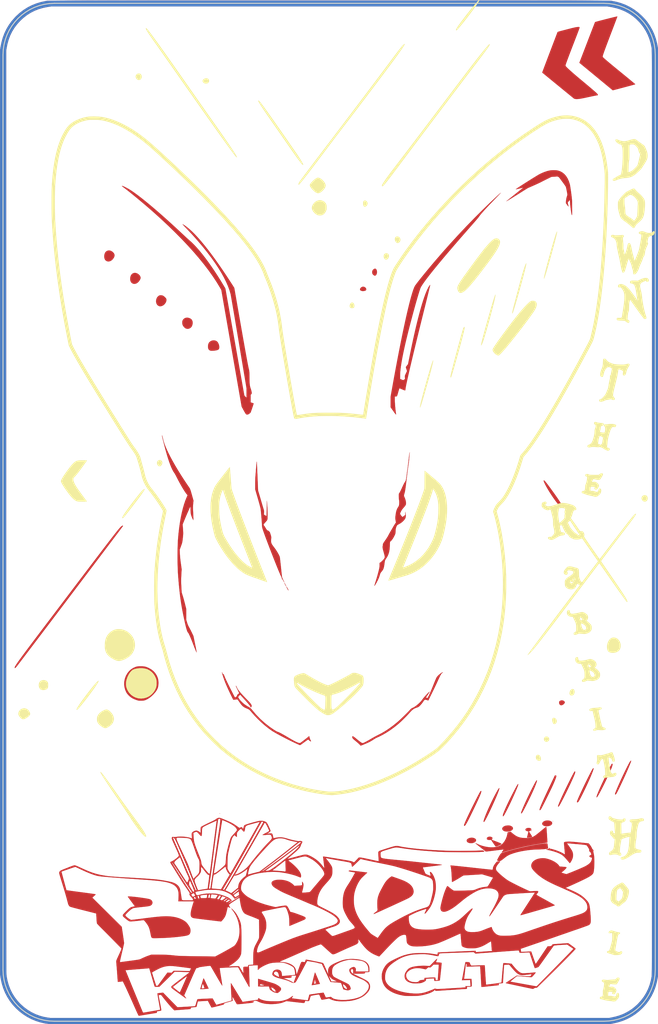
<source format=kicad_pcb>
(kicad_pcb (version 4) (host pcbnew 4.0.7)
  (layers (0 F.Cu signal) (31 B.Cu signal) (34 B.Paste user) (35 F.Paste user) (36 B.SilkS user) (37 F.SilkS user) (38 B.Mask user) (39 F.Mask user) (44 Edge.Cuts user))
  (net 0 "")
  (module LOGO (layer F.Cu) (at 0 0)
    (fp_text reference "G***" hide)
    (fp_text value "LOGO" hide)
    (fp_poly (pts (xy 2.978588 -49.752249) (xy 4.232778 -49.752244) (xy 5.446007 -49.752235) (xy 6.618960 -49.752221) (xy 7.752324 -49.752201) (xy 8.846784 -49.752173) (xy 9.903027 -49.752138) (xy 10.921738 -49.752093) (xy 11.903603 -49.752039) (xy 12.849308 -49.751973) (xy 13.759540 -49.751896) (xy 14.634984 -49.751805) (xy 15.476325 -49.751701) (xy 16.284251 -49.751582) (xy 17.059447 -49.751447) (xy 17.802599 -49.751295) (xy 18.514392 -49.751125) (xy 19.195513 -49.750937) (xy 19.846649 -49.750729) (xy 20.468483 -49.750501) (xy 21.061704 -49.750251) (xy 21.626996 -49.749978) (xy 22.165046 -49.749682) (xy 22.676539 -49.749362) (xy 23.162161 -49.749016) (xy 23.622599 -49.748643) (xy 24.058539 -49.748244) (xy 24.470665 -49.747816) (xy 24.859665 -49.747358) (xy 25.226225 -49.746871) (xy 25.571029 -49.746352) (xy 25.894764 -49.745801) (xy 26.198117 -49.745217) (xy 26.481773 -49.744599) (xy 26.746417 -49.743946) (xy 26.992736 -49.743257) (xy 27.221417 -49.742530) (xy 27.433144 -49.741766) (xy 27.628604 -49.740963) (xy 27.808482 -49.740120) (xy 27.973466 -49.739237) (xy 28.124239 -49.738311) (xy 28.261490 -49.737343) (xy 28.385903 -49.736331) (xy 28.498164 -49.735274) (xy 28.598960 -49.734172) (xy 28.688976 -49.733023) (xy 28.768899 -49.731826) (xy 28.839413 -49.730581) (xy 28.901206 -49.729286) (xy 28.954963 -49.727941) (xy 29.001371 -49.726545) (xy 29.041114 -49.725096) (xy 29.074879 -49.723594) (xy 29.103352 -49.722037) (xy 29.127220 -49.720426) (xy 29.147167 -49.718758) (xy 29.163879 -49.717032) (xy 29.178044 -49.715249) (xy 29.188834 -49.713649) (xy 29.667493 -49.617590) (xy 30.125719 -49.484485) (xy 30.563422 -49.314381) (xy 30.980514 -49.107322) (xy 31.376906 -48.863352) (xy 31.752508 -48.582517) (xy 32.107233 -48.264861) (xy 32.163599 -48.209063) (xy 32.269770 -48.099633) (xy 32.378438 -47.982637) (xy 32.480921 -47.867767) (xy 32.568540 -47.764712) (xy 32.622432 -47.696849) (xy 32.893055 -47.305693) (xy 33.125079 -46.899003) (xy 33.319205 -46.475112) (xy 33.476133 -46.032356) (xy 33.596563 -45.569071) (xy 33.659286 -45.233166) (xy 33.707917 -44.926250) (xy 33.707917 44.968584) (xy 33.658427 45.275500) (xy 33.560900 45.758372) (xy 33.427600 46.218684) (xy 33.258348 46.656792) (xy 33.052963 47.073053) (xy 32.811268 47.467827) (xy 32.533081 47.841468) (xy 32.218223 48.194336) (xy 32.163327 48.249994) (xy 31.816936 48.568816) (xy 31.451646 48.850956) (xy 31.066110 49.097100) (xy 30.658984 49.307936) (xy 30.228918 49.484151) (xy 29.774566 49.626430) (xy 29.294583 49.735461) (xy 29.225068 49.748146) (xy 28.966584 49.793946) (xy 1.799167 49.796492) (xy 0.726196 49.796580) (xy -0.336835 49.796644) (xy -1.389131 49.796683) (xy -2.429892 49.796698) (xy -3.458320 49.796689) (xy -4.473618 49.796657) (xy -5.474988 49.796602) (xy -6.461631 49.796524) (xy -7.432749 49.796425) (xy -8.387546 49.796303) (xy -9.325221 49.796160) (xy -10.244979 49.795996) (xy -11.146019 49.795811) (xy -12.027546 49.795606) (xy -12.888760 49.795381) (xy -13.728864 49.795137) (xy -14.547059 49.794873) (xy -15.342548 49.794591) (xy -16.114532 49.794290) (xy -16.862214 49.793971) (xy -17.584796 49.793635) (xy -18.281479 49.793282) (xy -18.951466 49.792911) (xy -19.593959 49.792524) (xy -20.208159 49.792121) (xy -20.793269 49.791703) (xy -21.348491 49.791268) (xy -21.873026 49.790819) (xy -22.366077 49.790356) (xy -22.826846 49.789878) (xy -23.254534 49.789387) (xy -23.648344 49.788882) (xy -24.007478 49.788364) (xy -24.331137 49.787833) (xy -24.618525 49.787290) (xy -24.868842 49.786735) (xy -25.081290 49.786169) (xy -25.255073 49.785591) (xy -25.389391 49.785003) (xy -25.483447 49.784404) (xy -25.536443 49.783796) (xy -25.548166 49.783429) (xy -26.006887 49.722579) (xy -26.457539 49.621029) (xy -26.897340 49.480080) (xy -27.323509 49.301032) (xy -27.733265 49.085187) (xy -28.123826 48.833846) (xy -28.492411 48.548311) (xy -28.807582 48.258655) (xy -29.129215 47.909066) (xy -29.414843 47.537290) (xy -29.664270 47.143715) (xy -29.877304 46.728731) (xy -30.053748 46.292727) (xy -30.193409 45.836092) (xy -30.296092 45.359215) (xy -30.314913 45.243750) (xy -30.363583 44.926250) (xy -30.363583 -44.883916) (xy -29.770916 -44.883916) (xy -29.770916 1.668098) (xy -29.770914 3.294396) (xy -29.770909 4.879426) (xy -29.770902 6.423723) (xy -29.770892 7.927818) (xy -29.770879 9.392246) (xy -29.770862 10.817540) (xy -29.770840 12.204232) (xy -29.770813 13.552856) (xy -29.770781 14.863944) (xy -29.770743 16.138031) (xy -29.770699 17.375649) (xy -29.770649 18.577331) (xy -29.770591 19.743610) (xy -29.770525 20.875020) (xy -29.770452 21.972093) (xy -29.770370 23.035363) (xy -29.770278 24.065363) (xy -29.770178 25.062626) (xy -29.770067 26.027685) (xy -29.769946 26.961073) (xy -29.769814 27.863324) (xy -29.769671 28.734970) (xy -29.769516 29.576545) (xy -29.769349 30.388581) (xy -29.769169 31.171613) (xy -29.768976 31.926172) (xy -29.768769 32.652793) (xy -29.768548 33.352008) (xy -29.768312 34.024350) (xy -29.768062 34.670353) (xy -29.767796 35.290550) (xy -29.767514 35.885473) (xy -29.767216 36.455657) (xy -29.766900 37.001633) (xy -29.766568 37.523936) (xy -29.766217 38.023097) (xy -29.765849 38.499652) (xy -29.765461 38.954132) (xy -29.765055 39.387070) (xy -29.764629 39.799001) (xy -29.764182 40.190456) (xy -29.763716 40.561970) (xy -29.763228 40.914075) (xy -29.762718 41.247304) (xy -29.762187 41.562190) (xy -29.761633 41.859268) (xy -29.761056 42.139069) (xy -29.760456 42.402126) (xy -29.759832 42.648974) (xy -29.759184 42.880145) (xy -29.758512 43.096173) (xy -29.757814 43.297589) (xy -29.757090 43.484928) (xy -29.756340 43.658723) (xy -29.755564 43.819507) (xy -29.754760 43.967812) (xy -29.753929 44.104173) (xy -29.753070 44.229121) (xy -29.752183 44.343191) (xy -29.751267 44.446916) (xy -29.750321 44.540828) (xy -29.749346 44.625460) (xy -29.748340 44.701347) (xy -29.747304 44.769020) (xy -29.746236 44.829014) (xy -29.745137 44.881860) (xy -29.744006 44.928093) (xy -29.742842 44.968246) (xy -29.741645 45.002851) (xy -29.740414 45.032442) (xy -29.739149 45.057551) (xy -29.737851 45.078713) (xy -29.736517 45.096460) (xy -29.735147 45.111324) (xy -29.733742 45.123841) (xy -29.732301 45.134542) (xy -29.731794 45.137917) (xy -29.642244 45.594524) (xy -29.517709 46.027514) (xy -29.357802 46.437669) (xy -29.162135 46.825768) (xy -28.930322 47.192592) (xy -28.661973 47.538920) (xy -28.395826 47.826826) (xy -28.065711 48.127748) (xy -27.712242 48.394518) (xy -27.337905 48.625969) (xy -26.945187 48.820934) (xy -26.536577 48.978245) (xy -26.114560 49.096736) (xy -25.681625 49.175239) (xy -25.474083 49.198077) (xy -25.449692 49.198366) (xy -25.383761 49.198649) (xy -25.277086 49.198925) (xy -25.130460 49.199194) (xy -24.944678 49.199455) (xy -24.720534 49.199709) (xy -24.458822 49.199955) (xy -24.160338 49.200194) (xy -23.825874 49.200424) (xy -23.456225 49.200647) (xy -23.052186 49.200861) (xy -22.614550 49.201067) (xy -22.144113 49.201264) (xy -21.641668 49.201453) (xy -21.108009 49.201634) (xy -20.543932 49.201805) (xy -19.950230 49.201967) (xy -19.327697 49.202121) (xy -18.677128 49.202265) (xy -17.999317 49.202399) (xy -17.295059 49.202525) (xy -16.565147 49.202640) (xy -15.810376 49.202746) (xy -15.031540 49.202841) (xy -14.229434 49.202927) (xy -13.404851 49.203002) (xy -12.558587 49.203067) (xy -11.691435 49.203122) (xy -10.804189 49.203166) (xy -9.897645 49.203199) (xy -8.972595 49.203221) (xy -8.029835 49.203232) (xy -7.070159 49.203232) (xy -6.094361 49.203221) (xy -5.103235 49.203199) (xy -4.097576 49.203164) (xy -3.078177 49.203118) (xy -2.045834 49.203060) (xy -1.001341 49.202991) (xy 0.054509 49.202909) (xy 1.120921 49.202815) (xy 1.778000 49.202751) (xy 28.945417 49.200028) (xy 29.178250 49.155594) (xy 29.562217 49.070773) (xy 29.913356 48.968552) (xy 30.238322 48.846793) (xy 30.469417 48.741099) (xy 30.799154 48.564084) (xy 31.098768 48.372672) (xy 31.379674 48.158663) (xy 31.653289 47.913859) (xy 31.741023 47.827826) (xy 32.043720 47.497028) (xy 32.308928 47.147522) (xy 32.537122 46.778361) (xy 32.728778 46.388598) (xy 32.884372 45.977286) (xy 33.004381 45.543477) (xy 33.076668 45.169667) (xy 33.078101 45.159744) (xy 33.079499 45.147939) (xy 33.080861 45.133720) (xy 33.082189 45.116554) (xy 33.083481 45.095908) (xy 33.084740 45.071251) (xy 33.085965 45.042048) (xy 33.087157 45.007769) (xy 33.088316 44.967880) (xy 33.089443 44.921849) (xy 33.090538 44.869143) (xy 33.091601 44.809229) (xy 33.092634 44.741577) (xy 33.093636 44.665651) (xy 33.094609 44.580921) (xy 33.095551 44.486854) (xy 33.096465 44.382917) (xy 33.097350 44.268577) (xy 33.098207 44.143303) (xy 33.099036 44.006561) (xy 33.099837 43.857819) (xy 33.100612 43.696544) (xy 33.101361 43.522205) (xy 33.102084 43.334268) (xy 33.102781 43.132201) (xy 33.103453 42.915471) (xy 33.104101 42.683546) (xy 33.104725 42.435893) (xy 33.105325 42.171981) (xy 33.105901 41.891275) (xy 33.106456 41.593244) (xy 33.106987 41.277356) (xy 33.107497 40.943077) (xy 33.107986 40.589875) (xy 33.108454 40.217218) (xy 33.108901 39.824573) (xy 33.109328 39.411407) (xy 33.109736 38.977189) (xy 33.110125 38.521385) (xy 33.110495 38.043463) (xy 33.110847 37.542890) (xy 33.111181 37.019134) (xy 33.111498 36.471663) (xy 33.111798 35.899944) (xy 33.112082 35.303444) (xy 33.112350 34.681630) (xy 33.112602 34.033971) (xy 33.112839 33.359934) (xy 33.113062 32.658986) (xy 33.113271 31.930595) (xy 33.113466 31.174228) (xy 33.113648 30.389352) (xy 33.113818 29.575436) (xy 33.113975 28.731946) (xy 33.114120 27.858350) (xy 33.114254 26.954115) (xy 33.114377 26.018710) (xy 33.114489 25.051601) (xy 33.114592 24.052256) (xy 33.114685 23.020143) (xy 33.114769 21.954728) (xy 33.114844 20.855480) (xy 33.114912 19.721865) (xy 33.114971 18.553352) (xy 33.115023 17.349408) (xy 33.115069 16.109499) (xy 33.115108 14.833095) (xy 33.115141 13.519661) (xy 33.115169 12.168667) (xy 33.115192 10.779578) (xy 33.115210 9.351863) (xy 33.115224 7.884989) (xy 33.115235 6.378424) (xy 33.115242 4.831634) (xy 33.115247 3.244088) (xy 33.115249 1.615253) (xy 33.115250 0.010584) (xy 33.115249 -1.658228) (xy 33.115247 -3.285239) (xy 33.115243 -4.870981) (xy 33.115235 -6.415988) (xy 33.115225 -7.920792) (xy 33.115211 -9.385925) (xy 33.115193 -10.811921) (xy 33.115171 -12.199311) (xy 33.115144 -13.548628) (xy 33.115112 -14.860405) (xy 33.115073 -16.135175) (xy 33.115028 -17.373469) (xy 33.114977 -18.575821) (xy 33.114918 -19.742762) (xy 33.114852 -20.874827) (xy 33.114778 -21.972546) (xy 33.114695 -23.036454) (xy 33.114603 -24.067081) (xy 33.114501 -25.064962) (xy 33.114390 -26.030627) (xy 33.114268 -26.964611) (xy 33.114135 -27.867446) (xy 33.113991 -28.739663) (xy 33.113835 -29.581797) (xy 33.113667 -30.394378) (xy 33.113486 -31.177941) (xy 33.113292 -31.933016) (xy 33.113084 -32.660138) (xy 33.112863 -33.359839) (xy 33.112626 -34.032650) (xy 33.112375 -34.679105) (xy 33.112108 -35.299736) (xy 33.111826 -35.895076) (xy 33.111527 -36.465658) (xy 33.111211 -37.012013) (xy 33.110877 -37.534675) (xy 33.110526 -38.034176) (xy 33.110157 -38.511049) (xy 33.109769 -38.965826) (xy 33.109363 -39.399039) (xy 33.108936 -39.811222) (xy 33.108489 -40.202907) (xy 33.108022 -40.574627) (xy 33.107534 -40.926913) (xy 33.107025 -41.260299) (xy 33.106493 -41.575317) (xy 33.105940 -41.872500) (xy 33.105363 -42.152380) (xy 33.104763 -42.415490) (xy 33.104140 -42.662363) (xy 33.103492 -42.893530) (xy 33.102820 -43.109525) (xy 33.102122 -43.310880) (xy 33.101399 -43.498128) (xy 33.100650 -43.671802) (xy 33.099875 -43.832433) (xy 33.099073 -43.980554) (xy 33.098243 -44.116698) (xy 33.097385 -44.241398) (xy 33.096499 -44.355187) (xy 33.095585 -44.458595) (xy 33.094641 -44.552157) (xy 33.093667 -44.636405) (xy 33.092663 -44.711871) (xy 33.091629 -44.779088) (xy 33.090564 -44.838589) (xy 33.089467 -44.890906) (xy 33.088338 -44.936571) (xy 33.087177 -44.976117) (xy 33.085983 -45.010078) (xy 33.084755 -45.038984) (xy 33.083494 -45.063370) (xy 33.082198 -45.083767) (xy 33.080868 -45.100708) (xy 33.079502 -45.114726) (xy 33.078101 -45.126353) (xy 33.076664 -45.136121) (xy 33.076369 -45.137916) (xy 32.983425 -45.587943) (xy 32.858963 -46.011095) (xy 32.701938 -46.409885) (xy 32.511308 -46.786823) (xy 32.286028 -47.144420) (xy 32.182742 -47.286906) (xy 31.893414 -47.637620) (xy 31.580542 -47.953168) (xy 31.244096 -48.233569) (xy 30.884047 -48.478839) (xy 30.500368 -48.688996) (xy 30.093028 -48.864056) (xy 29.662000 -49.004036) (xy 29.207255 -49.108954) (xy 29.067661 -49.133358) (xy 28.776084 -49.180750) (xy -25.410583 -49.180750) (xy -25.714452 -49.133473) (xy -26.166305 -49.044234) (xy -26.594027 -48.920538) (xy -26.999077 -48.761652) (xy -27.382911 -48.566843) (xy -27.746988 -48.335378) (xy -28.092765 -48.066525) (xy -28.396011 -47.785488) (xy -28.696304 -47.457367) (xy -28.958854 -47.112603) (xy -29.184597 -46.749352) (xy -29.374466 -46.365771) (xy -29.529394 -45.960019) (xy -29.650314 -45.530253) (xy -29.723521 -45.165967) (xy -29.770916 -44.883916) (xy -30.363583 -44.883916) (xy -30.363583 -44.905083) (xy -30.314258 -45.212000) (xy -30.218378 -45.694213) (xy -30.089509 -46.150556) (xy -29.926817 -46.582695) (xy -29.729467 -46.992295) (xy -29.496625 -47.381022) (xy -29.227455 -47.750543) (xy -28.921123 -48.102524) (xy -28.807384 -48.219472) (xy -28.457245 -48.540547) (xy -28.084812 -48.825735) (xy -27.690839 -49.074656) (xy -27.276080 -49.286932) (xy -26.841288 -49.462184) (xy -26.387218 -49.600033) (xy -25.914624 -49.700101) (xy -25.833916 -49.713109) (xy -25.821031 -49.714969) (xy -25.806452 -49.716769) (xy -25.789491 -49.718511) (xy -25.769462 -49.720194) (xy -25.745678 -49.721821) (xy -25.717454 -49.723391) (xy -25.684102 -49.724907) (xy -25.644937 -49.726369) (xy -25.599270 -49.727778) (xy -25.546416 -49.729135) (xy -25.485688 -49.730440) (xy -25.416400 -49.731696) (xy -25.337864 -49.732903) (xy -25.249395 -49.734061) (xy -25.150306 -49.735173) (xy -25.039910 -49.736238) (xy -24.917521 -49.737258) (xy -24.782451 -49.738234) (xy -24.634015 -49.739167) (xy -24.471526 -49.740057) (xy -24.294298 -49.740906) (xy -24.101643 -49.741715) (xy -23.892875 -49.742485) (xy -23.667307 -49.743216) (xy -23.424254 -49.743910) (xy -23.163028 -49.744568) (xy -22.882943 -49.745190) (xy -22.583312 -49.745777) (xy -22.263448 -49.746332) (xy -21.922666 -49.746853) (xy -21.560278 -49.747344) (xy -21.175598 -49.747803) (xy -20.767939 -49.748234) (xy -20.336615 -49.748635) (xy -19.880939 -49.749009) (xy -19.400225 -49.749357) (xy -18.893786 -49.749679) (xy -18.360935 -49.749976) (xy -17.800986 -49.750249) (xy -17.213252 -49.750500) (xy -16.597047 -49.750729) (xy -15.951684 -49.750937) (xy -15.276476 -49.751126) (xy -14.570737 -49.751295) (xy -13.833781 -49.751447) (xy -13.064920 -49.751582) (xy -12.263469 -49.751701) (xy -11.428740 -49.751805) (xy -10.560047 -49.751896) (xy -9.656703 -49.751973) (xy -8.718023 -49.752038) (xy -7.743318 -49.752093) (xy -6.731903 -49.752137) (xy -5.683092 -49.752173) (xy -4.596196 -49.752200) (xy -3.470531 -49.752220) (xy -2.305409 -49.752234) (xy -1.100144 -49.752243) (xy 0.145951 -49.752248) (xy 1.433563 -49.752250) (xy 1.682750 -49.752250) (xy 2.978588 -49.752249)) (layer B.Cu) (width 0.010000))
  )
  (module LOGO (layer F.Cu) (at 0 0)
    (fp_text reference "G***" hide)
    (fp_text value "LOGO" hide)
  )
  (module LOGO (layer F.Cu) (at 0 0)
    (fp_text reference "G***" hide)
    (fp_text value "LOGO" hide)
  )
  (module LOGO (layer F.Cu) (at 0 0)
    (fp_text reference "G***" hide)
    (fp_text value "LOGO" hide)
    (fp_poly (pts (xy 2.978588 -49.752249) (xy 4.232778 -49.752244) (xy 5.446007 -49.752235) (xy 6.618960 -49.752221) (xy 7.752324 -49.752201) (xy 8.846784 -49.752173) (xy 9.903027 -49.752138) (xy 10.921738 -49.752093) (xy 11.903603 -49.752039) (xy 12.849308 -49.751973) (xy 13.759540 -49.751896) (xy 14.634984 -49.751805) (xy 15.476325 -49.751701) (xy 16.284251 -49.751582) (xy 17.059447 -49.751447) (xy 17.802599 -49.751295) (xy 18.514392 -49.751125) (xy 19.195513 -49.750937) (xy 19.846649 -49.750729) (xy 20.468483 -49.750501) (xy 21.061704 -49.750251) (xy 21.626996 -49.749978) (xy 22.165046 -49.749682) (xy 22.676539 -49.749362) (xy 23.162161 -49.749016) (xy 23.622599 -49.748643) (xy 24.058539 -49.748244) (xy 24.470665 -49.747816) (xy 24.859665 -49.747358) (xy 25.226225 -49.746871) (xy 25.571029 -49.746352) (xy 25.894764 -49.745801) (xy 26.198117 -49.745217) (xy 26.481773 -49.744599) (xy 26.746417 -49.743946) (xy 26.992736 -49.743257) (xy 27.221417 -49.742530) (xy 27.433144 -49.741766) (xy 27.628604 -49.740963) (xy 27.808482 -49.740120) (xy 27.973466 -49.739237) (xy 28.124239 -49.738311) (xy 28.261490 -49.737343) (xy 28.385903 -49.736331) (xy 28.498164 -49.735274) (xy 28.598960 -49.734172) (xy 28.688976 -49.733023) (xy 28.768899 -49.731826) (xy 28.839413 -49.730581) (xy 28.901206 -49.729286) (xy 28.954963 -49.727941) (xy 29.001371 -49.726545) (xy 29.041114 -49.725096) (xy 29.074879 -49.723594) (xy 29.103352 -49.722037) (xy 29.127220 -49.720426) (xy 29.147167 -49.718758) (xy 29.163879 -49.717032) (xy 29.178044 -49.715249) (xy 29.188834 -49.713649) (xy 29.667493 -49.617590) (xy 30.125719 -49.484485) (xy 30.563422 -49.314381) (xy 30.980514 -49.107322) (xy 31.376906 -48.863352) (xy 31.752508 -48.582517) (xy 32.107233 -48.264861) (xy 32.163599 -48.209063) (xy 32.269770 -48.099633) (xy 32.378438 -47.982637) (xy 32.480921 -47.867767) (xy 32.568540 -47.764712) (xy 32.622432 -47.696849) (xy 32.893055 -47.305693) (xy 33.125079 -46.899003) (xy 33.319205 -46.475112) (xy 33.476133 -46.032356) (xy 33.596563 -45.569071) (xy 33.659286 -45.233166) (xy 33.707917 -44.926250) (xy 33.707917 44.968584) (xy 33.658427 45.275500) (xy 33.560900 45.758372) (xy 33.427600 46.218684) (xy 33.258348 46.656792) (xy 33.052963 47.073053) (xy 32.811268 47.467827) (xy 32.533081 47.841468) (xy 32.218223 48.194336) (xy 32.163327 48.249994) (xy 31.816936 48.568816) (xy 31.451646 48.850956) (xy 31.066110 49.097100) (xy 30.658984 49.307936) (xy 30.228918 49.484151) (xy 29.774566 49.626430) (xy 29.294583 49.735461) (xy 29.225068 49.748146) (xy 28.966584 49.793946) (xy 1.799167 49.796492) (xy 0.726196 49.796580) (xy -0.336835 49.796644) (xy -1.389131 49.796683) (xy -2.429892 49.796698) (xy -3.458320 49.796689) (xy -4.473618 49.796657) (xy -5.474988 49.796602) (xy -6.461631 49.796524) (xy -7.432749 49.796425) (xy -8.387546 49.796303) (xy -9.325221 49.796160) (xy -10.244979 49.795996) (xy -11.146019 49.795811) (xy -12.027546 49.795606) (xy -12.888760 49.795381) (xy -13.728864 49.795137) (xy -14.547059 49.794873) (xy -15.342548 49.794591) (xy -16.114532 49.794290) (xy -16.862214 49.793971) (xy -17.584796 49.793635) (xy -18.281479 49.793282) (xy -18.951466 49.792911) (xy -19.593959 49.792524) (xy -20.208159 49.792121) (xy -20.793269 49.791703) (xy -21.348491 49.791268) (xy -21.873026 49.790819) (xy -22.366077 49.790356) (xy -22.826846 49.789878) (xy -23.254534 49.789387) (xy -23.648344 49.788882) (xy -24.007478 49.788364) (xy -24.331137 49.787833) (xy -24.618525 49.787290) (xy -24.868842 49.786735) (xy -25.081290 49.786169) (xy -25.255073 49.785591) (xy -25.389391 49.785003) (xy -25.483447 49.784404) (xy -25.536443 49.783796) (xy -25.548166 49.783429) (xy -26.006887 49.722579) (xy -26.457539 49.621029) (xy -26.897340 49.480080) (xy -27.323509 49.301032) (xy -27.733265 49.085187) (xy -28.123826 48.833846) (xy -28.492411 48.548311) (xy -28.807582 48.258655) (xy -29.129215 47.909066) (xy -29.414843 47.537290) (xy -29.664270 47.143715) (xy -29.877304 46.728731) (xy -30.053748 46.292727) (xy -30.193409 45.836092) (xy -30.296092 45.359215) (xy -30.314913 45.243750) (xy -30.363583 44.926250) (xy -30.363583 -44.883916) (xy -29.770916 -44.883916) (xy -29.770916 1.668098) (xy -29.770914 3.294396) (xy -29.770909 4.879426) (xy -29.770902 6.423723) (xy -29.770892 7.927818) (xy -29.770879 9.392246) (xy -29.770862 10.817540) (xy -29.770840 12.204232) (xy -29.770813 13.552856) (xy -29.770781 14.863944) (xy -29.770743 16.138031) (xy -29.770699 17.375649) (xy -29.770649 18.577331) (xy -29.770591 19.743610) (xy -29.770525 20.875020) (xy -29.770452 21.972093) (xy -29.770370 23.035363) (xy -29.770278 24.065363) (xy -29.770178 25.062626) (xy -29.770067 26.027685) (xy -29.769946 26.961073) (xy -29.769814 27.863324) (xy -29.769671 28.734970) (xy -29.769516 29.576545) (xy -29.769349 30.388581) (xy -29.769169 31.171613) (xy -29.768976 31.926172) (xy -29.768769 32.652793) (xy -29.768548 33.352008) (xy -29.768312 34.024350) (xy -29.768062 34.670353) (xy -29.767796 35.290550) (xy -29.767514 35.885473) (xy -29.767216 36.455657) (xy -29.766900 37.001633) (xy -29.766568 37.523936) (xy -29.766217 38.023097) (xy -29.765849 38.499652) (xy -29.765461 38.954132) (xy -29.765055 39.387070) (xy -29.764629 39.799001) (xy -29.764182 40.190456) (xy -29.763716 40.561970) (xy -29.763228 40.914075) (xy -29.762718 41.247304) (xy -29.762187 41.562190) (xy -29.761633 41.859268) (xy -29.761056 42.139069) (xy -29.760456 42.402126) (xy -29.759832 42.648974) (xy -29.759184 42.880145) (xy -29.758512 43.096173) (xy -29.757814 43.297589) (xy -29.757090 43.484928) (xy -29.756340 43.658723) (xy -29.755564 43.819507) (xy -29.754760 43.967812) (xy -29.753929 44.104173) (xy -29.753070 44.229121) (xy -29.752183 44.343191) (xy -29.751267 44.446916) (xy -29.750321 44.540828) (xy -29.749346 44.625460) (xy -29.748340 44.701347) (xy -29.747304 44.769020) (xy -29.746236 44.829014) (xy -29.745137 44.881860) (xy -29.744006 44.928093) (xy -29.742842 44.968246) (xy -29.741645 45.002851) (xy -29.740414 45.032442) (xy -29.739149 45.057551) (xy -29.737851 45.078713) (xy -29.736517 45.096460) (xy -29.735147 45.111324) (xy -29.733742 45.123841) (xy -29.732301 45.134542) (xy -29.731794 45.137917) (xy -29.642244 45.594524) (xy -29.517709 46.027514) (xy -29.357802 46.437669) (xy -29.162135 46.825768) (xy -28.930322 47.192592) (xy -28.661973 47.538920) (xy -28.395826 47.826826) (xy -28.065711 48.127748) (xy -27.712242 48.394518) (xy -27.337905 48.625969) (xy -26.945187 48.820934) (xy -26.536577 48.978245) (xy -26.114560 49.096736) (xy -25.681625 49.175239) (xy -25.474083 49.198077) (xy -25.449692 49.198366) (xy -25.383761 49.198649) (xy -25.277086 49.198925) (xy -25.130460 49.199194) (xy -24.944678 49.199455) (xy -24.720534 49.199709) (xy -24.458822 49.199955) (xy -24.160338 49.200194) (xy -23.825874 49.200424) (xy -23.456225 49.200647) (xy -23.052186 49.200861) (xy -22.614550 49.201067) (xy -22.144113 49.201264) (xy -21.641668 49.201453) (xy -21.108009 49.201634) (xy -20.543932 49.201805) (xy -19.950230 49.201967) (xy -19.327697 49.202121) (xy -18.677128 49.202265) (xy -17.999317 49.202399) (xy -17.295059 49.202525) (xy -16.565147 49.202640) (xy -15.810376 49.202746) (xy -15.031540 49.202841) (xy -14.229434 49.202927) (xy -13.404851 49.203002) (xy -12.558587 49.203067) (xy -11.691435 49.203122) (xy -10.804189 49.203166) (xy -9.897645 49.203199) (xy -8.972595 49.203221) (xy -8.029835 49.203232) (xy -7.070159 49.203232) (xy -6.094361 49.203221) (xy -5.103235 49.203199) (xy -4.097576 49.203164) (xy -3.078177 49.203118) (xy -2.045834 49.203060) (xy -1.001341 49.202991) (xy 0.054509 49.202909) (xy 1.120921 49.202815) (xy 1.778000 49.202751) (xy 28.945417 49.200028) (xy 29.178250 49.155594) (xy 29.562217 49.070773) (xy 29.913356 48.968552) (xy 30.238322 48.846793) (xy 30.469417 48.741099) (xy 30.799154 48.564084) (xy 31.098768 48.372672) (xy 31.379674 48.158663) (xy 31.653289 47.913859) (xy 31.741023 47.827826) (xy 32.043720 47.497028) (xy 32.308928 47.147522) (xy 32.537122 46.778361) (xy 32.728778 46.388598) (xy 32.884372 45.977286) (xy 33.004381 45.543477) (xy 33.076668 45.169667) (xy 33.078101 45.159744) (xy 33.079499 45.147939) (xy 33.080861 45.133720) (xy 33.082189 45.116554) (xy 33.083481 45.095908) (xy 33.084740 45.071251) (xy 33.085965 45.042048) (xy 33.087157 45.007769) (xy 33.088316 44.967880) (xy 33.089443 44.921849) (xy 33.090538 44.869143) (xy 33.091601 44.809229) (xy 33.092634 44.741577) (xy 33.093636 44.665651) (xy 33.094609 44.580921) (xy 33.095551 44.486854) (xy 33.096465 44.382917) (xy 33.097350 44.268577) (xy 33.098207 44.143303) (xy 33.099036 44.006561) (xy 33.099837 43.857819) (xy 33.100612 43.696544) (xy 33.101361 43.522205) (xy 33.102084 43.334268) (xy 33.102781 43.132201) (xy 33.103453 42.915471) (xy 33.104101 42.683546) (xy 33.104725 42.435893) (xy 33.105325 42.171981) (xy 33.105901 41.891275) (xy 33.106456 41.593244) (xy 33.106987 41.277356) (xy 33.107497 40.943077) (xy 33.107986 40.589875) (xy 33.108454 40.217218) (xy 33.108901 39.824573) (xy 33.109328 39.411407) (xy 33.109736 38.977189) (xy 33.110125 38.521385) (xy 33.110495 38.043463) (xy 33.110847 37.542890) (xy 33.111181 37.019134) (xy 33.111498 36.471663) (xy 33.111798 35.899944) (xy 33.112082 35.303444) (xy 33.112350 34.681630) (xy 33.112602 34.033971) (xy 33.112839 33.359934) (xy 33.113062 32.658986) (xy 33.113271 31.930595) (xy 33.113466 31.174228) (xy 33.113648 30.389352) (xy 33.113818 29.575436) (xy 33.113975 28.731946) (xy 33.114120 27.858350) (xy 33.114254 26.954115) (xy 33.114377 26.018710) (xy 33.114489 25.051601) (xy 33.114592 24.052256) (xy 33.114685 23.020143) (xy 33.114769 21.954728) (xy 33.114844 20.855480) (xy 33.114912 19.721865) (xy 33.114971 18.553352) (xy 33.115023 17.349408) (xy 33.115069 16.109499) (xy 33.115108 14.833095) (xy 33.115141 13.519661) (xy 33.115169 12.168667) (xy 33.115192 10.779578) (xy 33.115210 9.351863) (xy 33.115224 7.884989) (xy 33.115235 6.378424) (xy 33.115242 4.831634) (xy 33.115247 3.244088) (xy 33.115249 1.615253) (xy 33.115250 0.010584) (xy 33.115249 -1.658228) (xy 33.115247 -3.285239) (xy 33.115243 -4.870981) (xy 33.115235 -6.415988) (xy 33.115225 -7.920792) (xy 33.115211 -9.385925) (xy 33.115193 -10.811921) (xy 33.115171 -12.199311) (xy 33.115144 -13.548628) (xy 33.115112 -14.860405) (xy 33.115073 -16.135175) (xy 33.115028 -17.373469) (xy 33.114977 -18.575821) (xy 33.114918 -19.742762) (xy 33.114852 -20.874827) (xy 33.114778 -21.972546) (xy 33.114695 -23.036454) (xy 33.114603 -24.067081) (xy 33.114501 -25.064962) (xy 33.114390 -26.030627) (xy 33.114268 -26.964611) (xy 33.114135 -27.867446) (xy 33.113991 -28.739663) (xy 33.113835 -29.581797) (xy 33.113667 -30.394378) (xy 33.113486 -31.177941) (xy 33.113292 -31.933016) (xy 33.113084 -32.660138) (xy 33.112863 -33.359839) (xy 33.112626 -34.032650) (xy 33.112375 -34.679105) (xy 33.112108 -35.299736) (xy 33.111826 -35.895076) (xy 33.111527 -36.465658) (xy 33.111211 -37.012013) (xy 33.110877 -37.534675) (xy 33.110526 -38.034176) (xy 33.110157 -38.511049) (xy 33.109769 -38.965826) (xy 33.109363 -39.399039) (xy 33.108936 -39.811222) (xy 33.108489 -40.202907) (xy 33.108022 -40.574627) (xy 33.107534 -40.926913) (xy 33.107025 -41.260299) (xy 33.106493 -41.575317) (xy 33.105940 -41.872500) (xy 33.105363 -42.152380) (xy 33.104763 -42.415490) (xy 33.104140 -42.662363) (xy 33.103492 -42.893530) (xy 33.102820 -43.109525) (xy 33.102122 -43.310880) (xy 33.101399 -43.498128) (xy 33.100650 -43.671802) (xy 33.099875 -43.832433) (xy 33.099073 -43.980554) (xy 33.098243 -44.116698) (xy 33.097385 -44.241398) (xy 33.096499 -44.355187) (xy 33.095585 -44.458595) (xy 33.094641 -44.552157) (xy 33.093667 -44.636405) (xy 33.092663 -44.711871) (xy 33.091629 -44.779088) (xy 33.090564 -44.838589) (xy 33.089467 -44.890906) (xy 33.088338 -44.936571) (xy 33.087177 -44.976117) (xy 33.085983 -45.010078) (xy 33.084755 -45.038984) (xy 33.083494 -45.063370) (xy 33.082198 -45.083767) (xy 33.080868 -45.100708) (xy 33.079502 -45.114726) (xy 33.078101 -45.126353) (xy 33.076664 -45.136121) (xy 33.076369 -45.137916) (xy 32.983425 -45.587943) (xy 32.858963 -46.011095) (xy 32.701938 -46.409885) (xy 32.511308 -46.786823) (xy 32.286028 -47.144420) (xy 32.182742 -47.286906) (xy 31.893414 -47.637620) (xy 31.580542 -47.953168) (xy 31.244096 -48.233569) (xy 30.884047 -48.478839) (xy 30.500368 -48.688996) (xy 30.093028 -48.864056) (xy 29.662000 -49.004036) (xy 29.207255 -49.108954) (xy 29.067661 -49.133358) (xy 28.776084 -49.180750) (xy -25.410583 -49.180750) (xy -25.714452 -49.133473) (xy -26.166305 -49.044234) (xy -26.594027 -48.920538) (xy -26.999077 -48.761652) (xy -27.382911 -48.566843) (xy -27.746988 -48.335378) (xy -28.092765 -48.066525) (xy -28.396011 -47.785488) (xy -28.696304 -47.457367) (xy -28.958854 -47.112603) (xy -29.184597 -46.749352) (xy -29.374466 -46.365771) (xy -29.529394 -45.960019) (xy -29.650314 -45.530253) (xy -29.723521 -45.165967) (xy -29.770916 -44.883916) (xy -30.363583 -44.883916) (xy -30.363583 -44.905083) (xy -30.314258 -45.212000) (xy -30.218378 -45.694213) (xy -30.089509 -46.150556) (xy -29.926817 -46.582695) (xy -29.729467 -46.992295) (xy -29.496625 -47.381022) (xy -29.227455 -47.750543) (xy -28.921123 -48.102524) (xy -28.807384 -48.219472) (xy -28.457245 -48.540547) (xy -28.084812 -48.825735) (xy -27.690839 -49.074656) (xy -27.276080 -49.286932) (xy -26.841288 -49.462184) (xy -26.387218 -49.600033) (xy -25.914624 -49.700101) (xy -25.833916 -49.713109) (xy -25.821031 -49.714969) (xy -25.806452 -49.716769) (xy -25.789491 -49.718511) (xy -25.769462 -49.720194) (xy -25.745678 -49.721821) (xy -25.717454 -49.723391) (xy -25.684102 -49.724907) (xy -25.644937 -49.726369) (xy -25.599270 -49.727778) (xy -25.546416 -49.729135) (xy -25.485688 -49.730440) (xy -25.416400 -49.731696) (xy -25.337864 -49.732903) (xy -25.249395 -49.734061) (xy -25.150306 -49.735173) (xy -25.039910 -49.736238) (xy -24.917521 -49.737258) (xy -24.782451 -49.738234) (xy -24.634015 -49.739167) (xy -24.471526 -49.740057) (xy -24.294298 -49.740906) (xy -24.101643 -49.741715) (xy -23.892875 -49.742485) (xy -23.667307 -49.743216) (xy -23.424254 -49.743910) (xy -23.163028 -49.744568) (xy -22.882943 -49.745190) (xy -22.583312 -49.745777) (xy -22.263448 -49.746332) (xy -21.922666 -49.746853) (xy -21.560278 -49.747344) (xy -21.175598 -49.747803) (xy -20.767939 -49.748234) (xy -20.336615 -49.748635) (xy -19.880939 -49.749009) (xy -19.400225 -49.749357) (xy -18.893786 -49.749679) (xy -18.360935 -49.749976) (xy -17.800986 -49.750249) (xy -17.213252 -49.750500) (xy -16.597047 -49.750729) (xy -15.951684 -49.750937) (xy -15.276476 -49.751126) (xy -14.570737 -49.751295) (xy -13.833781 -49.751447) (xy -13.064920 -49.751582) (xy -12.263469 -49.751701) (xy -11.428740 -49.751805) (xy -10.560047 -49.751896) (xy -9.656703 -49.751973) (xy -8.718023 -49.752038) (xy -7.743318 -49.752093) (xy -6.731903 -49.752137) (xy -5.683092 -49.752173) (xy -4.596196 -49.752200) (xy -3.470531 -49.752220) (xy -2.305409 -49.752234) (xy -1.100144 -49.752243) (xy 0.145951 -49.752248) (xy 1.433563 -49.752250) (xy 1.682750 -49.752250) (xy 2.978588 -49.752249)) (layer F.Cu) (width 0.010000))
    (fp_poly (pts (xy -8.999708 29.735760) (xy -8.948873 29.745113) (xy -8.884728 29.763361) (xy -8.802506 29.792078) (xy -8.697444 29.832840) (xy -8.564776 29.887221) (xy -8.399740 29.956798) (xy -8.339666 29.982379) (xy -8.149931 30.064466) (xy -7.991130 30.136388) (xy -7.854585 30.202914) (xy -7.731617 30.268811) (xy -7.613548 30.338845) (xy -7.491700 30.417784) (xy -7.357394 30.510397) (xy -7.285234 30.561621) (xy -7.066884 30.717644) (xy -6.949890 30.672873) (xy -6.884847 30.650411) (xy -6.836101 30.638051) (xy -6.817374 30.637695) (xy -6.799871 30.661386) (xy -6.774116 30.709703) (xy -6.763211 30.732978) (xy -6.736581 30.784718) (xy -6.714513 30.815211) (xy -6.708424 30.818667) (xy -6.696329 30.799625) (xy -6.678747 30.749137) (xy -6.659028 30.677155) (xy -6.654447 30.658202) (xy -6.627724 30.561530) (xy -6.599154 30.496775) (xy -6.564043 30.453615) (xy -6.559686 30.449832) (xy -6.521676 30.429592) (xy -6.448520 30.401038) (xy -6.346203 30.365863) (xy -6.220714 30.325764) (xy -6.078037 30.282434) (xy -5.924161 30.237569) (xy -5.765070 30.192864) (xy -5.606752 30.150014) (xy -5.455193 30.110713) (xy -5.316380 30.076657) (xy -5.196300 30.049540) (xy -5.100937 30.031058) (xy -5.058833 30.024906) (xy -4.916073 30.022056) (xy -4.761417 30.041739) (xy -4.614330 30.080611) (xy -4.529666 30.115748) (xy -4.468185 30.149773) (xy -4.422307 30.186327) (xy -4.381493 30.236464) (xy -4.335199 30.311235) (xy -4.323108 30.332305) (xy -4.280645 30.412289) (xy -4.230200 30.515560) (xy -4.176651 30.631197) (xy -4.124873 30.748280) (xy -4.079743 30.855888) (xy -4.046137 30.943101) (xy -4.033771 30.980292) (xy -4.040835 31.030364) (xy -4.088411 31.090043) (xy -4.175918 31.158747) (xy -4.269933 31.217311) (xy -4.392083 31.287872) (xy -4.296833 31.276650) (xy -4.163892 31.261303) (xy -4.066311 31.251271) (xy -3.997449 31.246556) (xy -3.950669 31.247158) (xy -3.919330 31.253076) (xy -3.896794 31.264311) (xy -3.881176 31.276660) (xy -3.852341 31.317057) (xy -3.824256 31.389433) (xy -3.795187 31.498462) (xy -3.789343 31.524002) (xy -3.766880 31.619411) (xy -3.749296 31.679649) (xy -3.733868 31.711191) (xy -3.717873 31.720510) (xy -3.707578 31.718407) (xy -3.642085 31.699270) (xy -3.546741 31.678986) (xy -3.433900 31.659693) (xy -3.315917 31.643529) (xy -3.217333 31.633565) (xy -3.046608 31.629177) (xy -2.870129 31.644185) (xy -2.679071 31.679947) (xy -2.464608 31.737818) (xy -2.392413 31.760324) (xy -2.263526 31.799270) (xy -2.120824 31.838449) (xy -1.970703 31.876502) (xy -1.819554 31.912070) (xy -1.673772 31.943794) (xy -1.539750 31.970314) (xy -1.423882 31.990270) (xy -1.332562 32.002304) (xy -1.272182 32.005056) (xy -1.254727 32.002217) (xy -1.175347 31.984513) (xy -1.092185 31.985698) (xy -1.016707 32.003191) (xy -0.960377 32.034415) (xy -0.935109 32.074108) (xy -0.941827 32.111946) (xy -0.966772 32.169301) (xy -0.990655 32.211160) (xy -1.030427 32.285038) (xy -1.071541 32.378107) (xy -1.101283 32.459084) (xy -1.124302 32.524406) (xy -1.149842 32.578758) (xy -1.184253 32.631281) (xy -1.233885 32.691119) (xy -1.305089 32.767413) (xy -1.341883 32.805460) (xy -1.413403 32.875711) (xy -1.510442 32.966218) (xy -1.625729 33.070462) (xy -1.751995 33.181923) (xy -1.881969 33.294079) (xy -1.964212 33.363609) (xy -2.078099 33.459652) (xy -2.179937 33.546746) (xy -2.265601 33.621263) (xy -2.330965 33.679576) (xy -2.371905 33.718059) (xy -2.384352 33.733037) (xy -2.362483 33.729815) (xy -2.304444 33.716455) (xy -2.214851 33.694150) (xy -2.098324 33.664088) (xy -1.959481 33.627463) (xy -1.802941 33.585464) (xy -1.637223 33.540353) (xy -1.460625 33.492498) (xy -1.290873 33.447527) (xy -1.133781 33.406903) (xy -0.995161 33.372092) (xy -0.880827 33.344556) (xy -0.796592 33.325759) (xy -0.753543 33.317822) (xy -0.652947 33.308748) (xy -0.556425 33.312112) (xy -0.457370 33.329952) (xy -0.349174 33.364306) (xy -0.225230 33.417212) (xy -0.078932 33.490706) (xy 0.068981 33.571472) (xy 0.358339 33.753488) (xy 0.618357 33.960601) (xy 0.855182 34.198237) (xy 1.048168 34.435410) (xy 1.112779 34.518840) (xy 1.161980 34.575509) (xy 1.192915 34.602364) (xy 1.202568 34.600451) (xy 1.201866 34.571015) (xy 1.196405 34.505646) (xy 1.186822 34.410398) (xy 1.173749 34.291328) (xy 1.157823 34.154489) (xy 1.143243 34.034589) (xy 1.125637 33.889427) (xy 1.110497 33.758634) (xy 1.098424 33.647914) (xy 1.090019 33.562975) (xy 1.085885 33.509522) (xy 1.086154 33.493124) (xy 1.108134 33.494691) (xy 1.167478 33.502592) (xy 1.259810 33.516112) (xy 1.380752 33.534538) (xy 1.525926 33.557155) (xy 1.690955 33.583249) (xy 1.871461 33.612106) (xy 2.063066 33.643011) (xy 2.261394 33.675251) (xy 2.462066 33.708111) (xy 2.660705 33.740877) (xy 2.852933 33.772835) (xy 3.034373 33.803271) (xy 3.200647 33.831471) (xy 3.347378 33.856719) (xy 3.470188 33.878303) (xy 3.564699 33.895508) (xy 3.625771 33.907458) (xy 3.792815 33.946584) (xy 3.919526 33.985132) (xy 4.007888 34.023781) (xy 4.049298 34.052432) (xy 4.065551 34.064654) (xy 4.082877 34.067429) (xy 4.106161 34.057017) (xy 4.140291 34.029679) (xy 4.190153 33.981675) (xy 4.260636 33.909265) (xy 4.326618 33.840209) (xy 4.563622 33.591500) (xy 4.689520 33.592357) (xy 4.746135 33.597601) (xy 4.841021 33.612466) (xy 4.971354 33.636400) (xy 5.134312 33.668852) (xy 5.327072 33.709271) (xy 5.546811 33.757104) (xy 5.651500 33.780398) (xy 5.833128 33.820851) (xy 6.001549 33.857957) (xy 6.152366 33.890777) (xy 6.281181 33.918372) (xy 6.383596 33.939805) (xy 6.455216 33.954137) (xy 6.491643 33.960429) (xy 6.495354 33.960506) (xy 6.496437 33.938227) (xy 6.494989 33.880086) (xy 6.491289 33.792458) (xy 6.485615 33.681722) (xy 6.478246 33.554254) (xy 6.476130 33.519861) (xy 6.467224 33.372862) (xy 6.461395 33.261977) (xy 6.458765 33.181091) (xy 6.459455 33.124090) (xy 6.463587 33.084858) (xy 6.471283 33.057279) (xy 6.482665 33.035239) (xy 6.485881 33.030212) (xy 6.503396 33.006453) (xy 6.525498 32.985426) (xy 6.557356 32.964922) (xy 6.604140 32.942728) (xy 6.671019 32.916634) (xy 6.763164 32.884429) (xy 6.885743 32.843901) (xy 7.031742 32.796753) (xy 7.279140 32.717580) (xy 7.490369 32.650962) (xy 7.669430 32.596098) (xy 7.820326 32.552187) (xy 7.947058 32.518429) (xy 8.053629 32.494024) (xy 8.144040 32.478170) (xy 8.222294 32.470068) (xy 8.292392 32.468917) (xy 8.358338 32.473915) (xy 8.424131 32.484263) (xy 8.493776 32.499160) (xy 8.505581 32.501921) (xy 8.729860 32.549457) (xy 8.993430 32.595870) (xy 9.293256 32.640878) (xy 9.626304 32.684196) (xy 9.989541 32.725542) (xy 10.379932 32.764630) (xy 10.794443 32.801179) (xy 11.230039 32.834904) (xy 11.683687 32.865523) (xy 12.152352 32.892750) (xy 12.632999 32.916303) (xy 13.122596 32.935898) (xy 13.165667 32.937412) (xy 13.363616 32.942880) (xy 13.597135 32.946942) (xy 13.859486 32.949631) (xy 14.143931 32.950982) (xy 14.443731 32.951028) (xy 14.752148 32.949804) (xy 15.062443 32.947343) (xy 15.367877 32.943680) (xy 15.661713 32.938848) (xy 15.937212 32.932882) (xy 16.187636 32.925814) (xy 16.309464 32.921575) (xy 16.669844 32.908035) (xy 16.732797 32.962217) (xy 16.770104 32.998720) (xy 16.785974 33.023334) (xy 16.785167 33.026794) (xy 16.762085 33.030366) (xy 16.702179 33.035275) (xy 16.610927 33.041196) (xy 16.493807 33.047801) (xy 16.356295 33.054766) (xy 16.203869 33.061763) (xy 16.181917 33.062716) (xy 15.998785 33.069073) (xy 15.780928 33.074053) (xy 15.533869 33.077697) (xy 15.263130 33.080048) (xy 14.974234 33.081147) (xy 14.672701 33.081038) (xy 14.364055 33.079762) (xy 14.053818 33.077362) (xy 13.747512 33.073880) (xy 13.450659 33.069358) (xy 13.168782 33.063839) (xy 12.907402 33.057364) (xy 12.672041 33.049977) (xy 12.468223 33.041718) (xy 12.308417 33.033077) (xy 11.797536 32.999147) (xy 11.324377 32.964719) (xy 10.884328 32.929331) (xy 10.472777 32.892521) (xy 10.085111 32.853826) (xy 9.716720 32.812786) (xy 9.362991 32.768937) (xy 9.019313 32.721818) (xy 8.681074 32.670967) (xy 8.657167 32.667206) (xy 8.511607 32.644625) (xy 8.391671 32.628158) (xy 8.289584 32.618533) (xy 8.197572 32.616477) (xy 8.107859 32.622717) (xy 8.012672 32.637981) (xy 7.904236 32.662996) (xy 7.774777 32.698489) (xy 7.616519 32.745189) (xy 7.522996 32.773319) (xy 7.314601 32.835997) (xy 7.143050 32.888235) (xy 7.004840 32.932407) (xy 6.896468 32.970888) (xy 6.814431 33.006053) (xy 6.755227 33.040278) (xy 6.715351 33.075935) (xy 6.691301 33.115401) (xy 6.679575 33.161050) (xy 6.676668 33.215257) (xy 6.679079 33.280397) (xy 6.682538 33.343086) (xy 6.689932 33.452131) (xy 6.699954 33.526472) (xy 6.714013 33.573721) (xy 6.729794 33.597849) (xy 6.761972 33.622026) (xy 6.812698 33.644816) (xy 6.884642 33.666638) (xy 6.980473 33.687913) (xy 7.102862 33.709059) (xy 7.254478 33.730498) (xy 7.437991 33.752648) (xy 7.656072 33.775930) (xy 7.911391 33.800764) (xy 8.170334 33.824353) (xy 8.348816 33.840698) (xy 8.560754 33.860911) (xy 8.797535 33.884126) (xy 9.050549 33.909473) (xy 9.311182 33.936085) (xy 9.570823 33.963095) (xy 9.820860 33.989635) (xy 9.958917 34.004562) (xy 10.198841 34.030619) (xy 10.452926 34.058066) (xy 10.712641 34.085992) (xy 10.969455 34.113484) (xy 11.214836 34.139630) (xy 11.440254 34.163518) (xy 11.637176 34.184237) (xy 11.736917 34.194643) (xy 11.958227 34.217683) (xy 12.141071 34.236864) (xy 12.289097 34.252640) (xy 12.405951 34.265463) (xy 12.495282 34.275787) (xy 12.560737 34.284065) (xy 12.605963 34.290749) (xy 12.634608 34.296293) (xy 12.650318 34.301150) (xy 12.656742 34.305774) (xy 12.657667 34.309023) (xy 12.637360 34.314371) (xy 12.579264 34.324219) (xy 12.487618 34.337977) (xy 12.366659 34.355056) (xy 12.220624 34.374867) (xy 12.053752 34.396822) (xy 11.870281 34.420331) (xy 11.731625 34.437723) (xy 11.538646 34.461781) (xy 11.359000 34.484303) (xy 11.196963 34.504744) (xy 11.056809 34.522559) (xy 10.942814 34.537203) (xy 10.859254 34.548129) (xy 10.810403 34.554794) (xy 10.799136 34.556639) (xy 10.803193 34.576957) (xy 10.821047 34.627828) (xy 10.849310 34.701114) (xy 10.884593 34.788679) (xy 10.923510 34.882386) (xy 10.962673 34.974099) (xy 10.998694 35.055681) (xy 11.028186 35.118996) (xy 11.047760 35.155906) (xy 11.049978 35.159130) (xy 11.079044 35.181468) (xy 11.135135 35.212526) (xy 11.209475 35.248590) (xy 11.293291 35.285950) (xy 11.377807 35.320894) (xy 11.454247 35.349708) (xy 11.513836 35.368681) (xy 11.547799 35.374102) (xy 11.552258 35.371603) (xy 11.550285 35.345020) (xy 11.539984 35.287896) (xy 11.523340 35.210749) (xy 11.515803 35.178529) (xy 11.497823 35.097480) (xy 11.486180 35.033338) (xy 11.482598 34.996184) (xy 11.483769 34.991176) (xy 11.507460 34.992794) (xy 11.553555 35.009579) (xy 11.567912 35.016144) (xy 11.631778 35.064397) (xy 11.701178 35.147814) (xy 11.772729 35.260175) (xy 11.843048 35.395261) (xy 11.908749 35.546853) (xy 11.966450 35.708732) (xy 11.992730 35.796931) (xy 12.023828 35.942042) (xy 12.046578 36.115432) (xy 12.060272 36.303743) (xy 12.064203 36.493616) (xy 12.057664 36.671694) (xy 12.045320 36.790485) (xy 11.992477 37.098262) (xy 11.923504 37.399995) (xy 11.840716 37.688346) (xy 11.746428 37.955976) (xy 11.642957 38.195545) (xy 11.542983 38.382622) (xy 11.487017 38.470396) (xy 11.418914 38.568477) (xy 11.343401 38.670996) (xy 11.265203 38.772084) (xy 11.189049 38.865874) (xy 11.119663 38.946498) (xy 11.061772 39.008087) (xy 11.020103 39.044773) (xy 11.003447 39.052500) (xy 10.971940 39.042649) (xy 10.970707 39.026042) (xy 10.983582 38.996403) (xy 11.009540 38.937735) (xy 11.044325 38.859632) (xy 11.070053 38.802095) (xy 11.106034 38.718989) (xy 11.133052 38.651205) (xy 11.147844 38.607276) (xy 11.149151 38.595262) (xy 11.124982 38.596694) (xy 11.067760 38.610317) (xy 10.984257 38.633957) (xy 10.881243 38.665444) (xy 10.765489 38.702607) (xy 10.643765 38.743273) (xy 10.522843 38.785271) (xy 10.409492 38.826430) (xy 10.314615 38.862924) (xy 10.201946 38.909729) (xy 10.077131 38.964614) (xy 9.947134 39.024191) (xy 9.818922 39.085074) (xy 9.699459 39.143879) (xy 9.595711 39.197219) (xy 9.514643 39.241709) (xy 9.463220 39.273961) (xy 9.454010 39.281282) (xy 9.437463 39.299861) (xy 9.426816 39.325341) (xy 9.421308 39.365592) (xy 9.420181 39.428481) (xy 9.422675 39.521876) (xy 9.425009 39.581667) (xy 9.445700 39.800028) (xy 9.489813 39.985255) (xy 9.559399 40.140759) (xy 9.656511 40.269951) (xy 9.783203 40.376240) (xy 9.941526 40.463039) (xy 9.960429 40.471315) (xy 10.071354 40.508172) (xy 10.218698 40.540530) (xy 10.396731 40.567836) (xy 10.599724 40.589539) (xy 10.821946 40.605089) (xy 11.057668 40.613934) (xy 11.301159 40.615523) (xy 11.434831 40.613144) (xy 11.624054 40.606605) (xy 11.786400 40.596915) (xy 11.933617 40.582446) (xy 12.077453 40.561566) (xy 12.229657 40.532647) (xy 12.401977 40.494059) (xy 12.547373 40.458810) (xy 12.864855 40.373971) (xy 13.148327 40.284136) (xy 13.406083 40.185862) (xy 13.646418 40.075709) (xy 13.877626 39.950235) (xy 14.086417 39.820278) (xy 14.201276 39.743110) (xy 14.306712 39.668304) (xy 14.408653 39.590949) (xy 14.513031 39.506132) (xy 14.625774 39.408939) (xy 14.752813 39.294458) (xy 14.900077 39.157776) (xy 15.002128 39.061631) (xy 15.177100 38.898190) (xy 15.323642 38.765896) (xy 15.441970 38.664729) (xy 15.532298 38.594667) (xy 15.594842 38.555688) (xy 15.629818 38.547770) (xy 15.637441 38.570891) (xy 15.617925 38.625030) (xy 15.571488 38.710165) (xy 15.498343 38.826274) (xy 15.398706 38.973335) (xy 15.362434 39.025261) (xy 15.227923 39.230599) (xy 15.120917 39.427949) (xy 15.033858 39.633046) (xy 14.959191 39.861627) (xy 14.956845 39.869772) (xy 14.905660 40.058205) (xy 14.870964 40.212872) (xy 14.852808 40.339017) (xy 14.851243 40.441884) (xy 14.866320 40.526718) (xy 14.898090 40.598764) (xy 14.946603 40.663265) (xy 14.964719 40.682219) (xy 15.041143 40.744951) (xy 15.131910 40.791566) (xy 15.243251 40.823677) (xy 15.381396 40.842894) (xy 15.552574 40.850830) (xy 15.617938 40.851248) (xy 15.852363 40.845611) (xy 16.056483 40.828187) (xy 16.241151 40.797104) (xy 16.417217 40.750489) (xy 16.595534 40.686470) (xy 16.612407 40.679651) (xy 16.776249 40.613514) (xy 16.933967 40.551057) (xy 17.080766 40.494075) (xy 17.211851 40.444365) (xy 17.322426 40.403723) (xy 17.407695 40.373945) (xy 17.462864 40.356825) (xy 17.482770 40.353696) (xy 17.496633 40.377944) (xy 17.516321 40.430853) (xy 17.533941 40.488454) (xy 17.594423 40.641415) (xy 17.685376 40.790557) (xy 17.798635 40.925919) (xy 17.926030 41.037539) (xy 18.041353 41.107276) (xy 18.121523 41.141438) (xy 18.204929 41.167816) (xy 18.297802 41.187091) (xy 18.406374 41.199940) (xy 18.536877 41.207043) (xy 18.695541 41.209079) (xy 18.888599 41.206727) (xy 18.943056 41.205530) (xy 19.142083 41.199429) (xy 19.322227 41.190186) (xy 19.489271 41.176581) (xy 19.648998 41.157394) (xy 19.807190 41.131401) (xy 19.969631 41.097383) (xy 20.142103 41.054117) (xy 20.330389 41.000383) (xy 20.540272 40.934959) (xy 20.777535 40.856625) (xy 21.047961 40.764157) (xy 21.071417 40.756038) (xy 21.622499 40.565857) (xy 22.138259 40.389392) (xy 22.622917 40.225251) (xy 23.080698 40.072043) (xy 23.515824 39.928376) (xy 23.932517 39.792858) (xy 24.335000 39.664097) (xy 24.727495 39.540703) (xy 25.114225 39.421282) (xy 25.209500 39.392190) (xy 25.467884 39.313131) (xy 25.689193 39.244497) (xy 25.877003 39.184899) (xy 26.034889 39.132949) (xy 26.166428 39.087259) (xy 26.275196 39.046439) (xy 26.364770 39.009101) (xy 26.438725 38.973856) (xy 26.500637 38.939317) (xy 26.554083 38.904094) (xy 26.602639 38.866798) (xy 26.636215 38.838202) (xy 26.725338 38.745630) (xy 26.782004 38.648656) (xy 26.810562 38.536365) (xy 26.815359 38.397840) (xy 26.815025 38.389352) (xy 26.794314 38.229226) (xy 26.744251 38.079180) (xy 26.661623 37.932856) (xy 26.543222 37.783893) (xy 26.470992 37.707829) (xy 26.396543 37.636472) (xy 26.316477 37.567153) (xy 26.228169 37.498487) (xy 26.128995 37.429090) (xy 26.016329 37.357576) (xy 25.887546 37.282561) (xy 25.740020 37.202660) (xy 25.571126 37.116487) (xy 25.378239 37.022659) (xy 25.158734 36.919790) (xy 24.909985 36.806495) (xy 24.629367 36.681390) (xy 24.314256 36.543090) (xy 24.024167 36.417084) (xy 23.655182 36.253138) (xy 23.324258 36.096924) (xy 23.028188 35.946734) (xy 22.763767 35.800858) (xy 22.527786 35.657586) (xy 22.317042 35.515210) (xy 22.273868 35.483927) (xy 22.081813 35.335980) (xy 21.903381 35.184869) (xy 21.743108 35.035112) (xy 21.605528 34.891228) (xy 21.495176 34.757736) (xy 21.416587 34.639156) (xy 21.405657 34.618756) (xy 21.357722 34.482022) (xy 21.350548 34.342562) (xy 21.383130 34.204548) (xy 21.454463 34.072155) (xy 21.563541 33.949554) (xy 21.567835 33.945668) (xy 21.703260 33.848652) (xy 21.869398 33.769669) (xy 22.057877 33.710486) (xy 22.260327 33.672871) (xy 22.468376 33.658589) (xy 22.673653 33.669409) (xy 22.788593 33.687975) (xy 23.012825 33.745084) (xy 23.232968 33.821502) (xy 23.442501 33.913737) (xy 23.634907 34.018295) (xy 23.803664 34.131683) (xy 23.942253 34.250407) (xy 24.032651 34.354543) (xy 24.119417 34.474432) (xy 24.362834 34.488736) (xy 24.513632 34.498483) (xy 24.626475 34.508045) (xy 24.705731 34.518095) (xy 24.755768 34.529304) (xy 24.780956 34.542344) (xy 24.786167 34.553811) (xy 24.769762 34.599502) (xy 24.723566 34.664843) (xy 24.652104 34.744700) (xy 24.559903 34.833936) (xy 24.471434 34.910973) (xy 24.282648 35.068100) (xy 24.526527 35.141189) (xy 24.770407 35.214277) (xy 25.111662 35.083087) (xy 25.261268 35.024515) (xy 25.427988 34.957430) (xy 25.605571 34.884504) (xy 25.787768 34.808408) (xy 25.968330 34.731816) (xy 26.141008 34.657400) (xy 26.299550 34.587832) (xy 26.437709 34.525784) (xy 26.549234 34.473930) (xy 26.627877 34.434940) (xy 26.629881 34.433881) (xy 26.831689 34.315299) (xy 26.992421 34.194670) (xy 27.113324 34.070711) (xy 27.195648 33.942137) (xy 27.240643 33.807663) (xy 27.241069 33.805441) (xy 27.257825 33.709293) (xy 27.263111 33.647085) (xy 27.255185 33.611559) (xy 27.232307 33.595453) (xy 27.192736 33.591509) (xy 27.189764 33.591500) (xy 27.104958 33.571558) (xy 27.058233 33.541071) (xy 27.020488 33.503444) (xy 27.011979 33.472406) (xy 27.023888 33.437346) (xy 27.065021 33.389763) (xy 27.123669 33.359134) (xy 27.172660 33.335910) (xy 27.198142 33.310055) (xy 27.199167 33.304903) (xy 27.191281 33.260060) (xy 27.171262 33.199181) (xy 27.144572 33.134828) (xy 27.116670 33.079560) (xy 27.093016 33.045937) (xy 27.084510 33.041167) (xy 27.038267 33.022402) (xy 27.005339 32.974943) (xy 26.993342 32.912045) (xy 26.995851 32.886871) (xy 26.999050 32.848784) (xy 26.991323 32.808251) (xy 26.969150 32.756143) (xy 26.929006 32.683329) (xy 26.895793 32.627501) (xy 26.842860 32.544369) (xy 26.791867 32.472270) (xy 26.750007 32.420995) (xy 26.731469 32.403727) (xy 26.708929 32.393088) (xy 26.669818 32.382640) (xy 26.610347 32.371900) (xy 26.526726 32.360387) (xy 26.415165 32.347620) (xy 26.271873 32.333115) (xy 26.093062 32.316393) (xy 25.929167 32.301735) (xy 25.746344 32.285680) (xy 25.569289 32.270258) (xy 25.404327 32.256012) (xy 25.257786 32.243482) (xy 25.135994 32.233211) (xy 25.045277 32.225740) (xy 25.001307 32.222290) (xy 24.824864 32.209112) (xy 24.989230 32.439931) (xy 25.101225 32.598973) (xy 25.190147 32.729643) (xy 25.259005 32.836910) (xy 25.310808 32.925746) (xy 25.348566 33.001121) (xy 25.375288 33.068006) (xy 25.382160 33.088943) (xy 25.413070 33.242608) (xy 25.418713 33.412034) (xy 25.398860 33.578848) (xy 25.388816 33.622143) (xy 25.353403 33.727490) (xy 25.301189 33.845929) (xy 25.240145 33.961568) (xy 25.178244 34.058511) (xy 25.154676 34.088917) (xy 25.101432 34.152417) (xy 25.023174 34.058273) (xy 24.876288 33.883182) (xy 24.750814 33.737794) (xy 24.642535 33.618116) (xy 24.547235 33.520156) (xy 24.460698 33.439923) (xy 24.378707 33.373426) (xy 24.297046 33.316671) (xy 24.211498 33.265667) (xy 24.152749 33.234193) (xy 23.966095 33.148243) (xy 23.745623 33.065029) (xy 23.499847 32.987297) (xy 23.237283 32.917795) (xy 23.029691 32.871752) (xy 22.938309 32.852646) (xy 22.863666 32.836007) (xy 22.814673 32.823885) (xy 22.799987 32.818875) (xy 22.813298 32.810910) (xy 22.856056 32.800566) (xy 22.873712 32.797382) (xy 22.964798 32.779618) (xy 23.023339 32.759874) (xy 23.058988 32.732809) (xy 23.081400 32.693082) (xy 23.086347 32.679744) (xy 23.102901 32.634858) (xy 23.110290 32.627723) (xy 23.112619 32.655889) (xy 23.112805 32.663958) (xy 23.117263 32.696639) (xy 23.135573 32.717197) (xy 23.177722 32.732189) (xy 23.235709 32.744662) (xy 23.456383 32.796817) (xy 23.691180 32.867629) (xy 23.928740 32.952725) (xy 24.157702 33.047733) (xy 24.366708 33.148278) (xy 24.538072 33.245978) (xy 24.588037 33.275504) (xy 24.620528 33.290901) (xy 24.626471 33.291403) (xy 24.626394 33.269233) (xy 24.622903 33.211342) (xy 24.616478 33.124161) (xy 24.607598 33.014124) (xy 24.596742 32.887661) (xy 24.594402 32.861250) (xy 24.576941 32.666394) (xy 24.562870 32.509467) (xy 24.552135 32.386207) (xy 24.544682 32.292349) (xy 24.540459 32.223630) (xy 24.539413 32.175787) (xy 24.541490 32.144555) (xy 24.546637 32.125672) (xy 24.554801 32.114874) (xy 24.565929 32.107898) (xy 24.579967 32.100479) (xy 24.584880 32.097437) (xy 24.627293 32.079017) (xy 24.694071 32.065607) (xy 24.791952 32.056150) (xy 24.876713 32.051565) (xy 24.941960 32.049196) (xy 25.005989 32.048124) (xy 25.073035 32.048656) (xy 25.147327 32.051098) (xy 25.233100 32.055755) (xy 25.334583 32.062935) (xy 25.456011 32.072942) (xy 25.601614 32.086085) (xy 25.775624 32.102668) (xy 25.982274 32.122998) (xy 26.225795 32.147381) (xy 26.289000 32.153749) (xy 26.934584 32.218852) (xy 27.006076 32.296635) (xy 27.088640 32.398088) (xy 27.167024 32.514794) (xy 27.230334 32.629718) (xy 27.254260 32.684626) (xy 27.291554 32.755845) (xy 27.340933 32.819559) (xy 27.354908 32.832848) (xy 27.396164 32.872999) (xy 27.409052 32.905574) (xy 27.399948 32.947182) (xy 27.399400 32.948750) (xy 27.390578 32.998943) (xy 27.396398 33.066749) (xy 27.416159 33.156967) (xy 27.447200 33.300441) (xy 27.469884 33.456763) (xy 27.484888 33.633520) (xy 27.492889 33.838301) (xy 27.494698 34.036000) (xy 27.491869 34.237211) (xy 27.484256 34.431984) (xy 27.472424 34.614312) (xy 27.456938 34.778185) (xy 27.438364 34.917593) (xy 27.417264 35.026529) (xy 27.394925 35.097387) (xy 27.359907 35.161024) (xy 27.310259 35.224363) (xy 27.243103 35.289235) (xy 27.155562 35.357472) (xy 27.044757 35.430905) (xy 26.907811 35.511365) (xy 26.741845 35.600683) (xy 26.543981 35.700691) (xy 26.311341 35.813221) (xy 26.151417 35.888658) (xy 25.977054 35.969880) (xy 25.790534 36.056061) (xy 25.602083 36.142523) (xy 25.421926 36.224590) (xy 25.260289 36.297586) (xy 25.135417 36.353291) (xy 25.011695 36.408048) (xy 24.901771 36.456797) (xy 24.811277 36.497032) (xy 24.745847 36.526247) (xy 24.711113 36.541935) (xy 24.707025 36.543894) (xy 24.722853 36.552769) (xy 24.769486 36.573657) (xy 24.838433 36.602819) (xy 24.876358 36.618414) (xy 25.183020 36.746497) (xy 25.452978 36.866212) (xy 25.690452 36.980018) (xy 25.899665 37.090370) (xy 26.084836 37.199726) (xy 26.250188 37.310544) (xy 26.399942 37.425280) (xy 26.538318 37.546392) (xy 26.638250 37.643985) (xy 26.731875 37.741402) (xy 26.809725 37.828815) (xy 26.873686 37.911609) (xy 26.925641 37.995173) (xy 26.967476 38.084891) (xy 27.001075 38.186152) (xy 27.028322 38.304341) (xy 27.051102 38.444845) (xy 27.071299 38.613051) (xy 27.090798 38.814346) (xy 27.105091 38.978417) (xy 27.124650 39.221429) (xy 27.138246 39.426303) (xy 27.145409 39.596876) (xy 27.145664 39.736985) (xy 27.138541 39.850469) (xy 27.123566 39.941165) (xy 27.100267 40.012909) (xy 27.068172 40.069541) (xy 27.026809 40.114896) (xy 26.975706 40.152814) (xy 26.959326 40.162774) (xy 26.919570 40.181283) (xy 26.844545 40.211582) (xy 26.739080 40.251891) (xy 26.608005 40.300429) (xy 26.456149 40.355416) (xy 26.288342 40.415072) (xy 26.109414 40.477615) (xy 26.043985 40.500226) (xy 25.884250 40.555318) (xy 25.690089 40.622379) (xy 25.467061 40.699483) (xy 25.220729 40.784706) (xy 24.956652 40.876121) (xy 24.680394 40.971804) (xy 24.397514 41.069828) (xy 24.113574 41.168269) (xy 23.834134 41.265201) (xy 23.653750 41.327803) (xy 23.384877 41.421082) (xy 23.111188 41.515931) (xy 22.837796 41.610586) (xy 22.569814 41.703279) (xy 22.312357 41.792244) (xy 22.070537 41.875715) (xy 21.849468 41.951926) (xy 21.654264 42.019110) (xy 21.490037 42.075501) (xy 21.388917 42.110112) (xy 21.138386 42.195716) (xy 20.925208 42.268638) (xy 20.746661 42.329851) (xy 20.600027 42.380325) (xy 20.482586 42.421029) (xy 20.391617 42.452936) (xy 20.324401 42.477014) (xy 20.278217 42.494236) (xy 20.250347 42.505571) (xy 20.238070 42.511990) (xy 20.238667 42.514464) (xy 20.249417 42.513963) (xy 20.261792 42.512323) (xy 20.341167 42.500749) (xy 20.341491 42.612833) (xy 20.344835 42.681739) (xy 20.353031 42.735061) (xy 20.359387 42.752624) (xy 20.372839 42.762097) (xy 20.402400 42.768061) (xy 20.453280 42.770582) (xy 20.530688 42.769726) (xy 20.639836 42.765559) (xy 20.785933 42.758148) (xy 20.787688 42.758053) (xy 20.920496 42.751047) (xy 21.043437 42.744931) (xy 21.148448 42.740075) (xy 21.227465 42.736854) (xy 21.272426 42.735638) (xy 21.272875 42.735637) (xy 21.347333 42.735500) (xy 21.557324 43.338750) (xy 21.610185 43.489495) (xy 21.658944 43.626419) (xy 21.701806 43.744649) (xy 21.736976 43.839311) (xy 21.762659 43.905533) (xy 21.777060 43.938440) (xy 21.779199 43.941197) (xy 21.783753 43.939531) (xy 21.790893 43.933222) (xy 21.802518 43.919512) (xy 21.820532 43.895645) (xy 21.846833 43.858864) (xy 21.883324 43.806410) (xy 21.931905 43.735527) (xy 21.994477 43.643459) (xy 22.072941 43.527446) (xy 22.169197 43.384733) (xy 22.285148 43.212563) (xy 22.422694 43.008178) (xy 22.431700 42.994792) (xy 22.947964 42.227500) (xy 23.057441 42.227267) (xy 23.168287 42.224292) (xy 23.246079 42.213819) (xy 23.299872 42.192690) (xy 23.338719 42.157749) (xy 23.363492 42.120586) (xy 23.406880 42.061480) (xy 23.456426 42.032887) (xy 23.479215 42.027796) (xy 23.516498 42.023813) (xy 23.590480 42.017643) (xy 23.695604 42.009689) (xy 23.826316 42.000349) (xy 23.977059 41.990026) (xy 24.142277 41.979118) (xy 24.252374 41.972059) (xy 24.956830 41.927410) (xy 25.317068 42.185795) (xy 25.427539 42.266526) (xy 25.522760 42.339024) (xy 25.598095 42.399536) (xy 25.648906 42.444311) (xy 25.670557 42.469594) (xy 25.670945 42.472177) (xy 25.653701 42.497673) (xy 25.608386 42.550699) (xy 25.537111 42.629106) (xy 25.441990 42.730743) (xy 25.325136 42.853459) (xy 25.188662 42.995106) (xy 25.034681 43.153532) (xy 24.865307 43.326588) (xy 24.682652 43.512123) (xy 24.488830 43.707987) (xy 24.285954 43.912031) (xy 24.076137 44.122103) (xy 23.861493 44.336054) (xy 23.644134 44.551734) (xy 23.426174 44.766992) (xy 23.209725 44.979679) (xy 23.126482 45.061166) (xy 21.900713 46.259750) (xy 21.802272 46.259750) (xy 21.717286 46.269590) (xy 21.645276 46.304845) (xy 21.627161 46.317959) (xy 21.574284 46.353356) (xy 21.531354 46.373998) (xy 21.520363 46.376167) (xy 21.494135 46.371859) (xy 21.430709 46.359515) (xy 21.334273 46.340003) (xy 21.209014 46.314191) (xy 21.059119 46.282948) (xy 20.888777 46.247141) (xy 20.702176 46.207640) (xy 20.508242 46.166324) (xy 20.296070 46.121009) (xy 20.084709 46.075914) (xy 19.880221 46.032329) (xy 19.688669 45.991543) (xy 19.516112 45.954848) (xy 19.368615 45.923532) (xy 19.252237 45.898887) (xy 19.192875 45.886367) (xy 19.080566 45.862092) (xy 18.984425 45.840065) (xy 18.911374 45.821970) (xy 18.868333 45.809496) (xy 18.859727 45.805168) (xy 18.876777 45.791205) (xy 18.924940 45.756975) (xy 18.999914 45.705402) (xy 19.097396 45.639411) (xy 19.213085 45.561926) (xy 19.342676 45.475870) (xy 19.398212 45.439196) (xy 19.936469 45.084309) (xy 20.482776 45.116390) (xy 20.637872 45.125227) (xy 20.785489 45.133133) (xy 20.918327 45.139757) (xy 21.029085 45.144746) (xy 21.110464 45.147749) (xy 21.148287 45.148486) (xy 21.216862 45.146992) (xy 21.259058 45.136726) (xy 21.290828 45.109038) (xy 21.328127 45.055280) (xy 21.332435 45.048662) (xy 21.366920 44.993661) (xy 21.388484 44.955379) (xy 21.392529 44.943974) (xy 21.371053 44.944853) (xy 21.313523 44.949983) (xy 21.225939 44.958753) (xy 21.114301 44.970551) (xy 20.984607 44.984766) (xy 20.912049 44.992908) (xy 20.732332 45.012361) (xy 20.588052 45.025285) (xy 20.472750 45.031238) (xy 20.379969 45.029775) (xy 20.303252 45.020455) (xy 20.236141 45.002832) (xy 20.172178 44.976465) (xy 20.104905 44.940910) (xy 20.098091 44.937029) (xy 20.024842 44.891396) (xy 19.951975 44.837333) (xy 19.874892 44.770406) (xy 19.788994 44.686180) (xy 19.689680 44.580222) (xy 19.572352 44.448097) (xy 19.480088 44.341226) (xy 19.192253 44.005108) (xy 18.957085 44.018810) (xy 18.862445 44.024628) (xy 18.785057 44.029961) (xy 18.733650 44.034169) (xy 18.716857 44.036412) (xy 18.711482 44.059986) (xy 18.704274 44.120380) (xy 18.695592 44.212138) (xy 18.685795 44.329802) (xy 18.675243 44.467918) (xy 18.664297 44.621028) (xy 18.653315 44.783675) (xy 18.642658 44.950404) (xy 18.632684 45.115758) (xy 18.623754 45.274280) (xy 18.616227 45.420515) (xy 18.610462 45.549005) (xy 18.606820 45.654295) (xy 18.605656 45.723610) (xy 18.604202 45.760457) (xy 18.595474 45.786231) (xy 18.572661 45.803801) (xy 18.528953 45.816041) (xy 18.457540 45.825821) (xy 18.351611 45.836012) (xy 18.335625 45.837455) (xy 18.182167 45.851297) (xy 18.182167 45.933815) (xy 18.180710 45.986066) (xy 18.177082 46.014562) (xy 18.175763 46.016334) (xy 18.154005 46.018530) (xy 18.094832 46.024786) (xy 18.002917 46.034599) (xy 17.882930 46.047470) (xy 17.739544 46.062895) (xy 17.577432 46.080375) (xy 17.401264 46.099408) (xy 17.387305 46.100918) (xy 17.207867 46.120175) (xy 17.040052 46.137898) (xy 16.888910 46.153574) (xy 16.759493 46.166693) (xy 16.656852 46.176741) (xy 16.586040 46.183208) (xy 16.552107 46.185582) (xy 16.551716 46.185584) (xy 16.498182 46.185667) (xy 16.449329 45.354875) (xy 16.438018 45.163245) (xy 16.426997 44.977874) (xy 16.416621 44.804654) (xy 16.407247 44.649479) (xy 16.399231 44.518239) (xy 16.392930 44.416827) (xy 16.388698 44.351136) (xy 16.388374 44.346338) (xy 16.376272 44.168592) (xy 15.919261 44.182604) (xy 15.768285 44.187576) (xy 15.616812 44.193175) (xy 15.475234 44.198973) (xy 15.353940 44.204541) (xy 15.263322 44.209453) (xy 15.254969 44.209980) (xy 15.047688 44.223343) (xy 15.062101 44.082672) (xy 15.068889 44.007813) (xy 15.068607 43.965651) (xy 15.059271 43.946853) (xy 15.038900 43.942091) (xy 15.032216 43.942000) (xy 15.018094 43.941974) (xy 15.006466 43.944677) (xy 14.996560 43.954285) (xy 14.987605 43.974974) (xy 14.978828 44.010916) (xy 14.969457 44.066288) (xy 14.958721 44.145264) (xy 14.945848 44.252018) (xy 14.930066 44.390727) (xy 14.910603 44.565564) (xy 14.901111 44.651084) (xy 14.883667 44.807178) (xy 14.867065 44.953927) (xy 14.852070 45.084715) (xy 14.839446 45.192924) (xy 14.829956 45.271937) (xy 14.824552 45.313856) (xy 14.811466 45.405129) (xy 15.525750 45.396521) (xy 15.539151 45.531802) (xy 15.545088 45.611876) (xy 15.550220 45.717879) (xy 15.553843 45.833404) (xy 15.555026 45.902740) (xy 15.556143 46.008403) (xy 15.552479 46.080945) (xy 15.537424 46.126584) (xy 15.504369 46.151535) (xy 15.446705 46.162016) (xy 15.357823 46.164242) (xy 15.277042 46.164211) (xy 15.091834 46.164500) (xy 15.091834 46.270334) (xy 15.090360 46.333008) (xy 15.081792 46.364265) (xy 15.059907 46.375009) (xy 15.031455 46.376167) (xy 15.000460 46.377551) (xy 14.930865 46.381550) (xy 14.826307 46.387929) (xy 14.690421 46.396456) (xy 14.526846 46.406898) (xy 14.339217 46.419021) (xy 14.131173 46.432594) (xy 13.906349 46.447383) (xy 13.668383 46.463155) (xy 13.544497 46.471411) (xy 13.301429 46.487585) (xy 13.069782 46.502894) (xy 12.853177 46.517106) (xy 12.655238 46.529988) (xy 12.479587 46.541307) (xy 12.329845 46.550830) (xy 12.209634 46.558325) (xy 12.122578 46.563559) (xy 12.072297 46.566299) (xy 12.062003 46.566661) (xy 12.016186 46.555659) (xy 11.993211 46.515142) (xy 11.992000 46.510532) (xy 11.977911 46.454396) (xy 11.889164 46.540160) (xy 11.784585 46.621140) (xy 11.641079 46.700858) (xy 11.462055 46.777946) (xy 11.250918 46.851036) (xy 11.011075 46.918763) (xy 10.848938 46.957574) (xy 10.710466 46.987344) (xy 10.585053 47.010886) (xy 10.464652 47.028917) (xy 10.341219 47.042155) (xy 10.206709 47.051316) (xy 10.053075 47.057119) (xy 9.872271 47.060281) (xy 9.683750 47.061448) (xy 9.504803 47.061606) (xy 9.360681 47.060663) (xy 9.243877 47.058200) (xy 9.146890 47.053798) (xy 9.062213 47.047039) (xy 8.982345 47.037504) (xy 8.899779 47.024772) (xy 8.839597 47.014314) (xy 8.486733 46.937520) (xy 8.162428 46.838855) (xy 7.868825 46.719280) (xy 7.608070 46.579756) (xy 7.382305 46.421241) (xy 7.248845 46.302084) (xy 7.112453 46.150357) (xy 7.006617 45.991983) (xy 6.923154 45.813470) (xy 6.882867 45.698834) (xy 6.816978 45.431081) (xy 6.807296 45.327326) (xy 7.115116 45.327326) (xy 7.125345 45.447811) (xy 7.133232 45.489373) (xy 7.197297 45.675957) (xy 7.298784 45.849676) (xy 7.438313 46.011045) (xy 7.616506 46.160578) (xy 7.833984 46.298790) (xy 8.091367 46.426195) (xy 8.389275 46.543308) (xy 8.416223 46.552713) (xy 8.681206 46.633546) (xy 8.967584 46.701494) (xy 9.267013 46.755700) (xy 9.571145 46.795302) (xy 9.871634 46.819441) (xy 10.160134 46.827257) (xy 10.428298 46.817891) (xy 10.667781 46.790484) (xy 10.689167 46.786834) (xy 10.802502 46.763955) (xy 10.928112 46.734196) (xy 11.039186 46.703918) (xy 11.041181 46.703319) (xy 11.150520 46.668386) (xy 11.276924 46.624765) (xy 11.411440 46.575881) (xy 11.545116 46.525160) (xy 11.669001 46.476026) (xy 11.774141 46.431906) (xy 11.851586 46.396225) (xy 11.872725 46.385127) (xy 11.930693 46.354837) (xy 11.972243 46.344031) (xy 12.017397 46.350649) (xy 12.064458 46.365404) (xy 12.087668 46.372168) (xy 12.114684 46.377469) (xy 12.148961 46.381201) (xy 12.193955 46.383256) (xy 12.253122 46.383529) (xy 12.329918 46.381911) (xy 12.427798 46.378297) (xy 12.550219 46.372578) (xy 12.700636 46.364650) (xy 12.882505 46.354404) (xy 13.099282 46.341734) (xy 13.354423 46.326533) (xy 13.389085 46.324455) (xy 13.618963 46.310622) (xy 13.840943 46.297167) (xy 14.050569 46.284367) (xy 14.243384 46.272500) (xy 14.414932 46.261841) (xy 14.560755 46.252668) (xy 14.676398 46.245255) (xy 14.757403 46.239881) (xy 14.791450 46.237454) (xy 14.967317 46.223993) (xy 14.953410 46.160676) (xy 14.939504 46.097360) (xy 15.441084 46.111584) (xy 15.427103 45.868167) (xy 15.421294 45.764603) (xy 15.416299 45.671113) (xy 15.412713 45.599061) (xy 15.411228 45.563629) (xy 15.409334 45.502509) (xy 15.005069 45.517898) (xy 14.600805 45.533288) (xy 14.613561 45.473186) (xy 14.620327 45.439198) (xy 14.634029 45.368633) (xy 14.653706 45.266502) (xy 14.678397 45.137819) (xy 14.707139 44.987596) (xy 14.738970 44.820844) (xy 14.772930 44.642577) (xy 14.775340 44.629917) (xy 14.809358 44.451551) (xy 14.841311 44.284803) (xy 14.870241 44.134605) (xy 14.895194 44.005886) (xy 14.915212 43.903578) (xy 14.929340 43.832610) (xy 14.936622 43.797915) (xy 14.936878 43.796860) (xy 14.944625 43.772995) (xy 14.959020 43.759154) (xy 14.988922 43.753753) (xy 15.043192 43.755209) (xy 15.130689 43.761938) (xy 15.131738 43.762025) (xy 15.215507 43.769659) (xy 15.282206 43.777084) (xy 15.321306 43.783073) (xy 15.326792 43.784748) (xy 15.340582 43.806452) (xy 15.366075 43.857427) (xy 15.398488 43.927951) (xy 15.409025 43.951875) (xy 15.444497 44.030653) (xy 15.470728 44.078097) (xy 15.494413 44.102092) (xy 15.522249 44.110523) (xy 15.544483 44.111393) (xy 15.582421 44.110596) (xy 15.656529 44.108318) (xy 15.760681 44.104775) (xy 15.888748 44.100180) (xy 16.034603 44.094751) (xy 16.192117 44.088702) (xy 16.209693 44.088016) (xy 16.364514 44.082270) (xy 16.505104 44.077647) (xy 16.626040 44.074275) (xy 16.721900 44.072286) (xy 16.787260 44.071810) (xy 16.816697 44.072979) (xy 16.817751 44.073362) (xy 16.820813 44.095655) (xy 16.826038 44.155892) (xy 16.833126 44.249754) (xy 16.841782 44.372924) (xy 16.851706 44.521083) (xy 16.862601 44.689914) (xy 16.874168 44.875098) (xy 16.882510 45.012197) (xy 16.894537 45.206647) (xy 16.906382 45.388081) (xy 16.917715 45.552128) (xy 16.928204 45.694418) (xy 16.937520 45.810580) (xy 16.945331 45.896243) (xy 16.951307 45.947037) (xy 16.954195 45.959476) (xy 16.977042 45.959690) (xy 17.035966 45.954554) (xy 17.125158 45.944850) (xy 17.238809 45.931361) (xy 17.371107 45.914869) (xy 17.516245 45.896157) (xy 17.668413 45.876006) (xy 17.821800 45.855200) (xy 17.970598 45.834520) (xy 18.108996 45.814749) (xy 18.231186 45.796670) (xy 18.331357 45.781064) (xy 18.403701 45.768714) (xy 18.442407 45.760403) (xy 18.447134 45.758422) (xy 18.450485 45.736418) (xy 18.457008 45.676539) (xy 18.466299 45.583091) (xy 18.477953 45.460381) (xy 18.491565 45.312715) (xy 18.506732 45.144400) (xy 18.523050 44.959744) (xy 18.534848 44.824132) (xy 18.551910 44.629942) (xy 18.568381 44.448513) (xy 18.583821 44.284252) (xy 18.597793 44.141563) (xy 18.609859 44.024851) (xy 18.619578 43.938522) (xy 18.626514 43.886981) (xy 18.629415 43.874054) (xy 18.648763 43.866303) (xy 18.696483 43.863512) (xy 18.775997 43.865774) (xy 18.890727 43.873186) (xy 19.040768 43.885552) (xy 19.165191 43.896752) (xy 19.273985 43.907048) (xy 19.360571 43.915774) (xy 19.418369 43.922267) (xy 19.440802 43.925863) (xy 19.440866 43.925930) (xy 19.475801 43.976994) (xy 19.533113 44.051156) (xy 19.606208 44.140645) (xy 19.688490 44.237695) (xy 19.773363 44.334537) (xy 19.854230 44.423403) (xy 19.924497 44.496526) (xy 19.930009 44.502004) (xy 20.081736 44.642079) (xy 20.216978 44.745448) (xy 20.337768 44.813472) (xy 20.445967 44.847485) (xy 20.518983 44.853469) (xy 20.630331 44.853563) (xy 20.776447 44.847953) (xy 20.953768 44.836824) (xy 21.158731 44.820362) (xy 21.387773 44.798751) (xy 21.392566 44.798268) (xy 21.510803 44.787002) (xy 21.616121 44.778185) (xy 21.700481 44.772397) (xy 21.755848 44.770216) (xy 21.772210 44.770952) (xy 21.781150 44.781103) (xy 21.770870 44.807254) (xy 21.738779 44.853171) (xy 21.682287 44.922622) (xy 21.610807 45.005654) (xy 21.529799 45.097128) (xy 21.470048 45.160688) (xy 21.425971 45.201154) (xy 21.391984 45.223348) (xy 21.362502 45.232090) (xy 21.347579 45.232923) (xy 21.310022 45.231019) (xy 21.236434 45.225767) (xy 21.132944 45.217661) (xy 21.005678 45.207197) (xy 20.860766 45.194867) (xy 20.704335 45.181166) (xy 20.691293 45.180007) (xy 20.533080 45.166181) (xy 20.384870 45.153712) (xy 20.253018 45.143097) (xy 20.143875 45.134832) (xy 20.063794 45.129414) (xy 20.019128 45.127341) (xy 20.017685 45.127334) (xy 19.986725 45.129537) (xy 19.955183 45.138557) (xy 19.917741 45.158006) (xy 19.869077 45.191495) (xy 19.803871 45.242637) (xy 19.716805 45.315044) (xy 19.620272 45.397174) (xy 19.304676 45.667014) (xy 20.494963 45.882473) (xy 20.716926 45.922583) (xy 20.928817 45.960742) (xy 21.126536 45.996221) (xy 21.305985 46.028290) (xy 21.463064 46.056220) (xy 21.593676 46.079281) (xy 21.693721 46.096744) (xy 21.759100 46.107880) (xy 21.782124 46.111531) (xy 21.878998 46.125130) (xy 23.670515 44.310690) (xy 23.898665 44.079395) (xy 24.118222 43.856367) (xy 24.327381 43.643462) (xy 24.524339 43.442537) (xy 24.707290 43.255447) (xy 24.874431 43.084048) (xy 25.023957 42.930195) (xy 25.154063 42.795745) (xy 25.262946 42.682553) (xy 25.348800 42.592475) (xy 25.409822 42.527367) (xy 25.444206 42.489084) (xy 25.451429 42.479092) (xy 25.431140 42.462164) (xy 25.381570 42.426016) (xy 25.308697 42.374858) (xy 25.218501 42.312898) (xy 25.139343 42.259360) (xy 24.837861 42.056786) (xy 24.204634 42.099404) (xy 23.996643 42.114135) (xy 23.829624 42.127605) (xy 23.702239 42.139958) (xy 23.613151 42.151333) (xy 23.561022 42.161871) (xy 23.545748 42.168886) (xy 23.529101 42.190653) (xy 23.490238 42.243829) (xy 23.431409 42.325273) (xy 23.354862 42.431845) (xy 23.262845 42.560404) (xy 23.157606 42.707811) (xy 23.041393 42.870925) (xy 22.916456 43.046604) (xy 22.806710 43.201167) (xy 22.676057 43.384974) (xy 22.552048 43.558795) (xy 22.436951 43.719492) (xy 22.333036 43.863927) (xy 22.242572 43.988962) (xy 22.167829 44.091457) (xy 22.111075 44.168276) (xy 22.074582 44.216280) (xy 22.061269 44.232019) (xy 22.023492 44.253041) (xy 21.962142 44.278412) (xy 21.888437 44.304544) (xy 21.813595 44.327850) (xy 21.748832 44.344740) (xy 21.705368 44.351628) (xy 21.694150 44.349435) (xy 21.684481 44.326403) (xy 21.663147 44.267657) (xy 21.631692 44.177703) (xy 21.591662 44.061045) (xy 21.544601 43.922190) (xy 21.492054 43.765643) (xy 21.435566 43.595910) (xy 21.428532 43.574677) (xy 21.177250 42.815770) (xy 20.976167 42.828105) (xy 20.871500 42.834233) (xy 20.742255 42.841367) (xy 20.606143 42.848549) (xy 20.499834 42.853898) (xy 20.224584 42.867357) (xy 20.184188 42.748512) (xy 20.157283 42.678911) (xy 20.132913 42.642228) (xy 20.104943 42.629945) (xy 20.098576 42.629667) (xy 20.069022 42.631229) (xy 20.000850 42.635735) (xy 19.897652 42.642916) (xy 19.763022 42.652505) (xy 19.600553 42.664233) (xy 19.413836 42.677831) (xy 19.206466 42.693030) (xy 18.982036 42.709563) (xy 18.744137 42.727160) (xy 18.496364 42.745553) (xy 18.242309 42.764473) (xy 17.985565 42.783652) (xy 17.729724 42.802821) (xy 17.478381 42.821712) (xy 17.235127 42.840056) (xy 17.003556 42.857585) (xy 16.787261 42.874030) (xy 16.589834 42.889122) (xy 16.414869 42.902593) (xy 16.265958 42.914175) (xy 16.146695 42.923598) (xy 16.060672 42.930595) (xy 16.011482 42.934897) (xy 16.003070 42.935784) (xy 15.943880 42.940009) (xy 15.901979 42.929774) (xy 15.859326 42.898313) (xy 15.830646 42.871111) (xy 15.752402 42.794707) (xy 14.104493 42.851484) (xy 13.843893 42.860540) (xy 13.595398 42.869324) (xy 13.362276 42.877714) (xy 13.147798 42.885583) (xy 12.955232 42.892807) (xy 12.787849 42.899261) (xy 12.648916 42.904822) (xy 12.541704 42.909363) (xy 12.469482 42.912761) (xy 12.435519 42.914891) (xy 12.433428 42.915199) (xy 12.414616 42.937262) (xy 12.388188 42.988090) (xy 12.361888 43.051518) (xy 12.334368 43.119720) (xy 12.310064 43.170647) (xy 12.295256 43.192177) (xy 12.269834 43.191594) (xy 12.209519 43.183414) (xy 12.120845 43.168731) (xy 12.010351 43.148639) (xy 11.884572 43.124235) (xy 11.858796 43.119062) (xy 11.647916 43.077659) (xy 11.468061 43.045562) (xy 11.309177 43.021857) (xy 11.161207 43.005630) (xy 11.014095 42.995965) (xy 10.857787 42.991949) (xy 10.682227 42.992668) (xy 10.509250 42.996347) (xy 10.293936 43.002971) (xy 10.112452 43.011144) (xy 9.956299 43.021856) (xy 9.816977 43.036098) (xy 9.685987 43.054860) (xy 9.554830 43.079133) (xy 9.415006 43.109909) (xy 9.302973 43.136951) (xy 8.999184 43.227887) (xy 8.703188 43.349291) (xy 8.407238 43.504675) (xy 8.180917 43.645445) (xy 7.964241 43.793213) (xy 7.782220 43.928345) (xy 7.630820 44.055385) (xy 7.506009 44.178880) (xy 7.403751 44.303374) (xy 7.320013 44.433415) (xy 7.250762 44.573546) (xy 7.191962 44.728315) (xy 7.175819 44.778084) (xy 7.147070 44.897608) (xy 7.126814 45.038283) (xy 7.115884 45.186170) (xy 7.115116 45.327326) (xy 6.807296 45.327326) (xy 6.792670 45.170610) (xy 6.810070 44.916584) (xy 6.869305 44.668167) (xy 6.970505 44.424521) (xy 7.113796 44.184811) (xy 7.114405 44.183930) (xy 7.195808 44.074591) (xy 7.283017 43.976135) (xy 7.381048 43.884991) (xy 7.494916 43.797587) (xy 7.629634 43.710353) (xy 7.790219 43.619715) (xy 7.981685 43.522103) (xy 8.170003 43.432128) (xy 8.386119 43.332945) (xy 8.573216 43.251469) (xy 8.739213 43.184724) (xy 8.892028 43.129736) (xy 9.039581 43.083528) (xy 9.189789 43.043127) (xy 9.234326 43.032227) (xy 9.430009 42.988171) (xy 9.612259 42.954046) (xy 9.792446 42.928473) (xy 9.981939 42.910074) (xy 10.192109 42.897469) (xy 10.406894 42.889976) (xy 10.814195 42.887609) (xy 11.192902 42.903282) (xy 11.553010 42.937631) (xy 11.853334 42.982229) (xy 11.964267 43.001302) (xy 12.061737 43.017839) (xy 12.137456 43.030449) (xy 12.183135 43.037743) (xy 12.191225 43.038872) (xy 12.214229 43.025023) (xy 12.231271 42.974725) (xy 12.237391 42.939806) (xy 12.247700 42.878762) (xy 12.256981 42.837939) (xy 12.260566 42.829212) (xy 12.282097 42.827361) (xy 12.342188 42.823926) (xy 12.437102 42.819069) (xy 12.563102 42.812953) (xy 12.716449 42.805739) (xy 12.893407 42.797588) (xy 13.090239 42.788664) (xy 13.303207 42.779127) (xy 13.528574 42.769141) (xy 13.762602 42.758865) (xy 14.001555 42.748464) (xy 14.241695 42.738098) (xy 14.479284 42.727929) (xy 14.710586 42.718120) (xy 14.931863 42.708832) (xy 15.139378 42.700228) (xy 15.329393 42.692468) (xy 15.498171 42.685715) (xy 15.641976 42.680132) (xy 15.757069 42.675879) (xy 15.839713 42.673119) (xy 15.886171 42.672014) (xy 15.889194 42.672000) (xy 15.938039 42.674548) (xy 15.954994 42.689772) (xy 15.950482 42.729042) (xy 15.948759 42.736980) (xy 15.934487 42.801959) (xy 16.079368 42.789111) (xy 16.141827 42.784044) (xy 16.235531 42.777058) (xy 16.354173 42.768571) (xy 16.491449 42.759003) (xy 16.641051 42.748772) (xy 16.796674 42.738299) (xy 16.952011 42.728001) (xy 17.100756 42.718299) (xy 17.236603 42.709611) (xy 17.353246 42.702357) (xy 17.444379 42.696955) (xy 17.503695 42.693826) (xy 17.522220 42.693208) (xy 17.555939 42.690111) (xy 17.551977 42.674543) (xy 17.538095 42.659905) (xy 17.510441 42.617495) (xy 17.503833 42.591113) (xy 17.500889 42.523601) (xy 17.495443 42.431913) (xy 17.488112 42.323746) (xy 17.479510 42.206801) (xy 17.470254 42.088777) (xy 17.460958 41.977373) (xy 17.452238 41.880289) (xy 17.444710 41.805224) (xy 17.438989 41.759878) (xy 17.436600 41.750044) (xy 17.415345 41.756328) (xy 17.365097 41.781843) (xy 17.292473 41.822930) (xy 17.204090 41.875929) (xy 17.163132 41.901316) (xy 16.941559 42.034939) (xy 16.742149 42.143559) (xy 16.556130 42.231072) (xy 16.374726 42.301373) (xy 16.189166 42.358355) (xy 16.062063 42.390121) (xy 15.956911 42.407299) (xy 15.820791 42.419179) (xy 15.664733 42.425769) (xy 15.499769 42.427078) (xy 15.336930 42.423115) (xy 15.187246 42.413890) (xy 15.061749 42.399412) (xy 15.007167 42.389244) (xy 14.878598 42.353927) (xy 14.763968 42.310347) (xy 14.671743 42.262441) (xy 14.610391 42.214150) (xy 14.598632 42.199212) (xy 14.590013 42.179916) (xy 14.581319 42.146451) (xy 14.572202 42.095631) (xy 14.562312 42.024267) (xy 14.551299 41.929172) (xy 14.538814 41.807158) (xy 14.524508 41.655037) (xy 14.508031 41.469622) (xy 14.489033 41.247724) (xy 14.471817 41.042167) (xy 14.461358 41.003857) (xy 14.446250 40.993072) (xy 14.422591 41.002371) (xy 14.364929 41.027068) (xy 14.277847 41.065141) (xy 14.165924 41.114568) (xy 14.033743 41.173328) (xy 13.885885 41.239400) (xy 13.758334 41.296637) (xy 13.465597 41.427717) (xy 13.207980 41.541907) (xy 12.982378 41.640515) (xy 12.785688 41.724848) (xy 12.614806 41.796215) (xy 12.466629 41.855923) (xy 12.338054 41.905281) (xy 12.225977 41.945595) (xy 12.186692 41.958941) (xy 11.849343 42.056563) (xy 11.481540 42.135437) (xy 11.091340 42.194388) (xy 10.686801 42.232242) (xy 10.275983 42.247824) (xy 10.202334 42.248173) (xy 9.990563 42.243008) (xy 9.814294 42.226710) (xy 9.667806 42.197797) (xy 9.545382 42.154783) (xy 9.441304 42.096186) (xy 9.359153 42.029427) (xy 9.312251 41.981508) (xy 9.277572 41.933828) (xy 9.252561 41.878266) (xy 9.234664 41.806703) (xy 9.221327 41.711018) (xy 9.209997 41.583092) (xy 9.207282 41.546554) (xy 9.195311 41.400738) (xy 9.182506 41.291772) (xy 9.167341 41.214178) (xy 9.148289 41.162476) (xy 9.123825 41.131190) (xy 9.092420 41.114842) (xy 9.086522 41.113214) (xy 8.973595 41.104214) (xy 8.841096 41.126500) (xy 8.695461 41.177957) (xy 8.543126 41.256468) (xy 8.434251 41.327604) (xy 8.354329 41.390380) (xy 8.249069 41.482241) (xy 8.121158 41.600541) (xy 7.973282 41.742635) (xy 7.808125 41.905878) (xy 7.628375 42.087623) (xy 7.436717 42.285225) (xy 7.235837 42.496040) (xy 7.086277 42.655297) (xy 6.965511 42.784416) (xy 6.853939 42.903214) (xy 6.754819 43.008262) (xy 6.671408 43.096128) (xy 6.606964 43.163380) (xy 6.564743 43.206588) (xy 6.548004 43.222322) (xy 6.547935 43.222334) (xy 6.517924 43.214230) (xy 6.458141 43.192363) (xy 6.377393 43.160393) (xy 6.284486 43.121984) (xy 6.188229 43.080799) (xy 6.097428 43.040501) (xy 6.020891 43.004752) (xy 6.000151 42.994520) (xy 5.816082 42.894339) (xy 5.644718 42.783938) (xy 5.481380 42.658954) (xy 5.321390 42.515024) (xy 5.160072 42.347785) (xy 4.992746 42.152872) (xy 4.814736 41.925924) (xy 4.724004 41.804167) (xy 4.658287 41.715160) (xy 4.600480 41.637654) (xy 4.555688 41.578436) (xy 4.529016 41.544293) (xy 4.524965 41.539584) (xy 4.515404 41.545695) (xy 4.513888 41.590527) (xy 4.518939 41.656000) (xy 4.523961 41.763254) (xy 4.510978 41.843495) (xy 4.476457 41.909492) (xy 4.436130 41.955514) (xy 4.415023 41.975205) (xy 4.390069 41.994603) (xy 4.357319 42.015611) (xy 4.312823 42.040132) (xy 4.252630 42.070068) (xy 4.172790 42.107322) (xy 4.069352 42.153795) (xy 3.938368 42.211391) (xy 3.775886 42.282010) (xy 3.602871 42.356803) (xy 3.430862 42.431844) (xy 3.244338 42.514568) (xy 3.054974 42.599706) (xy 2.874447 42.681987) (xy 2.714435 42.756141) (xy 2.635250 42.793529) (xy 2.469309 42.871463) (xy 2.335709 42.930800) (xy 2.229328 42.972659) (xy 2.145047 42.998163) (xy 2.077745 43.008430) (xy 2.022301 43.004583) (xy 1.973595 42.987741) (xy 1.926507 42.959024) (xy 1.915584 42.951020) (xy 1.878360 42.920541) (xy 1.814806 42.865634) (xy 1.729717 42.790564) (xy 1.627887 42.699596) (xy 1.514112 42.596995) (xy 1.393187 42.487027) (xy 1.366094 42.462263) (xy 1.247941 42.354966) (xy 1.139050 42.257608) (xy 1.043519 42.173732) (xy 0.965445 42.106880) (xy 0.908927 42.060596) (xy 0.878062 42.038424) (xy 0.874295 42.037000) (xy 0.841540 42.044327) (xy 0.776201 42.064657) (xy 0.685094 42.095512) (xy 0.575038 42.134413) (xy 0.452850 42.178885) (xy 0.325347 42.226448) (xy 0.199346 42.274625) (xy 0.081665 42.320939) (xy -0.010583 42.358597) (xy -0.078983 42.387633) (xy -0.181421 42.431757) (xy -0.313221 42.488929) (xy -0.469710 42.557108) (xy -0.646212 42.634251) (xy -0.838053 42.718317) (xy -1.040558 42.807266) (xy -1.249052 42.899055) (xy -1.335562 42.937204) (xy -1.667255 43.083295) (xy -1.964408 43.213620) (xy -2.231030 43.329912) (xy -2.471129 43.433904) (xy -2.688713 43.527327) (xy -2.887791 43.611914) (xy -3.072371 43.689398) (xy -3.164094 43.727516) (xy -3.163878 43.735944) (xy -3.123256 43.743974) (xy -3.044159 43.751348) (xy -2.941844 43.757203) (xy -2.685446 43.781942) (xy -2.443613 43.830504) (xy -2.221790 43.900944) (xy -2.025422 43.991319) (xy -1.859951 44.099685) (xy -1.777128 44.173170) (xy -1.714713 44.239685) (xy -1.665256 44.303476) (xy -1.625976 44.371784) (xy -1.594094 44.451849) (xy -1.566830 44.550914) (xy -1.541406 44.676220) (xy -1.515041 44.835006) (xy -1.509615 44.870083) (xy -1.492250 44.983249) (xy -1.267575 44.362083) (xy -1.204618 44.186887) (xy -1.154357 44.047247) (xy -1.113925 43.939351) (xy -1.080456 43.859385) (xy -1.051087 43.803535) (xy -1.022951 43.767987) (xy -0.993184 43.748930) (xy -0.958920 43.742548) (xy -0.917293 43.745029) (xy -0.865440 43.752559) (xy -0.814916 43.759625) (xy -0.687916 43.775318) (xy -0.638334 43.646400) (xy -0.588751 43.517483) (xy -0.511334 43.531553) (xy -0.357757 43.559985) (xy -0.191019 43.591764) (xy -0.016228 43.625832) (xy 0.161509 43.661134) (xy 0.337085 43.696613) (xy 0.505392 43.731212) (xy 0.661322 43.763873) (xy 0.799769 43.793542) (xy 0.915625 43.819160) (xy 1.003783 43.839672) (xy 1.059136 43.854020) (xy 1.075782 43.859924) (xy 1.099516 43.889856) (xy 1.137796 43.958802) (xy 1.190320 44.066131) (xy 1.256783 44.211214) (xy 1.336882 44.393421) (xy 1.367818 44.465231) (xy 1.449277 44.654283) (xy 1.514930 44.804635) (xy 1.565006 44.916765) (xy 1.599735 44.991151) (xy 1.619350 45.028269) (xy 1.624080 45.028599) (xy 1.614155 44.992618) (xy 1.595124 44.936007) (xy 1.574173 44.837091) (xy 1.567615 44.714233) (xy 1.574598 44.582982) (xy 1.594267 44.458888) (xy 1.625772 44.357503) (xy 1.626992 44.354750) (xy 1.689617 44.248609) (xy 1.780458 44.150261) (xy 1.903554 44.056342) (xy 2.062944 43.963492) (xy 2.148135 43.920898) (xy 2.376977 43.815451) (xy 2.599344 43.721411) (xy 2.807198 43.641914) (xy 2.992504 43.580098) (xy 3.094384 43.551559) (xy 3.369350 43.497346) (xy 3.664379 43.467128) (xy 3.969750 43.460448) (xy 4.275742 43.476850) (xy 4.572635 43.515876) (xy 4.850706 43.577068) (xy 5.059146 43.643950) (xy 5.222387 43.726680) (xy 5.362082 43.840650) (xy 5.473074 43.980424) (xy 5.550206 44.140569) (xy 5.560417 44.172210) (xy 5.574622 44.238101) (xy 5.585880 44.324861) (xy 5.593789 44.422285) (xy 5.597947 44.520170) (xy 5.597951 44.608313) (xy 5.593400 44.676508) (xy 5.583892 44.714553) (xy 5.581887 44.717157) (xy 5.554658 44.725285) (xy 5.495369 44.733294) (xy 5.414280 44.739982) (xy 5.364929 44.742624) (xy 5.164667 44.751383) (xy 5.164667 44.809297) (xy 5.162386 44.840161) (xy 5.149311 44.858727) (xy 5.116098 44.869667) (xy 5.053400 44.877653) (xy 5.021792 44.880706) (xy 4.955340 44.884941) (xy 4.855980 44.888649) (xy 4.733134 44.891602) (xy 4.596227 44.893577) (xy 4.454682 44.894347) (xy 4.450292 44.894350) (xy 4.021667 44.894500) (xy 4.021667 44.704000) (xy 4.020285 44.608843) (xy 4.014949 44.545995) (xy 4.003875 44.505489) (xy 3.985281 44.477356) (xy 3.980150 44.471983) (xy 3.943984 44.444832) (xy 3.904212 44.443960) (xy 3.872656 44.453466) (xy 3.808502 44.493841) (xy 3.776523 44.554461) (xy 3.776216 44.628658) (xy 3.807077 44.709765) (xy 3.868601 44.791116) (xy 3.900437 44.821157) (xy 3.955222 44.860978) (xy 4.037321 44.911483) (xy 4.135409 44.966055) (xy 4.233334 45.015753) (xy 4.479916 45.134719) (xy 4.691328 45.237277) (xy 4.870606 45.325253) (xy 5.020784 45.400472) (xy 5.144897 45.464759) (xy 5.245982 45.519941) (xy 5.327072 45.567841) (xy 5.391204 45.610287) (xy 5.441413 45.649102) (xy 5.480734 45.686113) (xy 5.512202 45.723146) (xy 5.538852 45.762024) (xy 5.563721 45.804575) (xy 5.572973 45.821422) (xy 5.638314 45.981749) (xy 5.661655 46.144619) (xy 5.643191 46.309125) (xy 5.583115 46.474363) (xy 5.481621 46.639428) (xy 5.369737 46.771798) (xy 5.227562 46.911442) (xy 5.086547 47.026753) (xy 4.931911 47.128716) (xy 4.769415 47.217870) (xy 4.518719 47.331784) (xy 4.253755 47.423198) (xy 3.969779 47.493048) (xy 3.662044 47.542269) (xy 3.325808 47.571797) (xy 2.956326 47.582568) (xy 2.919438 47.582649) (xy 2.648499 47.575389) (xy 2.409760 47.552560) (xy 2.195486 47.512636) (xy 1.997941 47.454090) (xy 1.809389 47.375396) (xy 1.769123 47.355619) (xy 1.664995 47.303153) (xy 1.320397 47.371500) (xy 1.203580 47.393742) (xy 1.100312 47.411659) (xy 1.018139 47.424079) (xy 0.964606 47.429831) (xy 0.948252 47.429277) (xy 0.930022 47.406638) (xy 0.900235 47.352515) (xy 0.862886 47.274797) (xy 0.821969 47.181375) (xy 0.818354 47.172720) (xy 0.777883 47.078186) (xy 0.741581 46.998399) (xy 0.713214 46.941299) (xy 0.696548 46.914826) (xy 0.695758 46.914222) (xy 0.669890 46.914125) (xy 0.610545 46.920868) (xy 0.525768 46.933048) (xy 0.423606 46.949262) (xy 0.312103 46.968106) (xy 0.199305 46.988179) (xy 0.093259 47.008075) (xy 0.002010 47.026394) (xy -0.066396 47.041730) (xy -0.103914 47.052682) (xy -0.106983 47.054211) (xy -0.121850 47.079338) (xy -0.144551 47.136720) (xy -0.171950 47.217724) (xy -0.199827 47.309914) (xy -0.231341 47.418221) (xy -0.257806 47.491787) (xy -0.286771 47.536287) (xy -0.325783 47.557395) (xy -0.382390 47.560788) (xy -0.464139 47.552140) (xy -0.513222 47.545552) (xy -0.649976 47.527230) (xy -0.690113 47.631587) (xy -0.717191 47.692345) (xy -0.742919 47.734526) (xy -0.754944 47.745560) (xy -0.781005 47.745411) (xy -0.844211 47.740727) (xy -0.939672 47.731997) (xy -1.062500 47.719709) (xy -1.207804 47.704351) (xy -1.370696 47.686413) (xy -1.538111 47.667328) (xy -1.717618 47.646561) (xy -1.887986 47.626897) (xy -2.043607 47.608979) (xy -2.178872 47.593451) (xy -2.288173 47.580957) (xy -2.365901 47.572142) (xy -2.403438 47.567970) (xy -2.481752 47.565261) (xy -2.549424 47.579980) (xy -2.615104 47.608955) (xy -2.802414 47.686568) (xy -3.022741 47.750249) (xy -3.268892 47.799296) (xy -3.533672 47.833005) (xy -3.809885 47.850673) (xy -4.090337 47.851597) (xy -4.367833 47.835074) (xy -4.612565 47.804146) (xy -4.914888 47.734772) (xy -5.199662 47.627242) (xy -5.273517 47.591731) (xy -5.352177 47.553643) (xy -5.409415 47.532436) (xy -5.460984 47.524741) (xy -5.522637 47.527190) (xy -5.558573 47.530780) (xy -5.693833 47.545265) (xy -5.693833 47.625063) (xy -5.692537 47.645949) (xy -5.691108 47.663107) (xy -5.693236 47.677293) (xy -5.702611 47.689263) (xy -5.722923 47.699774) (xy -5.757863 47.709581) (xy -5.811120 47.719442) (xy -5.886385 47.730111) (xy -5.987347 47.742346) (xy -6.117696 47.756902) (xy -6.281123 47.774536) (xy -6.481317 47.796004) (xy -6.579800 47.806621) (xy -6.748261 47.824267) (xy -6.903309 47.839423) (xy -7.039931 47.851683) (xy -7.153115 47.860642) (xy -7.237848 47.865893) (xy -7.289118 47.867032) (xy -7.302476 47.865100) (xy -7.318294 47.841400) (xy -7.351081 47.787661) (xy -7.396824 47.710613) (xy -7.451509 47.616987) (xy -7.485426 47.558290) (xy -7.546819 47.451764) (xy -7.604660 47.351648) (xy -7.653884 47.266689) (xy -7.689428 47.205633) (xy -7.699855 47.187874) (xy -7.747960 47.106417) (xy -7.739381 47.275750) (xy -7.733505 47.361895) (xy -7.725753 47.435976) (xy -7.717625 47.484186) (xy -7.716159 47.489292) (xy -7.713510 47.504600) (xy -7.719922 47.518366) (xy -7.740324 47.532502) (xy -7.779646 47.548919) (xy -7.842817 47.569527) (xy -7.934766 47.596237) (xy -8.060424 47.630959) (xy -8.131716 47.650369) (xy -8.284789 47.692793) (xy -8.400018 47.726784) (xy -8.480790 47.753516) (xy -8.530489 47.774161) (xy -8.552503 47.789892) (xy -8.554097 47.796660) (xy -8.548240 47.821810) (xy -8.548211 47.842848) (xy -8.558173 47.861505) (xy -8.582293 47.879508) (xy -8.624735 47.898586) (xy -8.689664 47.920468) (xy -8.781244 47.946883) (xy -8.903641 47.979558) (xy -9.061019 48.020223) (xy -9.144000 48.041496) (xy -9.297663 48.080488) (xy -9.438248 48.115434) (xy -9.560475 48.145077) (xy -9.659065 48.168165) (xy -9.728738 48.183443) (xy -9.764214 48.189655) (xy -9.767312 48.189596) (xy -9.783279 48.169614) (xy -9.815091 48.118222) (xy -9.859164 48.041620) (xy -9.911914 47.946010) (xy -9.959837 47.856438) (xy -10.132300 47.529750) (xy -10.214942 47.534641) (xy -10.262212 47.537426) (xy -10.343358 47.542192) (xy -10.449996 47.548448) (xy -10.573740 47.555702) (xy -10.699750 47.563083) (xy -10.825574 47.570825) (xy -10.936160 47.578342) (xy -11.024844 47.585121) (xy -11.084963 47.590651) (xy -11.109854 47.594421) (xy -11.110074 47.594572) (xy -11.117601 47.617093) (xy -11.132195 47.672749) (xy -11.151804 47.753338) (xy -11.174373 47.850656) (xy -11.176000 47.857834) (xy -11.198933 47.956362) (xy -11.219388 48.039053) (xy -11.235219 48.097576) (xy -11.244280 48.123604) (xy -11.244578 48.123967) (xy -11.268725 48.129812) (xy -11.326394 48.137680) (xy -11.408885 48.146531) (xy -11.505042 48.155125) (xy -11.603554 48.164037) (xy -11.685912 48.173148) (xy -11.743347 48.181376) (xy -11.766973 48.187506) (xy -11.781678 48.214164) (xy -11.800794 48.262655) (xy -11.802229 48.266811) (xy -11.825209 48.334084) (xy -13.402681 48.454752) (xy -13.477185 48.383834) (xy -13.575189 48.285690) (xy -13.693616 48.159007) (xy -13.827684 48.009260) (xy -13.972611 47.841923) (xy -14.123617 47.662472) (xy -14.275921 47.476379) (xy -14.344834 47.390387) (xy -14.695075 46.950302) (xy -14.803496 46.962296) (xy -14.867955 46.971516) (xy -14.913710 46.981917) (xy -14.926033 46.987437) (xy -14.925383 47.010617) (xy -14.916947 47.070206) (xy -14.901624 47.161184) (xy -14.880315 47.278526) (xy -14.853921 47.417210) (xy -14.823342 47.572215) (xy -14.804324 47.666238) (xy -14.770984 47.832022) (xy -14.740610 47.987637) (xy -14.714243 48.127400) (xy -14.692920 48.245625) (xy -14.677681 48.336629) (xy -14.669563 48.394725) (xy -14.668500 48.409658) (xy -14.671196 48.458728) (xy -14.687085 48.483648) (xy -14.727862 48.496347) (xy -14.758458 48.501412) (xy -14.830741 48.512998) (xy -14.920570 48.527858) (xy -14.979071 48.537755) (xy -15.109726 48.560109) (xy -15.098010 48.632305) (xy -15.095481 48.686656) (xy -15.111821 48.704500) (xy -15.111896 48.704500) (xy -15.136060 48.707858) (xy -15.196657 48.717344) (xy -15.288370 48.732079) (xy -15.405881 48.751183) (xy -15.543876 48.773776) (xy -15.697036 48.798977) (xy -15.860046 48.825908) (xy -16.027589 48.853688) (xy -16.194348 48.881437) (xy -16.355006 48.908275) (xy -16.504247 48.933322) (xy -16.636754 48.955699) (xy -16.747211 48.974525) (xy -16.828804 48.988658) (xy -16.840263 48.989637) (xy -16.851796 48.986534) (xy -16.864782 48.976547) (xy -16.880596 48.956874) (xy -16.900618 48.924712) (xy -16.926223 48.877260) (xy -16.958788 48.811716) (xy -16.999692 48.725277) (xy -17.050311 48.615142) (xy -17.112022 48.478509) (xy -17.186202 48.312575) (xy -17.274230 48.114538) (xy -17.377481 47.881597) (xy -17.419059 47.787715) (xy -17.521297 47.557596) (xy -17.624939 47.325723) (xy -17.727619 47.097303) (xy -17.826967 46.877545) (xy -17.920617 46.671660) (xy -18.006201 46.484854) (xy -18.081351 46.322337) (xy -18.143700 46.189318) (xy -18.181880 46.109479) (xy -18.408667 45.641708) (xy -18.647741 45.670724) (xy -18.743337 45.681536) (xy -18.822313 45.688975) (xy -18.875942 45.692319) (xy -18.895345 45.691210) (xy -18.898930 45.668714) (xy -18.904838 45.609379) (xy -18.912631 45.518610) (xy -18.921868 45.401811) (xy -18.932108 45.264387) (xy -18.942912 45.111742) (xy -18.944941 45.082215) (xy -18.957421 44.904746) (xy -18.970951 44.721004) (xy -18.983377 44.558916) (xy -18.149971 44.558916) (xy -18.142930 44.578803) (xy -18.120950 44.634664) (xy -18.085322 44.723376) (xy -18.037333 44.841813) (xy -17.978274 44.986851) (xy -17.909432 45.155366) (xy -17.832098 45.344232) (xy -17.747559 45.550324) (xy -17.657106 45.770519) (xy -17.562027 46.001691) (xy -17.463612 46.240716) (xy -17.363148 46.484468) (xy -17.261926 46.729824) (xy -17.161235 46.973658) (xy -17.062363 47.212846) (xy -16.966599 47.444263) (xy -16.875233 47.664785) (xy -16.789554 47.871286) (xy -16.710850 48.060641) (xy -16.640410 48.229728) (xy -16.579525 48.375419) (xy -16.529482 48.494591) (xy -16.491571 48.584120) (xy -16.467081 48.640879) (xy -16.457592 48.661344) (xy -16.451530 48.669949) (xy -16.442390 48.676073) (xy -16.425817 48.679185) (xy -16.397452 48.678755) (xy -16.352938 48.674253) (xy -16.287918 48.665148) (xy -16.198035 48.650910) (xy -16.078932 48.631009) (xy -15.926251 48.604914) (xy -15.763013 48.576813) (xy -15.520126 48.534856) (xy -15.316503 48.499429) (xy -15.149655 48.470079) (xy -15.017094 48.446353) (xy -14.916329 48.427799) (xy -14.844872 48.413963) (xy -14.800234 48.404394) (xy -14.779925 48.398637) (xy -14.778310 48.397697) (xy -14.780476 48.376192) (xy -14.789509 48.317638) (xy -14.804619 48.226622) (xy -14.825018 48.107730) (xy -14.849918 47.965550) (xy -14.878532 47.804667) (xy -14.910070 47.629668) (xy -14.914322 47.606239) (xy -14.946029 47.429426) (xy -14.974583 47.265819) (xy -14.999233 47.120059) (xy -15.019229 46.996785) (xy -15.033821 46.900637) (xy -15.042258 46.836254) (xy -15.043790 46.808277) (xy -15.043464 46.807575) (xy -15.018433 46.800318) (xy -14.959673 46.790133) (xy -14.875582 46.778297) (xy -14.774555 46.766086) (xy -14.759285 46.764391) (xy -14.488583 46.734684) (xy -14.277678 46.952300) (xy -14.208727 47.023154) (xy -14.115816 47.118200) (xy -14.004747 47.231524) (xy -13.881322 47.357216) (xy -13.751342 47.489363) (xy -13.620612 47.622051) (xy -13.579178 47.664055) (xy -13.091583 48.158193) (xy -12.287250 48.113215) (xy -12.104372 48.102824) (xy -11.932739 48.092759) (xy -11.777434 48.083340) (xy -11.643538 48.074890) (xy -11.536135 48.067729) (xy -11.460308 48.062179) (xy -11.421138 48.058563) (xy -11.419367 48.058310) (xy -11.395376 48.053272) (xy -11.376198 48.042693) (xy -11.359029 48.020558) (xy -11.341065 47.980857) (xy -11.319503 47.917579) (xy -11.291539 47.824710) (xy -11.260617 47.717929) (xy -11.222201 47.587999) (xy -11.191755 47.493897) (xy -11.167175 47.430332) (xy -11.146360 47.392015) (xy -11.127207 47.373655) (xy -11.123083 47.371796) (xy -11.094033 47.367779) (xy -11.028907 47.362543) (xy -10.933935 47.356379) (xy -10.815349 47.349580) (xy -10.679379 47.342437) (xy -10.532256 47.335243) (xy -10.380210 47.328289) (xy -10.229472 47.321867) (xy -10.086272 47.316269) (xy -9.956841 47.311787) (xy -9.847410 47.308714) (xy -9.764208 47.307340) (xy -9.746599 47.307300) (xy -9.661281 47.307500) (xy -9.494339 47.614417) (xy -9.437281 47.716918) (xy -9.385786 47.804956) (xy -9.343685 47.872324) (xy -9.314811 47.912820) (xy -9.304490 47.921855) (xy -9.281488 47.916483) (xy -9.223332 47.901237) (xy -9.135633 47.877671) (xy -9.023999 47.847337) (xy -8.894040 47.811786) (xy -8.751365 47.772570) (xy -8.601584 47.731241) (xy -8.450306 47.689352) (xy -8.303140 47.648454) (xy -8.165697 47.610099) (xy -8.043584 47.575839) (xy -7.942412 47.547227) (xy -7.867790 47.525814) (xy -7.825327 47.513152) (xy -7.817762 47.510510) (xy -7.818155 47.489728) (xy -7.820802 47.431626) (xy -7.825437 47.341141) (xy -7.831795 47.223211) (xy -7.839612 47.082776) (xy -7.848624 46.924772) (xy -7.855284 46.810084) (xy -7.865116 46.634128) (xy -7.873735 46.464560) (xy -7.880876 46.307884) (xy -7.886271 46.170606) (xy -7.889655 46.059232) (xy -7.890759 45.980269) (xy -7.890356 45.954486) (xy -7.884583 45.797388) (xy -7.319321 46.718004) (xy -6.754060 47.638621) (xy -6.102238 47.547667) (xy -5.888378 47.517964) (xy -5.712660 47.493626) (xy -5.571353 47.473781) (xy -5.460727 47.457558) (xy -5.377052 47.444086) (xy -5.316597 47.432494) (xy -5.275633 47.421910) (xy -5.250429 47.411464) (xy -5.237256 47.400284) (xy -5.232382 47.387499) (xy -5.232079 47.372237) (xy -5.232614 47.353628) (xy -5.232180 47.344455) (xy -5.218757 47.285528) (xy -5.191888 47.266642) (xy -5.152069 47.287998) (xy -5.135078 47.305112) (xy -5.076700 47.349535) (xy -4.983096 47.395997) (xy -4.861113 47.441851) (xy -4.717597 47.484453) (xy -4.595283 47.513685) (xy -4.512154 47.530625) (xy -4.434382 47.543863) (xy -4.354373 47.554007) (xy -4.264534 47.561664) (xy -4.157274 47.567444) (xy -4.024999 47.571955) (xy -3.860117 47.575804) (xy -3.806884 47.576850) (xy -3.594268 47.579858) (xy -3.416376 47.579546) (xy -3.265680 47.575237) (xy -3.134652 47.566255) (xy -3.015765 47.551922) (xy -2.901492 47.531560) (xy -2.784305 47.504492) (xy -2.673933 47.474908) (xy -2.495485 47.419274) (xy -2.343960 47.357975) (xy -2.203982 47.283607) (xy -2.060178 47.188766) (xy -2.021416 47.160688) (xy -1.949681 47.110013) (xy -1.891650 47.072914) (xy -1.854782 47.053934) (xy -1.845629 47.053627) (xy -1.852447 47.079750) (xy -1.876795 47.128966) (xy -1.902569 47.172908) (xy -1.935784 47.229205) (xy -1.955898 47.269100) (xy -1.958955 47.281767) (xy -1.936592 47.286591) (xy -1.878008 47.295848) (xy -1.788883 47.308800) (xy -1.674896 47.324708) (xy -1.541724 47.342834) (xy -1.395048 47.362438) (xy -1.240544 47.382782) (xy -1.083892 47.403127) (xy -0.930771 47.422734) (xy -0.786859 47.440866) (xy -0.657834 47.456783) (xy -0.549376 47.469746) (xy -0.467163 47.479017) (xy -0.416873 47.483857) (xy -0.403488 47.484109) (xy -0.395020 47.461682) (xy -0.378448 47.406150) (xy -0.356032 47.325454) (xy -0.330032 47.227533) (xy -0.325362 47.209529) (xy -0.298728 47.108999) (xy -0.274962 47.023914) (xy -0.256413 46.962369) (xy -0.245433 46.932457) (xy -0.244513 46.931125) (xy -0.222558 46.926425) (xy -0.164704 46.916877) (xy -0.076999 46.903341) (xy 0.034510 46.886676) (xy 0.163774 46.867740) (xy 0.304746 46.847394) (xy 0.451378 46.826497) (xy 0.597622 46.805908) (xy 0.737430 46.786485) (xy 0.864755 46.769089) (xy 0.973548 46.754579) (xy 1.057763 46.743814) (xy 1.111350 46.737653) (xy 1.124856 46.736564) (xy 1.138120 46.754557) (xy 1.164078 46.803928) (xy 1.198945 46.877062) (xy 1.237712 46.963542) (xy 1.277976 47.054339) (xy 1.313089 47.130734) (xy 1.339142 47.184396) (xy 1.351892 47.206686) (xy 1.377500 47.209595) (xy 1.435912 47.205805) (xy 1.518273 47.196147) (xy 1.609453 47.182489) (xy 1.852084 47.142689) (xy 1.905000 47.189939) (xy 1.980728 47.251593) (xy 2.058453 47.300245) (xy 2.146174 47.338759) (xy 2.251891 47.369998) (xy 2.383605 47.396822) (xy 2.549315 47.422096) (xy 2.556603 47.423093) (xy 2.806992 47.446918) (xy 3.071698 47.453343) (xy 3.344313 47.443436) (xy 3.618430 47.418260) (xy 3.887641 47.378882) (xy 4.145538 47.326369) (xy 4.385716 47.261784) (xy 4.601766 47.186194) (xy 4.787280 47.100666) (xy 4.898211 47.033622) (xy 5.076746 46.896006) (xy 5.235832 46.744048) (xy 5.368151 46.585541) (xy 5.465971 46.429084) (xy 5.510881 46.324261) (xy 5.534120 46.218982) (xy 5.540089 46.153917) (xy 5.543317 46.071936) (xy 5.538330 46.015441) (xy 5.521455 45.967825) (xy 5.489021 45.912487) (xy 5.485491 45.906991) (xy 5.420905 45.825835) (xy 5.329126 45.735514) (xy 5.221075 45.645288) (xy 5.107672 45.564415) (xy 5.020257 45.512578) (xy 4.956901 45.481869) (xy 4.864697 45.440768) (xy 4.754376 45.393896) (xy 4.636671 45.345876) (xy 4.593167 45.328652) (xy 4.384057 45.242540) (xy 4.197520 45.157501) (xy 4.038604 45.076067) (xy 3.912356 45.000768) (xy 3.849309 44.955605) (xy 3.758272 44.863548) (xy 3.689155 44.753706) (xy 3.648662 44.638534) (xy 3.640865 44.568431) (xy 3.644249 44.503145) (xy 3.660283 44.456971) (xy 3.697330 44.411425) (xy 3.723463 44.385850) (xy 3.819349 44.315851) (xy 3.933422 44.264597) (xy 4.047708 44.239604) (xy 4.076161 44.238334) (xy 4.132544 44.248961) (xy 4.184766 44.286379) (xy 4.209974 44.313153) (xy 4.252215 44.369625) (xy 4.271427 44.425271) (xy 4.275667 44.494462) (xy 4.271405 44.565341) (xy 4.260597 44.623759) (xy 4.253755 44.641892) (xy 4.248755 44.653515) (xy 4.250468 44.662701) (xy 4.263191 44.669735) (xy 4.291222 44.674906) (xy 4.338859 44.678499) (xy 4.410399 44.680802) (xy 4.510141 44.682100) (xy 4.642382 44.682680) (xy 4.811419 44.682830) (xy 4.867589 44.682834) (xy 5.503334 44.682834) (xy 5.503174 44.561125) (xy 5.490436 44.355234) (xy 5.451873 44.179844) (xy 5.386085 44.030879) (xy 5.291671 43.904265) (xy 5.269675 43.881703) (xy 5.199517 43.818404) (xy 5.125054 43.764534) (xy 5.041758 43.718873) (xy 4.945100 43.680204) (xy 4.830550 43.647308) (xy 4.693580 43.618969) (xy 4.529661 43.593967) (xy 4.334263 43.571086) (xy 4.102858 43.549106) (xy 4.000500 43.540402) (xy 3.867183 43.531951) (xy 3.746287 43.531037) (xy 3.628134 43.538822) (xy 3.503046 43.556467) (xy 3.361346 43.585135) (xy 3.193356 43.625987) (xy 3.113092 43.646936) (xy 2.811039 43.748067) (xy 2.514574 43.890246) (xy 2.299860 44.020994) (xy 2.169190 44.122293) (xy 2.073095 44.232617) (xy 2.008152 44.358805) (xy 1.970936 44.507695) (xy 1.958025 44.686126) (xy 1.957938 44.704000) (xy 1.959627 44.806865) (xy 1.966380 44.881808) (xy 1.980692 44.943160) (xy 2.005057 45.005255) (xy 2.013568 45.023764) (xy 2.057640 45.100695) (xy 2.109783 45.167715) (xy 2.140568 45.196466) (xy 2.184086 45.223959) (xy 2.262345 45.267456) (xy 2.371697 45.325113) (xy 2.508497 45.395088) (xy 2.669096 45.475537) (xy 2.849849 45.564617) (xy 3.047108 45.660486) (xy 3.257226 45.761300) (xy 3.274685 45.769620) (xy 3.376553 45.820627) (xy 3.469547 45.871711) (xy 3.544163 45.917348) (xy 3.590896 45.952013) (xy 3.594538 45.955538) (xy 3.656866 46.035280) (xy 3.711184 46.133369) (xy 3.750407 46.234395) (xy 3.767449 46.322949) (xy 3.767667 46.332071) (xy 3.763550 46.389204) (xy 3.743746 46.423718) (xy 3.697074 46.453328) (xy 3.688292 46.457820) (xy 3.611712 46.492337) (xy 3.543099 46.510556) (xy 3.470565 46.512845) (xy 3.382223 46.499571) (xy 3.266186 46.471103) (xy 3.265398 46.470891) (xy 3.056461 46.414745) (xy 2.956154 46.125492) (xy 2.918949 46.019809) (xy 2.900191 45.968165) (xy 3.027338 45.968165) (xy 3.044973 46.102884) (xy 3.096591 46.213895) (xy 3.184068 46.304039) (xy 3.291417 46.367991) (xy 3.397250 46.417960) (xy 3.404028 46.364483) (xy 3.398972 46.313736) (xy 3.378370 46.247053) (xy 3.365125 46.216643) (xy 3.308046 46.129781) (xy 3.225429 46.042112) (xy 3.131410 45.967600) (xy 3.085042 45.939904) (xy 3.044663 45.921227) (xy 3.029424 45.928763) (xy 3.027338 45.968165) (xy 2.900191 45.968165) (xy 2.885232 45.926984) (xy 2.858021 45.855114) (xy 2.840334 45.812295) (xy 2.836866 45.805528) (xy 2.820621 45.794528) (xy 2.783397 45.784269) (xy 2.721045 45.774213) (xy 2.629415 45.763821) (xy 2.504356 45.752556) (xy 2.341720 45.739877) (xy 2.316795 45.738038) (xy 2.175763 45.727358) (xy 2.049347 45.717155) (xy 1.943488 45.707961) (xy 1.864124 45.700307) (xy 1.817196 45.694723) (xy 1.806902 45.692458) (xy 1.796230 45.672152) (xy 1.769147 45.617482) (xy 1.727505 45.532272) (xy 1.673158 45.420348) (xy 1.607961 45.285534) (xy 1.533767 45.131656) (xy 1.503020 45.067726) (xy 1.640052 45.067726) (xy 1.644041 45.090060) (xy 1.662845 45.143109) (xy 1.693499 45.219173) (xy 1.733034 45.310549) (xy 1.737241 45.319962) (xy 1.780523 45.417001) (xy 1.818807 45.503680) (xy 1.847984 45.570641) (xy 1.863945 45.608529) (xy 1.864081 45.608875) (xy 1.873300 45.627846) (xy 1.888153 45.640951) (xy 1.915657 45.649259) (xy 1.962833 45.653834) (xy 2.036697 45.655743) (xy 2.144270 45.656053) (xy 2.174351 45.656010) (xy 2.465917 45.655520) (xy 2.276851 45.569526) (xy 2.179699 45.523174) (xy 2.083212 45.473514) (xy 2.003424 45.428915) (xy 1.980518 45.414843) (xy 1.921864 45.371631) (xy 1.854589 45.313520) (xy 1.786381 45.248330) (xy 1.724929 45.183880) (xy 1.677924 45.127990) (xy 1.653054 45.088478) (xy 1.651000 45.079767) (xy 1.643769 45.065381) (xy 1.640052 45.067726) (xy 1.503020 45.067726) (xy 1.452430 44.962539) (xy 1.378103 44.807664) (xy 0.958108 43.931675) (xy 0.748929 43.891132) (xy 0.659509 43.872224) (xy 0.586449 43.853816) (xy 0.539289 43.838479) (xy 0.527010 43.831326) (xy 0.503341 43.822628) (xy 0.443821 43.808650) (xy 0.354437 43.790568) (xy 0.241178 43.769558) (xy 0.110029 43.746794) (xy 0.024021 43.732585) (xy -0.466228 43.653106) (xy -0.642288 43.982762) (xy -0.694887 44.081414) (xy -0.763488 44.210335) (xy -0.844294 44.362375) (xy -0.933509 44.530386) (xy -1.027336 44.707218) (xy -1.121979 44.885722) (xy -1.187049 45.008537) (xy -1.288827 45.199751) (xy -1.373395 45.356344) (xy -1.442616 45.481489) (xy -1.498353 45.578356) (xy -1.542472 45.650118) (xy -1.576836 45.699947) (xy -1.603309 45.731014) (xy -1.619250 45.744000) (xy -1.668856 45.767325) (xy -1.721237 45.781625) (xy -1.762302 45.784280) (xy -1.778000 45.773523) (xy -1.771172 45.752188) (xy -1.752626 45.699141) (xy -1.725268 45.622394) (xy -1.692002 45.529963) (xy -1.655734 45.429860) (xy -1.619370 45.330101) (xy -1.585815 45.238699) (xy -1.557974 45.163669) (xy -1.538753 45.113024) (xy -1.536056 45.106167) (xy -1.535654 45.091300) (xy -1.553547 45.082452) (xy -1.596655 45.078639) (xy -1.671896 45.078876) (xy -1.719502 45.080084) (xy -1.836090 45.083961) (xy -1.916534 45.089304) (xy -1.967012 45.098529) (xy -1.993704 45.114056) (xy -2.002788 45.138301) (xy -2.000442 45.173684) (xy -1.998071 45.189107) (xy -1.992972 45.224298) (xy -1.994153 45.250424) (xy -2.007007 45.269163) (xy -2.036926 45.282191) (xy -2.089303 45.291185) (xy -2.169529 45.297822) (xy -2.282997 45.303779) (xy -2.381250 45.308267) (xy -2.494404 45.314255) (xy -2.593459 45.321087) (xy -2.670261 45.328081) (xy -2.716655 45.334551) (xy -2.725530 45.337158) (xy -2.720602 45.349915) (xy -2.681339 45.370430) (xy -2.614282 45.395438) (xy -2.598530 45.400558) (xy -2.414736 45.464519) (xy -2.232165 45.538031) (xy -2.064885 45.615093) (xy -1.942447 45.680521) (xy -1.858341 45.732765) (xy -1.810579 45.769142) (xy -1.796376 45.789946) (xy -1.812948 45.795471) (xy -1.857510 45.786008) (xy -1.927279 45.761852) (xy -2.019469 45.723296) (xy -2.131297 45.670632) (xy -2.156731 45.657951) (xy -2.236815 45.619196) (xy -2.314581 45.585597) (xy -2.397767 45.554607) (xy -2.494111 45.523679) (xy -2.611351 45.490264) (xy -2.757225 45.451815) (xy -2.869061 45.423421) (xy -3.088838 45.366391) (xy -3.271173 45.314909) (xy -3.420345 45.267360) (xy -3.540636 45.222132) (xy -3.636325 45.177611) (xy -3.711692 45.132183) (xy -3.771019 45.084235) (xy -3.772455 45.082874) (xy -3.821003 45.034217) (xy -3.845224 44.996175) (xy -3.851861 44.950963) (xy -3.848243 44.889397) (xy -3.701253 44.889397) (xy -3.688106 44.928587) (xy -3.650394 44.971733) (xy -3.636922 44.984615) (xy -3.588480 45.022274) (xy -3.517859 45.067733) (xy -3.435908 45.115089) (xy -3.353472 45.158439) (xy -3.281400 45.191882) (xy -3.230538 45.209513) (xy -3.221198 45.210831) (xy -3.202074 45.196041) (xy -3.203544 45.174959) (xy -3.212291 45.132723) (xy -3.222880 45.067570) (xy -3.227887 45.032084) (xy -3.259650 44.890332) (xy -3.312282 44.785358) (xy -3.385870 44.717058) (xy -3.480502 44.685326) (xy -3.520854 44.682834) (xy -3.605271 44.700673) (xy -3.665051 44.752121) (xy -3.696630 44.834068) (xy -3.697022 44.836448) (xy -3.701253 44.889397) (xy -3.848243 44.889397) (xy -3.847920 44.883902) (xy -3.817811 44.754534) (xy -3.753767 44.646266) (xy -3.660771 44.563536) (xy -3.543804 44.510785) (xy -3.408640 44.492452) (xy -3.272684 44.502503) (xy -3.165778 44.534332) (xy -3.079046 44.590910) (xy -3.059289 44.609456) (xy -3.007730 44.672181) (xy -2.971156 44.746512) (xy -2.946121 44.842277) (xy -2.929182 44.969302) (xy -2.927740 44.984777) (xy -2.914807 45.127970) (xy -2.817362 45.116515) (xy -2.769461 45.111708) (xy -2.686377 45.104258) (xy -2.575138 45.094758) (xy -2.442769 45.083800) (xy -2.296296 45.071975) (xy -2.181557 45.062907) (xy -2.035143 45.051101) (xy -1.903105 45.039801) (xy -1.791177 45.029550) (xy -1.705093 45.020892) (xy -1.650584 45.014372) (xy -1.633344 45.010900) (xy -1.631371 44.987115) (xy -1.633617 44.930273) (xy -1.639573 44.849385) (xy -1.646898 44.771137) (xy -1.670836 44.601584) (xy -1.704703 44.459120) (xy -1.747024 44.348469) (xy -1.796322 44.274352) (xy -1.804675 44.266275) (xy -1.890471 44.201245) (xy -2.007089 44.129702) (xy -2.144561 44.056463) (xy -2.292922 43.986351) (xy -2.442206 43.924185) (xy -2.582445 43.874786) (xy -2.659020 43.853050) (xy -2.733001 43.835845) (xy -2.802849 43.823391) (xy -2.877545 43.814992) (xy -2.966070 43.809949) (xy -3.077403 43.807565) (xy -3.220524 43.807143) (xy -3.249083 43.807218) (xy -3.486433 43.811113) (xy -3.690715 43.822366) (xy -3.870826 43.842755) (xy -4.035662 43.874062) (xy -4.194120 43.918064) (xy -4.355096 43.976543) (xy -4.527486 44.051278) (xy -4.571341 44.071735) (xy -4.764230 44.168365) (xy -4.928744 44.262490) (xy -5.060953 44.351638) (xy -5.156929 44.433337) (xy -5.172667 44.449928) (xy -5.217014 44.497016) (xy -5.249455 44.527784) (xy -5.259861 44.534667) (xy -5.264121 44.514920) (xy -5.267568 44.461351) (xy -5.269817 44.382470) (xy -5.270500 44.299977) (xy -5.270500 44.065286) (xy -5.529791 44.078217) (xy -5.652492 44.084636) (xy -5.780699 44.091842) (xy -5.897021 44.098831) (xy -5.965843 44.103319) (xy -6.142602 44.115489) (xy -6.130124 44.319786) (xy -6.125600 44.405446) (xy -6.120579 44.520469) (xy -6.115215 44.659343) (xy -6.109663 44.816552) (xy -6.104078 44.986581) (xy -6.098613 45.163918) (xy -6.093425 45.343047) (xy -6.088667 45.518454) (xy -6.084495 45.684624) (xy -6.081063 45.836044) (xy -6.078525 45.967198) (xy -6.077038 46.072573) (xy -6.076754 46.146653) (xy -6.077824 46.183874) (xy -6.081153 46.196727) (xy -6.088585 46.199209) (xy -6.101696 46.188711) (xy -6.122062 46.162623) (xy -6.151259 46.118335) (xy -6.190864 46.053238) (xy -6.242453 45.964722) (xy -6.307603 45.850178) (xy -6.387889 45.706995) (xy -6.484887 45.532564) (xy -6.600175 45.324276) (xy -6.633963 45.263124) (xy -6.738021 45.074820) (xy -6.835884 44.897867) (xy -6.925650 44.735695) (xy -7.005417 44.591734) (xy -7.073282 44.469413) (xy -7.127344 44.372162) (xy -7.165701 44.303411) (xy -7.186450 44.266590) (xy -7.189623 44.261230) (xy -7.211891 44.259808) (xy -7.271071 44.260424) (xy -7.361801 44.262830) (xy -7.478721 44.266778) (xy -7.616470 44.272021) (xy -7.769688 44.278311) (xy -7.933014 44.285400) (xy -8.101087 44.293042) (xy -8.268546 44.300988) (xy -8.430032 44.308992) (xy -8.580184 44.316805) (xy -8.713640 44.324181) (xy -8.825041 44.330871) (xy -8.909025 44.336628) (xy -8.960233 44.341205) (xy -8.973756 44.343604) (xy -8.975654 44.367476) (xy -8.970365 44.430467) (xy -8.958237 44.530041) (xy -8.939621 44.663658) (xy -8.914866 44.828783) (xy -8.884322 45.022877) (xy -8.856889 45.191625) (xy -8.826902 45.375684) (xy -8.799465 45.547679) (xy -8.775284 45.702907) (xy -8.755065 45.836663) (xy -8.739517 45.944244) (xy -8.729345 46.020946) (xy -8.725258 46.062064) (xy -8.725337 46.066857) (xy -8.736766 46.057425) (xy -8.767471 46.013729) (xy -8.815879 45.938350) (xy -8.880420 45.833868) (xy -8.959523 45.702863) (xy -9.051615 45.547917) (xy -9.155126 45.371608) (xy -9.268484 45.176519) (xy -9.286423 45.145478) (xy -9.393578 44.960125) (xy -9.494941 44.785159) (xy -9.588433 44.624147) (xy -9.671974 44.480651) (xy -9.743484 44.358237) (xy -9.800883 44.260468) (xy -9.842092 44.190910) (xy -9.865031 44.153126) (xy -9.868507 44.147866) (xy -9.878752 44.137399) (xy -9.894837 44.130323) (xy -9.921588 44.126972) (xy -9.963834 44.127677) (xy -10.026404 44.132771) (xy -10.114125 44.142585) (xy -10.231826 44.157454) (xy -10.384336 44.177708) (xy -10.470108 44.189277) (xy -10.650024 44.214124) (xy -10.791155 44.234881) (xy -10.896790 44.252156) (xy -10.970214 44.266560) (xy -11.014715 44.278703) (xy -11.033581 44.289195) (xy -11.034428 44.294011) (xy -11.043784 44.313653) (xy -11.090934 44.328780) (xy -11.131391 44.335280) (xy -11.199819 44.348059) (xy -11.253494 44.364600) (xy -11.269967 44.373301) (xy -11.283770 44.396480) (xy -11.312813 44.455119) (xy -11.355556 44.545813) (xy -11.410457 44.665157) (xy -11.475973 44.809746) (xy -11.550564 44.976175) (xy -11.632686 45.161041) (xy -11.720798 45.360937) (xy -11.813359 45.572460) (xy -11.822312 45.593000) (xy -11.916146 45.808285) (xy -12.006120 46.014601) (xy -12.090611 46.208233) (xy -12.167994 46.385462) (xy -12.236647 46.542572) (xy -12.294943 46.675846) (xy -12.341259 46.781568) (xy -12.373972 46.856020) (xy -12.391456 46.895486) (xy -12.391726 46.896085) (xy -12.440035 47.003253) (xy -12.337345 47.148482) (xy -12.291680 47.215579) (xy -12.258864 47.268695) (xy -12.244040 47.299295) (xy -12.244116 47.303172) (xy -12.251407 47.302111) (xy -12.269598 47.292521) (xy -12.301089 47.272707) (xy -12.348280 47.240977) (xy -12.413570 47.195639) (xy -12.499360 47.135000) (xy -12.608049 47.057366) (xy -12.742036 46.961046) (xy -12.903722 46.844346) (xy -13.095506 46.705574) (xy -13.250333 46.593390) (xy -13.392307 46.489841) (xy -13.502826 46.407023) (xy -13.585122 46.341397) (xy -13.642425 46.289425) (xy -13.677968 46.247568) (xy -13.694981 46.212286) (xy -13.696696 46.180043) (xy -13.696094 46.178137) (xy -13.518888 46.178137) (xy -13.513370 46.201521) (xy -13.483864 46.234333) (xy -13.435159 46.277035) (xy -13.375334 46.326459) (xy -13.299327 46.387384) (xy -13.213734 46.454741) (xy -13.125153 46.523464) (xy -13.040181 46.588486) (xy -12.965415 46.644739) (xy -12.907452 46.687156) (xy -12.872890 46.710670) (xy -12.866587 46.713752) (xy -12.853330 46.696024) (xy -12.826854 46.646876) (xy -12.790904 46.573671) (xy -12.749226 46.483774) (xy -12.746039 46.476709) (xy -12.667723 46.302186) (xy -12.588870 46.125382) (xy -12.511339 45.950556) (xy -12.436984 45.781963) (xy -12.367664 45.623862) (xy -12.305234 45.480509) (xy -12.251552 45.356163) (xy -12.208474 45.255080) (xy -12.177857 45.181519) (xy -12.161558 45.139736) (xy -12.159439 45.131672) (xy -12.177296 45.142229) (xy -12.224285 45.175366) (xy -12.296048 45.227769) (xy -12.388228 45.296125) (xy -12.496467 45.377118) (xy -12.616406 45.467435) (xy -12.743688 45.563762) (xy -12.873955 45.662785) (xy -13.002849 45.761189) (xy -13.126012 45.855660) (xy -13.239087 45.942885) (xy -13.337715 46.019549) (xy -13.417538 46.082337) (xy -13.474199 46.127937) (xy -13.503340 46.153034) (xy -13.505523 46.155351) (xy -13.518888 46.178137) (xy -13.696094 46.178137) (xy -13.686343 46.147298) (xy -13.676234 46.126964) (xy -13.655684 46.106792) (xy -13.604594 46.063668) (xy -13.526212 46.000148) (xy -13.423783 45.918788) (xy -13.300554 45.822143) (xy -13.159772 45.712770) (xy -13.004683 45.593223) (xy -12.838534 45.466058) (xy -12.780869 45.422126) (xy -11.906713 44.756917) (xy -12.044065 44.743793) (xy -12.101883 44.739806) (xy -12.194887 44.735254) (xy -12.315939 44.730400) (xy -12.457899 44.725511) (xy -12.613628 44.720850) (xy -12.774083 44.716727) (xy -13.366750 44.702784) (xy -14.111621 45.433642) (xy -14.856493 46.164500) (xy -15.027080 46.168469) (xy -15.115592 46.170531) (xy -15.194050 46.172365) (xy -15.247632 46.173624) (xy -15.253401 46.173761) (xy -15.270008 46.173088) (xy -15.284560 46.167261) (xy -15.298779 46.151866) (xy -15.314386 46.122486) (xy -15.333104 46.074708) (xy -15.356655 46.004115) (xy -15.386759 45.906293) (xy -15.425140 45.776826) (xy -15.473519 45.611300) (xy -15.475769 45.603584) (xy -15.525612 45.432752) (xy -15.577522 45.255042) (xy -15.628572 45.080462) (xy -15.675832 44.919023) (xy -15.716375 44.780732) (xy -15.716478 44.780379) (xy -15.559760 44.780379) (xy -15.556820 44.819494) (xy -15.541962 44.885155) (xy -15.514134 44.982487) (xy -15.492014 45.054268) (xy -15.442083 45.212830) (xy -15.391465 45.372157) (xy -15.341891 45.526930) (xy -15.295092 45.671833) (xy -15.252799 45.801547) (xy -15.216744 45.910757) (xy -15.188659 45.994144) (xy -15.170273 46.046391) (xy -15.163939 46.061866) (xy -15.137075 46.074344) (xy -15.087435 46.079749) (xy -15.085292 46.079756) (xy -15.054977 46.076797) (xy -15.026785 46.064274) (xy -14.994909 46.036595) (xy -14.953538 45.988174) (xy -14.896865 45.913421) (xy -14.859790 45.862797) (xy -14.800907 45.782202) (xy -14.722824 45.675701) (xy -14.631517 45.551423) (xy -14.532960 45.417496) (xy -14.433129 45.282050) (xy -14.383540 45.214858) (xy -14.065250 44.783800) (xy -13.657142 44.805582) (xy -13.564862 44.710178) (xy -13.472583 44.614773) (xy -12.681491 44.624710) (xy -11.890399 44.634648) (xy -11.831532 44.505282) (xy -11.772664 44.375917) (xy -11.860624 44.360783) (xy -11.929957 44.349960) (xy -12.034491 44.335083) (xy -12.167381 44.317014) (xy -12.321779 44.296616) (xy -12.490841 44.274751) (xy -12.667721 44.252283) (xy -12.845572 44.230072) (xy -13.017549 44.208983) (xy -13.176806 44.189877) (xy -13.316497 44.173617) (xy -13.429777 44.161065) (xy -13.507594 44.153281) (xy -13.823766 44.140728) (xy -14.121517 44.162762) (xy -14.408717 44.220790) (xy -14.693238 44.316221) (xy -14.880166 44.398831) (xy -14.983067 44.449842) (xy -15.099781 44.510029) (xy -15.221053 44.574379) (xy -15.337629 44.637879) (xy -15.440254 44.695514) (xy -15.519672 44.742271) (xy -15.551833 44.762683) (xy -15.559760 44.780379) (xy -15.716478 44.780379) (xy -15.740554 44.698428) (xy -15.838706 44.364773) (xy -15.967978 44.376830) (xy -16.015034 44.380927) (xy -16.099520 44.387972) (xy -16.216667 44.397577) (xy -16.361703 44.409357) (xy -16.529858 44.422926) (xy -16.716359 44.437897) (xy -16.916437 44.453885) (xy -17.119771 44.470062) (xy -17.323328 44.486363) (xy -17.513708 44.501883) (xy -17.686812 44.516267) (xy -17.838540 44.529161) (xy -17.964793 44.540214) (xy -18.061471 44.549069) (xy -18.124475 44.555376) (xy -18.149706 44.558778) (xy -18.149971 44.558916) (xy -18.983377 44.558916) (xy -18.984743 44.541105) (xy -18.998009 44.375168) (xy -19.009960 44.233311) (xy -19.018003 44.144409) (xy -19.029110 44.021767) (xy -19.038543 43.907041) (xy -19.045569 43.809971) (xy -19.049459 43.740294) (xy -19.050000 43.718369) (xy -19.049450 43.686794) (xy -19.046536 43.656552) (xy -19.039357 43.622788) (xy -19.026016 43.580651) (xy -19.004614 43.525288) (xy -18.973251 43.451846) (xy -18.930030 43.355472) (xy -18.873052 43.231314) (xy -18.800417 43.074519) (xy -18.785515 43.042417) (xy -18.726126 42.913093) (xy -18.671493 42.791504) (xy -18.624685 42.684691) (xy -18.588773 42.599694) (xy -18.566827 42.543555) (xy -18.563104 42.532335) (xy -18.537222 42.445587) (xy -19.242543 41.728002) (xy -19.405871 41.562119) (xy -19.578046 41.387762) (xy -19.753076 41.210968) (xy -19.924968 41.037770) (xy -20.087728 40.874205) (xy -20.235365 40.726307) (xy -20.361884 40.600113) (xy -20.406983 40.555334) (xy -20.523761 40.438853) (xy -20.632330 40.329177) (xy -20.728564 40.230581) (xy -20.808339 40.147340) (xy -20.867528 40.083730) (xy -20.902007 40.044026) (xy -20.907356 40.036750) (xy -20.921484 40.010108) (xy -20.933005 39.974569) (xy -20.942659 39.924313) (xy -20.951188 39.853516) (xy -20.959335 39.756358) (xy -20.967840 39.627014) (xy -20.974777 39.507584) (xy -20.982529 39.372213) (xy -20.989684 39.252087) (xy -20.995859 39.153278) (xy -21.000668 39.081859) (xy -21.003727 39.043903) (xy -21.004430 39.039357) (xy -21.025001 39.033866) (xy -21.083071 39.018932) (xy -21.175088 38.995455) (xy -21.297502 38.964335) (xy -21.446761 38.926474) (xy -21.619314 38.882772) (xy -21.811611 38.834130) (xy -22.020100 38.781448) (xy -22.241229 38.725629) (xy -22.246166 38.724383) (xy -22.469511 38.667796) (xy -22.681785 38.613556) (xy -22.879228 38.562655) (xy -23.058079 38.516085) (xy -23.214574 38.474835) (xy -23.344953 38.439899) (xy -23.445454 38.412267) (xy -23.512314 38.392930) (xy -23.541531 38.383007) (xy -23.616817 38.324168) (xy -23.682481 38.233233) (xy -23.731327 38.120368) (xy -23.734326 38.110584) (xy -23.749803 38.055711) (xy -23.773352 37.968710) (xy -23.802609 37.858479) (xy -23.835210 37.733917) (xy -23.864520 37.620552) (xy -23.895568 37.504207) (xy -23.936928 37.355927) (xy -23.986149 37.184137) (xy -24.040778 36.997264) (xy -24.098363 36.803737) (xy -24.156453 36.611980) (xy -24.184771 36.519885) (xy -24.269169 36.246974) (xy -24.341938 36.011592) (xy -24.403889 35.810804) (xy -24.455831 35.641674) (xy -24.498573 35.501265) (xy -24.532923 35.386642) (xy -24.559693 35.294869) (xy -24.579690 35.223010) (xy -24.593723 35.168130) (xy -24.602604 35.127292) (xy -24.607139 35.097561) (xy -24.608139 35.076001) (xy -24.606413 35.059675) (xy -24.602770 35.045649) (xy -24.598020 35.030986) (xy -24.596522 35.026098) (xy -24.576495 34.979012) (xy -24.384000 34.979012) (xy -24.378622 35.004180) (xy -24.363413 35.064703) (xy -24.339757 35.155496) (xy -24.309042 35.271474) (xy -24.272652 35.407551) (xy -24.231973 35.558642) (xy -24.188391 35.719662) (xy -24.143292 35.885525) (xy -24.098061 36.051146) (xy -24.054085 36.211440) (xy -24.012748 36.361322) (xy -23.975437 36.495706) (xy -23.943537 36.609507) (xy -23.918435 36.697639) (xy -23.901515 36.755018) (xy -23.894176 36.776546) (xy -23.872209 36.780758) (xy -23.811750 36.789958) (xy -23.716289 36.803668) (xy -23.589313 36.821410) (xy -23.434311 36.842705) (xy -23.254770 36.867077) (xy -23.054180 36.894047) (xy -22.836027 36.923137) (xy -22.603801 36.953870) (xy -22.499505 36.967600) (xy -22.261206 36.999079) (xy -22.034668 37.029308) (xy -21.823485 37.057790) (xy -21.631250 37.084025) (xy -21.461556 37.107513) (xy -21.317997 37.127757) (xy -21.204166 37.144256) (xy -21.123655 37.156513) (xy -21.080060 37.164027) (xy -21.073689 37.165621) (xy -21.060039 37.176199) (xy -21.063605 37.194638) (xy -21.088240 37.225948) (xy -21.137799 37.275137) (xy -21.207224 37.339127) (xy -21.380820 37.496750) (xy -18.516776 40.333084) (xy -18.403017 41.095084) (xy -18.376818 41.272050) (xy -18.352713 41.437728) (xy -18.331417 41.586980) (xy -18.313645 41.714669) (xy -18.300113 41.815659) (xy -18.291535 41.884814) (xy -18.288628 41.916348) (xy -18.293365 41.949451) (xy -18.307144 42.018914) (xy -18.328896 42.119988) (xy -18.357555 42.247927) (xy -18.392049 42.397981) (xy -18.431311 42.565403) (xy -18.474272 42.745444) (xy -18.489083 42.806839) (xy -18.544269 43.036315) (xy -18.589526 43.227909) (xy -18.625440 43.384743) (xy -18.652600 43.509942) (xy -18.671593 43.606629) (xy -18.683005 43.677927) (xy -18.687426 43.726961) (xy -18.685442 43.756853) (xy -18.677640 43.770728) (xy -18.670738 43.772667) (xy -18.646348 43.769920) (xy -18.584322 43.762061) (xy -18.488977 43.749659) (xy -18.364627 43.733284) (xy -18.215587 43.713506) (xy -18.046173 43.690896) (xy -17.860699 43.666023) (xy -17.712946 43.646131) (xy -17.486739 43.615476) (xy -17.298488 43.589527) (xy -17.144167 43.567577) (xy -17.019745 43.548921) (xy -16.921195 43.532851) (xy -16.844489 43.518662) (xy -16.785596 43.505646) (xy -16.740490 43.493099) (xy -16.705141 43.480312) (xy -16.675521 43.466580) (xy -16.668750 43.463029) (xy -16.534048 43.395522) (xy -16.372813 43.321796) (xy -16.199052 43.247815) (xy -16.026775 43.179543) (xy -15.869990 43.122945) (xy -15.869834 43.122893) (xy -15.631583 43.042417) (xy -14.943666 43.042417) (xy -14.682100 43.043528) (xy -14.451378 43.047267) (xy -14.240062 43.054247) (xy -14.036710 43.065077) (xy -13.829882 43.080370) (xy -13.608139 43.100736) (xy -13.360040 43.126786) (xy -13.356166 43.127212) (xy -13.273515 43.136021) (xy -13.193299 43.143848) (xy -13.112225 43.150800) (xy -13.027000 43.156982) (xy -12.934331 43.162501) (xy -12.830924 43.167464) (xy -12.713488 43.171977) (xy -12.578728 43.176145) (xy -12.423351 43.180076) (xy -12.244065 43.183875) (xy -12.037577 43.187650) (xy -11.800593 43.191506) (xy -11.529820 43.195550) (xy -11.221965 43.199888) (xy -11.020203 43.202648) (xy -9.414489 43.224436) (xy -8.988203 42.997203) (xy -8.791011 42.891286) (xy -8.591588 42.782687) (xy -8.395502 42.674538) (xy -8.208323 42.569976) (xy -8.035619 42.472135) (xy -7.882961 42.384151) (xy -7.755916 42.309158) (xy -7.660054 42.250292) (xy -7.650071 42.243922) (xy -7.570475 42.189157) (xy -7.509485 42.135778) (xy -7.454816 42.071091) (xy -7.394181 41.982404) (xy -7.388696 41.973879) (xy -7.268033 41.763234) (xy -7.175710 41.548795) (xy -7.110098 41.323688) (xy -7.069569 41.081038) (xy -7.052494 40.813972) (xy -7.055077 40.565917) (xy -7.088958 40.210055) (xy -7.162090 39.860315) (xy -7.272665 39.521550) (xy -7.418874 39.198618) (xy -7.598908 38.896373) (xy -7.755548 38.685565) (xy -7.802236 38.625146) (xy -7.834083 38.577724) (xy -7.845297 38.552081) (xy -7.844648 38.550426) (xy -7.822798 38.556466) (xy -7.779943 38.589864) (xy -7.721453 38.644865) (xy -7.652702 38.715716) (xy -7.579060 38.796664) (xy -7.505901 38.881955) (xy -7.438596 38.965835) (xy -7.382518 39.042552) (xy -7.375628 39.052753) (xy -7.271725 39.221030) (xy -7.170800 39.407429) (xy -7.079089 39.599008) (xy -7.002828 39.782824) (xy -6.952558 39.930917) (xy -6.930670 40.020018) (xy -6.911993 40.128281) (xy -6.896411 40.258319) (xy -6.883808 40.412743) (xy -6.874068 40.594164) (xy -6.867078 40.805195) (xy -6.862720 41.048448) (xy -6.860880 41.326533) (xy -6.861443 41.642062) (xy -6.863725 41.941750) (xy -6.866146 42.172368) (xy -6.868602 42.364709) (xy -6.871271 42.522829) (xy -6.874328 42.650786) (xy -6.877950 42.752634) (xy -6.882312 42.832432) (xy -6.887593 42.894234) (xy -6.893967 42.942098) (xy -6.901612 42.980080) (xy -6.910199 43.010667) (xy -6.968779 43.160864) (xy -7.047755 43.303562) (xy -7.150455 43.442346) (xy -7.280205 43.580799) (xy -7.440332 43.722504) (xy -7.634162 43.871045) (xy -7.842896 44.015347) (xy -8.117416 44.197835) (xy -7.799916 44.181042) (xy -7.668183 44.174801) (xy -7.532501 44.169611) (xy -7.407339 44.165950) (xy -7.307167 44.164298) (xy -7.291916 44.164250) (xy -7.101416 44.164250) (xy -6.889750 44.507301) (xy -6.823389 44.614203) (xy -6.764643 44.707607) (xy -6.717074 44.781945) (xy -6.684247 44.831655) (xy -6.669724 44.851169) (xy -6.669504 44.851260) (xy -6.667366 44.831698) (xy -6.667283 44.777288) (xy -6.669127 44.695455) (xy -6.672770 44.593627) (xy -6.674759 44.547709) (xy -6.680822 44.422738) (xy -6.682514 44.333944) (xy -6.674871 44.275178) (xy -6.652928 44.240289) (xy -6.611721 44.223126) (xy -6.546285 44.217538) (xy -6.451657 44.217373) (xy -6.408208 44.217456) (xy -6.223000 44.217167) (xy -6.222676 44.158959) (xy -6.219466 44.110841) (xy -6.205959 44.077564) (xy -6.175396 44.055958) (xy -6.121018 44.042853) (xy -6.036063 44.035079) (xy -5.949629 44.030896) (xy -5.715000 44.021229) (xy -5.715000 43.471039) (xy -5.713301 43.224073) (xy -5.707511 43.013373) (xy -5.696591 42.832986) (xy -5.679500 42.676954) (xy -5.655198 42.539322) (xy -5.622645 42.414135) (xy -5.580802 42.295436) (xy -5.528628 42.177270) (xy -5.468671 42.060312) (xy -5.381538 41.898571) (xy -5.312411 41.769075) (xy -5.259017 41.666912) (xy -5.219079 41.587169) (xy -5.190325 41.524931) (xy -5.170480 41.475287) (xy -5.157268 41.433322) (xy -5.148416 41.394124) (xy -5.141893 41.354430) (xy -5.137423 41.299782) (xy -5.134185 41.207827) (xy -5.132210 41.083576) (xy -5.131529 40.932040) (xy -5.132171 40.758227) (xy -5.134168 40.567149) (xy -5.136295 40.431025) (xy -5.150270 39.639967) (xy -5.321510 39.558259) (xy -5.395071 39.525262) (xy -5.499060 39.481501) (xy -5.624148 39.430754) (xy -5.761006 39.376800) (xy -5.900305 39.323417) (xy -5.916083 39.317476) (xy -6.094414 39.249833) (xy -6.237711 39.193618) (xy -6.350897 39.146274) (xy -6.438897 39.105243) (xy -6.506633 39.067969) (xy -6.559027 39.031894) (xy -6.601004 38.994461) (xy -6.637486 38.953113) (xy -6.651034 38.935708) (xy -6.723885 38.825642) (xy -6.787937 38.697332) (xy -6.844671 38.546128) (xy -6.895564 38.367384) (xy -6.942098 38.156450) (xy -6.985750 37.908679) (xy -6.993380 37.860042) (xy -7.011501 37.745931) (xy -7.028148 37.647201) (xy -7.042014 37.571143) (xy -7.051794 37.525049) (xy -7.055280 37.514664) (xy -7.076536 37.521264) (xy -7.127229 37.547992) (xy -7.201731 37.591264) (xy -7.294411 37.647494) (xy -7.399641 37.713094) (xy -7.511791 37.784480) (xy -7.625231 37.858065) (xy -7.734333 37.930263) (xy -7.833466 37.997489) (xy -7.917002 38.056156) (xy -7.979310 38.102678) (xy -7.983172 38.105738) (xy -8.032083 38.150956) (xy -8.064797 38.192745) (xy -8.070629 38.205818) (xy -8.067813 38.253265) (xy -8.046695 38.317789) (xy -8.014414 38.382632) (xy -7.978108 38.431034) (xy -7.972604 38.435967) (xy -7.940621 38.468210) (xy -7.945152 38.481062) (xy -7.985019 38.474407) (xy -8.059046 38.448130) (xy -8.066413 38.445175) (xy -8.132539 38.419703) (xy -8.180717 38.403481) (xy -8.200199 38.400011) (xy -8.206216 38.421985) (xy -8.219602 38.478042) (xy -8.238675 38.560911) (xy -8.261751 38.663322) (xy -8.275333 38.724417) (xy -8.303973 38.848896) (xy -8.334142 38.971663) (xy -8.362770 39.080742) (xy -8.386789 39.164159) (xy -8.392951 39.183331) (xy -8.454192 39.325368) (xy -8.542258 39.474857) (xy -8.647763 39.617324) (xy -8.738959 39.717044) (xy -8.844802 39.820670) (xy -10.110942 39.668709) (xy -10.341850 39.640850) (xy -10.563324 39.613849) (xy -10.771248 39.588227) (xy -10.961504 39.564503) (xy -11.129973 39.543199) (xy -11.272538 39.524835) (xy -11.385081 39.509931) (xy -11.463484 39.499008) (xy -11.501885 39.492928) (xy -11.600097 39.465996) (xy -11.679123 39.424725) (xy -11.739083 39.366655) (xy -11.780098 39.289325) (xy -11.802288 39.190275) (xy -11.805775 39.067043) (xy -11.790679 38.917169) (xy -11.757122 38.738192) (xy -11.705223 38.527652) (xy -11.635104 38.283087) (xy -11.571360 38.078141) (xy -11.511153 37.889461) (xy -8.382000 37.889461) (xy -8.364176 37.911895) (xy -8.320902 37.936483) (xy -8.281831 37.950492) (xy -8.262809 37.940943) (xy -8.216691 37.914399) (xy -8.152434 37.876049) (xy -8.133664 37.864664) (xy -8.065353 37.822781) (xy -8.012312 37.789671) (xy -7.983876 37.771179) (xy -7.981727 37.769544) (xy -7.986433 37.750009) (xy -8.012016 37.719018) (xy -8.045161 37.690076) (xy -8.072552 37.676688) (xy -8.073298 37.676667) (xy -8.103261 37.688019) (xy -8.154706 37.717432) (xy -8.217529 37.757941) (xy -8.281628 37.802582) (xy -8.336897 37.844389) (xy -8.373233 37.876399) (xy -8.382000 37.889461) (xy -11.511153 37.889461) (xy -11.500219 37.855198) (xy -12.253568 37.855891) (xy -13.006916 37.856584) (xy -13.004535 37.826320) (xy -8.592826 37.826320) (xy -8.580251 37.840105) (xy -8.565518 37.850413) (xy -8.551082 37.854566) (xy -8.531144 37.849297) (xy -8.499906 37.831333) (xy -8.451571 37.797407) (xy -8.380341 37.744247) (xy -8.292943 37.678072) (xy -8.231126 37.629381) (xy -8.200641 37.598405) (xy -8.197879 37.578949) (xy -8.219237 37.564823) (xy -8.225529 37.562304) (xy -8.261052 37.568831) (xy -8.325041 37.603400) (xy -8.415351 37.664812) (xy -8.438025 37.681426) (xy -8.517216 37.741100) (xy -8.566327 37.781698) (xy -8.589988 37.808383) (xy -8.592826 37.826320) (xy -13.004535 37.826320) (xy -13.001920 37.793084) (xy -12.990973 37.627326) (xy -12.983828 37.461579) (xy -12.980559 37.304292) (xy -12.981242 37.163914) (xy -12.985952 37.048895) (xy -12.994595 36.968648) (xy -13.046488 36.761667) (xy -13.126115 36.585117) (xy -13.236117 36.435334) (xy -13.379137 36.308654) (xy -13.541942 36.209469) (xy -13.640451 36.161432) (xy -13.742922 36.117354) (xy -13.851962 36.076847) (xy -13.970176 36.039527) (xy -14.100172 36.005007) (xy -14.244555 35.972899) (xy -14.405934 35.942818) (xy -14.586913 35.914377) (xy -14.790099 35.887190) (xy -15.018100 35.860871) (xy -15.273521 35.835032) (xy -15.558969 35.809288) (xy -15.877050 35.783252) (xy -16.230372 35.756537) (xy -16.621540 35.728758) (xy -16.922750 35.708238) (xy -17.355135 35.678899) (xy -17.772060 35.650011) (xy -18.171322 35.621747) (xy -18.550720 35.594279) (xy -18.908053 35.567782) (xy -19.241117 35.542427) (xy -19.547711 35.518389) (xy -19.825634 35.495840) (xy -20.072683 35.474954) (xy -20.286656 35.455903) (xy -20.465352 35.438860) (xy -20.606568 35.423999) (xy -20.708104 35.411494) (xy -20.721211 35.409621) (xy -20.900549 35.374987) (xy -21.106432 35.319633) (xy -21.340250 35.243039) (xy -21.603389 35.144684) (xy -21.897238 35.024048) (xy -22.223185 34.880611) (xy -22.582619 34.713851) (xy -22.605521 34.702978) (xy -23.021881 34.505062) (xy -23.157899 34.542389) (xy -23.231699 34.564496) (xy -23.331951 34.597055) (xy -23.445461 34.635674) (xy -23.558500 34.675765) (xy -23.688675 34.722176) (xy -23.839160 34.774514) (xy -23.989926 34.825875) (xy -24.103541 34.863672) (xy -24.204786 34.898425) (xy -24.289771 34.930630) (xy -24.351226 34.957296) (xy -24.381882 34.975435) (xy -24.384000 34.979012) (xy -24.576495 34.979012) (xy -24.574350 34.973970) (xy -24.537588 34.927275) (xy -24.481037 34.882609) (xy -24.399496 34.836567) (xy -24.287765 34.785745) (xy -24.140644 34.726738) (xy -24.137238 34.725425) (xy -24.005760 34.674419) (xy -23.852343 34.614331) (xy -23.694283 34.551967) (xy -23.548881 34.494133) (xy -23.521166 34.483036) (xy -23.361735 34.421723) (xy -23.238286 34.380127) (xy -23.149553 34.357850) (xy -23.108416 34.353534) (xy -23.068698 34.357833) (xy -23.015333 34.371954) (xy -22.943543 34.397767) (xy -22.848552 34.437145) (xy -22.725581 34.491961) (xy -22.569852 34.564086) (xy -22.563666 34.566986) (xy -22.254285 34.709808) (xy -21.975364 34.833281) (xy -21.720841 34.939454) (xy -21.484649 35.030377) (xy -21.260723 35.108099) (xy -21.043000 35.174670) (xy -20.825413 35.232140) (xy -20.601898 35.282557) (xy -20.366389 35.327973) (xy -20.254313 35.347420) (xy -20.120421 35.369047) (xy -19.986522 35.388617) (xy -19.848228 35.406514) (xy -19.701150 35.423122) (xy -19.540898 35.438823) (xy -19.363085 35.454004) (xy -19.163320 35.469046) (xy -18.937216 35.484335) (xy -18.680384 35.500253) (xy -18.388435 35.517186) (xy -18.182166 35.528676) (xy -17.727720 35.553971) (xy -17.313262 35.577696) (xy -16.936483 35.600019) (xy -16.595073 35.621107) (xy -16.286724 35.641127) (xy -16.009126 35.660247) (xy -15.759969 35.678633) (xy -15.536945 35.696453) (xy -15.337743 35.713874) (xy -15.160056 35.731064) (xy -15.001572 35.748190) (xy -14.859983 35.765420) (xy -14.795500 35.774029) (xy -14.642455 35.796727) (xy -14.473501 35.824536) (xy -14.296939 35.855844) (xy -14.121073 35.889038) (xy -13.954205 35.922504) (xy -13.804637 35.954630) (xy -13.680671 35.983804) (xy -13.593336 36.007573) (xy -13.377611 36.090290) (xy -13.193913 36.195944) (xy -13.043817 36.323095) (xy -12.928896 36.470304) (xy -12.850726 36.636131) (xy -12.830680 36.704969) (xy -12.821966 36.747865) (xy -12.808567 36.822662) (xy -12.791711 36.921659) (xy -12.772623 37.037151) (xy -12.752530 37.161437) (xy -12.732657 37.286811) (xy -12.714232 37.405573) (xy -12.698481 37.510018) (xy -12.686629 37.592443) (xy -12.679903 37.645146) (xy -12.678833 37.658813) (xy -12.665279 37.685431) (xy -12.636500 37.719000) (xy -12.620834 37.732460) (xy -12.600582 37.742724) (xy -12.570257 37.750225) (xy -12.524373 37.755391) (xy -12.457444 37.758655) (xy -12.363985 37.760446) (xy -12.238510 37.761194) (xy -12.097153 37.761334) (xy -11.600140 37.761334) (xy -11.587353 37.710388) (xy -11.585765 37.690872) (xy -8.934652 37.690872) (xy -8.914520 37.708678) (xy -8.869424 37.730418) (xy -8.815416 37.749547) (xy -8.768550 37.759524) (xy -8.765728 37.759723) (xy -8.737469 37.748408) (xy -8.684168 37.716588) (xy -8.614315 37.669601) (xy -8.559353 37.629979) (xy -8.485993 37.574213) (xy -8.427418 37.526962) (xy -8.390781 37.494165) (xy -8.382000 37.482733) (xy -8.400327 37.471607) (xy -8.447864 37.451720) (xy -8.513443 37.427030) (xy -8.585894 37.401493) (xy -8.654050 37.379068) (xy -8.706743 37.363710) (xy -8.730723 37.359167) (xy -8.746102 37.375893) (xy -8.776297 37.419413) (xy -8.815167 37.479737) (xy -8.856572 37.546878) (xy -8.894369 37.610847) (xy -8.922420 37.661655) (xy -8.934582 37.689314) (xy -8.934652 37.690872) (xy -11.585765 37.690872) (xy -11.583859 37.667466) (xy -11.594415 37.632481) (xy -9.246604 37.632481) (xy -9.158260 37.651273) (xy -9.110214 37.659982) (xy -9.074515 37.658235) (xy -9.044132 37.640318) (xy -9.012029 37.600520) (xy -8.971174 37.533128) (xy -8.935994 37.470749) (xy -8.850332 37.317747) (xy -8.935803 37.294733) (xy -8.989799 37.281956) (xy -9.022891 37.277466) (xy -9.026923 37.278401) (xy -9.039744 37.298145) (xy -9.069606 37.345777) (xy -9.111397 37.413111) (xy -9.139588 37.458782) (xy -9.246604 37.632481) (xy -11.594415 37.632481) (xy -11.597782 37.621326) (xy -11.633002 37.565500) (xy -11.693398 37.493522) (xy -11.709044 37.476838) (xy -11.498725 37.476838) (xy -11.484147 37.518708) (xy -11.460050 37.556716) (xy -11.421192 37.606518) (xy -11.389343 37.625215) (xy -11.359783 37.622095) (xy -11.319864 37.607847) (xy -11.304980 37.600170) (xy -11.307655 37.578135) (xy -11.324391 37.531454) (xy -11.335255 37.506213) (xy -11.362526 37.453037) (xy -11.387166 37.431073) (xy -11.420425 37.431541) (xy -11.428526 37.433411) (xy -11.480963 37.451449) (xy -11.498725 37.476838) (xy -11.709044 37.476838) (xy -11.760086 37.422414) (xy -11.843406 37.330593) (xy -11.895839 37.258537) (xy -11.920417 37.200676) (xy -11.920400 37.197199) (xy -11.738993 37.197199) (xy -11.730893 37.249506) (xy -11.686170 37.316967) (xy -11.672611 37.333204) (xy -11.629068 37.382221) (xy -11.597163 37.414716) (xy -11.586397 37.422667) (xy -11.563748 37.413869) (xy -11.515475 37.391181) (xy -11.511535 37.389223) (xy -11.136794 37.389223) (xy -11.113671 37.462879) (xy -11.110230 37.471954) (xy -11.081459 37.540193) (xy -11.056844 37.576758) (xy -11.028955 37.590693) (xy -11.011585 37.592000) (xy -10.980856 37.589501) (xy -10.967212 37.574855) (xy -10.966751 37.537346) (xy -10.972953 37.485909) (xy -10.986252 37.400720) (xy -11.000992 37.349638) (xy -11.021209 37.324520) (xy -11.050939 37.317219) (xy -11.056556 37.317158) (xy -11.110611 37.323210) (xy -11.136565 37.344950) (xy -11.136794 37.389223) (xy -11.511535 37.389223) (xy -11.471518 37.369337) (xy -11.366277 37.316007) (xy -11.369763 37.307850) (xy -10.867703 37.307850) (xy -10.863884 37.338525) (xy -10.855599 37.395853) (xy -10.849102 37.438542) (xy -10.831879 37.549667) (xy -10.549601 37.549667) (xy -10.434575 37.549186) (xy -10.354680 37.547090) (xy -10.328024 37.544685) (xy -9.876446 37.544685) (xy -9.706015 37.565177) (xy -9.583260 37.579498) (xy -9.495172 37.587506) (xy -9.434419 37.588183) (xy -9.393667 37.580509) (xy -9.365582 37.563467) (xy -9.342831 37.536036) (xy -9.327725 37.512625) (xy -9.286157 37.444751) (xy -9.239128 37.366003) (xy -9.220953 37.334990) (xy -9.163819 37.236731) (xy -9.339118 37.214356) (xy -9.444589 37.201855) (xy -9.555806 37.190187) (xy -9.649509 37.181783) (xy -9.653292 37.181494) (xy -9.792167 37.171007) (xy -9.834307 37.357846) (xy -9.876446 37.544685) (xy -10.328024 37.544685) (xy -10.302720 37.542402) (xy -10.271497 37.534144) (xy -10.263704 37.528500) (xy -10.095690 37.528500) (xy -10.024306 37.528500) (xy -9.971855 37.522048) (xy -9.946915 37.497490) (xy -9.941613 37.480875) (xy -9.932814 37.433515) (xy -9.922298 37.362751) (xy -9.915713 37.311542) (xy -9.901122 37.189834) (xy -9.976685 37.189834) (xy -10.011664 37.190548) (xy -10.035515 37.197492) (xy -10.051495 37.217870) (xy -10.062862 37.258884) (xy -10.072873 37.327737) (xy -10.084372 37.427959) (xy -10.095690 37.528500) (xy -10.263704 37.528500) (xy -10.253815 37.521338) (xy -10.245189 37.508309) (xy -10.231172 37.465547) (xy -10.217562 37.397177) (xy -10.209330 37.335641) (xy -10.195605 37.204330) (xy -10.415928 37.219314) (xy -10.543566 37.230532) (xy -10.658676 37.245409) (xy -10.754665 37.262655) (xy -10.824940 37.280976) (xy -10.862907 37.299081) (xy -10.867703 37.307850) (xy -11.369763 37.307850) (xy -11.395505 37.247629) (xy -11.436079 37.155176) (xy -11.468009 37.097320) (xy -11.499213 37.069694) (xy -11.537604 37.067936) (xy -11.591100 37.087680) (xy -11.641666 37.111905) (xy -11.709555 37.153512) (xy -11.738993 37.197199) (xy -11.920400 37.197199) (xy -11.920171 37.151441) (xy -11.915471 37.136917) (xy -11.900693 37.086623) (xy -11.897154 37.062053) (xy -11.908461 37.035854) (xy -11.940938 36.980740) (xy -11.991061 36.902179) (xy -12.055304 36.805638) (xy -12.130143 36.696587) (xy -12.163230 36.649303) (xy -12.246354 36.530940) (xy -12.319998 36.425320) (xy -12.387176 36.327798) (xy -12.450896 36.233729) (xy -12.514171 36.138466) (xy -12.580013 36.037363) (xy -12.651431 35.925776) (xy -12.731438 35.799059) (xy -12.823043 35.652565) (xy -12.929260 35.481650) (xy -13.053098 35.281668) (xy -13.123624 35.167614) (xy -13.226849 35.000938) (xy -13.326889 34.839984) (xy -13.420720 34.689575) (xy -13.505319 34.554535) (xy -13.577660 34.439688) (xy -13.634720 34.349857) (xy -13.673476 34.289867) (xy -13.680792 34.278840) (xy -13.729477 34.199381) (xy -13.764133 34.129168) (xy -13.778666 34.081501) (xy -13.641556 34.081501) (xy -13.632263 34.100719) (xy -13.601847 34.152967) (xy -13.551962 34.235590) (xy -13.484261 34.345931) (xy -13.400396 34.481336) (xy -13.302022 34.639149) (xy -13.190791 34.816716) (xy -13.068355 35.011380) (xy -12.936369 35.220488) (xy -12.796484 35.441383) (xy -12.716220 35.567820) (xy -12.547794 35.832773) (xy -12.400468 36.064169) (xy -12.272735 36.264243) (xy -12.163089 36.435228) (xy -12.070025 36.579360) (xy -11.992036 36.698875) (xy -11.927616 36.796006) (xy -11.875260 36.872989) (xy -11.833460 36.932059) (xy -11.800713 36.975450) (xy -11.775510 37.005398) (xy -11.756347 37.024137) (xy -11.741716 37.033903) (xy -11.730113 37.036930) (xy -11.726333 37.036794) (xy -11.685328 37.021222) (xy -11.680728 37.010749) (xy -11.341582 37.010749) (xy -11.322921 37.073780) (xy -11.293523 37.141476) (xy -11.254534 37.211917) (xy -11.211685 37.253134) (xy -11.156068 37.267894) (xy -11.078774 37.258964) (xy -10.991211 37.235371) (xy -10.760917 37.177821) (xy -10.501429 37.134335) (xy -10.223692 37.105511) (xy -9.938646 37.091945) (xy -9.657233 37.094236) (xy -9.390396 37.112981) (xy -9.207500 37.138010) (xy -9.097341 37.161399) (xy -8.959030 37.197579) (xy -8.803332 37.243087) (xy -8.641013 37.294461) (xy -8.482838 37.348239) (xy -8.339574 37.400956) (xy -8.221986 37.449152) (xy -8.180625 37.468291) (xy -8.110875 37.508132) (xy -8.033662 37.561362) (xy -7.957087 37.621158) (xy -7.889257 37.680698) (xy -7.838272 37.733158) (xy -7.812238 37.771716) (xy -7.810500 37.779921) (xy -7.827236 37.800271) (xy -7.872186 37.836628) (xy -7.937456 37.882894) (xy -7.979833 37.910787) (xy -8.052753 37.958401) (xy -8.109918 37.997323) (xy -8.143532 38.022158) (xy -8.149166 38.027955) (xy -8.141564 38.036551) (xy -8.116798 38.032114) (xy -8.071932 38.013097) (xy -8.004029 37.977956) (xy -7.910152 37.925142) (xy -7.787364 37.853110) (xy -7.632728 37.760313) (xy -7.578811 37.727662) (xy -7.446916 37.646635) (xy -7.327718 37.571448) (xy -7.225824 37.505164) (xy -7.145843 37.450849) (xy -7.092382 37.411567) (xy -7.070048 37.390384) (xy -7.069666 37.388995) (xy -7.075185 37.362013) (xy -7.079265 37.359167) (xy -7.100072 37.369473) (xy -7.149560 37.397519) (xy -7.220271 37.438993) (xy -7.302802 37.488407) (xy -7.386439 37.538088) (xy -7.455664 37.577607) (xy -7.503242 37.602947) (xy -7.521923 37.610116) (xy -7.571949 37.542724) (xy -7.638435 37.460164) (xy -7.711162 37.374452) (xy -7.779914 37.297604) (xy -7.831783 37.244394) (xy -7.617241 37.244394) (xy -7.611028 37.264145) (xy -7.585236 37.304886) (xy -7.548187 37.355767) (xy -7.508203 37.405942) (xy -7.473604 37.444559) (xy -7.452713 37.460770) (xy -7.451376 37.460643) (xy -7.427622 37.447595) (xy -7.376469 37.417633) (xy -7.306647 37.375907) (xy -7.261431 37.348584) (xy -7.086965 37.242750) (xy -7.100732 37.085250) (xy -7.108704 37.006862) (xy -7.117039 36.945344) (xy -7.124094 36.912562) (xy -7.124865 36.910976) (xy -7.143496 36.918126) (xy -7.188983 36.944957) (xy -7.253841 36.986399) (xy -7.330580 37.037382) (xy -7.411715 37.092835) (xy -7.489758 37.147689) (xy -7.557222 37.196873) (xy -7.606619 37.235318) (xy -7.617241 37.244394) (xy -7.831783 37.244394) (xy -7.834471 37.241637) (xy -7.838206 37.238154) (xy -7.911189 37.182371) (xy -7.974494 37.143392) (xy -7.718779 37.143392) (xy -7.712891 37.156825) (xy -7.709190 37.159897) (xy -7.695769 37.170111) (xy -7.683581 37.175698) (xy -7.667617 37.173533) (xy -7.642867 37.160488) (xy -7.604322 37.133439) (xy -7.546972 37.089259) (xy -7.465808 37.024822) (xy -7.369527 36.947938) (xy -7.274461 36.870945) (xy -7.208914 36.814517) (xy -7.168412 36.773989) (xy -7.148479 36.744697) (xy -7.144641 36.721976) (xy -7.146150 36.715104) (xy -7.159493 36.676963) (xy -7.165828 36.664149) (xy -7.183236 36.674691) (xy -7.227703 36.708328) (xy -7.293927 36.760862) (xy -7.376606 36.828095) (xy -7.458205 36.895619) (xy -7.561446 36.982372) (xy -7.635387 37.046590) (xy -7.683765 37.092210) (xy -7.710317 37.123166) (xy -7.718779 37.143392) (xy -7.974494 37.143392) (xy -8.014689 37.118643) (xy -8.138874 37.051835) (xy -8.273912 36.986814) (xy -8.409972 36.928446) (xy -8.537222 36.881597) (xy -8.593666 36.864239) (xy -8.738173 36.825274) (xy -8.868830 36.794791) (xy -8.898104 36.789429) (xy -8.424333 36.789429) (xy -8.407530 36.807911) (xy -8.397875 36.809498) (xy -8.369893 36.818655) (xy -8.311974 36.843250) (xy -8.232025 36.879753) (xy -8.137955 36.924636) (xy -8.117416 36.934664) (xy -8.023405 36.980635) (xy -7.944061 37.019229) (xy -7.886591 37.046953) (xy -7.858204 37.060318) (xy -7.856531 37.060999) (xy -7.838630 37.049054) (xy -7.792674 37.014659) (xy -7.723737 36.961717) (xy -7.636895 36.894133) (xy -7.537222 36.815809) (xy -7.515540 36.798683) (xy -7.236957 36.578429) (xy -6.911065 36.578429) (xy -6.887190 36.741786) (xy -6.858086 36.823784) (xy -6.816864 36.892536) (xy -6.748767 36.978839) (xy -6.661139 37.075319) (xy -6.561322 37.174599) (xy -6.456659 37.269305) (xy -6.354494 37.352062) (xy -6.280104 37.404316) (xy -5.909312 37.621047) (xy -5.501673 37.819433) (xy -5.058789 37.998844) (xy -4.582263 38.158646) (xy -4.073697 38.298209) (xy -3.920958 38.334688) (xy -3.550208 38.420400) (xy -3.149923 38.344867) (xy -3.013996 38.320616) (xy -2.882020 38.299596) (xy -2.763610 38.283152) (xy -2.668378 38.272629) (xy -2.610276 38.269334) (xy -2.533124 38.270959) (xy -2.483625 38.279201) (xy -2.447130 38.299104) (xy -2.408986 38.335715) (xy -2.404916 38.340061) (xy -2.369385 38.387293) (xy -2.322536 38.462371) (xy -2.270674 38.554650) (xy -2.223888 38.645722) (xy -2.108859 38.880654) (xy -1.948721 38.915768) (xy -1.877784 38.934602) (xy -1.775309 38.966196) (xy -1.649129 39.007762) (xy -1.507081 39.056509) (xy -1.356998 39.109650) (xy -1.206717 39.164394) (xy -1.064073 39.217954) (xy -0.936899 39.267539) (xy -0.833033 39.310361) (xy -0.801960 39.323985) (xy -0.729636 39.359368) (xy -0.670847 39.393427) (xy -0.638762 39.418379) (xy -0.617348 39.473918) (xy -0.626956 39.538191) (xy -0.664279 39.595157) (xy -0.677507 39.606343) (xy -0.708738 39.623305) (xy -0.774396 39.654317) (xy -0.869767 39.697305) (xy -0.990132 39.750200) (xy -1.130777 39.810928) (xy -1.286986 39.877419) (xy -1.454041 39.947601) (xy -1.460673 39.950369) (xy -2.190750 40.254948) (xy -2.202698 39.828349) (xy -2.207768 39.671450) (xy -2.213733 39.547632) (xy -2.221561 39.447645) (xy -2.232219 39.362235) (xy -2.246675 39.282153) (xy -2.265896 39.198145) (xy -2.270537 39.179500) (xy -2.319984 38.998612) (xy -2.372556 38.834632) (xy -2.426241 38.692357) (xy -2.479029 38.576585) (xy -2.528909 38.492113) (xy -2.573868 38.443736) (xy -2.580844 38.439464) (xy -2.608487 38.428456) (xy -2.644819 38.422078) (xy -2.693670 38.420849) (xy -2.758865 38.425287) (xy -2.844232 38.435908) (xy -2.953599 38.453230) (xy -3.090792 38.477772) (xy -3.259639 38.510049) (xy -3.463967 38.550581) (xy -3.589110 38.575821) (xy -3.847557 38.628247) (xy -4.067699 38.673163) (xy -4.252752 38.711323) (xy -4.405930 38.743481) (xy -4.530447 38.770389) (xy -4.629519 38.792801) (xy -4.706361 38.811472) (xy -4.764186 38.827153) (xy -4.806210 38.840600) (xy -4.835647 38.852565) (xy -4.855712 38.863803) (xy -4.869620 38.875065) (xy -4.870843 38.876269) (xy -4.887387 38.894817) (xy -4.893962 38.913978) (xy -4.887813 38.940861) (xy -4.866185 38.982573) (xy -4.826326 39.046224) (xy -4.774218 39.125670) (xy -4.648089 39.334373) (xy -4.554910 39.531428) (xy -4.491408 39.727096) (xy -4.454311 39.931639) (xy -4.440344 40.155316) (xy -4.440139 40.173073) (xy -4.444701 40.339329) (xy -4.462891 40.497097) (xy -4.497046 40.657176) (xy -4.549507 40.830362) (xy -4.622614 41.027453) (xy -4.628462 41.042167) (xy -4.726899 41.275984) (xy -4.827458 41.486330) (xy -4.939198 41.691496) (xy -5.005533 41.803534) (xy -5.095691 41.956115) (xy -5.165526 42.084422) (xy -5.219720 42.198343) (xy -5.262953 42.307764) (xy -5.299904 42.422574) (xy -5.302057 42.429965) (xy -5.335684 42.565190) (xy -5.352216 42.677338) (xy -5.351301 42.761517) (xy -5.332588 42.812839) (xy -5.329766 42.815934) (xy -5.280730 42.838590) (xy -5.204682 42.833597) (xy -5.125283 42.810624) (xy -5.075344 42.791071) (xy -4.996187 42.757820) (xy -4.897056 42.714851) (xy -4.787201 42.666143) (xy -4.736330 42.643231) (xy -4.647294 42.603745) (xy -4.524106 42.550328) (xy -4.371791 42.485083) (xy -4.195376 42.410112) (xy -3.999889 42.327518) (xy -3.790356 42.239405) (xy -3.571803 42.147874) (xy -3.349258 42.055028) (xy -3.127746 41.962971) (xy -2.912295 41.873804) (xy -2.707930 41.789631) (xy -2.519680 41.712555) (xy -2.352570 41.644677) (xy -2.264833 41.609358) (xy -2.079220 41.535554) (xy -1.908784 41.469264) (xy -1.746729 41.408121) (xy -1.586262 41.349757) (xy -1.420586 41.291806) (xy -1.242908 41.231901) (xy -1.046433 41.167674) (xy -0.824366 41.096758) (xy -0.569913 41.016788) (xy -0.511255 40.998474) (xy -0.302661 40.933157) (xy -0.080575 40.863161) (xy 0.145691 40.791452) (xy 0.366826 40.720996) (xy 0.573519 40.654758) (xy 0.756457 40.595701) (xy 0.878417 40.555958) (xy 1.048874 40.500202) (xy 1.226706 40.442237) (xy 1.401935 40.385300) (xy 1.564584 40.332629) (xy 1.704676 40.287462) (xy 1.790840 40.259853) (xy 1.993075 40.190694) (xy 2.156724 40.124120) (xy 2.285304 40.058298) (xy 2.382331 39.991396) (xy 2.451322 39.921582) (xy 2.458656 39.911866) (xy 2.504191 39.826304) (xy 2.516504 39.738040) (xy 2.494519 39.645428) (xy 2.437159 39.546825) (xy 2.343345 39.440587) (xy 2.212001 39.325071) (xy 2.042050 39.198632) (xy 1.950338 39.136168) (xy 1.806407 39.046256) (xy 1.628469 38.944744) (xy 1.422316 38.834461) (xy 1.193740 38.718237) (xy 0.948533 38.598902) (xy 0.692485 38.479285) (xy 0.431389 38.362215) (xy 0.171036 38.250522) (xy -0.036798 38.165347) (xy -0.158191 38.116221) (xy -0.279147 38.066370) (xy -0.388135 38.020604) (xy -0.396095 38.017171) (xy 0.512986 38.017171) (xy 0.515280 38.046926) (xy 0.522463 38.096884) (xy 0.531512 38.138649) (xy 0.546304 38.175162) (xy 0.570718 38.209363) (xy 0.608631 38.244190) (xy 0.663922 38.282584) (xy 0.740468 38.327483) (xy 0.842148 38.381829) (xy 0.972839 38.448560) (xy 1.136419 38.530617) (xy 1.186231 38.555533) (xy 1.433088 38.680141) (xy 1.645160 38.789968) (xy 1.826309 38.887501) (xy 1.980398 38.975232) (xy 2.111292 39.055651) (xy 2.222853 39.131247) (xy 2.318946 39.204510) (xy 2.403432 39.277932) (xy 2.480177 39.354000) (xy 2.553042 39.435207) (xy 2.555431 39.438009) (xy 2.652741 39.572944) (xy 2.708457 39.700117) (xy 2.722613 39.819472) (xy 2.695240 39.930953) (xy 2.626371 40.034503) (xy 2.516039 40.130069) (xy 2.364276 40.217592) (xy 2.171114 40.297018) (xy 2.028961 40.342645) (xy 1.917487 40.377228) (xy 1.784843 40.421303) (xy 1.649193 40.468707) (xy 1.549139 40.505480) (xy 1.440930 40.547495) (xy 1.368338 40.578628) (xy 1.326793 40.601309) (xy 1.311727 40.617965) (xy 1.316306 40.629181) (xy 1.339664 40.651142) (xy 1.388333 40.697514) (xy 1.457134 40.763340) (xy 1.540888 40.843664) (xy 1.634415 40.933529) (xy 1.644745 40.943464) (xy 1.750193 41.044179) (xy 1.830575 41.118757) (xy 1.890765 41.170993) (xy 1.935635 41.204678) (xy 1.970060 41.223607) (xy 1.998913 41.231571) (xy 2.016317 41.232667) (xy 2.058609 41.225515) (xy 2.132652 41.205654) (xy 2.230652 41.175474) (xy 2.344810 41.137366) (xy 2.456489 41.097694) (xy 2.578672 41.053456) (xy 2.730894 40.999002) (xy 2.903160 40.937870) (xy 3.085471 40.873598) (xy 3.267830 40.809722) (xy 3.418417 40.757339) (xy 3.572801 40.703035) (xy 3.717673 40.650562) (xy 3.847173 40.602159) (xy 3.955439 40.560067) (xy 4.036611 40.526527) (xy 4.084828 40.503779) (xy 4.090459 40.500427) (xy 4.134007 40.467070) (xy 4.159682 40.431645) (xy 4.165724 40.390053) (xy 4.150373 40.338195) (xy 4.111868 40.271969) (xy 4.048451 40.187276) (xy 3.958361 40.080017) (xy 3.864154 39.973250) (xy 3.763829 39.859671) (xy 3.684075 39.765139) (xy 3.617785 39.679604) (xy 3.557855 39.593018) (xy 3.497179 39.495333) (xy 3.428651 39.376498) (xy 3.377741 39.285334) (xy 3.269308 39.083179) (xy 3.183459 38.907298) (xy 3.117046 38.750348) (xy 3.066922 38.604989) (xy 3.034995 38.486023) (xy 3.019545 38.390202) (xy 3.009014 38.261991) (xy 3.003388 38.111047) (xy 3.002650 37.947025) (xy 3.006786 37.779581) (xy 3.015779 37.618370) (xy 3.029614 37.473048) (xy 3.036715 37.420083) (xy 3.070342 37.225048) (xy 3.111914 37.049665) (xy 3.165003 36.885313) (xy 3.233183 36.723369) (xy 3.320025 36.555211) (xy 3.429104 36.372217) (xy 3.544357 36.195000) (xy 3.626826 36.067777) (xy 3.720906 35.916151) (xy 3.818685 35.753282) (xy 3.912249 35.592329) (xy 3.985788 35.460945) (xy 4.207701 35.054972) (xy 3.892434 34.995872) (xy 3.783161 34.974614) (xy 3.690321 34.955076) (xy 3.621084 34.938887) (xy 3.582623 34.927672) (xy 3.577167 34.924348) (xy 3.588540 34.899292) (xy 3.603625 34.877343) (xy 3.612821 34.869140) (xy 3.628692 34.863383) (xy 3.655075 34.860366) (xy 3.695805 34.860384) (xy 3.754718 34.863730) (xy 3.835649 34.870699) (xy 3.942433 34.881585) (xy 4.078907 34.896682) (xy 4.248906 34.916285) (xy 4.456265 34.940688) (xy 4.505925 34.946569) (xy 4.693559 34.968956) (xy 4.867769 34.990024) (xy 5.024147 35.009220) (xy 5.158284 35.025991) (xy 5.265771 35.039780) (xy 5.342201 35.050035) (xy 5.383163 35.056202) (xy 5.388956 35.057567) (xy 5.376568 35.073417) (xy 5.337711 35.112661) (xy 5.277435 35.170434) (xy 5.200787 35.241869) (xy 5.141078 35.296503) (xy 5.046090 35.384302) (xy 4.954635 35.471516) (xy 4.874814 35.550231) (xy 4.814727 35.612536) (xy 4.795451 35.634084) (xy 4.637243 35.844059) (xy 4.491204 36.087477) (xy 4.360987 36.356312) (xy 4.250244 36.642540) (xy 4.162628 36.938135) (xy 4.124221 37.108818) (xy 4.095195 37.303456) (xy 4.078282 37.524054) (xy 4.073494 37.756626) (xy 4.080845 37.987184) (xy 4.100345 38.201742) (xy 4.123125 38.344621) (xy 4.177528 38.577821) (xy 4.248307 38.807058) (xy 4.337442 39.035726) (xy 4.446914 39.267224) (xy 4.578702 39.504946) (xy 4.734786 39.752290) (xy 4.917147 40.012652) (xy 5.127765 40.289429) (xy 5.368618 40.586017) (xy 5.563897 40.816089) (xy 5.630726 40.892423) (xy 5.687436 40.952738) (xy 5.742087 41.003457) (xy 5.802739 41.051005) (xy 5.877450 41.101804) (xy 5.974280 41.162281) (xy 6.073014 41.221903) (xy 6.178168 41.284999) (xy 6.269799 41.339967) (xy 6.342139 41.383350) (xy 6.389421 41.411687) (xy 6.405874 41.421522) (xy 6.418329 41.405688) (xy 6.450869 41.360855) (xy 6.499394 41.292764) (xy 6.559801 41.207158) (xy 6.604988 41.142709) (xy 6.760520 40.925058) (xy 6.902363 40.738652) (xy 7.037017 40.577528) (xy 7.170984 40.435724) (xy 7.310766 40.307275) (xy 7.462864 40.186220) (xy 7.633780 40.066594) (xy 7.830014 39.942436) (xy 8.058069 39.807782) (xy 8.064500 39.804076) (xy 8.551330 39.531809) (xy 9.020219 39.285901) (xy 9.469186 39.067264) (xy 9.896248 38.876809) (xy 10.299421 38.715447) (xy 10.676724 38.584090) (xy 10.805584 38.544397) (xy 10.955004 38.499753) (xy 11.069789 38.464195) (xy 11.155983 38.435106) (xy 11.219635 38.409868) (xy 11.266789 38.385864) (xy 11.303494 38.360477) (xy 11.335796 38.331089) (xy 11.361973 38.303544) (xy 11.402841 38.254217) (xy 11.439153 38.197649) (xy 11.473008 38.128254) (xy 11.506508 38.040444) (xy 11.541754 37.928631) (xy 11.580845 37.787230) (xy 11.625883 37.610652) (xy 11.632432 37.584223) (xy 11.682535 37.379284) (xy 11.722659 37.208299) (xy 11.753778 37.064334) (xy 11.776866 36.940449) (xy 11.792895 36.829710) (xy 11.802841 36.725180) (xy 11.807678 36.619921) (xy 11.808378 36.506997) (xy 11.805917 36.379472) (xy 11.805194 36.353750) (xy 11.797923 36.171850) (xy 11.787762 36.030024) (xy 11.774513 35.926096) (xy 11.760868 35.866548) (xy 11.708899 35.760933) (xy 11.626658 35.663278) (xy 11.525871 35.586882) (xy 11.503779 35.574951) (xy 11.445642 35.549416) (xy 11.351326 35.512575) (xy 11.225029 35.465842) (xy 11.070950 35.410630) (xy 10.893285 35.348350) (xy 10.696235 35.280417) (xy 10.483997 35.208244) (xy 10.260770 35.133243) (xy 10.030751 35.056827) (xy 9.798140 34.980410) (xy 9.567134 34.905404) (xy 9.341932 34.833222) (xy 9.126732 34.765278) (xy 8.925732 34.702984) (xy 8.794750 34.663202) (xy 8.640545 34.616871) (xy 8.503354 34.575900) (xy 8.379236 34.539364) (xy 8.264250 34.506339) (xy 8.154455 34.475902) (xy 8.045911 34.447128) (xy 7.934676 34.419092) (xy 7.816811 34.390872) (xy 7.688374 34.361542) (xy 7.545425 34.330178) (xy 7.384022 34.295857) (xy 7.200225 34.257655) (xy 6.990093 34.214646) (xy 6.749685 34.165908) (xy 6.475062 34.110516) (xy 6.212417 34.057637) (xy 6.006154 34.015814) (xy 5.803355 33.974124) (xy 5.609764 33.933786) (xy 5.431126 33.896021) (xy 5.273184 33.862049) (xy 5.141684 33.833092) (xy 5.042369 33.810369) (xy 4.999120 33.799857) (xy 4.738324 33.733806) (xy 4.639287 33.826675) (xy 4.592387 33.871259) (xy 4.522065 33.938881) (xy 4.435138 34.022951) (xy 4.338421 34.116878) (xy 4.242277 34.210605) (xy 4.149554 34.300111) (xy 4.066297 34.378466) (xy 3.997484 34.441148) (xy 3.948091 34.483636) (xy 3.923096 34.501408) (xy 3.921882 34.501667) (xy 3.907170 34.482521) (xy 3.889854 34.432237) (xy 3.873597 34.361541) (xy 3.873085 34.358792) (xy 3.856906 34.280526) (xy 3.840347 34.215348) (xy 3.827647 34.178944) (xy 3.803677 34.147623) (xy 3.763206 34.119183) (xy 3.702077 34.092373) (xy 3.616130 34.065941) (xy 3.501205 34.038637) (xy 3.353144 34.009209) (xy 3.167787 33.976405) (xy 3.137480 33.971279) (xy 2.964286 33.941748) (xy 2.773804 33.908611) (xy 2.572886 33.873117) (xy 2.368384 33.836511) (xy 2.167152 33.800040) (xy 1.976041 33.764952) (xy 1.801903 33.732492) (xy 1.651591 33.703907) (xy 1.531958 33.680445) (xy 1.476775 33.669139) (xy 1.407630 33.656090) (xy 1.359659 33.649934) (xy 1.342558 33.651884) (xy 1.342781 33.652377) (xy 1.358090 33.672471) (xy 1.395376 33.720136) (xy 1.450259 33.789811) (xy 1.518363 33.875938) (xy 1.586542 33.961917) (xy 1.670439 34.071025) (xy 1.751091 34.182120) (xy 1.821975 34.285768) (xy 1.876570 34.372536) (xy 1.900453 34.415861) (xy 1.933479 34.483915) (xy 1.955959 34.539035) (xy 1.970234 34.592652) (xy 1.978648 34.656200) (xy 1.983542 34.741111) (xy 1.986623 34.836477) (xy 1.988708 34.977431) (xy 1.984676 35.101027) (xy 1.972102 35.212054) (xy 1.948561 35.315301) (xy 1.911627 35.415560) (xy 1.858875 35.517619) (xy 1.787880 35.626268) (xy 1.696216 35.746298) (xy 1.581459 35.882498) (xy 1.441182 36.039659) (xy 1.299065 36.194390) (xy 1.082704 36.445634) (xy 0.904941 36.691633) (xy 0.763294 36.937363) (xy 0.655279 37.187800) (xy 0.578416 37.447922) (xy 0.530220 37.722705) (xy 0.528193 37.739705) (xy 0.518511 37.842319) (xy 0.513242 37.939557) (xy 0.512986 38.017171) (xy -0.396095 38.017171) (xy -0.473624 37.983735) (xy -0.497416 37.973119) (xy -0.549607 37.950197) (xy -0.635754 37.913225) (xy -0.750712 37.864373) (xy -0.889336 37.805815) (xy -1.046481 37.739723) (xy -1.217001 37.668267) (xy -1.395752 37.593620) (xy -1.449916 37.571052) (xy -1.726656 37.455693) (xy -1.967867 37.354791) (xy -2.177161 37.266675) (xy -2.358151 37.189673) (xy -2.514448 37.122116) (xy -2.649666 37.062330) (xy -2.767415 37.008647) (xy -2.871308 36.959394) (xy -2.964958 36.912901) (xy -3.051976 36.867497) (xy -3.135975 36.821510) (xy -3.220567 36.773270) (xy -3.309363 36.721105) (xy -3.385512 36.675631) (xy -3.531840 36.585682) (xy -3.645601 36.510022) (xy -3.732137 36.444096) (xy -3.796789 36.383352) (xy -3.844899 36.323234) (xy -3.881809 36.259189) (xy -3.887198 36.247917) (xy -3.924351 36.152397) (xy -3.933998 36.076422) (xy -3.916559 36.007717) (xy -3.896656 35.970348) (xy -3.830898 35.900605) (xy -3.730562 35.844313) (xy -3.601258 35.801617) (xy -3.448597 35.772667) (xy -3.278191 35.757608) (xy -3.095648 35.756590) (xy -2.906581 35.769758) (xy -2.716600 35.797260) (xy -2.531316 35.839244) (xy -2.356338 35.895858) (xy -2.278638 35.927836) (xy -2.160894 35.987272) (xy -2.039839 36.060543) (xy -1.927197 36.139632) (xy -1.834689 36.216520) (xy -1.791123 36.261270) (xy -1.718382 36.346251) (xy -1.365599 36.331021) (xy -1.221953 36.324508) (xy -1.115342 36.317085) (xy -1.040520 36.305700) (xy -0.992243 36.287300) (xy -0.965267 36.258832) (xy -0.954346 36.217243) (xy -0.954236 36.159482) (xy -0.958812 36.094253) (xy -0.962524 36.005359) (xy -0.956474 35.957340) (xy -0.939729 35.949668) (xy -0.911355 35.981814) (xy -0.874064 36.046322) (xy -0.841611 36.129006) (xy -0.826296 36.225918) (xy -0.828333 36.342657) (xy -0.847939 36.484825) (xy -0.885329 36.658023) (xy -0.899815 36.715969) (xy -0.925788 36.820633) (xy -0.946341 36.909960) (xy -0.959847 36.976334) (xy -0.964676 37.012139) (xy -0.963986 37.016070) (xy -0.939827 37.018478) (xy -0.881980 37.017140) (xy -0.798857 37.012739) (xy -0.698870 37.005960) (xy -0.590431 36.997488) (xy -0.481954 36.988009) (xy -0.381850 36.978206) (xy -0.298532 36.968765) (xy -0.240412 36.960370) (xy -0.219074 36.955428) (xy -0.189127 36.933139) (xy -0.139684 36.884269) (xy -0.077216 36.815667) (xy -0.008198 36.734183) (xy 0.003176 36.720217) (xy 0.062610 36.647915) (xy 0.144521 36.549862) (xy 0.243641 36.432281) (xy 0.354701 36.301394) (xy 0.472433 36.163423) (xy 0.591568 36.024592) (xy 0.624417 35.986462) (xy 0.766632 35.821356) (xy 0.883581 35.684811) (xy 0.977735 35.573408) (xy 1.051560 35.483725) (xy 1.107525 35.412340) (xy 1.148100 35.355833) (xy 1.175751 35.310781) (xy 1.192948 35.273763) (xy 1.202159 35.241359) (xy 1.205853 35.210147) (xy 1.206500 35.179669) (xy 1.189602 35.076915) (xy 1.140483 34.953371) (xy 1.061510 34.812661) (xy 0.955048 34.658406) (xy 0.823464 34.494229) (xy 0.669123 34.323752) (xy 0.603816 34.256885) (xy 0.422278 34.084831) (xy 0.243953 33.938506) (xy 0.056479 33.809102) (xy -0.152507 33.687810) (xy -0.304517 33.609752) (xy -0.388184 33.568803) (xy -0.460316 33.535997) (xy -0.525997 33.511570) (xy -0.590314 33.495758) (xy -0.658351 33.488795) (xy -0.735193 33.490916) (xy -0.825925 33.502356) (xy -0.935633 33.523350) (xy -1.069400 33.554134) (xy -1.232313 33.594942) (xy -1.429456 33.646009) (xy -1.502833 33.665138) (xy -1.669456 33.708614) (xy -1.825221 33.749332) (xy -1.964813 33.785897) (xy -2.082920 33.816913) (xy -2.174224 33.840987) (xy -2.233414 33.856722) (xy -2.252395 33.861887) (xy -2.275881 33.869624) (xy -2.286220 33.879496) (xy -2.279580 33.895895) (xy -2.252132 33.923214) (xy -2.200046 33.965845) (xy -2.119493 34.028179) (xy -2.083061 34.056079) (xy -1.983133 34.136636) (xy -1.866570 34.237049) (xy -1.745721 34.346319) (xy -1.632933 34.453446) (xy -1.597079 34.488969) (xy -1.416797 34.680686) (xy -1.274143 34.856283) (xy -1.168228 35.017211) (xy -1.098164 35.164919) (xy -1.063064 35.300858) (xy -1.058333 35.368553) (xy -1.063000 35.461450) (xy -1.077772 35.516756) (xy -1.103808 35.538257) (xy -1.110388 35.538834) (xy -1.139371 35.531000) (xy -1.198479 35.509699) (xy -1.278963 35.478231) (xy -1.367415 35.441858) (xy -1.562621 35.368019) (xy -1.791731 35.295350) (xy -2.046323 35.225845) (xy -2.317975 35.161498) (xy -2.598266 35.104300) (xy -2.878774 35.056247) (xy -3.151076 35.019331) (xy -3.153833 35.019013) (xy -3.429092 34.996426) (xy -3.724614 34.988679) (xy -4.033984 34.994925) (xy -4.350782 35.014321) (xy -4.668593 35.046019) (xy -4.980997 35.089176) (xy -5.281578 35.142944) (xy -5.563917 35.206479) (xy -5.821598 35.278935) (xy -6.048203 35.359467) (xy -6.179797 35.417690) (xy -6.352875 35.520622) (xy -6.510975 35.650391) (xy -6.645476 35.798595) (xy -6.747757 35.956833) (xy -6.761561 35.984633) (xy -6.848098 36.198531) (xy -6.897984 36.396903) (xy -6.911065 36.578429) (xy -7.236957 36.578429) (xy -7.181434 36.534532) (xy -7.167148 36.395089) (xy -7.153897 36.302970) (xy -7.134608 36.210791) (xy -7.119323 36.156860) (xy -7.055748 36.017442) (xy -6.959554 35.870085) (xy -6.837315 35.722847) (xy -6.695606 35.583786) (xy -6.566605 35.479390) (xy -6.518313 35.443961) (xy -6.481899 35.414342) (xy -6.454233 35.383766) (xy -6.432186 35.345468) (xy -6.412628 35.292681) (xy -6.393748 35.223462) (xy -6.221683 35.223462) (xy -6.214150 35.253484) (xy -6.196138 35.257812) (xy -6.193950 35.257049) (xy -6.160040 35.245743) (xy -6.098543 35.226627) (xy -6.022506 35.203755) (xy -6.019325 35.202813) (xy -5.950341 35.183494) (xy -5.850250 35.156912) (xy -5.729113 35.125671) (xy -5.596991 35.092372) (xy -5.490590 35.066107) (xy -5.107430 34.972488) (xy -5.019857 34.906793) (xy -4.856691 34.906793) (xy -4.855093 34.920213) (xy -4.821840 34.925000) (xy -4.795703 34.915526) (xy -4.745252 34.886912) (xy -4.540250 34.886912) (xy -4.534020 34.895499) (xy -4.495731 34.897969) (xy -4.435061 34.895283) (xy -4.361687 34.888400) (xy -4.285289 34.878280) (xy -4.215545 34.865882) (xy -4.162693 34.852311) (xy -3.867055 34.852311) (xy -3.356986 34.891344) (xy -3.207674 34.903082) (xy -3.066467 34.914764) (xy -2.940817 34.925728) (xy -2.838175 34.935313) (xy -2.765994 34.942856) (xy -2.741083 34.946026) (xy -2.683528 34.955787) (xy -2.639088 34.962906) (xy -2.606195 34.962814) (xy -2.583283 34.950943) (xy -2.568784 34.922725) (xy -2.561129 34.873590) (xy -2.558751 34.798970) (xy -2.560083 34.694296) (xy -2.563557 34.554999) (xy -2.566372 34.436853) (xy -2.569975 34.291243) (xy -2.574061 34.159976) (xy -2.578378 34.048878) (xy -2.582679 33.963775) (xy -2.586712 33.910495) (xy -2.589589 33.894689) (xy -2.598580 33.895023) (xy -2.619129 33.905692) (xy -2.654013 33.928781) (xy -2.706010 33.966375) (xy -2.777898 34.020561) (xy -2.872455 34.093422) (xy -2.992457 34.187044) (xy -3.140684 34.303513) (xy -3.269172 34.404842) (xy -3.380041 34.491697) (xy -3.490529 34.577057) (xy -3.592089 34.654404) (xy -3.676175 34.717221) (xy -3.726325 34.753481) (xy -3.867055 34.852311) (xy -4.162693 34.852311) (xy -4.162132 34.852167) (xy -4.151845 34.848395) (xy -4.092968 34.818828) (xy -4.007189 34.768236) (xy -3.901360 34.701144) (xy -3.782329 34.622082) (xy -3.656948 34.535575) (xy -3.532066 34.446151) (xy -3.441993 34.379242) (xy -3.341909 34.302861) (xy -3.219271 34.208190) (xy -3.079371 34.099406) (xy -2.927504 33.980686) (xy -2.768964 33.856209) (xy -2.609044 33.730152) (xy -2.453038 33.606692) (xy -2.306241 33.490007) (xy -2.173944 33.384276) (xy -2.061444 33.293674) (xy -1.974032 33.222380) (xy -1.936750 33.191383) (xy -1.781985 33.057563) (xy -1.638932 32.926868) (xy -1.510842 32.802765) (xy -1.400969 32.688717) (xy -1.312564 32.588190) (xy -1.248881 32.504647) (xy -1.213171 32.441553) (xy -1.206500 32.413518) (xy -1.222358 32.418516) (xy -1.267059 32.446747) (xy -1.336291 32.495119) (xy -1.425741 32.560543) (xy -1.531099 32.639928) (xy -1.645708 32.728353) (xy -1.913967 32.936057) (xy -2.209233 33.161937) (xy -2.523675 33.400118) (xy -2.849460 33.644730) (xy -3.178758 33.889897) (xy -3.503737 34.129748) (xy -3.816564 34.358409) (xy -3.905250 34.422772) (xy -4.047616 34.526022) (xy -4.179474 34.621864) (xy -4.296806 34.707363) (xy -4.395596 34.779582) (xy -4.471826 34.835584) (xy -4.521478 34.872433) (xy -4.540250 34.886912) (xy -4.745252 34.886912) (xy -4.744610 34.886548) (xy -4.667345 34.837231) (xy -4.562696 34.766740) (xy -4.429447 34.674240) (xy -4.266385 34.558896) (xy -4.072294 34.419874) (xy -3.845962 34.256339) (xy -3.785731 34.212640) (xy -3.445114 33.964855) (xy -3.123343 33.729811) (xy -2.822313 33.508917) (xy -2.543922 33.303582) (xy -2.290066 33.115213) (xy -2.062641 32.945221) (xy -1.863543 32.795012) (xy -1.694670 32.665997) (xy -1.557917 32.559583) (xy -1.524000 32.532724) (xy -1.412565 32.442151) (xy -1.308338 32.353929) (xy -1.216172 32.272498) (xy -1.140919 32.202298) (xy -1.087430 32.147768) (xy -1.060558 32.113349) (xy -1.058333 32.106612) (xy -1.076892 32.094539) (xy -1.122271 32.088753) (xy -1.129241 32.088667) (xy -1.145570 32.088438) (xy -1.160542 32.088970) (xy -1.176647 32.092093) (xy -1.196377 32.099635) (xy -1.222224 32.113426) (xy -1.256677 32.135294) (xy -1.302230 32.167069) (xy -1.361372 32.210580) (xy -1.436596 32.267656) (xy -1.530393 32.340125) (xy -1.645254 32.429817) (xy -1.783670 32.538562) (xy -1.948133 32.668187) (xy -2.141133 32.820522) (xy -2.340795 32.978160) (xy -2.549077 33.141990) (xy -2.773006 33.317055) (xy -3.005707 33.498050) (xy -3.240308 33.679666) (xy -3.469935 33.856596) (xy -3.687717 34.023533) (xy -3.886779 34.175171) (xy -4.060249 34.306200) (xy -4.074583 34.316959) (xy -4.232479 34.435475) (xy -4.380199 34.546483) (xy -4.514243 34.647343) (xy -4.631109 34.735415) (xy -4.727296 34.808057) (xy -4.799303 34.862631) (xy -4.843628 34.896494) (xy -4.856691 34.906793) (xy -5.019857 34.906793) (xy -4.337007 34.394539) (xy -4.037940 34.169569) (xy -3.757376 33.957128) (xy -3.488202 33.751715) (xy -3.223309 33.547829) (xy -2.955586 33.339967) (xy -2.677922 33.122629) (xy -2.383206 32.890312) (xy -2.064328 32.637515) (xy -2.001618 32.587665) (xy -1.389152 32.100612) (xy -1.791946 32.021734) (xy -2.031175 31.970583) (xy -2.235187 31.917871) (xy -2.400607 31.864479) (xy -2.415986 31.858723) (xy -2.595887 31.796262) (xy -2.755970 31.755038) (xy -2.911147 31.732081) (xy -3.076329 31.724420) (xy -3.090333 31.724378) (xy -3.274772 31.734277) (xy -3.439700 31.766364) (xy -3.592685 31.824109) (xy -3.741291 31.910985) (xy -3.893084 32.030464) (xy -4.021949 32.151906) (xy -4.132044 32.264139) (xy -4.261915 32.400112) (xy -4.406943 32.554709) (xy -4.562512 32.722816) (xy -4.724006 32.899318) (xy -4.886807 33.079101) (xy -5.046298 33.257049) (xy -5.197862 33.428048) (xy -5.336883 33.586984) (xy -5.458744 33.728742) (xy -5.558827 33.848206) (xy -5.608047 33.909000) (xy -5.738418 34.074513) (xy -5.844588 34.213413) (xy -5.929712 34.331396) (xy -5.996942 34.434160) (xy -6.049434 34.527399) (xy -6.090341 34.616810) (xy -6.122818 34.708089) (xy -6.150017 34.806933) (xy -6.175094 34.919036) (xy -6.179691 34.941378) (xy -6.204624 35.071194) (xy -6.218565 35.163960) (xy -6.221683 35.223462) (xy -6.393748 35.223462) (xy -6.392432 35.218640) (xy -6.368466 35.116577) (xy -6.339584 34.988500) (xy -6.317002 34.889380) (xy -6.296985 34.803227) (xy -6.281810 34.739740) (xy -6.274069 34.709636) (xy -6.280820 34.701245) (xy -6.311557 34.720734) (xy -6.343788 34.748672) (xy -6.405169 34.799468) (xy -6.494298 34.865301) (xy -6.602170 34.940196) (xy -6.719781 35.018180) (xy -6.838128 35.093277) (xy -6.948206 35.159513) (xy -7.038298 35.209506) (xy -7.187313 35.277023) (xy -7.331831 35.323841) (xy -7.460401 35.346499) (xy -7.496527 35.348082) (xy -7.574137 35.348334) (xy -7.999235 36.059179) (xy -8.093141 36.216689) (xy -8.179857 36.363063) (xy -8.257040 36.494282) (xy -8.322352 36.606324) (xy -8.373451 36.695167) (xy -8.407996 36.756792) (xy -8.423647 36.787177) (xy -8.424333 36.789429) (xy -8.898104 36.789429) (xy -8.994187 36.771830) (xy -9.122796 36.755430) (xy -9.263205 36.744631) (xy -9.423966 36.738473) (xy -9.613628 36.735994) (xy -9.736666 36.735858) (xy -9.902762 36.736318) (xy -10.035977 36.737551) (xy -10.145762 36.740364) (xy -10.241571 36.745564) (xy -10.332854 36.753959) (xy -10.429064 36.766356) (xy -10.539653 36.783562) (xy -10.674073 36.806385) (xy -10.781442 36.825092) (xy -10.923734 36.850724) (xy -11.052956 36.875467) (xy -11.162973 36.898027) (xy -11.247651 36.917111) (xy -11.300855 36.931427) (xy -11.315901 36.937757) (xy -11.338931 36.968243) (xy -11.341582 37.010749) (xy -11.680728 37.010749) (xy -11.675714 36.999334) (xy -11.688086 36.972918) (xy -11.721254 36.917771) (xy -11.771487 36.839667) (xy -11.835058 36.744381) (xy -11.908237 36.637688) (xy -11.921712 36.618334) (xy -11.980036 36.533303) (xy -12.058046 36.417353) (xy -12.152622 36.275227) (xy -12.225712 36.164561) (xy -11.971602 36.164561) (xy -11.969109 36.209648) (xy -11.956235 36.256635) (xy -11.940974 36.298130) (xy -11.909985 36.366389) (xy -11.861148 36.458895) (xy -11.800685 36.565072) (xy -11.734819 36.674342) (xy -11.669773 36.776131) (xy -11.611770 36.859860) (xy -11.605534 36.868252) (xy -11.555246 36.919368) (xy -11.508496 36.931897) (xy -11.507375 36.931747) (xy -11.477335 36.920657) (xy -11.466061 36.890731) (xy -11.466454 36.845483) (xy -11.475728 36.803715) (xy -11.498762 36.733183) (xy -11.532835 36.640310) (xy -11.575228 36.531522) (xy -11.623222 36.413241) (xy -11.674096 36.291891) (xy -11.725132 36.173896) (xy -11.773610 36.065679) (xy -11.816810 35.973665) (xy -11.852014 35.904277) (xy -11.876500 35.863939) (xy -11.885211 35.856334) (xy -11.901895 35.875819) (xy -11.922203 35.928632) (xy -11.943008 36.006310) (xy -11.946622 36.022544) (xy -11.964008 36.106988) (xy -11.971602 36.164561) (xy -12.225712 36.164561) (xy -12.260644 36.111671) (xy -12.378991 35.931429) (xy -12.504545 35.739246) (xy -12.634185 35.539868) (xy -12.764790 35.338038) (xy -12.826382 35.242500) (xy -12.985047 34.996702) (xy -13.122720 34.784890) (xy -13.240777 34.605105) (xy -13.340592 34.455391) (xy -13.423538 34.333790) (xy -13.490991 34.238344) (xy -13.544324 34.167096) (xy -13.584913 34.118089) (xy -13.585235 34.117772) (xy -13.401067 34.117772) (xy -13.381328 34.187688) (xy -13.331664 34.261839) (xy -13.317467 34.278512) (xy -13.291294 34.313208) (xy -13.246041 34.378558) (xy -13.185149 34.469368) (xy -13.112056 34.580445) (xy -13.030203 34.706595) (xy -12.943029 34.842626) (xy -12.923634 34.873118) (xy -12.759974 35.130073) (xy -12.617561 35.352142) (xy -12.495565 35.540557) (xy -12.393156 35.696554) (xy -12.309507 35.821368) (xy -12.243787 35.916232) (xy -12.195168 35.982382) (xy -12.162820 36.021052) (xy -12.145914 36.033476) (xy -12.144558 36.033093) (xy -12.126403 36.009186) (xy -12.096431 35.957050) (xy -12.060452 35.886946) (xy -12.052391 35.870305) (xy -12.013016 35.782037) (xy -11.989318 35.707120) (xy -11.982212 35.636734) (xy -11.992612 35.562057) (xy -12.021435 35.474271) (xy -12.069594 35.364555) (xy -12.114482 35.271646) (xy -12.149305 35.200377) (xy -12.181945 35.132140) (xy -12.214261 35.062593) (xy -12.248110 34.987395) (xy -12.285352 34.902205) (xy -12.327846 34.802681) (xy -12.377450 34.684482) (xy -12.436023 34.543266) (xy -12.505424 34.374693) (xy -12.587511 34.174421) (xy -12.656982 34.004565) (xy -12.708170 33.879882) (xy -12.754129 33.768970) (xy -12.792417 33.677634) (xy -12.820595 33.611680) (xy -12.836221 33.576911) (xy -12.838372 33.573072) (xy -12.860013 33.576413) (xy -12.908164 33.604795) (xy -12.984231 33.659191) (xy -13.089620 33.740574) (xy -13.148984 33.787863) (xy -13.264840 33.887136) (xy -13.344413 33.972126) (xy -13.389292 34.047462) (xy -13.401067 34.117772) (xy -13.585235 34.117772) (xy -13.614132 34.089365) (xy -13.633354 34.078966) (xy -13.641556 34.081501) (xy -13.778666 34.081501) (xy -13.779255 34.079572) (xy -13.779500 34.074969) (xy -13.774489 34.040297) (xy -13.752889 34.016200) (xy -13.704855 33.994444) (xy -13.668375 33.982043) (xy -13.602079 33.952096) (xy -13.513046 33.900324) (xy -13.410157 33.833055) (xy -13.302289 33.756616) (xy -13.198323 33.677335) (xy -13.107138 33.601538) (xy -13.037614 33.535554) (xy -13.029507 33.526789) (xy -13.003675 33.499109) (xy -12.982455 33.475200) (xy -12.966899 33.451483) (xy -12.958059 33.424380) (xy -12.956985 33.390310) (xy -12.964729 33.345696) (xy -12.982343 33.286959) (xy -13.010878 33.210519) (xy -13.051385 33.112798) (xy -13.104915 32.990218) (xy -13.172521 32.839198) (xy -13.255253 32.656161) (xy -13.340852 32.466984) (xy -13.424290 32.282204) (xy -13.491757 32.131818) (xy -13.544741 32.011657) (xy -13.584730 31.917550) (xy -13.613213 31.845326) (xy -13.631678 31.790815) (xy -13.641615 31.749846) (xy -13.644512 31.718250) (xy -13.641857 31.691856) (xy -13.641118 31.689066) (xy -13.525500 31.689066) (xy -13.517231 31.712027) (xy -13.493351 31.770517) (xy -13.455251 31.861295) (xy -13.404319 31.981119) (xy -13.341948 32.126750) (xy -13.269525 32.294946) (xy -13.188443 32.482466) (xy -13.100090 32.686070) (xy -13.005858 32.902517) (xy -12.955778 33.017274) (xy -12.838411 33.286208) (xy -12.710044 33.580702) (xy -12.574409 33.892176) (xy -12.435237 34.212047) (xy -12.296260 34.531734) (xy -12.161208 34.842657) (xy -12.033815 35.136232) (xy -11.917810 35.403880) (xy -11.865485 35.524743) (xy -11.772957 35.738414) (xy -11.684995 35.941247) (xy -11.603108 36.129785) (xy -11.528801 36.300573) (xy -11.463582 36.450153) (xy -11.408958 36.575069) (xy -11.366437 36.671864) (xy -11.337526 36.737083) (xy -11.323733 36.767268) (xy -11.323211 36.768285) (xy -11.289948 36.802009) (xy -11.251573 36.806284) (xy -11.229350 36.788369) (xy -11.233714 36.764097) (xy -11.252454 36.706083) (xy -11.283599 36.619637) (xy -11.325182 36.510067) (xy -11.375231 36.382682) (xy -11.431557 36.243327) (xy -11.520975 36.025035) (xy -11.602094 35.827123) (xy -11.430000 35.827123) (xy -11.421451 35.887331) (xy -11.396982 35.980906) (xy -11.358359 36.102753) (xy -11.307350 36.247779) (xy -11.245721 36.410888) (xy -11.175239 36.586985) (xy -11.123753 36.710150) (xy -11.091825 36.766512) (xy -11.061935 36.780715) (xy -11.059166 36.779852) (xy -11.028921 36.772762) (xy -10.964567 36.760553) (xy -10.873829 36.744596) (xy -10.764430 36.726264) (xy -10.760766 36.725671) (xy -8.666820 36.725671) (xy -8.638189 36.739340) (xy -8.588523 36.741235) (xy -8.565876 36.736625) (xy -8.543590 36.724595) (xy -8.518271 36.700642) (xy -8.486525 36.660259) (xy -8.444959 36.598942) (xy -8.390180 36.512186) (xy -8.318793 36.395485) (xy -8.280700 36.332584) (xy -8.188506 36.179158) (xy -8.082148 36.000508) (xy -7.962973 35.798978) (xy -7.832325 35.576912) (xy -7.691551 35.336654) (xy -7.634350 35.238700) (xy -7.487771 35.238700) (xy -7.480513 35.256855) (xy -7.441402 35.257609) (xy -7.376458 35.242481) (xy -7.291697 35.212989) (xy -7.193139 35.170653) (xy -7.164916 35.157204) (xy -6.999558 35.068199) (xy -6.821661 34.957817) (xy -6.644638 34.835294) (xy -6.481901 34.709862) (xy -6.359081 34.602443) (xy -6.272110 34.514692) (xy -6.174462 34.407599) (xy -6.079761 34.296484) (xy -6.019555 34.220634) (xy -5.865996 34.022212) (xy -5.697307 33.810006) (xy -5.517731 33.588978) (xy -5.331508 33.364090) (xy -5.142880 33.140304) (xy -4.956088 32.922582) (xy -4.775373 32.715886) (xy -4.604977 32.525178) (xy -4.449140 32.355421) (xy -4.312105 32.211576) (xy -4.242400 32.141471) (xy -4.123660 32.022816) (xy -4.033486 31.927282) (xy -3.969011 31.849632) (xy -3.927368 31.784629) (xy -3.905690 31.727036) (xy -3.901111 31.671618) (xy -3.910763 31.613137) (xy -3.925888 31.563320) (xy -3.959208 31.477493) (xy -3.996042 31.418431) (xy -4.043933 31.382730) (xy -4.110426 31.366987) (xy -4.203064 31.367798) (xy -4.328583 31.381653) (xy -4.453981 31.396117) (xy -4.571714 31.405644) (xy -4.674100 31.409988) (xy -4.753455 31.408904) (xy -4.802098 31.402147) (xy -4.812000 31.397111) (xy -4.799325 31.383005) (xy -4.754962 31.353576) (xy -4.685047 31.312508) (xy -4.595717 31.263488) (xy -4.545653 31.237129) (xy -4.417814 31.170442) (xy -4.322796 31.119723) (xy -4.255742 31.081638) (xy -4.211796 31.052857) (xy -4.186101 31.030045) (xy -4.173800 31.009872) (xy -4.170036 30.989006) (xy -4.169833 30.979282) (xy -4.179626 30.939645) (xy -4.206326 30.871205) (xy -4.245916 30.781960) (xy -4.294381 30.679909) (xy -4.347702 30.573049) (xy -4.401864 30.469379) (xy -4.452848 30.376896) (xy -4.496639 30.303599) (xy -4.529220 30.257485) (xy -4.535868 30.250458) (xy -4.589570 30.200833) (xy -4.621022 30.250458) (xy -4.636636 30.276771) (xy -4.671548 30.336697) (xy -4.723970 30.427141) (xy -4.792117 30.545006) (xy -4.874201 30.687198) (xy -4.968437 30.850620) (xy -5.073037 31.032176) (xy -5.186216 31.228771) (xy -5.306187 31.437308) (xy -5.388615 31.580667) (xy -5.537334 31.839355) (xy -5.699937 32.122151) (xy -5.871857 32.421117) (xy -6.048529 32.728313) (xy -6.225385 33.035802) (xy -6.397861 33.335644) (xy -6.561390 33.619899) (xy -6.711406 33.880631) (xy -6.800813 34.036000) (xy -6.918593 34.240799) (xy -7.030193 34.435117) (xy -7.133803 34.615787) (xy -7.227617 34.779645) (xy -7.309825 34.923525) (xy -7.378620 35.044261) (xy -7.432193 35.138689) (xy -7.468738 35.203643) (xy -7.486445 35.235956) (xy -7.487771 35.238700) (xy -7.634350 35.238700) (xy -7.541995 35.080550) (xy -7.385003 34.810942) (xy -7.221921 34.530175) (xy -7.054093 34.240593) (xy -6.882866 33.944542) (xy -6.709585 33.644364) (xy -6.535595 33.342404) (xy -6.362242 33.041007) (xy -6.190871 32.742516) (xy -6.022828 32.449276) (xy -5.859458 32.163632) (xy -5.702106 31.887927) (xy -5.552119 31.624505) (xy -5.410840 31.375712) (xy -5.279617 31.143891) (xy -5.159793 30.931386) (xy -5.052716 30.740542) (xy -4.959730 30.573703) (xy -4.882180 30.433213) (xy -4.821413 30.321416) (xy -4.778773 30.240657) (xy -4.755606 30.193281) (xy -4.752270 30.184780) (xy -4.751357 30.148748) (xy -4.783159 30.124665) (xy -4.794207 30.120183) (xy -4.844107 30.104450) (xy -4.875003 30.099143) (xy -4.879548 30.099325) (xy -4.884531 30.101162) (xy -4.891100 30.106670) (xy -4.900408 30.117865) (xy -4.913602 30.136765) (xy -4.931835 30.165384) (xy -4.956256 30.205741) (xy -4.988015 30.259850) (xy -5.028262 30.329729) (xy -5.078149 30.417394) (xy -5.138824 30.524860) (xy -5.211438 30.654146) (xy -5.297142 30.807266) (xy -5.397086 30.986238) (xy -5.512419 31.193077) (xy -5.644292 31.429800) (xy -5.793856 31.698424) (xy -5.962260 32.000965) (xy -6.058200 32.173334) (xy -6.298380 32.604478) (xy -6.519807 33.001134) (xy -6.724015 33.365969) (xy -6.912538 33.701651) (xy -7.086909 34.010847) (xy -7.248663 34.296224) (xy -7.399334 34.560450) (xy -7.540454 34.806192) (xy -7.673558 35.036119) (xy -7.800179 35.252897) (xy -7.921851 35.459194) (xy -8.040109 35.657678) (xy -8.156485 35.851016) (xy -8.272514 36.041875) (xy -8.389728 36.232923) (xy -8.428553 36.295853) (xy -8.500338 36.413927) (xy -8.562959 36.520528) (xy -8.613431 36.610275) (xy -8.648770 36.677784) (xy -8.665992 36.717670) (xy -8.666820 36.725671) (xy -10.760766 36.725671) (xy -10.684518 36.713331) (xy -10.560623 36.693579) (xy -10.444087 36.675034) (xy -10.344553 36.659229) (xy -10.271663 36.647694) (xy -10.245660 36.643607) (xy -10.151404 36.628873) (xy -10.147458 36.598994) (xy -10.027684 36.598994) (xy -10.027313 36.622850) (xy -10.024009 36.635068) (xy -10.018172 36.639429) (xy -10.010201 36.639713) (xy -10.004614 36.639500) (xy -9.960186 36.632204) (xy -9.921216 36.620095) (xy -9.905857 36.611827) (xy -9.771202 36.611827) (xy -9.420559 36.638763) (xy -9.293931 36.648865) (xy -9.173718 36.659132) (xy -9.069942 36.668661) (xy -8.992621 36.676547) (xy -8.964083 36.679978) (xy -8.903077 36.687935) (xy -8.863082 36.692630) (xy -8.854608 36.693223) (xy -8.843388 36.675425) (xy -8.812926 36.625094) (xy -8.765549 36.546125) (xy -8.703583 36.442415) (xy -8.629354 36.317856) (xy -8.545189 36.176346) (xy -8.453414 36.021778) (xy -8.426009 35.975576) (xy -8.001051 35.258963) (xy -8.106912 35.143135) (xy -8.201268 35.019377) (xy -8.285803 34.870340) (xy -8.351806 34.713062) (xy -8.359952 34.684495) (xy -8.223250 34.684495) (xy -8.139462 34.847612) (xy -8.092301 34.933933) (xy -8.042949 35.015466) (xy -8.000633 35.077136) (xy -7.993313 35.086384) (xy -7.954571 35.130770) (xy -7.932047 35.145436) (xy -7.916436 35.134437) (xy -7.909570 35.122894) (xy -7.895862 35.098540) (xy -7.862904 35.040345) (xy -7.812376 34.951269) (xy -7.745959 34.834268) (xy -7.665330 34.692300) (xy -7.572172 34.528322) (xy -7.468164 34.345291) (xy -7.354985 34.146167) (xy -7.234316 33.933905) (xy -7.107837 33.711464) (xy -7.105820 33.707917) (xy -6.957514 33.447116) (xy -6.798483 33.167460) (xy -6.632628 32.875807) (xy -6.463850 32.579018) (xy -6.296049 32.283951) (xy -6.133126 31.997465) (xy -5.978983 31.726421) (xy -5.837520 31.477678) (xy -5.712637 31.258094) (xy -5.699649 31.235257) (xy -5.587649 31.038021) (xy -5.482341 30.851977) (xy -5.385520 30.680333) (xy -5.298980 30.526298) (xy -5.224514 30.393080) (xy -5.163915 30.283888) (xy -5.118979 30.201932) (xy -5.091497 30.150418) (xy -5.083215 30.132573) (xy -5.104924 30.136067) (xy -5.161194 30.149172) (xy -5.245782 30.170226) (xy -5.352444 30.197567) (xy -5.474936 30.229531) (xy -5.607016 30.264457) (xy -5.742439 30.300681) (xy -5.874963 30.336541) (xy -5.998344 30.370376) (xy -6.106338 30.400521) (xy -6.192702 30.425315) (xy -6.251193 30.443095) (xy -6.259055 30.445682) (xy -6.372019 30.499938) (xy -6.449881 30.576485) (xy -6.495403 30.678692) (xy -6.507835 30.748711) (xy -6.529114 30.892505) (xy -6.558338 30.999498) (xy -6.588887 31.059469) (xy -6.608198 31.080641) (xy -6.628550 31.080458) (xy -6.660905 31.055448) (xy -6.690400 31.027313) (xy -6.752050 30.964282) (xy -6.815987 30.894445) (xy -6.832052 30.875964) (xy -6.900640 30.795678) (xy -6.991656 30.858298) (xy -7.091483 30.939108) (xy -7.185553 31.036580) (xy -7.259613 31.135460) (xy -7.274844 31.161361) (xy -7.295400 31.211688) (xy -7.306875 31.276350) (xy -7.310867 31.366727) (xy -7.310677 31.416625) (xy -7.310330 31.499231) (xy -7.311445 31.562855) (xy -7.313791 31.597920) (xy -7.315145 31.601834) (xy -7.333678 31.589494) (xy -7.376008 31.557016) (xy -7.433281 31.511205) (xy -7.438165 31.507232) (xy -7.554310 31.412630) (xy -7.627055 31.497615) (xy -7.673980 31.555710) (xy -7.715056 31.615431) (xy -7.752190 31.681872) (xy -7.787290 31.760129) (xy -7.822261 31.855296) (xy -7.859012 31.972470) (xy -7.899450 32.116746) (xy -7.945483 32.293219) (xy -7.987526 32.460632) (xy -8.042503 32.682905) (xy -8.087959 32.870634) (xy -8.124812 33.030300) (xy -8.153985 33.168385) (xy -8.176397 33.291368) (xy -8.192971 33.405732) (xy -8.204626 33.517957) (xy -8.212284 33.634524) (xy -8.216866 33.761915) (xy -8.219292 33.906609) (xy -8.220484 34.075089) (xy -8.220605 34.100956) (xy -8.223250 34.684495) (xy -8.359952 34.684495) (xy -8.383418 34.602209) (xy -8.398749 34.537376) (xy -8.411529 34.493227) (xy -8.417807 34.480500) (xy -8.436008 34.493014) (xy -8.482405 34.527997) (xy -8.552025 34.581613) (xy -8.639898 34.650024) (xy -8.741050 34.729393) (xy -8.776742 34.757528) (xy -8.935250 34.882250) (xy -9.064539 34.982965) (xy -9.168310 35.062285) (xy -9.250262 35.122822) (xy -9.314096 35.167185) (xy -9.363511 35.197987) (xy -9.402207 35.217838) (xy -9.433884 35.229350) (xy -9.450909 35.233312) (xy -9.510112 35.252971) (xy -9.554033 35.281846) (xy -9.554724 35.282595) (xy -9.572085 35.319203) (xy -9.592250 35.394133) (xy -9.615340 35.508079) (xy -9.641479 35.661737) (xy -9.670788 35.855803) (xy -9.703390 36.090972) (xy -9.723190 36.241339) (xy -9.771202 36.611827) (xy -9.905857 36.611827) (xy -9.894278 36.605594) (xy -9.877270 36.580533) (xy -9.866465 36.534770) (xy -9.858135 36.458164) (xy -9.857045 36.445470) (xy -9.850910 36.390775) (xy -9.838897 36.299669) (xy -9.821793 36.177546) (xy -9.800383 36.029801) (xy -9.775452 35.861827) (xy -9.747787 35.679019) (xy -9.718174 35.486772) (xy -9.706490 35.411834) (xy -9.679339 35.236511) (xy -9.659442 35.106159) (xy -9.546166 35.106159) (xy -9.539957 35.124944) (xy -9.516793 35.128594) (xy -9.469873 35.116102) (xy -9.392392 35.086463) (xy -9.380625 35.081668) (xy -9.329684 35.053325) (xy -9.255000 35.001915) (xy -9.162189 34.932203) (xy -9.056862 34.848953) (xy -8.944634 34.756931) (xy -8.831117 34.660902) (xy -8.721926 34.565630) (xy -8.622674 34.475881) (xy -8.538973 34.396420) (xy -8.476437 34.332012) (xy -8.440681 34.287421) (xy -8.436873 34.280550) (xy -8.419918 34.227450) (xy -8.405314 34.142844) (xy -8.392583 34.023133) (xy -8.381241 33.864719) (xy -8.381179 33.863689) (xy -8.371546 33.725400) (xy -8.359291 33.581198) (xy -8.345780 33.445529) (xy -8.332377 33.332836) (xy -8.328124 33.302566) (xy -8.307388 33.181467) (xy -8.278220 33.037469) (xy -8.242196 32.876366) (xy -8.200892 32.703949) (xy -8.155885 32.526013) (xy -8.108750 32.348350) (xy -8.061063 32.176753) (xy -8.014402 32.017015) (xy -7.970340 31.874930) (xy -7.930456 31.756289) (xy -7.896324 31.666887) (xy -7.869522 31.612515) (xy -7.867488 31.609487) (xy -7.837719 31.571919) (xy -7.784892 31.510216) (xy -7.714929 31.431099) (xy -7.633754 31.341290) (xy -7.572347 31.274493) (xy -7.489573 31.182999) (xy -7.416926 31.098718) (xy -7.359486 31.027864) (xy -7.322337 30.976652) (xy -7.310785 30.954631) (xy -7.310328 30.866670) (xy -7.350446 30.771032) (xy -7.430249 30.668561) (xy -7.548846 30.560103) (xy -7.705347 30.446502) (xy -7.898861 30.328604) (xy -8.064500 30.239535) (xy -8.170272 30.186995) (xy -8.283194 30.133776) (xy -8.396538 30.082719) (xy -8.503573 30.036665) (xy -8.597572 29.998457) (xy -8.671805 29.970936) (xy -8.719543 29.956945) (xy -8.733770 29.956882) (xy -8.738174 29.972994) (xy -8.746793 30.017388) (xy -8.759814 30.091220) (xy -8.777420 30.195644) (xy -8.799797 30.331817) (xy -8.827130 30.500895) (xy -8.859605 30.704032) (xy -8.897404 30.942386) (xy -8.940715 31.217111) (xy -8.989722 31.529364) (xy -9.044610 31.880300) (xy -9.105563 32.271075) (xy -9.154606 32.586084) (xy -9.194993 32.845444) (xy -9.235638 33.106026) (xy -9.275722 33.362604) (xy -9.314425 33.609954) (xy -9.350928 33.842850) (xy -9.384413 34.056070) (xy -9.414060 34.244387) (xy -9.439051 34.402577) (xy -9.458566 34.525417) (xy -9.462352 34.549108) (xy -9.485390 34.694344) (xy -9.506007 34.826789) (xy -9.523289 34.940372) (xy -9.536324 35.029022) (xy -9.544196 35.086666) (xy -9.546166 35.106159) (xy -9.659442 35.106159) (xy -9.647138 35.025555) (xy -9.610820 34.785240) (xy -9.571320 34.521841) (xy -9.529571 34.241634) (xy -9.486507 33.950891) (xy -9.443063 33.655890) (xy -9.400171 33.362903) (xy -9.358767 33.078206) (xy -9.345749 32.988250) (xy -9.307311 32.723093) (xy -9.268860 32.459375) (xy -9.231094 32.201776) (xy -9.194706 31.954976) (xy -9.160393 31.723657) (xy -9.128852 31.512499) (xy -9.100777 31.326182) (xy -9.076865 31.169388) (xy -9.057810 31.046795) (xy -9.048414 30.988000) (xy -9.018732 30.799150) (xy -8.991595 30.614195) (xy -8.967593 30.438218) (xy -8.947313 30.276302) (xy -8.931346 30.133532) (xy -8.920280 30.014990) (xy -8.914705 29.925761) (xy -8.915209 29.870927) (xy -8.917569 29.858846) (xy -8.947555 29.832491) (xy -8.999565 29.823674) (xy -9.057220 29.832128) (xy -9.104138 29.857584) (xy -9.108455 29.861973) (xy -9.116432 29.873196) (xy -9.124369 29.890755) (xy -9.132690 29.917471) (xy -9.141818 29.956163) (xy -9.152179 30.009651) (xy -9.164196 30.080755) (xy -9.178295 30.172294) (xy -9.194899 30.287088) (xy -9.214432 30.427957) (xy -9.237320 30.597720) (xy -9.263987 30.799198) (xy -9.294856 31.035209) (xy -9.330352 31.308574) (xy -9.355973 31.506584) (xy -9.383302 31.717686) (xy -9.412499 31.942660) (xy -9.442267 32.171543) (xy -9.471308 32.394375) (xy -9.498324 32.601196) (xy -9.522017 32.782045) (xy -9.534243 32.875037) (xy -9.554454 33.029959) (xy -9.578631 33.217685) (xy -9.605604 33.428996) (xy -9.634205 33.654675) (xy -9.663266 33.885505) (xy -9.691617 34.112269) (xy -9.714847 34.299485) (xy -9.742442 34.519250) (xy -9.772774 34.754609) (xy -9.804510 34.995630) (xy -9.836319 35.232383) (xy -9.866870 35.454936) (xy -9.894830 35.653358) (xy -9.914511 35.788531) (xy -9.945884 35.999722) (xy -9.971522 36.172808) (xy -9.991824 36.311570) (xy -10.007191 36.419788) (xy -10.018023 36.501244) (xy -10.024721 36.559719) (xy -10.027684 36.598994) (xy -10.147458 36.598994) (xy -10.084242 36.120337) (xy -10.064373 35.968383) (xy -10.045516 35.821388) (xy -10.028693 35.687518) (xy -10.014923 35.574938) (xy -10.005226 35.491815) (xy -10.002083 35.462460) (xy -9.987085 35.313119) (xy -10.081103 35.277213) (xy -10.115230 35.261647) (xy -10.149606 35.239021) (xy -10.188507 35.204855) (xy -10.236209 35.154668) (xy -10.296987 35.083981) (xy -10.375118 34.988311) (xy -10.468293 34.871487) (xy -10.553712 34.764519) (xy -10.630631 34.669687) (xy -10.695110 34.591723) (xy -10.743213 34.535362) (xy -10.771003 34.505336) (xy -10.775948 34.501667) (xy -10.782391 34.521421) (xy -10.788921 34.575053) (xy -10.794733 34.654118) (xy -10.798673 34.739792) (xy -10.803678 34.850220) (xy -10.811180 34.930021) (xy -10.823374 34.990902) (xy -10.842454 35.044569) (xy -10.864445 35.090756) (xy -10.977166 35.268214) (xy -11.123940 35.423358) (xy -11.191500 35.478975) (xy -11.289178 35.566715) (xy -11.365224 35.660222) (xy -11.414014 35.751287) (xy -11.430000 35.827123) (xy -11.602094 35.827123) (xy -11.602165 35.826952) (xy -11.676496 35.645840) (xy -11.745340 35.478462) (xy -11.810066 35.321580) (xy -11.872042 35.171958) (xy -11.932640 35.026357) (xy -11.993229 34.881541) (xy -12.055179 34.734272) (xy -12.119860 34.581313) (xy -12.188641 34.419427) (xy -12.262892 34.245376) (xy -12.343983 34.055922) (xy -12.433285 33.847829) (xy -12.532165 33.617860) (xy -12.641995 33.362776) (xy -12.764145 33.079341) (xy -12.899983 32.764317) (xy -13.050880 32.414466) (xy -13.090981 32.321500) (xy -13.178343 32.126278) (xy -13.257980 31.963168) (xy -13.328905 31.833847) (xy -13.379728 31.755935) (xy -13.195598 31.755935) (xy -13.189763 31.792777) (xy -13.169385 31.854981) (xy -13.167552 31.860277) (xy -13.148753 31.913178) (xy -13.128061 31.967940) (xy -13.103788 32.028306) (xy -13.074241 32.098018) (xy -13.037730 32.180818) (xy -12.992565 32.280449) (xy -12.937054 32.400653) (xy -12.869508 32.545174) (xy -12.788235 32.717753) (xy -12.691545 32.922132) (xy -12.613408 33.086913) (xy -12.499043 33.328132) (xy -12.401184 33.535116) (xy -12.318078 33.711822) (xy -12.247969 33.862209) (xy -12.189104 33.990233) (xy -12.139728 34.099853) (xy -12.098085 34.195025) (xy -12.062423 34.279706) (xy -12.030986 34.357855) (xy -12.002019 34.433429) (xy -11.973769 34.510384) (xy -11.944481 34.592680) (xy -11.939267 34.607500) (xy -11.893742 34.735872) (xy -11.844016 34.874043) (xy -11.792162 35.016461) (xy -11.740255 35.157570) (xy -11.690370 35.291818) (xy -11.644579 35.413650) (xy -11.604959 35.517514) (xy -11.573582 35.597855) (xy -11.552523 35.649119) (xy -11.543998 35.665834) (xy -11.527203 35.651742) (xy -11.485611 35.612803) (xy -11.424448 35.554018) (xy -11.348934 35.480391) (xy -11.295403 35.427709) (xy -11.195981 35.329263) (xy -11.118027 35.248518) (xy -11.058859 35.178350) (xy -11.015791 35.111632) (xy -10.986141 35.041241) (xy -10.967226 34.960051) (xy -10.956361 34.860939) (xy -10.950864 34.736778) (xy -10.948050 34.580444) (xy -10.947013 34.502720) (xy -10.945130 34.323857) (xy -10.945580 34.180657) (xy -10.949410 34.066469) (xy -10.957666 33.974642) (xy -10.971395 33.898525) (xy -10.991645 33.831468) (xy -11.019462 33.766819) (xy -11.055894 33.697928) (xy -11.080458 33.655000) (xy -11.125272 33.566681) (xy -11.180572 33.438197) (xy -11.246055 33.270319) (xy -11.321415 33.063817) (xy -11.373850 32.914167) (xy -11.454871 32.680209) (xy -11.523747 32.482908) (xy -11.582021 32.318863) (xy -11.631232 32.184672) (xy -11.672924 32.076932) (xy -11.708638 31.992241) (xy -11.739915 31.927196) (xy -11.768297 31.878397) (xy -11.795326 31.842440) (xy -11.822543 31.815923) (xy -11.851490 31.795445) (xy -11.883708 31.777602) (xy -11.890398 31.774193) (xy -11.952008 31.747204) (xy -12.022413 31.725572) (xy -12.107435 31.708523) (xy -12.212895 31.695281) (xy -12.344614 31.685074) (xy -12.508414 31.677126) (xy -12.657840 31.672124) (xy -12.808576 31.667882) (xy -12.922771 31.665338) (xy -13.006200 31.664851) (xy -13.064633 31.666780) (xy -13.103843 31.671487) (xy -13.129603 31.679331) (xy -13.147685 31.690672) (xy -13.161542 31.703542) (xy -13.186367 31.730755) (xy -13.195598 31.755935) (xy -13.379728 31.755935) (xy -13.390129 31.739992) (xy -13.440664 31.683280) (xy -13.477827 31.665334) (xy -13.515007 31.674254) (xy -13.525500 31.689066) (xy -13.641118 31.689066) (xy -13.635139 31.666494) (xy -13.631063 31.653931) (xy -13.607489 31.602648) (xy -13.580335 31.587845) (xy -13.571213 31.589487) (xy -13.507756 31.599622) (xy -13.416573 31.603419) (xy -13.311764 31.601063) (xy -13.207430 31.592741) (xy -13.144500 31.583865) (xy -12.981287 31.565274) (xy -12.790007 31.559642) (xy -12.582589 31.566048) (xy -12.370959 31.583571) (xy -12.167044 31.611289) (xy -11.982773 31.648283) (xy -11.860296 31.683003) (xy -11.686534 31.741123) (xy -11.699025 31.492691) (xy -11.703663 31.381282) (xy -11.703978 31.303442) (xy -11.699343 31.250568) (xy -11.689128 31.214057) (xy -11.685014 31.206429) (xy -11.541804 31.206429) (xy -11.527321 31.504673) (xy -11.520135 31.636573) (xy -11.511310 31.755067) (xy -11.499523 31.864963) (xy -11.483452 31.971073) (xy -11.461772 32.078206) (xy -11.433160 32.191172) (xy -11.396292 32.314780) (xy -11.349847 32.453840) (xy -11.292499 32.613163) (xy -11.222925 32.797557) (xy -11.139803 33.011833) (xy -11.049444 33.241474) (xy -10.977054 33.425561) (xy -10.919000 33.575529) (xy -10.873599 33.696444) (xy -10.839167 33.793371) (xy -10.814017 33.871375) (xy -10.796466 33.935522) (xy -10.784830 33.990877) (xy -10.777423 34.042506) (xy -10.774919 34.066974) (xy -10.755755 34.195763) (xy -10.725453 34.299704) (xy -10.712634 34.328166) (xy -10.685121 34.372582) (xy -10.635709 34.443108) (xy -10.569318 34.533100) (xy -10.490863 34.635910) (xy -10.405264 34.744895) (xy -10.391536 34.762083) (xy -10.273448 34.907187) (xy -10.177333 35.019352) (xy -10.100948 35.100359) (xy -10.042048 35.151992) (xy -9.998389 35.176032) (xy -9.967726 35.174262) (xy -9.947814 35.148464) (xy -9.939804 35.120792) (xy -9.933113 35.081631) (xy -9.922467 35.010078) (xy -9.907746 34.905204) (xy -9.888826 34.766078) (xy -9.865586 34.591770) (xy -9.837903 34.381349) (xy -9.805656 34.133887) (xy -9.768722 33.848452) (xy -9.726980 33.524114) (xy -9.680306 33.159944) (xy -9.628579 32.755011) (xy -9.609738 32.607250) (xy -9.575850 32.341874) (xy -9.541684 32.075272) (xy -9.507904 31.812576) (xy -9.475176 31.558914) (xy -9.444164 31.319415) (xy -9.415532 31.099209) (xy -9.389945 30.903425) (xy -9.368069 30.737192) (xy -9.350568 30.605639) (xy -9.344598 30.561348) (xy -9.324773 30.414658) (xy -9.306969 30.282156) (xy -9.291940 30.169507) (xy -9.280439 30.082377) (xy -9.273217 30.026433) (xy -9.271000 30.007433) (xy -9.289238 30.011870) (xy -9.340276 30.031831) (xy -9.418596 30.064841) (xy -9.518680 30.108423) (xy -9.635013 30.160103) (xy -9.762077 30.217404) (xy -9.894354 30.277852) (xy -10.026328 30.338970) (xy -10.152481 30.398283) (xy -10.267297 30.453316) (xy -10.297583 30.468071) (xy -10.400738 30.520551) (xy -10.493767 30.571574) (xy -10.568128 30.616190) (xy -10.615279 30.649447) (xy -10.623012 30.656653) (xy -10.657523 30.706170) (xy -10.682348 30.773631) (xy -10.698749 30.865461) (xy -10.707988 30.988083) (xy -10.710980 31.104417) (xy -10.715148 31.259346) (xy -10.723814 31.374900) (xy -10.737414 31.453843) (xy -10.756389 31.498936) (xy -10.775727 31.512495) (xy -10.805215 31.499743) (xy -10.855130 31.457757) (xy -10.920377 31.391078) (xy -10.953561 31.354023) (xy -11.047413 31.248208) (xy -11.120701 31.172117) (xy -11.179955 31.122950) (xy -11.231706 31.097902) (xy -11.282484 31.094175) (xy -11.338820 31.108964) (xy -11.407245 31.139469) (xy -11.428829 31.150131) (xy -11.541804 31.206429) (xy -11.685014 31.206429) (xy -11.677027 31.191623) (xy -11.597314 31.105858) (xy -11.485385 31.037845) (xy -11.376723 30.999379) (xy -11.299929 30.981757) (xy -11.242949 30.977508) (xy -11.185469 30.986519) (xy -11.142870 30.998074) (xy -11.044522 31.040607) (xy -10.948216 31.105993) (xy -10.936030 31.116388) (xy -10.837333 31.203265) (xy -10.837333 30.941592) (xy -10.836107 30.822889) (xy -10.831871 30.738845) (xy -10.823790 30.681845) (xy -10.811028 30.644269) (xy -10.803283 30.631307) (xy -10.770275 30.603487) (xy -10.699608 30.559733) (xy -10.592569 30.500707) (xy -10.450443 30.427069) (xy -10.274517 30.339481) (xy -10.066077 30.238606) (xy -9.826409 30.125104) (xy -9.748841 30.088798) (xy -9.634963 30.033728) (xy -9.528175 29.978623) (xy -9.437368 29.928324) (xy -9.371436 29.887672) (xy -9.348874 29.871075) (xy -9.271310 29.810206) (xy -9.207594 29.772244) (xy -9.142307 29.749512) (xy -9.080500 29.737434) (xy -9.041995 29.733725) (xy -8.999708 29.735760)) (layer F.Cu) (width 0.010000))
    (fp_poly (pts (xy 18.069830 33.983306) (xy 18.084037 33.986568) (xy 18.149618 33.996079) (xy 18.226542 33.998611) (xy 18.240936 33.998063) (xy 18.331455 33.993186) (xy 18.186894 34.160476) (xy 18.065815 34.311262) (xy 17.980029 34.443998) (xy 17.928391 34.562185) (xy 17.909759 34.669324) (xy 17.922987 34.768917) (xy 17.960406 34.853661) (xy 18.005875 34.915142) (xy 18.080280 34.996793) (xy 18.178261 35.093974) (xy 18.294456 35.202041) (xy 18.423503 35.316353) (xy 18.560041 35.432268) (xy 18.698707 35.545143) (xy 18.834140 35.650336) (xy 18.960979 35.743205) (xy 19.073861 35.819108) (xy 19.079872 35.822895) (xy 19.170023 35.876333) (xy 19.293162 35.944670) (xy 19.443806 36.025132) (xy 19.616475 36.114948) (xy 19.805687 36.211345) (xy 20.005960 36.311548) (xy 20.211813 36.412787) (xy 20.417765 36.512287) (xy 20.618334 36.607277) (xy 20.764500 36.675070) (xy 21.219584 36.883938) (xy 21.572516 36.864854) (xy 21.694405 36.859237) (xy 21.804913 36.855953) (xy 21.895626 36.855114) (xy 21.958127 36.856832) (xy 21.979975 36.859455) (xy 22.022598 36.883394) (xy 22.031153 36.926356) (xy 22.005346 36.989911) (xy 21.944888 37.075623) (xy 21.938125 37.084000) (xy 21.843365 37.200417) (xy 21.896037 37.243097) (xy 21.931758 37.267216) (xy 21.997411 37.307052) (xy 22.085624 37.358304) (xy 22.189029 37.416672) (xy 22.272063 37.462502) (xy 22.483938 37.578650) (xy 22.722766 37.710192) (xy 22.978660 37.851664) (xy 23.241734 37.997603) (xy 23.448612 38.112723) (xy 23.528736 38.159183) (xy 23.592300 38.199499) (xy 23.631842 38.228713) (xy 23.641197 38.240636) (xy 23.637836 38.245181) (xy 23.628170 38.251117) (xy 23.609816 38.259156) (xy 23.580392 38.270007) (xy 23.537516 38.284384) (xy 23.478807 38.302996) (xy 23.401883 38.326554) (xy 23.304360 38.355769) (xy 23.183858 38.391353) (xy 23.037994 38.434016) (xy 22.864387 38.484470) (xy 22.660653 38.543424) (xy 22.424412 38.611591) (xy 22.153281 38.689681) (xy 21.844878 38.778405) (xy 21.697489 38.820786) (xy 21.468503 38.886455) (xy 21.250924 38.948529) (xy 21.048262 39.006026) (xy 20.864027 39.057967) (xy 20.701728 39.103371) (xy 20.564875 39.141258) (xy 20.456980 39.170647) (xy 20.381550 39.190558) (xy 20.342097 39.200010) (xy 20.337531 39.200667) (xy 20.305853 39.193496) (xy 20.300254 39.184792) (xy 20.311776 39.164709) (xy 20.344496 39.112307) (xy 20.396415 39.030683) (xy 20.465538 38.922932) (xy 20.549867 38.792151) (xy 20.647407 38.641436) (xy 20.756160 38.473883) (xy 20.874130 38.292588) (xy 20.999321 38.100646) (xy 21.006653 38.089417) (xy 21.131955 37.897289) (xy 21.249943 37.715874) (xy 21.358647 37.548234) (xy 21.456097 37.397430) (xy 21.540324 37.266523) (xy 21.609358 37.158577) (xy 21.661229 37.076651) (xy 21.693969 37.023809) (xy 21.705607 37.003111) (xy 21.705585 37.002949) (xy 21.683586 37.001937) (xy 21.625978 37.003287) (xy 21.539404 37.006732) (xy 21.430505 37.012007) (xy 21.305926 37.018846) (xy 21.300811 37.019142) (xy 20.942114 37.040027) (xy 20.623216 37.058719) (xy 20.341646 37.075390) (xy 20.094936 37.090211) (xy 19.880615 37.103353) (xy 19.696216 37.114989) (xy 19.539269 37.125289) (xy 19.407304 37.134426) (xy 19.297852 37.142571) (xy 19.208444 37.149895) (xy 19.136611 37.156570) (xy 19.079883 37.162768) (xy 19.035791 37.168660) (xy 19.001866 37.174418) (xy 18.975639 37.180213) (xy 18.973103 37.180864) (xy 18.856990 37.219834) (xy 18.750947 37.271346) (xy 18.668299 37.328474) (xy 18.644475 37.351681) (xy 18.625149 37.377679) (xy 18.585198 37.434836) (xy 18.527415 37.519044) (xy 18.454590 37.626194) (xy 18.369513 37.752177) (xy 18.274977 37.892885) (xy 18.173771 38.044209) (xy 18.157668 38.068349) (xy 17.992175 38.315450) (xy 17.838675 38.542498) (xy 17.698974 38.746886) (xy 17.574876 38.926013) (xy 17.468184 39.077272) (xy 17.380703 39.198060) (xy 17.314582 39.285334) (xy 17.286087 39.318985) (xy 17.274673 39.320408) (xy 17.272471 39.295692) (xy 17.283051 39.252975) (xy 17.314491 39.176749) (xy 17.365503 39.069584) (xy 17.434800 38.934050) (xy 17.521097 38.772718) (xy 17.623106 38.588158) (xy 17.655466 38.530618) (xy 17.752545 38.353380) (xy 17.845919 38.173014) (xy 17.932577 37.996060) (xy 18.009511 37.829057) (xy 18.073710 37.678543) (xy 18.122164 37.551057) (xy 18.151864 37.453139) (xy 18.152330 37.451173) (xy 18.176816 37.274085) (xy 18.163707 37.115262) (xy 18.114021 36.975610) (xy 18.028775 36.856038) (xy 17.908984 36.757452) (xy 17.755667 36.680759) (xy 17.569841 36.626869) (xy 17.352522 36.596686) (xy 17.187334 36.590168) (xy 16.945091 36.600053) (xy 16.708802 36.633033) (xy 16.473351 36.690931) (xy 16.233622 36.775569) (xy 15.984500 36.888768) (xy 15.720869 37.032351) (xy 15.437615 37.208138) (xy 15.420271 37.219495) (xy 15.260719 37.325324) (xy 15.122335 37.419942) (xy 14.995855 37.510247) (xy 14.872017 37.603136) (xy 14.741557 37.705505) (xy 14.595212 37.824254) (xy 14.478063 37.921061) (xy 14.277866 38.085585) (xy 14.102956 38.225093) (xy 13.947726 38.343509) (xy 13.806567 38.444757) (xy 13.673869 38.532762) (xy 13.544025 38.611448) (xy 13.411426 38.684739) (xy 13.316989 38.733414) (xy 13.140040 38.812467) (xy 12.986021 38.859236) (xy 12.851114 38.874256) (xy 12.731504 38.858057) (xy 12.650712 38.826344) (xy 12.591792 38.774686) (xy 12.545715 38.692095) (xy 12.517129 38.589170) (xy 12.509965 38.505394) (xy 12.515857 38.437630) (xy 12.532836 38.335917) (xy 12.559255 38.206680) (xy 12.593471 38.056346) (xy 12.633837 37.891338) (xy 12.678709 37.718082) (xy 12.726440 37.543003) (xy 12.775386 37.372526) (xy 12.823901 37.213076) (xy 12.870340 37.071078) (xy 12.895643 36.999334) (xy 12.957486 36.834793) (xy 13.016019 36.688421) (xy 13.069362 36.564326) (xy 13.115638 36.466620) (xy 13.152968 36.399411) (xy 13.179473 36.366808) (xy 13.185895 36.364334) (xy 13.210206 36.377144) (xy 13.257527 36.411212) (xy 13.318943 36.459994) (xy 13.339087 36.476776) (xy 13.490013 36.600268) (xy 13.618654 36.697917) (xy 13.723094 36.768393) (xy 13.801416 36.810364) (xy 13.835508 36.821393) (xy 13.871768 36.823765) (xy 13.945502 36.824942) (xy 14.051872 36.824971) (xy 14.186038 36.823897) (xy 14.343159 36.821766) (xy 14.518397 36.818625) (xy 14.706911 36.814520) (xy 14.801371 36.812203) (xy 15.025281 36.806494) (xy 15.211642 36.801382) (xy 15.365225 36.796253) (xy 15.490796 36.790494) (xy 15.593125 36.783492) (xy 15.676979 36.774634) (xy 15.747127 36.763307) (xy 15.808337 36.748897) (xy 15.865378 36.730793) (xy 15.923017 36.708380) (xy 15.986024 36.681046) (xy 16.051984 36.651405) (xy 16.281519 36.566295) (xy 16.547233 36.501223) (xy 16.807759 36.460848) (xy 16.925771 36.445896) (xy 17.009081 36.432858) (xy 17.065151 36.419864) (xy 17.101441 36.405043) (xy 17.125413 36.386524) (xy 17.131571 36.379666) (xy 17.155937 36.344996) (xy 17.198302 36.278560) (xy 17.255662 36.185347) (xy 17.325007 36.070344) (xy 17.403330 35.938538) (xy 17.487626 35.794917) (xy 17.574885 35.644469) (xy 17.575420 35.643540) (xy 17.630975 35.547162) (xy 17.096946 35.387145) (xy 16.562917 35.227127) (xy 15.652750 35.284246) (xy 14.742584 35.341364) (xy 14.435667 35.532034) (xy 14.289128 35.621959) (xy 14.146878 35.707186) (xy 14.013482 35.785161) (xy 13.893506 35.853331) (xy 13.791517 35.909142) (xy 13.712082 35.950039) (xy 13.659766 35.973468) (xy 13.639463 35.977352) (xy 13.635235 35.953646) (xy 13.629978 35.893825) (xy 13.624079 35.804084) (xy 13.617924 35.690618) (xy 13.611900 35.559622) (xy 13.609190 35.492854) (xy 13.599202 35.284264) (xy 13.586050 35.084263) (xy 13.570347 34.898834) (xy 13.552707 34.733964) (xy 13.533744 34.595635) (xy 13.514071 34.489833) (xy 13.501420 34.442040) (xy 13.488349 34.393661) (xy 13.485633 34.366676) (xy 13.486349 34.365434) (xy 13.510264 34.365052) (xy 13.574387 34.369302) (xy 13.676871 34.377995) (xy 13.815864 34.390943) (xy 13.989519 34.407959) (xy 14.195986 34.428856) (xy 14.433415 34.453444) (xy 14.699958 34.481537) (xy 14.993765 34.512947) (xy 15.312987 34.547486) (xy 15.655774 34.584965) (xy 15.748000 34.595110) (xy 16.067235 34.630268) (xy 16.347014 34.661054) (xy 16.589962 34.687724) (xy 16.798704 34.710528) (xy 16.975863 34.729721) (xy 17.124065 34.745555) (xy 17.245933 34.758283) (xy 17.344092 34.768159) (xy 17.421168 34.775434) (xy 17.479783 34.780363) (xy 17.522563 34.783198) (xy 17.552132 34.784192) (xy 17.571114 34.783598) (xy 17.582135 34.781669) (xy 17.587818 34.778659) (xy 17.590788 34.774819) (xy 17.591963 34.772848) (xy 17.602070 34.740472) (xy 17.612848 34.682258) (xy 17.617757 34.646010) (xy 17.644336 34.527345) (xy 17.698183 34.403437) (xy 17.782412 34.268243) (xy 17.875321 34.145973) (xy 17.939015 34.068237) (xy 17.983376 34.018401) (xy 18.015341 33.991165) (xy 18.041847 33.981233) (xy 18.069830 33.983306)) (layer F.Cu) (width 0.010000))
    (fp_poly (pts (xy 22.910100 32.217465) (xy 22.911986 32.218264) (xy 22.920818 32.244164) (xy 22.932421 32.301047) (xy 22.945377 32.378605) (xy 22.958266 32.466528) (xy 22.969670 32.554509) (xy 22.978169 32.632239) (xy 22.982344 32.689410) (xy 22.980777 32.715714) (xy 22.980513 32.716043) (xy 22.948072 32.729251) (xy 22.880534 32.743404) (xy 22.785100 32.757763) (xy 22.668971 32.771595) (xy 22.539352 32.784161) (xy 22.403442 32.794725) (xy 22.268444 32.802553) (xy 22.141561 32.806906) (xy 22.085525 32.807545) (xy 21.749756 32.816751) (xy 21.396387 32.841912) (xy 21.034928 32.881591) (xy 20.674890 32.934354) (xy 20.325784 32.998764) (xy 19.997120 33.073385) (xy 19.698409 33.156780) (xy 19.632084 33.177990) (xy 19.447648 33.241063) (xy 19.292748 33.300798) (xy 19.157565 33.362674) (xy 19.032280 33.432170) (xy 18.907075 33.514765) (xy 18.772132 33.615937) (xy 18.617631 33.741165) (xy 18.607077 33.749936) (xy 18.488870 33.840584) (xy 18.379165 33.909944) (xy 18.284158 33.954629) (xy 18.210045 33.971247) (xy 18.202626 33.971185) (xy 18.165747 33.959073) (xy 18.114197 33.930838) (xy 18.103069 33.923560) (xy 18.059215 33.890164) (xy 18.035584 33.864868) (xy 18.034278 33.860910) (xy 18.044162 33.824530) (xy 18.071735 33.759993) (xy 18.112878 33.675425) (xy 18.163474 33.578954) (xy 18.219403 33.478707) (xy 18.276466 33.382946) (xy 18.340254 33.284466) (xy 18.390975 33.217657) (xy 18.434061 33.176111) (xy 18.469119 33.155717) (xy 18.523766 33.136101) (xy 18.613942 33.107564) (xy 18.734152 33.071634) (xy 18.878902 33.029839) (xy 19.042698 32.983708) (xy 19.220045 32.934769) (xy 19.405449 32.884552) (xy 19.593415 32.834585) (xy 19.778448 32.786396) (xy 19.955056 32.741513) (xy 19.983593 32.734385) (xy 20.295981 32.658814) (xy 20.615152 32.585818) (xy 20.935408 32.516480) (xy 21.251050 32.451887) (xy 21.556380 32.393122) (xy 21.845699 32.341271) (xy 22.113309 32.297418) (xy 22.353512 32.262647) (xy 22.560610 32.238044) (xy 22.621461 32.232275) (xy 22.725718 32.223969) (xy 22.813995 32.218470) (xy 22.878165 32.216172) (xy 22.910100 32.217465)) (layer F.Cu) (width 0.010000))
    (fp_poly (pts (xy 22.821408 30.624521) (xy 22.825564 30.651813) (xy 22.831667 30.714716) (xy 22.839343 30.807430) (xy 22.848216 30.924153) (xy 22.857911 31.059085) (xy 22.868053 31.206426) (xy 22.878265 31.360375) (xy 22.888174 31.515132) (xy 22.897404 31.664895) (xy 22.905578 31.803864) (xy 22.912324 31.926240) (xy 22.917263 32.026220) (xy 22.920023 32.098005) (xy 22.920227 32.135794) (xy 22.919465 32.140128) (xy 22.897546 32.144316) (xy 22.839745 32.153519) (xy 22.752094 32.166828) (xy 22.640628 32.183333) (xy 22.511381 32.202125) (xy 22.442625 32.212001) (xy 21.615800 32.345808) (xy 20.774011 32.512318) (xy 19.926524 32.709520) (xy 19.082602 32.935402) (xy 18.997084 32.959976) (xy 18.864768 32.998234) (xy 18.744694 33.032938) (xy 18.643348 33.062215) (xy 18.567217 33.084190) (xy 18.522787 33.096990) (xy 18.515542 33.099065) (xy 18.484671 33.101838) (xy 18.478500 33.096219) (xy 18.490112 33.073865) (xy 18.520832 33.026915) (xy 18.564484 32.964725) (xy 18.573452 32.952341) (xy 18.617705 32.889510) (xy 18.648955 32.841227) (xy 18.661595 32.816264) (xy 18.661379 32.814823) (xy 18.639506 32.815748) (xy 18.580406 32.821502) (xy 18.488844 32.831534) (xy 18.369583 32.845295) (xy 18.227386 32.862238) (xy 18.067019 32.881813) (xy 17.904968 32.901996) (xy 17.725893 32.924268) (xy 17.555279 32.945041) (xy 17.398889 32.963644) (xy 17.262487 32.979411) (xy 17.151838 32.991673) (xy 17.072705 32.999761) (xy 17.035465 33.002805) (xy 16.915346 33.009417) (xy 16.404519 32.607662) (xy 16.278862 32.508115) (xy 16.165742 32.417108) (xy 16.068994 32.337838) (xy 15.992452 32.273502) (xy 15.939948 32.227294) (xy 15.915317 32.202411) (xy 15.914356 32.199021) (xy 15.942646 32.204363) (xy 15.996259 32.225079) (xy 16.058467 32.254188) (xy 16.314073 32.367707) (xy 16.586595 32.461577) (xy 16.867011 32.533933) (xy 17.146297 32.582913) (xy 17.415434 32.606652) (xy 17.665397 32.603288) (xy 17.723345 32.598046) (xy 17.962571 32.559786) (xy 18.169134 32.499086) (xy 18.347381 32.414054) (xy 18.501662 32.302795) (xy 18.583714 32.223544) (xy 18.741919 32.024155) (xy 18.870891 31.797165) (xy 18.968026 31.547880) (xy 19.022136 31.330318) (xy 19.058383 31.138578) (xy 19.342875 31.090592) (xy 19.561562 31.271961) (xy 19.738451 31.408333) (xy 19.906814 31.514068) (xy 20.076115 31.592658) (xy 20.255817 31.647595) (xy 20.455383 31.682371) (xy 20.684276 31.700479) (xy 20.727420 31.702172) (xy 20.860030 31.705770) (xy 20.962317 31.705589) (xy 21.046191 31.700814) (xy 21.123557 31.690635) (xy 21.206323 31.674235) (xy 21.236510 31.667399) (xy 21.326790 31.645578) (xy 21.407063 31.623018) (xy 21.481564 31.597044) (xy 21.554529 31.564979) (xy 21.630193 31.524149) (xy 21.712792 31.471876) (xy 21.806562 31.405485) (xy 21.915738 31.322299) (xy 22.044556 31.219643) (xy 22.197251 31.094841) (xy 22.373167 30.949278) (xy 22.507461 30.838449) (xy 22.612977 30.753004) (xy 22.692934 30.690611) (xy 22.750551 30.648937) (xy 22.789047 30.625650) (xy 22.811643 30.618418) (xy 22.821408 30.624521)) (layer F.Cu) (width 0.010000))
    (fp_poly (pts (xy 17.433643 31.584557) (xy 17.470530 31.598523) (xy 17.529182 31.627410) (xy 17.558169 31.654061) (xy 17.567686 31.690493) (xy 17.568334 31.713779) (xy 17.552183 31.788141) (xy 17.525057 31.824937) (xy 17.508235 31.841891) (xy 17.504427 31.856149) (xy 17.518997 31.871292) (xy 17.557309 31.890900) (xy 17.624725 31.918552) (xy 17.720849 31.955623) (xy 17.914359 32.029890) (xy 18.071693 32.090773) (xy 18.196317 32.139737) (xy 18.291699 32.178243) (xy 18.361306 32.207758) (xy 18.408606 32.229744) (xy 18.437065 32.245664) (xy 18.450151 32.256984) (xy 18.451741 32.264193) (xy 18.422401 32.301589) (xy 18.361778 32.346771) (xy 18.279040 32.395034) (xy 18.183352 32.441671) (xy 18.083880 32.481978) (xy 17.989791 32.511248) (xy 17.955858 32.518784) (xy 17.915223 32.522908) (xy 17.884106 32.511676) (xy 17.850780 32.477780) (xy 17.816390 32.431849) (xy 17.775819 32.374408) (xy 17.719329 32.292893) (xy 17.654564 32.198401) (xy 17.592534 32.107009) (xy 17.440588 31.881935) (xy 17.308669 31.891517) (xy 17.191442 31.888862) (xy 17.102185 31.863117) (xy 17.044413 31.815947) (xy 17.022162 31.755772) (xy 17.034468 31.690029) (xy 17.080152 31.635357) (xy 17.151063 31.594615) (xy 17.239049 31.570662) (xy 17.335960 31.566356) (xy 17.433643 31.584557)) (layer F.Cu) (width 0.010000))
    (fp_poly (pts (xy 15.661124 31.673766) (xy 15.772878 31.699851) (xy 15.870576 31.746845) (xy 15.909045 31.776021) (xy 15.964653 31.844753) (xy 15.982421 31.915500) (xy 15.966520 31.985061) (xy 15.921119 32.050236) (xy 15.850390 32.107822) (xy 15.758503 32.154619) (xy 15.649629 32.187426) (xy 15.527938 32.203042) (xy 15.397600 32.198265) (xy 15.364946 32.193639) (xy 15.237116 32.159785) (xy 15.143632 32.106251) (xy 15.086203 32.034410) (xy 15.066697 31.953856) (xy 15.083036 31.874499) (xy 15.133771 31.805820) (xy 15.211981 31.749282) (xy 15.310742 31.706347) (xy 15.423135 31.678475) (xy 15.542236 31.667127) (xy 15.661124 31.673766)) (layer F.Cu) (width 0.010000))
    (fp_poly (pts (xy 21.234865 30.730636) (xy 21.288375 30.753753) (xy 21.343582 30.806235) (xy 21.360781 30.865366) (xy 21.342201 30.924640) (xy 21.290072 30.977549) (xy 21.206623 31.017587) (xy 21.196989 31.020531) (xy 21.147508 31.037180) (xy 21.120786 31.050431) (xy 21.119442 31.052281) (xy 21.129690 31.072444) (xy 21.159457 31.121159) (xy 21.204601 31.191869) (xy 21.260981 31.278021) (xy 21.283679 31.312226) (xy 21.350442 31.414089) (xy 21.395034 31.486732) (xy 21.420036 31.535280) (xy 21.428028 31.564854) (xy 21.421591 31.580579) (xy 21.419596 31.582025) (xy 21.346491 31.613450) (xy 21.236918 31.638957) (xy 21.096488 31.657265) (xy 21.084813 31.658318) (xy 21.005333 31.664548) (xy 20.959836 31.664874) (xy 20.940201 31.657787) (xy 20.938307 31.641780) (xy 20.940975 31.631607) (xy 20.951135 31.594436) (xy 20.968018 31.529321) (xy 20.989312 31.445538) (xy 21.012706 31.352362) (xy 21.035888 31.259070) (xy 21.056545 31.174936) (xy 21.072368 31.109238) (xy 21.081043 31.071250) (xy 21.082000 31.065725) (xy 21.063221 31.057271) (xy 21.015751 31.046788) (xy 20.988240 31.042247) (xy 20.892965 31.015604) (xy 20.825938 30.972102) (xy 20.790066 30.917597) (xy 20.788257 30.857946) (xy 20.823421 30.799007) (xy 20.854365 30.772632) (xy 20.932978 30.736294) (xy 21.033229 30.716720) (xy 21.139173 30.714603) (xy 21.234865 30.730636)) (layer F.Cu) (width 0.010000))
    (fp_poly (pts (xy 19.231243 30.485133) (xy 19.291140 30.496312) (xy 19.349237 30.516609) (xy 19.362394 30.522155) (xy 19.463418 30.575161) (xy 19.527359 30.633840) (xy 19.559462 30.704248) (xy 19.565689 30.756773) (xy 19.563182 30.812302) (xy 19.546699 30.853994) (xy 19.508124 30.897602) (xy 19.479754 30.923503) (xy 19.405216 30.977320) (xy 19.318410 31.023168) (xy 19.281819 31.037244) (xy 19.172372 31.060383) (xy 19.041024 31.070060) (xy 18.906034 31.066199) (xy 18.785661 31.048725) (xy 18.750567 31.039441) (xy 18.666348 30.999872) (xy 18.593630 30.941190) (xy 18.541987 30.873290) (xy 18.520989 30.806067) (xy 18.520913 30.802055) (xy 18.541687 30.713585) (xy 18.602514 30.633322) (xy 18.701529 30.563554) (xy 18.725418 30.551225) (xy 18.793824 30.520792) (xy 18.858060 30.501499) (xy 18.932828 30.490295) (xy 19.032834 30.484130) (xy 19.052268 30.483403) (xy 19.156101 30.481390) (xy 19.231243 30.485133)) (layer F.Cu) (width 0.010000))
    (fp_poly (pts (xy 21.399446 30.982402) (xy 21.399500 30.983972) (xy 21.382540 31.008430) (xy 21.365981 31.017500) (xy 21.341168 31.018074) (xy 21.340846 31.005212) (xy 21.360235 30.979827) (xy 21.385752 30.970057) (xy 21.399446 30.982402)) (layer F.Cu) (width 0.010000))
    (fp_poly (pts (xy 23.048261 29.999042) (xy 23.159957 30.023220) (xy 23.256469 30.063038) (xy 23.331130 30.117685) (xy 23.377268 30.186354) (xy 23.389167 30.249503) (xy 23.368803 30.339608) (xy 23.308756 30.418345) (xy 23.210597 30.483855) (xy 23.178910 30.498542) (xy 23.079620 30.529158) (xy 22.958570 30.548975) (xy 22.833467 30.556432) (xy 22.722016 30.549971) (xy 22.681974 30.542343) (xy 22.563029 30.499428) (xy 22.477709 30.441029) (xy 22.427786 30.370960) (xy 22.415034 30.293038) (xy 22.441226 30.211078) (xy 22.495458 30.141062) (xy 22.583032 30.074905) (xy 22.688768 30.028434) (xy 22.805998 30.000840) (xy 22.928052 29.991312) (xy 23.048261 29.999042)) (layer F.Cu) (width 0.010000))
    (fp_poly (pts (xy 16.483189 27.127565) (xy 16.488963 27.167661) (xy 16.477400 27.236142) (xy 16.448025 27.334363) (xy 16.400360 27.463676) (xy 16.333928 27.625437) (xy 16.248251 27.820998) (xy 16.142852 28.051714) (xy 16.091262 28.162250) (xy 15.973935 28.411114) (xy 15.854683 28.661876) (xy 15.735956 28.909516) (xy 15.620202 29.149012) (xy 15.509868 29.375342) (xy 15.407404 29.583486) (xy 15.315256 29.768423) (xy 15.235874 29.925130) (xy 15.171706 30.048587) (xy 15.169890 30.052010) (xy 15.079269 30.218287) (xy 15.003621 30.346961) (xy 14.941677 30.439522) (xy 14.892171 30.497461) (xy 14.853834 30.522268) (xy 14.825399 30.515435) (xy 14.806044 30.479875) (xy 14.809379 30.440808) (xy 14.832064 30.365781) (xy 14.873472 30.256160) (xy 14.932976 30.113309) (xy 15.009950 29.938593) (xy 15.103768 29.733376) (xy 15.213802 29.499023) (xy 15.339427 29.236899) (xy 15.480014 28.948369) (xy 15.634939 28.634796) (xy 15.803573 28.297546) (xy 15.855713 28.194000) (xy 15.976221 27.955816) (xy 16.079648 27.753225) (xy 16.167390 27.583732) (xy 16.240846 27.444843) (xy 16.301413 27.334064) (xy 16.350489 27.248901) (xy 16.389471 27.186859) (xy 16.419756 27.145444) (xy 16.442743 27.122161) (xy 16.459830 27.114517) (xy 16.460557 27.114500) (xy 16.483189 27.127565)) (layer F.Cu) (width 0.010000))
    (fp_poly (pts (xy 18.247468 26.851853) (xy 18.240746 26.904830) (xy 18.216162 26.995516) (xy 18.173453 27.124094) (xy 18.164067 27.150583) (xy 18.112306 27.288584) (xy 18.045941 27.454521) (xy 17.967154 27.643671) (xy 17.878127 27.851312) (xy 17.781042 28.072723) (xy 17.678083 28.303180) (xy 17.571430 28.537963) (xy 17.463267 28.772349) (xy 17.355775 29.001616) (xy 17.251137 29.221041) (xy 17.151536 29.425903) (xy 17.059153 29.611480) (xy 16.976171 29.773049) (xy 16.904773 29.905888) (xy 16.847139 30.005276) (xy 16.838156 30.019625) (xy 16.789180 30.092189) (xy 16.754766 30.130719) (xy 16.730357 30.138950) (xy 16.712580 30.122587) (xy 16.708224 30.082033) (xy 16.721725 30.007160) (xy 16.751631 29.901323) (xy 16.796489 29.767875) (xy 16.854847 29.610172) (xy 16.925255 29.431569) (xy 17.006260 29.235419) (xy 17.096410 29.025078) (xy 17.194253 28.803900) (xy 17.298337 28.575240) (xy 17.407212 28.342452) (xy 17.519424 28.108891) (xy 17.633521 27.877911) (xy 17.748053 27.652867) (xy 17.861567 27.437114) (xy 17.927448 27.315584) (xy 18.022367 27.146167) (xy 18.101003 27.013356) (xy 18.163095 26.917336) (xy 18.208379 26.858290) (xy 18.236591 26.836400) (xy 18.247468 26.851853)) (layer F.Cu) (width 0.010000))
    (fp_poly (pts (xy 23.452667 30.046084) (xy 23.472859 30.065104) (xy 23.473834 30.068499) (xy 23.457457 30.077591) (xy 23.452667 30.077834) (xy 23.432314 30.061562) (xy 23.431500 30.055418) (xy 23.444468 30.042776) (xy 23.452667 30.046084)) (layer F.Cu) (width 0.010000))
    (fp_poly (pts (xy 20.082285 26.448637) (xy 20.087145 26.472983) (xy 20.087167 26.475647) (xy 20.077888 26.526771) (xy 20.051244 26.611808) (xy 20.009024 26.726922) (xy 19.953015 26.868272) (xy 19.885006 27.032020) (xy 19.806785 27.214328) (xy 19.720140 27.411358) (xy 19.626861 27.619270) (xy 19.528734 27.834226) (xy 19.427550 28.052387) (xy 19.325095 28.269916) (xy 19.223159 28.482973) (xy 19.123529 28.687720) (xy 19.027994 28.880318) (xy 18.938342 29.056929) (xy 18.856362 29.213715) (xy 18.783842 29.346836) (xy 18.722570 29.452453) (xy 18.674335 29.526730) (xy 18.653018 29.553959) (xy 18.615997 29.586509) (xy 18.594140 29.582064) (xy 18.586331 29.539329) (xy 18.589157 29.479875) (xy 18.603003 29.415523) (xy 18.635099 29.317283) (xy 18.683848 29.188664) (xy 18.747653 29.033169) (xy 18.824915 28.854305) (xy 18.914038 28.655578) (xy 19.013425 28.440493) (xy 19.121477 28.212557) (xy 19.236598 27.975275) (xy 19.357190 27.732152) (xy 19.481656 27.486696) (xy 19.608399 27.242411) (xy 19.610104 27.239164) (xy 19.722185 27.027059) (xy 19.816765 26.851071) (xy 19.895013 26.709326) (xy 19.958102 26.599950) (xy 20.007202 26.521067) (xy 20.043485 26.470804) (xy 20.068122 26.447285) (xy 20.082285 26.448637)) (layer F.Cu) (width 0.010000))
    (fp_poly (pts (xy -8.954361 29.310032) (xy -8.953500 29.315834) (xy -8.960722 29.336450) (xy -8.962834 29.337000) (xy -8.980905 29.322168) (xy -8.985250 29.315834) (xy -8.983572 29.296329) (xy -8.975916 29.294667) (xy -8.954361 29.310032)) (layer F.Cu) (width 0.010000))
    (fp_poly (pts (xy 21.904068 26.095695) (xy 21.901135 26.149354) (xy 21.880259 26.236169) (xy 21.842350 26.353999) (xy 21.788317 26.500704) (xy 21.719072 26.674142) (xy 21.635522 26.872174) (xy 21.538579 27.092657) (xy 21.429152 27.333453) (xy 21.308150 27.592419) (xy 21.176483 27.867415) (xy 21.035062 28.156300) (xy 20.884795 28.456934) (xy 20.835720 28.553834) (xy 20.724298 28.770416) (xy 20.629186 28.949219) (xy 20.549716 29.091243) (xy 20.485219 29.197486) (xy 20.435026 29.268949) (xy 20.398468 29.306632) (xy 20.374877 29.311534) (xy 20.363583 29.284654) (xy 20.362334 29.261447) (xy 20.371335 29.211607) (xy 20.397226 29.129567) (xy 20.438341 29.018804) (xy 20.493012 28.882800) (xy 20.559571 28.725033) (xy 20.636352 28.548983) (xy 20.721687 28.358129) (xy 20.813909 28.155950) (xy 20.911350 27.945926) (xy 21.012344 27.731536) (xy 21.115222 27.516259) (xy 21.218318 27.303574) (xy 21.319965 27.096962) (xy 21.418495 26.899901) (xy 21.512240 26.715871) (xy 21.599535 26.548351) (xy 21.678710 26.400820) (xy 21.748099 26.276758) (xy 21.806035 26.179643) (xy 21.850851 26.112957) (xy 21.880878 26.080176) (xy 21.888149 26.077334) (xy 21.904068 26.095695)) (layer F.Cu) (width 0.010000))
    (fp_poly (pts (xy 23.769376 25.615759) (xy 23.788254 25.636125) (xy 23.791334 25.676091) (xy 23.781731 25.736905) (xy 23.753375 25.833514) (xy 23.706944 25.964102) (xy 23.643116 26.126854) (xy 23.562568 26.319955) (xy 23.479410 26.511250) (xy 23.434428 26.610673) (xy 23.375715 26.736684) (xy 23.305404 26.884977) (xy 23.225628 27.051245) (xy 23.138519 27.231180) (xy 23.046209 27.420475) (xy 22.950832 27.614825) (xy 22.854520 27.809921) (xy 22.759406 28.001457) (xy 22.667622 28.185126) (xy 22.581301 28.356622) (xy 22.502575 28.511636) (xy 22.433577 28.645863) (xy 22.376440 28.754995) (xy 22.333296 28.834725) (xy 22.306279 28.880747) (xy 22.305680 28.881651) (xy 22.251128 28.953380) (xy 22.207462 28.990311) (xy 22.177101 28.991520) (xy 22.162467 28.956084) (xy 22.161500 28.936732) (xy 22.167267 28.892430) (xy 22.184992 28.826360) (xy 22.215312 28.737061) (xy 22.258864 28.623073) (xy 22.316285 28.482935) (xy 22.388211 28.315188) (xy 22.475281 28.118371) (xy 22.578130 27.891024) (xy 22.697396 27.631687) (xy 22.833716 27.338900) (xy 22.987727 27.011201) (xy 23.160064 26.647132) (xy 23.161769 26.643542) (xy 23.651697 25.611667) (xy 23.721515 25.611667) (xy 23.769376 25.615759)) (layer F.Cu) (width 0.010000))
    (fp_poly (pts (xy 25.614849 25.225436) (xy 25.628263 25.263456) (xy 25.624432 25.328953) (xy 25.613962 25.376806) (xy 25.588881 25.453555) (xy 25.546232 25.563642) (xy 25.487987 25.703009) (xy 25.416116 25.867596) (xy 25.332592 26.053344) (xy 25.239386 26.256193) (xy 25.138469 26.472084) (xy 25.031813 26.696958) (xy 24.921390 26.926757) (xy 24.809170 27.157419) (xy 24.697126 27.384887) (xy 24.587229 27.605101) (xy 24.481450 27.814002) (xy 24.381761 28.007531) (xy 24.290134 28.181627) (xy 24.208540 28.332233) (xy 24.138950 28.455289) (xy 24.083336 28.546735) (xy 24.052941 28.590875) (xy 24.007215 28.642284) (xy 23.976145 28.657749) (xy 23.961808 28.636550) (xy 23.961084 28.622625) (xy 23.971296 28.565208) (xy 24.000495 28.472250) (xy 24.047844 28.345618) (xy 24.112507 28.187177) (xy 24.193648 27.998791) (xy 24.290430 27.782327) (xy 24.402019 27.539650) (xy 24.527577 27.272625) (xy 24.666268 26.983118) (xy 24.817256 26.672993) (xy 24.979706 26.344117) (xy 25.007145 26.289000) (xy 25.135974 26.031875) (xy 25.247582 25.812128) (xy 25.342530 25.628722) (xy 25.421380 25.480619) (xy 25.484694 25.366779) (xy 25.533034 25.286167) (xy 25.566962 25.237742) (xy 25.585303 25.220945) (xy 25.614849 25.225436)) (layer F.Cu) (width 0.010000))
    (fp_poly (pts (xy 27.418359 24.932543) (xy 27.408231 24.993024) (xy 27.382867 25.083219) (xy 27.343100 25.201044) (xy 27.289757 25.344417) (xy 27.223669 25.511252) (xy 27.145666 25.699466) (xy 27.056578 25.906974) (xy 26.957233 26.131693) (xy 26.848463 26.371538) (xy 26.731097 26.624426) (xy 26.605964 26.888272) (xy 26.473895 27.160992) (xy 26.446789 27.216281) (xy 26.334296 27.444235) (xy 26.238052 27.636660) (xy 26.156382 27.796375) (xy 26.087611 27.926200) (xy 26.030061 28.028957) (xy 25.982059 28.107466) (xy 25.941928 28.164548) (xy 25.907992 28.203023) (xy 25.878577 28.225712) (xy 25.852006 28.235436) (xy 25.840811 28.236334) (xy 25.813840 28.226390) (xy 25.803109 28.189760) (xy 25.802167 28.161945) (xy 25.811487 28.121083) (xy 25.838289 28.046113) (xy 25.880834 27.940644) (xy 25.937383 27.808285) (xy 26.006199 27.652646) (xy 26.085541 27.477337) (xy 26.173672 27.285968) (xy 26.268854 27.082148) (xy 26.369347 26.869487) (xy 26.473413 26.651596) (xy 26.579314 26.432082) (xy 26.685310 26.214557) (xy 26.789664 26.002630) (xy 26.890637 25.799911) (xy 26.986490 25.610009) (xy 27.075484 25.436534) (xy 27.155881 25.283097) (xy 27.225943 25.153305) (xy 27.283931 25.050770) (xy 27.328106 24.979102) (xy 27.349041 24.950232) (xy 27.389594 24.909064) (xy 27.412424 24.903862) (xy 27.418359 24.932543)) (layer F.Cu) (width 0.010000))
    (fp_poly (pts (xy 29.240334 24.472913) (xy 29.251954 24.492413) (xy 29.261209 24.524457) (xy 29.262043 24.528190) (xy 29.263045 24.572948) (xy 29.250528 24.639918) (xy 29.223771 24.730872) (xy 29.182053 24.847579) (xy 29.124652 24.991809) (xy 29.050847 25.165332) (xy 28.959918 25.369919) (xy 28.851143 25.607339) (xy 28.723800 25.879363) (xy 28.636577 26.063296) (xy 28.523000 26.299286) (xy 28.410678 26.527838) (xy 28.301256 26.745914) (xy 28.196376 26.950478) (xy 28.097681 27.138491) (xy 28.006813 27.306917) (xy 27.925416 27.452719) (xy 27.855133 27.572859) (xy 27.797606 27.664300) (xy 27.754478 27.724006) (xy 27.727393 27.748938) (xy 27.724477 27.749500) (xy 27.711031 27.730688) (xy 27.713182 27.678397) (xy 27.713725 27.674957) (xy 27.733434 27.596215) (xy 27.772875 27.480685) (xy 27.831810 27.328906) (xy 27.910002 27.141418) (xy 28.007212 26.918760) (xy 28.123204 26.661471) (xy 28.257739 26.370091) (xy 28.410579 26.045158) (xy 28.581488 25.687212) (xy 28.680098 25.482678) (xy 28.793855 25.248025) (xy 28.890977 25.049319) (xy 28.972891 24.884219) (xy 29.041025 24.750385) (xy 29.096805 24.645477) (xy 29.141657 24.567155) (xy 29.177010 24.513077) (xy 29.204289 24.480905) (xy 29.224921 24.468297) (xy 29.240334 24.472913)) (layer F.Cu) (width 0.010000))
    (fp_poly (pts (xy 31.072667 24.191814) (xy 31.063811 24.236913) (xy 31.038151 24.317026) (xy 30.997050 24.428927) (xy 30.941869 24.569390) (xy 30.873971 24.735192) (xy 30.794716 24.923108) (xy 30.705468 25.129912) (xy 30.607588 25.352380) (xy 30.502438 25.587287) (xy 30.391380 25.831409) (xy 30.275777 26.081519) (xy 30.262923 26.109084) (xy 30.133469 26.385536) (xy 30.020127 26.625371) (xy 29.921753 26.830624) (xy 29.837205 27.003336) (xy 29.765338 27.145543) (xy 29.705009 27.259284) (xy 29.655074 27.346598) (xy 29.614391 27.409522) (xy 29.581814 27.450094) (xy 29.556201 27.470353) (xy 29.536409 27.472338) (xy 29.521293 27.458085) (xy 29.514290 27.443371) (xy 29.511526 27.417127) (xy 29.518708 27.374166) (xy 29.537101 27.310953) (xy 29.567970 27.223959) (xy 29.612580 27.109651) (xy 29.672197 26.964496) (xy 29.748086 26.784965) (xy 29.761030 26.754667) (xy 29.854493 26.539415) (xy 29.956097 26.311257) (xy 30.063640 26.074745) (xy 30.174918 25.834428) (xy 30.287727 25.594859) (xy 30.399863 25.360589) (xy 30.509124 25.136168) (xy 30.613305 24.926148) (xy 30.710203 24.735080) (xy 30.797615 24.567515) (xy 30.873336 24.428004) (xy 30.935164 24.321098) (xy 30.953799 24.291154) (xy 31.003239 24.220811) (xy 31.041621 24.180094) (xy 31.065749 24.171674) (xy 31.072667 24.191814)) (layer F.Cu) (width 0.010000))
    (fp_poly (pts (xy 12.742404 15.587920) (xy 12.731027 15.609097) (xy 12.694790 15.631856) (xy 12.661737 15.652764) (xy 12.625734 15.689322) (xy 12.585032 15.744675) (xy 12.537886 15.821973) (xy 12.482548 15.924362) (xy 12.417270 16.054991) (xy 12.340305 16.217007) (xy 12.249906 16.413557) (xy 12.201459 16.520584) (xy 12.153089 16.625948) (xy 12.089342 16.761879) (xy 12.013725 16.921058) (xy 11.929745 17.096164) (xy 11.840911 17.279876) (xy 11.750728 17.464875) (xy 11.682178 17.604400) (xy 11.325127 18.328384) (xy 11.204917 18.287025) (xy 11.111201 18.256942) (xy 11.042046 18.244291) (xy 10.988163 18.252873) (xy 10.940265 18.286486) (xy 10.889063 18.348932) (xy 10.826750 18.441731) (xy 10.753074 18.546243) (xy 10.664297 18.659195) (xy 10.575335 18.761981) (xy 10.541000 18.798156) (xy 10.467245 18.871452) (xy 10.410299 18.921614) (xy 10.358010 18.956387) (xy 10.298229 18.983518) (xy 10.218804 19.010750) (xy 10.196241 19.017918) (xy 10.067753 19.063682) (xy 9.954765 19.117017) (xy 9.849680 19.183452) (xy 9.744900 19.268512) (xy 9.632829 19.377727) (xy 9.505870 19.516623) (xy 9.497114 19.526591) (xy 9.371330 19.665738) (xy 9.224634 19.820868) (xy 9.064325 19.984798) (xy 8.897703 20.150341) (xy 8.732067 20.310314) (xy 8.574717 20.457531) (xy 8.432952 20.584808) (xy 8.350250 20.655412) (xy 7.986898 20.943281) (xy 7.617292 21.209472) (xy 7.246953 21.450508) (xy 6.881402 21.662914) (xy 6.526159 21.843213) (xy 6.315390 21.936567) (xy 6.242833 21.971651) (xy 6.149623 22.023604) (xy 6.049446 22.084537) (xy 5.981093 22.129265) (xy 5.871800 22.199733) (xy 5.747433 22.274306) (xy 5.627395 22.341550) (xy 5.571204 22.370790) (xy 5.491815 22.408849) (xy 5.392624 22.453826) (xy 5.280837 22.502737) (xy 5.163662 22.552599) (xy 5.048307 22.600427) (xy 4.941977 22.643238) (xy 4.851882 22.678049) (xy 4.785227 22.701874) (xy 4.749221 22.711730) (xy 4.747445 22.711834) (xy 4.722157 22.696328) (xy 4.684428 22.657236) (xy 4.667515 22.636216) (xy 4.630932 22.596184) (xy 4.568724 22.536466) (xy 4.488303 22.463844) (xy 4.397080 22.385105) (xy 4.352795 22.348090) (xy 4.230472 22.246885) (xy 4.136634 22.168581) (xy 4.067184 22.109053) (xy 4.018027 22.064171) (xy 3.985066 22.029810) (xy 3.964206 22.001841) (xy 3.951349 21.976138) (xy 3.942401 21.948573) (xy 3.937169 21.929294) (xy 3.924221 21.855079) (xy 3.934296 21.812352) (xy 3.968155 21.801294) (xy 4.026555 21.822084) (xy 4.110254 21.874899) (xy 4.220012 21.959919) (xy 4.279671 22.010073) (xy 4.413827 22.122633) (xy 4.541919 22.225504) (xy 4.659118 22.315128) (xy 4.760592 22.387944) (xy 4.841511 22.440394) (xy 4.897044 22.468917) (xy 4.906355 22.471882) (xy 4.943605 22.471253) (xy 5.001673 22.454766) (xy 5.082817 22.421299) (xy 5.189299 22.369729) (xy 5.323377 22.298934) (xy 5.487312 22.207791) (xy 5.683363 22.095177) (xy 5.789084 22.033434) (xy 5.925316 21.954851) (xy 6.066962 21.875463) (xy 6.203859 21.800805) (xy 6.325845 21.736410) (xy 6.422758 21.687813) (xy 6.430599 21.684074) (xy 6.784460 21.503569) (xy 7.138045 21.297105) (xy 7.495850 21.061706) (xy 7.862373 20.794395) (xy 8.242109 20.492193) (xy 8.286750 20.455134) (xy 8.381620 20.373272) (xy 8.497742 20.268638) (xy 8.629516 20.146663) (xy 8.771340 20.012781) (xy 8.917614 19.872424) (xy 9.062737 19.731025) (xy 9.201108 19.594017) (xy 9.327126 19.466832) (xy 9.435189 19.354902) (xy 9.519697 19.263661) (xy 9.546167 19.233574) (xy 9.625819 19.149000) (xy 9.695960 19.093891) (xy 9.759987 19.062564) (xy 9.888973 19.002418) (xy 10.033743 18.913246) (xy 10.186874 18.801426) (xy 10.340941 18.673336) (xy 10.488521 18.535353) (xy 10.622188 18.393857) (xy 10.734520 18.255226) (xy 10.784738 18.182167) (xy 10.823617 18.128053) (xy 10.881427 18.056444) (xy 10.953363 17.972449) (xy 11.034618 17.881179) (xy 11.120389 17.787743) (xy 11.205869 17.697251) (xy 11.286252 17.614814) (xy 11.356733 17.545540) (xy 11.412506 17.494541) (xy 11.448766 17.466925) (xy 11.459934 17.464211) (xy 11.452779 17.484831) (xy 11.425336 17.534018) (xy 11.381392 17.605520) (xy 11.324733 17.693081) (xy 11.288699 17.747039) (xy 11.105710 18.018113) (xy 11.156730 18.057305) (xy 11.198894 18.083321) (xy 11.227629 18.090373) (xy 11.258068 18.064824) (xy 11.300214 18.003023) (xy 11.354312 17.904437) (xy 11.420610 17.768534) (xy 11.499357 17.594780) (xy 11.590799 17.382642) (xy 11.695183 17.131587) (xy 11.812757 16.841082) (xy 11.845673 16.758634) (xy 11.908856 16.601936) (xy 11.969862 16.454329) (xy 12.026254 16.321425) (xy 12.075599 16.208839) (xy 12.115462 16.122183) (xy 12.143410 16.067072) (xy 12.150845 16.054917) (xy 12.197291 15.995734) (xy 12.260861 15.924479) (xy 12.322465 15.861830) (xy 12.384659 15.806619) (xy 12.459777 15.746530) (xy 12.539186 15.687669) (xy 12.614256 15.636143) (xy 12.676353 15.598061) (xy 12.716847 15.579529) (xy 12.722664 15.578667) (xy 12.742404 15.587920)) (layer F.Cu) (width 0.010000))
    (fp_poly (pts (xy -8.741934 15.580439) (xy -8.733807 15.610417) (xy -8.710386 15.684956) (xy -8.679926 15.731149) (xy -8.633059 15.762920) (xy -8.630253 15.764313) (xy -8.580346 15.809518) (xy -8.550451 15.870146) (xy -8.521436 15.952347) (xy -8.479348 16.056525) (xy -8.423143 16.184914) (xy -8.351774 16.339746) (xy -8.264195 16.523256) (xy -8.159362 16.737676) (xy -8.036227 16.985240) (xy -7.921246 17.213792) (xy -7.834060 17.385828) (xy -7.752557 17.545596) (xy -7.678738 17.689252) (xy -7.614603 17.812951) (xy -7.562151 17.912849) (xy -7.523384 17.985102) (xy -7.500302 18.025864) (xy -7.494655 18.033652) (xy -7.470435 18.023811) (xy -7.423594 17.999388) (xy -7.399758 17.986027) (xy -7.339631 17.942037) (xy -7.303813 17.885533) (xy -7.289437 17.843500) (xy -7.259151 17.770513) (xy -7.210399 17.718690) (xy -7.176304 17.695628) (xy -7.125690 17.658491) (xy -7.095034 17.624470) (xy -7.090833 17.612439) (xy -7.099793 17.583671) (xy -7.124512 17.524359) (xy -7.161747 17.441787) (xy -7.208254 17.343240) (xy -7.237008 17.284061) (xy -7.302692 17.148946) (xy -7.350450 17.047224) (xy -7.381916 16.974746) (xy -7.398727 16.927362) (xy -7.402519 16.900923) (xy -7.394927 16.891280) (xy -7.391958 16.891000) (xy -7.375537 16.909228) (xy -7.349320 16.957538) (xy -7.318359 17.026369) (xy -7.311261 17.043693) (xy -7.273621 17.126279) (xy -7.224378 17.213793) (xy -7.161092 17.309208) (xy -7.081323 17.415493) (xy -6.982630 17.535619) (xy -6.862572 17.672557) (xy -6.718710 17.829276) (xy -6.548602 18.008748) (xy -6.349834 18.213917) (xy -6.217447 18.350736) (xy -6.112687 18.462108) (xy -6.032415 18.551666) (xy -5.973492 18.623043) (xy -5.932778 18.679870) (xy -5.907135 18.725781) (xy -5.906683 18.726770) (xy -5.878917 18.790518) (xy -5.867900 18.832386) (xy -5.872620 18.868923) (xy -5.892068 18.916676) (xy -5.894719 18.922561) (xy -5.921158 18.974088) (xy -5.942875 19.004334) (xy -5.948692 19.007667) (xy -5.962406 18.989186) (xy -5.976138 18.943660) (xy -5.978287 18.933048) (xy -5.998112 18.891934) (xy -6.047405 18.821500) (xy -6.125667 18.722327) (xy -6.232401 18.594998) (xy -6.367111 18.440097) (xy -6.529299 18.258207) (xy -6.718468 18.049910) (xy -6.896661 17.856253) (xy -6.992537 17.752589) (xy -7.092902 17.866836) (xy -7.193267 17.981084) (xy -7.126175 18.108084) (xy -7.072183 18.191483) (xy -6.991751 18.291772) (xy -6.892649 18.400907) (xy -6.782649 18.510844) (xy -6.669522 18.613540) (xy -6.561041 18.700952) (xy -6.535271 18.719676) (xy -6.454788 18.774032) (xy -6.352712 18.839223) (xy -6.244460 18.905537) (xy -6.178013 18.944688) (xy -6.077979 19.004413) (xy -6.003719 19.055286) (xy -5.943213 19.107524) (xy -5.884436 19.171339) (xy -5.825136 19.244499) (xy -5.442873 19.696503) (xy -5.027372 20.123926) (xy -4.581710 20.523950) (xy -4.108960 20.893753) (xy -3.770419 21.128609) (xy -3.629269 21.219290) (xy -3.509409 21.291365) (xy -3.414215 21.342965) (xy -3.347064 21.372225) (xy -3.318578 21.378414) (xy -3.282099 21.389047) (xy -3.213782 21.419262) (xy -3.117992 21.466706) (xy -2.999097 21.529023) (xy -2.861465 21.603858) (xy -2.709461 21.688856) (xy -2.547454 21.781664) (xy -2.379809 21.879926) (xy -2.297377 21.929082) (xy -2.057827 22.070781) (xy -1.850513 22.188934) (xy -1.673177 22.284538) (xy -1.523564 22.358590) (xy -1.399416 22.412087) (xy -1.298477 22.446027) (xy -1.218490 22.461407) (xy -1.157199 22.459225) (xy -1.123975 22.447657) (xy -1.091972 22.426561) (xy -1.032677 22.383658) (xy -0.951962 22.323453) (xy -0.855697 22.250452) (xy -0.749755 22.169160) (xy -0.640005 22.084084) (xy -0.532318 21.999729) (xy -0.432567 21.920601) (xy -0.346621 21.851206) (xy -0.343958 21.849028) (xy -0.292516 21.807721) (xy -0.265751 21.791322) (xy -0.255601 21.797907) (xy -0.254000 21.825549) (xy -0.254000 21.827553) (xy -0.245109 21.887326) (xy -0.221333 21.971906) (xy -0.187013 22.068386) (xy -0.146494 22.163860) (xy -0.128134 22.201611) (xy -0.103031 22.256427) (xy -0.091115 22.294065) (xy -0.091806 22.302695) (xy -0.117974 22.302114) (xy -0.164040 22.280490) (xy -0.218364 22.245020) (xy -0.269303 22.202897) (xy -0.292224 22.178833) (xy -0.337269 22.137887) (xy -0.376125 22.124363) (xy -0.379950 22.125025) (xy -0.406760 22.139910) (xy -0.461877 22.176329) (xy -0.539749 22.230408) (xy -0.634825 22.298269) (xy -0.741551 22.376039) (xy -0.776483 22.401812) (xy -0.884466 22.481068) (xy -0.981320 22.550918) (xy -1.061800 22.607679) (xy -1.120663 22.647672) (xy -1.152663 22.667215) (xy -1.156485 22.668547) (xy -1.181229 22.659953) (xy -1.237386 22.636888) (xy -1.317824 22.602389) (xy -1.415412 22.559491) (xy -1.471083 22.534641) (xy -1.675836 22.440786) (xy -1.897838 22.335464) (xy -2.131914 22.221382) (xy -2.372886 22.101246) (xy -2.615579 21.977762) (xy -2.854815 21.853636) (xy -3.085418 21.731574) (xy -3.302211 21.614282) (xy -3.500017 21.504466) (xy -3.673661 21.404834) (xy -3.817964 21.318089) (xy -3.905250 21.262167) (xy -4.239648 21.024171) (xy -4.581604 20.752141) (xy -4.924642 20.451986) (xy -5.262289 20.129613) (xy -5.588071 19.790929) (xy -5.879896 19.460377) (xy -5.961838 19.363857) (xy -6.023889 19.293583) (xy -6.073426 19.243420) (xy -6.117825 19.207234) (xy -6.164464 19.178887) (xy -6.220720 19.152247) (xy -6.281440 19.126432) (xy -6.420603 19.066361) (xy -6.535095 19.011307) (xy -6.631260 18.955752) (xy -6.715442 18.894176) (xy -6.793983 18.821060) (xy -6.873227 18.730884) (xy -6.959516 18.618131) (xy -7.059194 18.477280) (xy -7.106446 18.408609) (xy -7.170278 18.317605) (xy -7.216719 18.257652) (xy -7.250495 18.223704) (xy -7.276335 18.210716) (xy -7.291387 18.211186) (xy -7.332729 18.217902) (xy -7.402201 18.226333) (xy -7.485737 18.234794) (xy -7.496983 18.235816) (xy -7.659716 18.250395) (xy -7.827798 17.914656) (xy -7.953182 17.659222) (xy -8.079338 17.392942) (xy -8.201128 17.127079) (xy -8.313410 16.872898) (xy -8.411045 16.641664) (xy -8.430732 16.593299) (xy -8.481820 16.462742) (xy -8.533951 16.322335) (xy -8.585086 16.178337) (xy -8.633188 16.037005) (xy -8.676216 15.904596) (xy -8.712133 15.787367) (xy -8.738900 15.691576) (xy -8.754477 15.623480) (xy -8.757256 15.591102) (xy -8.750392 15.567367) (xy -8.741934 15.580439)) (layer F.Cu) (width 0.010000))
    (fp_poly (pts (xy 24.384395 18.314334) (xy 24.475423 18.339428) (xy 24.550165 18.384351) (xy 24.600106 18.445600) (xy 24.616834 18.514223) (xy 24.599857 18.567196) (xy 24.555371 18.629873) (xy 24.493043 18.691706) (xy 24.422538 18.742150) (xy 24.394765 18.756525) (xy 24.323646 18.784614) (xy 24.269299 18.791873) (xy 24.212559 18.779852) (xy 24.192594 18.772860) (xy 24.131839 18.729589) (xy 24.086729 18.656075) (xy 24.063221 18.563287) (xy 24.061230 18.531073) (xy 24.070919 18.445022) (xy 24.107811 18.385376) (xy 24.178980 18.341303) (xy 24.187529 18.337638) (xy 24.285592 18.312570) (xy 24.384395 18.314334)) (layer F.Cu) (width 0.010000))
    (fp_poly (pts (xy -16.503645 15.000180) (xy -16.368468 15.009068) (xy -16.251018 15.027516) (xy -16.139094 15.058227) (xy -16.020496 15.103903) (xy -15.883021 15.167246) (xy -15.864416 15.176290) (xy -15.630309 15.310512) (xy -15.430552 15.468496) (xy -15.263309 15.652030) (xy -15.126746 15.862903) (xy -15.093353 15.927917) (xy -15.023189 16.090208) (xy -14.976620 16.246050) (xy -14.950409 16.410299) (xy -14.941317 16.597810) (xy -14.941225 16.626004) (xy -14.951051 16.836017) (xy -14.982612 17.018802) (xy -15.039855 17.185544) (xy -15.126723 17.347427) (xy -15.247162 17.515639) (xy -15.261243 17.533288) (xy -15.434309 17.729678) (xy -15.620961 17.907496) (xy -15.814392 18.061315) (xy -16.007795 18.185707) (xy -16.189518 18.273350) (xy -16.271352 18.303352) (xy -16.343193 18.322835) (xy -16.419704 18.334372) (xy -16.515547 18.340538) (xy -16.584083 18.342627) (xy -16.684587 18.344049) (xy -16.773993 18.343522) (xy -16.840977 18.341213) (xy -16.869833 18.338386) (xy -16.968403 18.313892) (xy -17.091016 18.274177) (xy -17.224468 18.224136) (xy -17.355554 18.168663) (xy -17.451916 18.122607) (xy -17.596854 18.034535) (xy -17.741600 17.921513) (xy -17.876094 17.793125) (xy -17.990273 17.658955) (xy -18.072717 17.531190) (xy -18.182605 17.278432) (xy -18.251995 17.016947) (xy -18.280825 16.750542) (xy -18.269034 16.483024) (xy -18.216560 16.218198) (xy -18.123342 15.959871) (xy -18.099111 15.907893) (xy -17.963807 15.672915) (xy -17.801507 15.469185) (xy -17.613759 15.298100) (xy -17.402112 15.161059) (xy -17.168111 15.059462) (xy -17.156029 15.055397) (xy -17.084532 15.032954) (xy -17.021148 15.017314) (xy -16.955374 15.007240) (xy -16.876707 15.001501) (xy -16.774645 14.998861) (xy -16.668750 14.998151) (xy -16.503645 15.000180)) (layer F.Cu) (width 0.010000))
    (fp_poly (pts (xy -18.402885 1.319575) (xy -18.403970 1.350706) (xy -18.416739 1.379312) (xy -18.431893 1.400703) (xy -18.471586 1.454435) (xy -18.534769 1.539123) (xy -18.620394 1.653383) (xy -18.727412 1.795830) (xy -18.854775 1.965081) (xy -19.001433 2.159750) (xy -19.166339 2.378453) (xy -19.348444 2.619806) (xy -19.546700 2.882424) (xy -19.760057 3.164923) (xy -19.987467 3.465918) (xy -20.227883 3.784025) (xy -20.480254 4.117859) (xy -20.743533 4.466037) (xy -21.016671 4.827172) (xy -21.298620 5.199882) (xy -21.588330 5.582782) (xy -21.884754 5.974486) (xy -22.186843 6.373611) (xy -22.493548 6.778772) (xy -22.803821 7.188585) (xy -23.116613 7.601666) (xy -23.430875 8.016629) (xy -23.745560 8.432090) (xy -24.059618 8.846665) (xy -24.372001 9.258970) (xy -24.681661 9.667620) (xy -24.987548 10.071230) (xy -25.288615 10.468417) (xy -25.583813 10.857795) (xy -25.872092 11.237980) (xy -26.152406 11.607588) (xy -26.423704 11.965234) (xy -26.684939 12.309534) (xy -26.935062 12.639103) (xy -27.173024 12.952557) (xy -27.397777 13.248511) (xy -27.608273 13.525582) (xy -27.803462 13.782384) (xy -27.982297 14.017533) (xy -28.143728 14.229645) (xy -28.286707 14.417334) (xy -28.410186 14.579218) (xy -28.513116 14.713910) (xy -28.594448 14.820028) (xy -28.653134 14.896185) (xy -28.686045 14.938375) (xy -28.773690 15.046062) (xy -28.840060 15.120017) (xy -28.887222 15.161823) (xy -28.917248 15.173061) (xy -28.932208 15.155315) (xy -28.934833 15.128539) (xy -28.932867 15.107363) (xy -28.926379 15.081527) (xy -28.914484 15.049820) (xy -28.896299 15.011027) (xy -28.870938 14.963935) (xy -28.837518 14.907331) (xy -28.795154 14.840001) (xy -28.742961 14.760731) (xy -28.680056 14.668308) (xy -28.605553 14.561518) (xy -28.518569 14.439149) (xy -28.418219 14.299986) (xy -28.303618 14.142817) (xy -28.173882 13.966426) (xy -28.028127 13.769602) (xy -27.865469 13.551131) (xy -27.685022 13.309799) (xy -27.485903 13.044392) (xy -27.267227 12.753698) (xy -27.028110 12.436502) (xy -26.767667 12.091591) (xy -26.485014 11.717752) (xy -26.179267 11.313772) (xy -25.849540 10.878436) (xy -25.529668 10.456334) (xy -25.038557 9.808421) (xy -24.572309 9.193369) (xy -24.130239 8.610283) (xy -23.711661 8.058269) (xy -23.315892 7.536431) (xy -22.942245 7.043875) (xy -22.590036 6.579707) (xy -22.258580 6.143033) (xy -21.947191 5.732956) (xy -21.655184 5.348584) (xy -21.381875 4.989021) (xy -21.126577 4.653373) (xy -20.888607 4.340745) (xy -20.667279 4.050243) (xy -20.461908 3.780972) (xy -20.271809 3.532038) (xy -20.096296 3.302545) (xy -19.934685 3.091600) (xy -19.786291 2.898308) (xy -19.650428 2.721775) (xy -19.526412 2.561105) (xy -19.413557 2.415404) (xy -19.311179 2.283778) (xy -19.218591 2.165332) (xy -19.135110 2.059171) (xy -19.060049 1.964401) (xy -18.992725 1.880128) (xy -18.932451 1.805457) (xy -18.878543 1.739492) (xy -18.830316 1.681341) (xy -18.787084 1.630107) (xy -18.748163 1.584897) (xy -18.712867 1.544816) (xy -18.680512 1.508970) (xy -18.662661 1.489592) (xy -18.591578 1.419445) (xy -18.525190 1.365185) (xy -18.468365 1.328998) (xy -18.425973 1.313067) (xy -18.402885 1.319575)) (layer F.Cu) (width 0.010000))
    (fp_poly (pts (xy -14.588296 -7.462184) (xy -14.579285 -7.438127) (xy -14.562736 -7.379951) (xy -14.540533 -7.294810) (xy -14.514558 -7.189855) (xy -14.495109 -7.108295) (xy -14.443781 -6.909608) (xy -14.382272 -6.710103) (xy -14.307943 -6.502883) (xy -14.218157 -6.281051) (xy -14.110274 -6.037710) (xy -13.981775 -5.766202) (xy -13.790574 -5.387081) (xy -13.572606 -4.981978) (xy -13.330545 -4.555331) (xy -13.067063 -4.111580) (xy -12.784834 -3.655162) (xy -12.486532 -3.190516) (xy -12.174830 -2.722079) (xy -11.955211 -2.401666) (xy -11.923965 -2.355286) (xy -11.897304 -2.311035) (xy -11.873123 -2.263171) (xy -11.849316 -2.205954) (xy -11.823778 -2.133642) (xy -11.794403 -2.040494) (xy -11.759085 -1.920769) (xy -11.715718 -1.768726) (xy -11.691261 -1.681999) (xy -11.530619 -1.111250) (xy -11.562169 -0.814916) (xy -11.571894 -0.716433) (xy -11.578620 -0.626605) (xy -11.582369 -0.537434) (xy -11.583162 -0.440921) (xy -11.581020 -0.329067) (xy -11.575964 -0.193875) (xy -11.568016 -0.027345) (xy -11.564423 0.042334) (xy -11.556708 0.197663) (xy -11.550189 0.343885) (xy -11.545114 0.474194) (xy -11.541726 0.581782) (xy -11.540271 0.659846) (xy -11.540771 0.698500) (xy -11.546416 0.793750) (xy -11.635061 0.613834) (xy -11.706517 0.455565) (xy -11.758145 0.306530) (xy -11.792545 0.154654) (xy -11.812313 -0.012137) (xy -11.820049 -0.205915) (xy -11.820375 -0.247205) (xy -11.821782 -0.355590) (xy -11.824873 -0.444575) (xy -11.829265 -0.507739) (xy -11.834573 -0.538664) (xy -11.837874 -0.539382) (xy -11.862428 -0.490928) (xy -11.900813 -0.409446) (xy -11.950401 -0.300910) (xy -12.008561 -0.171293) (xy -12.072662 -0.026570) (xy -12.140074 0.127288) (xy -12.208167 0.284305) (xy -12.274310 0.438509) (xy -12.335873 0.583926) (xy -12.390226 0.714583) (xy -12.392926 0.721152) (xy -12.589080 1.198887) (xy -12.556889 1.641902) (xy -12.546209 1.792759) (xy -12.539017 1.912417) (xy -12.535497 2.011882) (xy -12.535832 2.102160) (xy -12.540207 2.194257) (xy -12.548805 2.299177) (xy -12.561811 2.427927) (xy -12.571553 2.518834) (xy -12.587676 2.665867) (xy -12.601559 2.780618) (xy -12.615389 2.872905) (xy -12.631352 2.952544) (xy -12.651637 3.029356) (xy -12.678432 3.113157) (xy -12.713922 3.213766) (xy -12.746044 3.302000) (xy -12.873679 3.651250) (xy -12.859993 4.027486) (xy -12.846297 4.265642) (xy -12.821219 4.536165) (xy -12.784423 4.842441) (xy -12.765753 4.979986) (xy -12.685200 5.556250) (xy -12.717120 6.123323) (xy -12.727056 6.307896) (xy -12.733910 6.461466) (xy -12.737668 6.595252) (xy -12.738316 6.720473) (xy -12.735841 6.848348) (xy -12.730230 6.990096) (xy -12.721469 7.156935) (xy -12.715757 7.255739) (xy -12.682474 7.821084) (xy -12.584331 8.127639) (xy -12.549570 8.241135) (xy -12.508035 8.384623) (xy -12.462822 8.546927) (xy -12.417025 8.716872) (xy -12.373740 8.883284) (xy -12.360260 8.936613) (xy -12.234333 9.439031) (xy -12.234333 10.483719) (xy -12.158612 10.739901) (xy -12.094254 10.931197) (xy -12.020474 11.096843) (xy -11.971281 11.186584) (xy -11.923066 11.272777) (xy -11.863197 11.385718) (xy -11.797710 11.513697) (xy -11.732640 11.645002) (xy -11.698571 11.715750) (xy -11.537472 12.054417) (xy -11.376144 12.842892) (xy -11.340177 13.020155) (xy -11.307380 13.184648) (xy -11.278642 13.331705) (xy -11.254849 13.456658) (xy -11.236887 13.554841) (xy -11.225642 13.621585) (xy -11.222003 13.652225) (xy -11.222158 13.653392) (xy -11.232228 13.642818) (xy -11.255128 13.599101) (xy -11.287941 13.528398) (xy -11.327751 13.436860) (xy -11.350072 13.383501) (xy -11.405127 13.248340) (xy -11.465831 13.096289) (xy -11.524802 12.945993) (xy -11.574542 12.816417) (xy -11.653720 12.610451) (xy -11.730994 12.416532) (xy -11.804657 12.238488) (xy -11.873004 12.080149) (xy -11.934329 11.945344) (xy -11.986927 11.837903) (xy -12.029092 11.761655) (xy -12.059118 11.720429) (xy -12.064734 11.715915) (xy -12.095955 11.679988) (xy -12.131644 11.607695) (xy -12.171956 11.498423) (xy -12.217050 11.351559) (xy -12.267082 11.166490) (xy -12.322210 10.942604) (xy -12.382590 10.679287) (xy -12.448379 10.375927) (xy -12.519736 10.031911) (xy -12.596816 9.646626) (xy -12.602006 9.620250) (xy -12.687502 9.154992) (xy -12.765339 8.667047) (xy -12.835926 8.153026) (xy -12.899669 7.609543) (xy -12.956976 7.033209) (xy -13.008253 6.420636) (xy -13.040741 5.969000) (xy -13.053996 5.735381) (xy -13.064722 5.469533) (xy -13.072919 5.178520) (xy -13.078591 4.869403) (xy -13.081737 4.549246) (xy -13.082359 4.225110) (xy -13.080459 3.904059) (xy -13.076039 3.593156) (xy -13.069099 3.299462) (xy -13.059642 3.030041) (xy -13.047668 2.791955) (xy -13.040059 2.677584) (xy -12.991456 2.116900) (xy -12.929991 1.574898) (xy -12.856253 1.054472) (xy -12.770834 0.558517) (xy -12.674323 0.089927) (xy -12.567313 -0.348403) (xy -12.487665 -0.624416) (xy -11.811000 -0.624416) (xy -11.800416 -0.613833) (xy -11.789833 -0.624416) (xy -11.800416 -0.635000) (xy -11.811000 -0.624416) (xy -12.487665 -0.624416) (xy -12.450393 -0.753577) (xy -12.324154 -1.122702) (xy -12.203918 -1.419751) (xy -12.107773 -1.638214) (xy -12.188470 -1.734565) (xy -12.273946 -1.845427) (xy -12.374141 -1.990613) (xy -12.486508 -2.165793) (xy -12.608501 -2.366637) (xy -12.737574 -2.588816) (xy -12.871179 -2.828002) (xy -13.006771 -3.079863) (xy -13.141803 -3.340072) (xy -13.196763 -3.448863) (xy -13.252495 -3.556701) (xy -13.308444 -3.659089) (xy -13.358916 -3.745981) (xy -13.398219 -3.807331) (xy -13.405801 -3.817722) (xy -13.498714 -3.957409) (xy -13.595877 -4.138282) (xy -13.696966 -4.359439) (xy -13.801654 -4.619980) (xy -13.909617 -4.919005) (xy -14.020529 -5.255614) (xy -14.134064 -5.628907) (xy -14.249896 -6.037982) (xy -14.363700 -6.466416) (xy -14.401696 -6.613683) (xy -14.439260 -6.759178) (xy -14.474034 -6.893769) (xy -14.503658 -7.008325) (xy -14.525771 -7.093714) (xy -14.530516 -7.112000) (xy -14.555753 -7.215436) (xy -14.575749 -7.309437) (xy -14.589330 -7.386882) (xy -14.595319 -7.440649) (xy -14.592541 -7.463615) (xy -14.588296 -7.462184)) (layer F.Cu) (width 0.010000))
    (fp_poly (pts (xy -2.475984 7.257436) (xy -2.446316 7.295487) (xy -2.408968 7.352116) (xy -2.369945 7.417876) (xy -2.335252 7.483317) (xy -2.317665 7.521688) (xy -2.292837 7.587455) (xy -2.286997 7.618319) (xy -2.298045 7.616082) (xy -2.323881 7.582547) (xy -2.362404 7.519519) (xy -2.399884 7.451091) (xy -2.441267 7.369981) (xy -2.472568 7.303530) (xy -2.490059 7.259988) (xy -2.491968 7.247413) (xy -2.475984 7.257436)) (layer F.Cu) (width 0.010000))
    (fp_poly (pts (xy -2.678381 6.879971) (xy -2.654192 6.916585) (xy -2.619110 6.977693) (xy -2.593011 7.026282) (xy -2.544751 7.121083) (xy -2.516073 7.184077) (xy -2.507455 7.213909) (xy -2.519377 7.209226) (xy -2.534509 7.191887) (xy -2.559047 7.153773) (xy -2.591751 7.093500) (xy -2.626778 7.023181) (xy -2.658287 6.954932) (xy -2.680438 6.900866) (xy -2.687549 6.874479) (xy -2.678381 6.879971)) (layer F.Cu) (width 0.010000))
    (fp_poly (pts (xy 9.518538 -5.767916) (xy 9.512587 -5.729681) (xy 9.505468 -5.660256) (xy 9.498223 -5.570728) (xy 9.493712 -5.503333) (xy 9.478347 -5.296043) (xy 9.457102 -5.071842) (xy 9.431643 -4.845523) (xy 9.403632 -4.631880) (xy 9.374737 -4.445706) (xy 9.374615 -4.445000) (xy 9.363700 -4.374833) (xy 9.348613 -4.267892) (xy 9.330031 -4.129457) (xy 9.308632 -3.964808) (xy 9.285092 -3.779226) (xy 9.260090 -3.577992) (xy 9.234302 -3.366385) (xy 9.208406 -3.149686) (xy 9.207645 -3.143250) (xy 9.177354 -2.889193) (xy 9.150963 -2.673182) (xy 9.127875 -2.491165) (xy 9.107490 -2.339095) (xy 9.089213 -2.212922) (xy 9.072444 -2.108597) (xy 9.056587 -2.022071) (xy 9.041044 -1.949294) (xy 9.025217 -1.886218) (xy 9.018635 -1.862666) (xy 8.992387 -1.768175) (xy 8.971244 -1.685968) (xy 8.957731 -1.626250) (xy 8.954115 -1.601988) (xy 8.962378 -1.565716) (xy 8.984891 -1.503108) (xy 9.017322 -1.425864) (xy 9.028407 -1.401432) (xy 9.083285 -1.261090) (xy 9.124022 -1.112933) (xy 9.148480 -0.968651) (xy 9.154523 -0.839933) (xy 9.145605 -0.760264) (xy 9.131593 -0.710988) (xy 9.108472 -0.662059) (xy 9.071161 -0.605841) (xy 9.014579 -0.534692) (xy 8.933644 -0.440974) (xy 8.931986 -0.439094) (xy 8.842427 -0.334705) (xy 8.774254 -0.246415) (xy 8.718714 -0.160593) (xy 8.667053 -0.063610) (xy 8.610518 0.058162) (xy 8.605785 0.068792) (xy 8.584541 0.124155) (xy 8.583038 0.164436) (xy 8.600912 0.211810) (xy 8.603354 0.216959) (xy 8.635653 0.271411) (xy 8.684227 0.339131) (xy 8.721722 0.385487) (xy 8.807251 0.485223) (xy 8.943876 0.386938) (xy 9.080500 0.288653) (xy 9.082971 0.128451) (xy 9.085441 -0.031750) (xy 9.116032 0.116417) (xy 9.139256 0.295249) (xy 9.132291 0.455738) (xy 9.095593 0.592864) (xy 9.067595 0.648838) (xy 8.974894 0.776796) (xy 8.853132 0.904713) (xy 8.714188 1.021768) (xy 8.569941 1.117142) (xy 8.529725 1.138739) (xy 8.445477 1.182988) (xy 8.371225 1.224745) (xy 8.318350 1.257495) (xy 8.304220 1.267841) (xy 8.275874 1.305385) (xy 8.241792 1.370947) (xy 8.208301 1.451969) (xy 8.200756 1.473185) (xy 8.170978 1.569956) (xy 8.152495 1.660176) (xy 8.142551 1.761199) (xy 8.138867 1.862667) (xy 8.136308 1.959297) (xy 8.131002 2.030968) (xy 8.119676 2.090826) (xy 8.099061 2.152016) (xy 8.065884 2.227685) (xy 8.028248 2.307167) (xy 7.960787 2.437946) (xy 7.888132 2.560848) (xy 7.815111 2.668978) (xy 7.746554 2.755443) (xy 7.687288 2.813347) (xy 7.662302 2.829608) (xy 7.633331 2.852143) (xy 7.611787 2.890661) (xy 7.596627 2.950706) (xy 7.586806 3.037824) (xy 7.581281 3.157560) (xy 7.579345 3.270250) (xy 7.562434 3.577075) (xy 7.517319 3.854595) (xy 7.443148 4.105812) (xy 7.339072 4.333732) (xy 7.228548 4.508500) (xy 7.167467 4.598624) (xy 7.125835 4.677571) (xy 7.098370 4.759873) (xy 7.079793 4.860062) (xy 7.069508 4.946139) (xy 7.046548 5.125415) (xy 7.017460 5.290553) (xy 6.984106 5.432588) (xy 6.948347 5.542553) (xy 6.943094 5.555255) (xy 6.910892 5.613214) (xy 6.859501 5.687640) (xy 6.798894 5.764314) (xy 6.785866 5.779442) (xy 6.716321 5.864918) (xy 6.669522 5.940600) (xy 6.635623 6.023713) (xy 6.623076 6.064250) (xy 6.575733 6.220752) (xy 6.531582 6.350264) (xy 6.484941 6.467189) (xy 6.430128 6.585930) (xy 6.371919 6.700866) (xy 6.312596 6.811995) (xy 6.253361 6.917973) (xy 6.197550 7.013386) (xy 6.148500 7.092821) (xy 6.109549 7.150865) (xy 6.084033 7.182104) (xy 6.075278 7.182068) (xy 6.081288 7.155468) (xy 6.098388 7.094522) (xy 6.124796 7.005211) (xy 6.158724 6.893519) (xy 6.198387 6.765425) (xy 6.223733 6.684652) (xy 6.275514 6.516214) (xy 6.330777 6.329211) (xy 6.385379 6.138153) (xy 6.435176 5.957550) (xy 6.476026 5.801913) (xy 6.477733 5.795149) (xy 6.515073 5.644347) (xy 6.542541 5.525685) (xy 6.561586 5.430510) (xy 6.573656 5.350171) (xy 6.580199 5.276014) (xy 6.582665 5.199389) (xy 6.582834 5.167243) (xy 6.582834 4.956606) (xy 6.683656 4.882595) (xy 6.767387 4.814598) (xy 6.854287 4.733116) (xy 6.935965 4.647168) (xy 7.004031 4.565774) (xy 7.050094 4.497953) (xy 7.059837 4.478211) (xy 7.077465 4.429039) (xy 7.086536 4.380019) (xy 7.086258 4.323513) (xy 7.075838 4.251882) (xy 7.054483 4.157486) (xy 7.021399 4.032689) (xy 7.008892 3.987548) (xy 6.977098 3.872527) (xy 6.947358 3.763211) (xy 6.922579 3.670398) (xy 6.905667 3.604890) (xy 6.903059 3.594252) (xy 6.889262 3.518674) (xy 6.881291 3.438084) (xy 6.879628 3.365288) (xy 6.884752 3.313091) (xy 6.891871 3.296351) (xy 6.899856 3.269471) (xy 6.906106 3.215038) (xy 6.908102 3.177791) (xy 6.913261 3.121194) (xy 6.927901 3.069810) (xy 6.957067 3.012059) (xy 7.005808 2.936361) (xy 7.026326 2.906510) (xy 7.132466 2.752784) (xy 7.217595 2.627784) (xy 7.285348 2.525817) (xy 7.339359 2.441191) (xy 7.383266 2.368214) (xy 7.420704 2.301193) (xy 7.454350 2.236341) (xy 7.498750 2.151738) (xy 7.557728 2.044533) (xy 7.623736 1.928217) (xy 7.689226 1.816279) (xy 7.691931 1.811742) (xy 7.754993 1.705495) (xy 7.817221 1.599603) (xy 7.871882 1.505589) (xy 7.912243 1.434975) (xy 7.915733 1.428750) (xy 7.964671 1.344868) (xy 8.024579 1.247297) (xy 8.082165 1.157655) (xy 8.177604 1.013559) (xy 8.142135 0.794423) (xy 8.128664 0.707398) (xy 8.120405 0.637162) (xy 8.117479 0.572739) (xy 8.120010 0.503155) (xy 8.128120 0.417435) (xy 8.141931 0.304604) (xy 8.148130 0.256712) (xy 8.183802 0.036958) (xy 8.229843 -0.147715) (xy 8.288282 -0.303731) (xy 8.361148 -0.437514) (xy 8.373104 -0.455556) (xy 8.414367 -0.519989) (xy 8.450653 -0.582395) (xy 8.455602 -0.591735) (xy 8.477124 -0.657388) (xy 8.492786 -0.752278) (xy 8.501787 -0.863613) (xy 8.503327 -0.978600) (xy 8.496605 -1.084447) (xy 8.489429 -1.132416) (xy 8.474127 -1.231531) (xy 8.462578 -1.344412) (xy 8.455046 -1.461792) (xy 8.451795 -1.574406) (xy 8.453090 -1.672990) (xy 8.459195 -1.748278) (xy 8.470375 -1.791005) (xy 8.470626 -1.791422) (xy 8.497563 -1.835198) (xy 8.536011 -1.897669) (xy 8.560247 -1.937045) (xy 8.588928 -1.988931) (xy 8.630541 -2.071219) (xy 8.681026 -2.175536) (xy 8.736323 -2.293513) (xy 8.786301 -2.403229) (xy 8.842172 -2.525344) (xy 8.896663 -2.640281) (xy 8.945792 -2.739944) (xy 8.985576 -2.816238) (xy 9.010221 -2.858410) (xy 9.053275 -2.922928) (xy 9.092590 -2.981848) (xy 9.105191 -3.000735) (xy 9.122763 -3.033815) (xy 9.139075 -3.080794) (xy 9.155035 -3.146501) (xy 9.171553 -3.235764) (xy 9.189539 -3.353413) (xy 9.209903 -3.504277) (xy 9.229711 -3.661833) (xy 9.246689 -3.796002) (xy 9.264678 -3.931523) (xy 9.281955 -4.055843) (xy 9.296799 -4.156405) (xy 9.302297 -4.191000) (xy 9.311992 -4.256591) (xy 9.325475 -4.357546) (xy 9.341916 -4.487149) (xy 9.360485 -4.638683) (xy 9.380354 -4.805431) (xy 9.400692 -4.980678) (xy 9.410781 -5.069416) (xy 9.430242 -5.237265) (xy 9.449157 -5.391891) (xy 9.466828 -5.528202) (xy 9.482555 -5.641109) (xy 9.495638 -5.725521) (xy 9.505377 -5.776348) (xy 9.509690 -5.789083) (xy 9.522017 -5.792527) (xy 9.518538 -5.767916)) (layer F.Cu) (width 0.010000))
    (fp_poly (pts (xy -5.373232 -4.900083) (xy -5.369691 -4.868274) (xy -5.364702 -4.797910) (xy -5.358450 -4.692737) (xy -5.351122 -4.556501) (xy -5.342905 -4.392950) (xy -5.333985 -4.205829) (xy -5.324549 -3.998884) (xy -5.314784 -3.775863) (xy -5.304877 -3.540512) (xy -5.302038 -3.471333) (xy -5.246341 -2.106083) (xy -5.132612 -1.725083) (xy -5.087387 -1.572685) (xy -5.035383 -1.395996) (xy -4.981408 -1.211443) (xy -4.930271 -1.035452) (xy -4.900230 -0.931333) (xy -4.859035 -0.789196) (xy -4.816842 -0.645652) (xy -4.776836 -0.511396) (xy -4.742202 -0.397122) (xy -4.717396 -0.317500) (xy -4.687152 -0.218334) (xy -4.669319 -0.143087) (xy -4.661782 -0.075916) (xy -4.662426 -0.000977) (xy -4.666532 0.063500) (xy -4.679849 0.243417) (xy -4.546549 0.320690) (xy -4.413250 0.397963) (xy -4.402279 -0.388393) (xy -4.399695 -0.562470) (xy -4.397064 -0.719344) (xy -4.394479 -0.854934) (xy -4.392030 -0.965159) (xy -4.389810 -1.045936) (xy -4.387911 -1.093183) (xy -4.386425 -1.102818) (xy -4.386236 -1.100666) (xy -4.383127 -1.056906) (xy -4.377464 -0.978798) (xy -4.369822 -0.874212) (xy -4.360777 -0.751016) (xy -4.350903 -0.617081) (xy -4.349882 -0.603250) (xy -4.339475 -0.437225) (xy -4.330508 -0.246117) (xy -4.323606 -0.047170) (xy -4.319394 0.142372) (xy -4.318379 0.264584) (xy -4.318249 0.418796) (xy -4.319521 0.538057) (xy -4.324429 0.629739) (xy -4.335206 0.701215) (xy -4.354086 0.759860) (xy -4.383301 0.813046) (xy -4.425085 0.868147) (xy -4.481672 0.932535) (xy -4.540203 0.996903) (xy -4.620611 1.087152) (xy -4.674172 1.153469) (xy -4.703401 1.202419) (xy -4.710813 1.240566) (xy -4.698924 1.274472) (xy -4.670250 1.310700) (xy -4.663331 1.318155) (xy -4.622853 1.369332) (xy -4.572680 1.444195) (xy -4.522139 1.528613) (xy -4.510404 1.549804) (xy -4.440860 1.664385) (xy -4.375616 1.745605) (xy -4.317234 1.790639) (xy -4.284132 1.799167) (xy -4.245280 1.814736) (xy -4.194197 1.853983) (xy -4.142654 1.905715) (xy -4.102425 1.958739) (xy -4.089432 1.984278) (xy -4.073275 2.030640) (xy -4.049096 2.104452) (xy -4.021143 2.192648) (xy -4.009810 2.229174) (xy -3.981869 2.325036) (xy -3.966363 2.398109) (xy -3.961357 2.465424) (xy -3.964915 2.544015) (xy -3.968931 2.589008) (xy -3.979569 2.721939) (xy -3.981509 2.832643) (xy -3.972002 2.928891) (xy -3.948298 3.018452) (xy -3.907649 3.109097) (xy -3.847304 3.208595) (xy -3.764515 3.324717) (xy -3.660846 3.459715) (xy -3.574966 3.575541) (xy -3.486159 3.705798) (xy -3.398697 3.843173) (xy -3.316853 3.980354) (xy -3.244900 4.110029) (xy -3.187110 4.224885) (xy -3.147756 4.317610) (xy -3.134593 4.360334) (xy -3.127053 4.402240) (xy -3.116613 4.476339) (xy -3.103138 4.583829) (xy -3.086496 4.725906) (xy -3.066553 4.903771) (xy -3.043174 5.118622) (xy -3.016226 5.371655) (xy -2.985577 5.664071) (xy -2.951091 5.997067) (xy -2.939820 6.106584) (xy -2.927592 6.217476) (xy -2.914777 6.300434) (xy -2.897228 6.369598) (xy -2.870798 6.439108) (xy -2.831340 6.523105) (xy -2.798324 6.589037) (xy -2.754784 6.678053) (xy -2.720832 6.752939) (xy -2.699780 6.805981) (xy -2.694937 6.829465) (xy -2.695082 6.829637) (xy -2.709161 6.817700) (xy -2.736347 6.775418) (xy -2.771731 6.710755) (xy -2.787207 6.680153) (xy -2.832543 6.595907) (xy -2.868590 6.544183) (xy -2.892868 6.528493) (xy -2.894092 6.528846) (xy -2.914724 6.520092) (xy -2.921000 6.475951) (xy -2.930336 6.431399) (xy -2.955582 6.360303) (xy -2.992596 6.273401) (xy -3.026316 6.202865) (xy -3.065974 6.118901) (xy -3.119025 5.998908) (xy -3.184050 5.846515) (xy -3.259627 5.665348) (xy -3.344336 5.459035) (xy -3.436757 5.231206) (xy -3.535470 4.985487) (xy -3.639053 4.725506) (xy -3.746086 4.454891) (xy -3.855150 4.177270) (xy -3.964824 3.896271) (xy -4.073686 3.615522) (xy -4.180318 3.338651) (xy -4.283298 3.069285) (xy -4.381206 2.811052) (xy -4.472621 2.567581) (xy -4.556124 2.342499) (xy -4.630294 2.139434) (xy -4.693710 1.962014) (xy -4.744952 1.813866) (xy -4.746341 1.809750) (xy -4.785960 1.691085) (xy -4.814727 1.598838) (xy -4.834799 1.521392) (xy -4.848334 1.447129) (xy -4.857488 1.364430) (xy -4.864419 1.261676) (xy -4.870643 1.140362) (xy -4.878725 0.999941) (xy -4.890449 0.829069) (xy -4.904966 0.637755) (xy -4.921425 0.436007) (xy -4.938977 0.233833) (xy -4.956773 0.041242) (xy -4.973962 -0.131759) (xy -4.989695 -0.275160) (xy -4.993511 -0.306916) (xy -5.003338 -0.358922) (xy -5.023895 -0.446394) (xy -5.053817 -0.564228) (xy -5.091740 -0.707322) (xy -5.136301 -0.870573) (xy -5.186136 -1.048876) (xy -5.239881 -1.237129) (xy -5.268122 -1.334521) (xy -5.524500 -2.213958) (xy -5.524251 -2.731521) (xy -5.522816 -2.899117) (xy -5.518947 -3.074369) (xy -5.513064 -3.245760) (xy -5.505585 -3.401771) (xy -5.496932 -3.530884) (xy -5.493800 -3.566583) (xy -5.483461 -3.681541) (xy -5.471221 -3.827780) (xy -5.457945 -3.994338) (xy -5.444497 -4.170254) (xy -5.431742 -4.344565) (xy -5.426163 -4.423833) (xy -5.413619 -4.594524) (xy -5.402180 -4.729549) (xy -5.392009 -4.827433) (xy -5.383270 -4.886702) (xy -5.376128 -4.905882) (xy -5.373232 -4.900083)) (layer F.Cu) (width 0.010000))
    (fp_poly (pts (xy 22.596667 -3.080678) (xy 22.628210 -3.059737) (xy 22.671677 -3.018858) (xy 22.728546 -2.956205) (xy 22.800291 -2.869941) (xy 22.888390 -2.758233) (xy 22.994319 -2.619243) (xy 23.119553 -2.451137) (xy 23.265571 -2.252078) (xy 23.433847 -2.020232) (xy 23.461356 -1.982157) (xy 23.670383 -1.690130) (xy 23.852498 -1.430182) (xy 24.007945 -1.201917) (xy 24.136967 -1.004939) (xy 24.239809 -0.838851) (xy 24.316713 -0.703258) (xy 24.367924 -0.597763) (xy 24.393686 -0.521969) (xy 24.394242 -0.475480) (xy 24.391518 -0.469927) (xy 24.361722 -0.436738) (xy 24.325550 -0.433791) (xy 24.270946 -0.460355) (xy 24.267584 -0.462403) (xy 24.194415 -0.519128) (xy 24.103577 -0.608955) (xy 23.997831 -0.727909) (xy 23.879941 -0.872016) (xy 23.752667 -1.037302) (xy 23.618772 -1.219791) (xy 23.481019 -1.415509) (xy 23.342169 -1.620483) (xy 23.204985 -1.830736) (xy 23.072228 -2.042296) (xy 22.946660 -2.251186) (xy 22.831045 -2.453434) (xy 22.728144 -2.645063) (xy 22.669285 -2.762250) (xy 22.611622 -2.885945) (xy 22.575334 -2.976879) (xy 22.559484 -3.038264) (xy 22.563133 -3.073314) (xy 22.575573 -3.083515) (xy 22.596667 -3.080678)) (layer F.Cu) (width 0.010000))
    (fp_poly (pts (xy -18.440558 -31.718422) (xy -18.378865 -31.696188) (xy -18.299119 -31.662056) (xy -18.204500 -31.617437) (xy -18.098185 -31.563738) (xy -17.983352 -31.502369) (xy -17.863180 -31.434738) (xy -17.740846 -31.362254) (xy -17.619530 -31.286326) (xy -17.545607 -31.237729) (xy -17.271934 -31.047904) (xy -16.971255 -30.827749) (xy -16.644892 -30.578390) (xy -16.294167 -30.300951) (xy -15.920406 -29.996560) (xy -15.524929 -29.666341) (xy -15.109062 -29.311420) (xy -14.674126 -28.932924) (xy -14.221446 -28.531978) (xy -13.752344 -28.109707) (xy -13.268144 -27.667238) (xy -12.770168 -27.205696) (xy -12.414250 -26.872015) (xy -12.305960 -26.770689) (xy -12.199401 -26.672187) (xy -12.101416 -26.582744) (xy -12.018845 -26.508594) (xy -11.958530 -26.455974) (xy -11.948583 -26.447621) (xy -11.717443 -26.242915) (xy -11.471985 -26.001194) (xy -11.213877 -25.724643) (xy -10.944786 -25.415445) (xy -10.666376 -25.075787) (xy -10.380316 -24.707852) (xy -10.088272 -24.313825) (xy -9.791910 -23.895892) (xy -9.492897 -23.456237) (xy -9.192899 -22.997044) (xy -8.893583 -22.520498) (xy -8.662965 -22.140333) (xy -8.429013 -21.748750) (xy -6.582003 -11.334750) (xy -6.476585 -11.229168) (xy -6.371166 -11.123587) (xy -6.371166 -12.062014) (xy -7.122409 -16.545029) (xy -7.194889 -16.977159) (xy -7.265866 -17.399548) (xy -7.334997 -17.810188) (xy -7.401938 -18.207073) (xy -7.466349 -18.588196) (xy -7.527886 -18.951551) (xy -7.586206 -19.295130) (xy -7.640968 -19.616926) (xy -7.691828 -19.914933) (xy -7.738445 -20.187144) (xy -7.780476 -20.431551) (xy -7.817578 -20.646149) (xy -7.849409 -20.828930) (xy -7.875626 -20.977888) (xy -7.895888 -21.091015) (xy -7.909850 -21.166304) (xy -7.916980 -21.200999) (xy -8.028314 -21.581866) (xy -8.176134 -21.982231) (xy -8.359855 -22.401154) (xy -8.578891 -22.837697) (xy -8.832655 -23.290919) (xy -9.120562 -23.759880) (xy -9.442025 -24.243641) (xy -9.796459 -24.741261) (xy -10.183277 -25.251802) (xy -10.601893 -25.774324) (xy -11.051721 -26.307886) (xy -11.228275 -26.510559) (xy -11.348094 -26.646561) (xy -11.455011 -26.766958) (xy -11.554658 -26.877858) (xy -11.652667 -26.985368) (xy -11.754669 -27.095594) (xy -11.866297 -27.214643) (xy -11.993181 -27.348623) (xy -12.140955 -27.503640) (xy -12.229312 -27.596041) (xy -12.331696 -27.703794) (xy -12.422522 -27.800854) (xy -12.498223 -27.883288) (xy -12.555231 -27.947162) (xy -12.589980 -27.988543) (xy -12.598903 -28.003497) (xy -12.598827 -28.003500) (xy -12.573160 -27.992575) (xy -12.521351 -27.963286) (xy -12.452404 -27.920866) (xy -12.413697 -27.895960) (xy -12.180305 -27.729508) (xy -11.930878 -27.524556) (xy -11.665837 -27.281605) (xy -11.385602 -27.001159) (xy -11.090595 -26.683720) (xy -10.781238 -26.329791) (xy -10.457952 -25.939874) (xy -10.121158 -25.514473) (xy -9.771278 -25.054089) (xy -9.408733 -24.559227) (xy -9.033943 -24.030387) (xy -8.647331 -23.468074) (xy -8.423433 -23.135166) (xy -8.316318 -22.974051) (xy -8.203189 -22.802785) (xy -8.089920 -22.630338) (xy -7.982386 -22.465679) (xy -7.886462 -22.317779) (xy -7.808022 -22.195607) (xy -7.804854 -22.190633) (xy -7.560650 -21.807017) (xy -7.474509 -21.312217) (xy -7.353241 -20.616073) (xy -7.238912 -19.960658) (xy -7.131340 -19.344968) (xy -7.030347 -18.768002) (xy -6.935752 -18.228757) (xy -6.847374 -17.726231) (xy -6.765034 -17.259421) (xy -6.688552 -16.827325) (xy -6.617747 -16.428940) (xy -6.552439 -16.063265) (xy -6.492449 -15.729297) (xy -6.437595 -15.426033) (xy -6.387699 -15.152471) (xy -6.342579 -14.907609) (xy -6.302057 -14.690444) (xy -6.265951 -14.499974) (xy -6.234081 -14.335197) (xy -6.206268 -14.195110) (xy -6.182331 -14.078711) (xy -6.162090 -13.984997) (xy -6.145365 -13.912967) (xy -6.143776 -13.906500) (xy -6.127383 -13.837974) (xy -6.114521 -13.776165) (xy -6.104698 -13.714482) (xy -6.097420 -13.646333) (xy -6.092196 -13.565127) (xy -6.088532 -13.464273) (xy -6.085935 -13.337180) (xy -6.083913 -13.177256) (xy -6.083076 -13.094464) (xy -6.080346 -12.883720) (xy -6.076154 -12.708933) (xy -6.069770 -12.563736) (xy -6.060464 -12.441761) (xy -6.047504 -12.336638) (xy -6.030160 -12.241999) (xy -6.007702 -12.151475) (xy -5.979399 -12.058697) (xy -5.956524 -11.991311) (xy -5.923106 -11.886201) (xy -5.894636 -11.779366) (xy -5.875212 -11.687015) (xy -5.869928 -11.648878) (xy -5.864483 -11.574886) (xy -5.868177 -11.528323) (xy -5.884384 -11.494680) (xy -5.913202 -11.462707) (xy -5.969000 -11.406909) (xy -5.969000 -10.671451) (xy -5.826125 -10.624521) (xy -5.754757 -10.600566) (xy -5.701159 -10.581611) (xy -5.676178 -10.571503) (xy -5.675757 -10.571204) (xy -5.679296 -10.549745) (xy -5.694619 -10.495372) (xy -5.719375 -10.415078) (xy -5.751214 -10.315854) (xy -5.787785 -10.204690) (xy -5.826736 -10.088579) (xy -5.865717 -9.974510) (xy -5.902378 -9.869476) (xy -5.934367 -9.780466) (xy -5.959334 -9.714474) (xy -5.974927 -9.678488) (xy -5.977131 -9.674942) (xy -6.005855 -9.646151) (xy -6.056050 -9.602300) (xy -6.103192 -9.563817) (xy -6.205098 -9.501997) (xy -6.302645 -9.481918) (xy -6.397028 -9.503354) (xy -6.403991 -9.506619) (xy -6.428256 -9.531928) (xy -6.468431 -9.589496) (xy -6.521124 -9.673906) (xy -6.582941 -9.779741) (xy -6.644982 -9.891421) (xy -6.842563 -10.255137) (xy -7.831656 -15.927860) (xy -8.820748 -21.600583) (xy -8.942558 -21.812250) (xy -9.275331 -22.362660) (xy -9.647780 -22.926471) (xy -10.059559 -23.503292) (xy -10.510324 -24.092727) (xy -10.999726 -24.694383) (xy -11.527422 -25.307868) (xy -12.093063 -25.932788) (xy -12.696306 -26.568749) (xy -13.336803 -27.215359) (xy -14.014208 -27.872223) (xy -14.728176 -28.538948) (xy -15.367000 -29.116208) (xy -15.569642 -29.295219) (xy -15.789143 -29.486482) (xy -16.021752 -29.686888) (xy -16.263715 -29.893329) (xy -16.511280 -30.102697) (xy -16.760697 -30.311882) (xy -17.008213 -30.517776) (xy -17.250076 -30.717270) (xy -17.482534 -30.907256) (xy -17.701835 -31.084625) (xy -17.904227 -31.246269) (xy -18.085958 -31.389078) (xy -18.243276 -31.509944) (xy -18.367006 -31.601833) (xy -18.443246 -31.660215) (xy -18.485544 -31.699656) (xy -18.497076 -31.721565) (xy -18.481021 -31.727351) (xy -18.440558 -31.718422)) (layer F.Cu) (width 0.010000))
    (fp_poly (pts (xy 18.370971 -31.036859) (xy 18.333561 -30.995077) (xy 18.272685 -30.929358) (xy 18.191364 -30.842912) (xy 18.092623 -30.738944) (xy 17.979484 -30.620662) (xy 17.854971 -30.491274) (xy 17.807920 -30.442567) (xy 17.519406 -30.142853) (xy 17.261180 -29.871729) (xy 17.032783 -29.628687) (xy 16.833757 -29.413219) (xy 16.663643 -29.224816) (xy 16.521981 -29.062969) (xy 16.408314 -28.927171) (xy 16.322183 -28.816912) (xy 16.263129 -28.731684) (xy 16.259743 -28.726228) (xy 16.231232 -28.686710) (xy 16.178663 -28.620592) (xy 16.106194 -28.532833) (xy 16.017980 -28.428394) (xy 15.918177 -28.312237) (xy 15.810941 -28.189321) (xy 15.789803 -28.165312) (xy 15.258315 -27.561130) (xy 14.755997 -26.987251) (xy 14.282674 -26.443463) (xy 13.838172 -25.929555) (xy 13.422318 -25.445316) (xy 13.034938 -24.990535) (xy 12.675857 -24.565000) (xy 12.344901 -24.168500) (xy 12.041897 -23.800825) (xy 11.766671 -23.461762) (xy 11.519049 -23.151101) (xy 11.298856 -22.868631) (xy 11.105919 -22.614140) (xy 10.940063 -22.387418) (xy 10.801116 -22.188252) (xy 10.688902 -22.016433) (xy 10.603248 -21.871748) (xy 10.599629 -21.865166) (xy 10.570987 -21.801826) (xy 10.532992 -21.700295) (xy 10.486439 -21.563481) (xy 10.432123 -21.394292) (xy 10.370840 -21.195637) (xy 10.303385 -20.970424) (xy 10.230553 -20.721560) (xy 10.153140 -20.451953) (xy 10.071941 -20.164513) (xy 9.987752 -19.862146) (xy 9.901367 -19.547761) (xy 9.813582 -19.224266) (xy 9.725192 -18.894570) (xy 9.636994 -18.561579) (xy 9.549781 -18.228203) (xy 9.464349 -17.897348) (xy 9.381495 -17.571925) (xy 9.302012 -17.254839) (xy 9.226697 -16.949001) (xy 9.156344 -16.657316) (xy 9.091750 -16.382695) (xy 9.048199 -16.192500) (xy 8.943818 -15.719369) (xy 8.853239 -15.284679) (xy 8.776222 -14.886931) (xy 8.712526 -14.524630) (xy 8.661914 -14.196278) (xy 8.624144 -13.900378) (xy 8.598978 -13.635433) (xy 8.586175 -13.399946) (xy 8.584341 -13.294213) (xy 8.583084 -12.946509) (xy 8.885938 -12.823711) (xy 8.975150 -12.882748) (xy 9.064361 -12.941786) (xy 9.050480 -13.094976) (xy 9.045230 -13.160133) (xy 9.044952 -13.210975) (xy 9.052248 -13.257967) (xy 9.069715 -13.311574) (xy 9.099956 -13.382259) (xy 9.145570 -13.480487) (xy 9.147062 -13.483668) (xy 9.257526 -13.719171) (xy 9.200763 -13.893471) (xy 9.174979 -13.975463) (xy 9.155315 -14.043356) (xy 9.144891 -14.086162) (xy 9.144000 -14.093423) (xy 9.156361 -14.121131) (xy 9.189180 -14.171884) (xy 9.236064 -14.235999) (xy 9.250109 -14.254097) (xy 9.356219 -14.389118) (xy 9.534497 -15.274934) (xy 9.671256 -15.942829) (xy 9.807051 -16.582929) (xy 9.941584 -17.194126) (xy 10.074560 -17.775309) (xy 10.205683 -18.325369) (xy 10.334657 -18.843196) (xy 10.461185 -19.327682) (xy 10.584972 -19.777716) (xy 10.705721 -20.192189) (xy 10.823136 -20.569991) (xy 10.936921 -20.910013) (xy 11.046780 -21.211145) (xy 11.152417 -21.472278) (xy 11.239695 -21.664083) (xy 11.303770 -21.790653) (xy 11.365402 -21.902190) (xy 11.421264 -21.993417) (xy 11.468027 -22.059054) (xy 11.502364 -22.093823) (xy 11.513265 -22.098000) (xy 11.510420 -22.077919) (xy 11.497880 -22.019453) (xy 11.476293 -21.925268) (xy 11.446305 -21.798030) (xy 11.408566 -21.640404) (xy 11.363722 -21.455056) (xy 11.312420 -21.244651) (xy 11.255309 -21.011856) (xy 11.193036 -20.759336) (xy 11.126249 -20.489756) (xy 11.055594 -20.205783) (xy 10.983416 -19.916857) (xy 10.823218 -19.275530) (xy 10.668410 -18.653156) (xy 10.519257 -18.050853) (xy 10.376021 -17.469740) (xy 10.238966 -16.910935) (xy 10.108356 -16.375557) (xy 9.984454 -15.864724) (xy 9.867524 -15.379556) (xy 9.757830 -14.921171) (xy 9.655634 -14.490687) (xy 9.561200 -14.089223) (xy 9.474792 -13.717898) (xy 9.396673 -13.377830) (xy 9.327108 -13.070138) (xy 9.266358 -12.795941) (xy 9.214689 -12.556357) (xy 9.172362 -12.352505) (xy 9.139643 -12.185503) (xy 9.116794 -12.056470) (xy 9.104079 -11.966525) (xy 9.101349 -11.927416) (xy 9.099045 -11.877746) (xy 9.089016 -11.846276) (xy 9.065669 -11.832999) (xy 9.023411 -11.837910) (xy 8.956647 -11.861001) (xy 8.859786 -11.902267) (xy 8.804197 -11.927075) (xy 8.706448 -11.969640) (xy 8.621814 -12.004041) (xy 8.558062 -12.027301) (xy 8.522958 -12.036442) (xy 8.519538 -12.036161) (xy 8.507101 -12.013945) (xy 8.486007 -11.957331) (xy 8.458392 -11.872854) (xy 8.426392 -11.767051) (xy 8.392143 -11.646458) (xy 8.391933 -11.645698) (xy 8.354912 -11.512084) (xy 8.326598 -11.413697) (xy 8.304618 -11.344906) (xy 8.286600 -11.300079) (xy 8.270171 -11.273585) (xy 8.252957 -11.259793) (xy 8.232588 -11.253072) (xy 8.225905 -11.251673) (xy 8.161708 -11.242396) (xy 8.114771 -11.239500) (xy 8.064500 -11.239500) (xy 8.064500 -10.905643) (xy 8.067457 -10.774585) (xy 8.075739 -10.611713) (xy 8.088463 -10.427086) (xy 8.104746 -10.230767) (xy 8.123705 -10.032816) (xy 8.144455 -9.843293) (xy 8.166115 -9.672261) (xy 8.182447 -9.562041) (xy 8.186494 -9.511826) (xy 8.180725 -9.485349) (xy 8.177486 -9.484072) (xy 8.160456 -9.501027) (xy 8.123169 -9.547541) (xy 8.069538 -9.618421) (xy 8.003477 -9.708470) (xy 7.928901 -9.812494) (xy 7.911042 -9.837727) (xy 7.662334 -10.189977) (xy 7.662334 -11.241663) (xy 7.780113 -11.902040) (xy 7.918466 -12.671404) (xy 8.054990 -13.417924) (xy 8.189471 -14.140638) (xy 8.321696 -14.838584) (xy 8.451453 -15.510800) (xy 8.578528 -16.156324) (xy 8.702709 -16.774194) (xy 8.823782 -17.363448) (xy 8.941535 -17.923124) (xy 9.055755 -18.452261) (xy 9.166228 -18.949895) (xy 9.272742 -19.415066) (xy 9.375084 -19.846812) (xy 9.473041 -20.244169) (xy 9.566400 -20.606178) (xy 9.654947 -20.931874) (xy 9.738471 -21.220298) (xy 9.816757 -21.470485) (xy 9.889594 -21.681476) (xy 9.956768 -21.852307) (xy 10.006798 -21.960416) (xy 10.040419 -22.015721) (xy 10.099576 -22.100631) (xy 10.182240 -22.212622) (xy 10.286379 -22.349170) (xy 10.409963 -22.507754) (xy 10.550962 -22.685849) (xy 10.707345 -22.880932) (xy 10.877083 -23.090481) (xy 11.058144 -23.311972) (xy 11.248498 -23.542882) (xy 11.446115 -23.780687) (xy 11.648964 -24.022865) (xy 11.855016 -24.266891) (xy 11.999607 -24.436916) (xy 12.734090 -25.285085) (xy 13.485633 -26.127848) (xy 14.249623 -26.960395) (xy 15.021449 -27.777916) (xy 15.796497 -28.575598) (xy 16.570158 -29.348630) (xy 17.337818 -30.092202) (xy 18.094866 -30.801502) (xy 18.142311 -30.845125) (xy 18.223259 -30.918567) (xy 18.293370 -30.980486) (xy 18.346712 -31.025772) (xy 18.377354 -31.049315) (xy 18.381892 -31.051500) (xy 18.370971 -31.036859)) (layer F.Cu) (width 0.010000))
    (fp_poly (pts (xy -9.425051 -16.685171) (xy -9.309605 -16.642772) (xy -9.233911 -16.589651) (xy -9.157709 -16.495427) (xy -9.093625 -16.373412) (xy -9.046789 -16.237567) (xy -9.022330 -16.101852) (xy -9.021499 -16.011538) (xy -9.036862 -15.914034) (xy -9.069095 -15.845273) (xy -9.126012 -15.796002) (xy -9.215427 -15.756967) (xy -9.244455 -15.747511) (xy -9.330383 -15.726897) (xy -9.437896 -15.710073) (xy -9.555619 -15.697825) (xy -9.672179 -15.690942) (xy -9.776203 -15.690211) (xy -9.856316 -15.696420) (xy -9.886069 -15.703079) (xy -9.979718 -15.745542) (xy -10.046312 -15.805193) (xy -10.089129 -15.887930) (xy -10.111442 -15.999650) (xy -10.116737 -16.118416) (xy -10.102222 -16.283346) (xy -10.057646 -16.419671) (xy -9.981466 -16.530074) (xy -9.872137 -16.617239) (xy -9.810750 -16.650054) (xy -9.687007 -16.690004) (xy -9.554646 -16.701312) (xy -9.425051 -16.685171)) (layer F.Cu) (width 0.010000))
    (fp_poly (pts (xy -12.008293 -18.894706) (xy -11.874146 -18.845838) (xy -11.759225 -18.770308) (xy -11.706266 -18.716558) (xy -11.645205 -18.610748) (xy -11.613941 -18.483007) (xy -11.612748 -18.341741) (xy -11.641898 -18.195359) (xy -11.685653 -18.083502) (xy -11.761091 -17.972370) (xy -11.861694 -17.889786) (xy -11.979622 -17.838641) (xy -12.107034 -17.821822) (xy -12.236091 -17.842219) (xy -12.287250 -17.861823) (xy -12.375791 -17.918919) (xy -12.463941 -18.004628) (xy -12.540379 -18.106664) (xy -12.580104 -18.179576) (xy -12.611293 -18.279744) (xy -12.625284 -18.395733) (xy -12.621884 -18.511813) (xy -12.600901 -18.612253) (xy -12.585840 -18.647833) (xy -12.503851 -18.767849) (xy -12.402428 -18.850719) (xy -12.278889 -18.898066) (xy -12.149666 -18.911634) (xy -12.008293 -18.894706)) (layer F.Cu) (width 0.010000))
    (fp_poly (pts (xy -14.716811 -21.088580) (xy -14.632446 -21.082230) (xy -14.551608 -21.066529) (xy -14.515489 -21.054570) (xy -14.449192 -21.016161) (xy -14.371113 -20.956170) (xy -14.293490 -20.885653) (xy -14.228565 -20.815665) (xy -14.190402 -20.760926) (xy -14.162944 -20.663715) (xy -14.169510 -20.551525) (xy -14.207913 -20.431303) (xy -14.275965 -20.309999) (xy -14.367397 -20.198732) (xy -14.477753 -20.108078) (xy -14.600694 -20.046066) (xy -14.726782 -20.016108) (xy -14.846578 -20.021617) (xy -14.853178 -20.023106) (xy -14.965285 -20.069961) (xy -15.056044 -20.148908) (xy -15.123016 -20.254169) (xy -15.163763 -20.379960) (xy -15.175847 -20.520501) (xy -15.156829 -20.670011) (xy -15.144946 -20.714904) (xy -15.087361 -20.853830) (xy -15.003606 -20.963766) (xy -14.928165 -21.026533) (xy -14.864774 -21.065046) (xy -14.804237 -21.083637) (xy -14.725156 -21.088588) (xy -14.716811 -21.088580)) (layer F.Cu) (width 0.010000))
    (fp_poly (pts (xy 5.107438 -21.898881) (xy 5.202092 -21.835933) (xy 5.228264 -21.808905) (xy 5.278224 -21.730113) (xy 5.290994 -21.654428) (xy 5.266853 -21.588327) (xy 5.216865 -21.544132) (xy 5.145120 -21.516772) (xy 5.050355 -21.498965) (xy 4.951231 -21.492866) (xy 4.866410 -21.500628) (xy 4.857750 -21.502678) (xy 4.762806 -21.537085) (xy 4.705803 -21.582261) (xy 4.686269 -21.622772) (xy 4.687386 -21.698890) (xy 4.722378 -21.778347) (xy 4.785658 -21.849156) (xy 4.795384 -21.856883) (xy 4.896652 -21.910180) (xy 5.003148 -21.923904) (xy 5.107438 -21.898881)) (layer F.Cu) (width 0.010000))
    (fp_poly (pts (xy -17.227944 -23.267744) (xy -17.106085 -23.249305) (xy -16.986967 -23.200456) (xy -16.877873 -23.127604) (xy -16.786087 -23.037154) (xy -16.718894 -22.935510) (xy -16.683578 -22.829080) (xy -16.680005 -22.785916) (xy -16.696388 -22.696243) (xy -16.741510 -22.593631) (xy -16.808350 -22.487803) (xy -16.889890 -22.388482) (xy -16.979111 -22.305390) (xy -17.067690 -22.248863) (xy -17.193041 -22.206038) (xy -17.315247 -22.194259) (xy -17.398227 -22.207054) (xy -17.512685 -22.261057) (xy -17.600728 -22.346867) (xy -17.660842 -22.462057) (xy -17.691512 -22.604201) (xy -17.695333 -22.683445) (xy -17.680142 -22.848847) (xy -17.636356 -22.991512) (xy -17.566656 -23.108088) (xy -17.473726 -23.195222) (xy -17.360246 -23.249561) (xy -17.228899 -23.267752) (xy -17.227944 -23.267744)) (layer F.Cu) (width 0.010000))
    (fp_poly (pts (xy 6.219540 -23.654489) (xy 6.235348 -23.641509) (xy 6.285449 -23.570524) (xy 6.316550 -23.476706) (xy 6.329224 -23.370244) (xy 6.324044 -23.261328) (xy 6.301583 -23.160148) (xy 6.262415 -23.076892) (xy 6.207113 -23.021750) (xy 6.200261 -23.017937) (xy 6.150270 -22.994520) (xy 6.113980 -22.990332) (xy 6.071729 -23.006110) (xy 6.037953 -23.024041) (xy 5.944181 -23.096966) (xy 5.885396 -23.193163) (xy 5.863299 -23.309756) (xy 5.863167 -23.320247) (xy 5.876148 -23.437567) (xy 5.918236 -23.531051) (xy 5.988900 -23.607102) (xy 6.074434 -23.662138) (xy 6.152223 -23.678060) (xy 6.219540 -23.654489)) (layer F.Cu) (width 0.010000))
    (fp_poly (pts (xy -19.636480 -25.431905) (xy -19.523758 -25.388377) (xy -19.409720 -25.310012) (xy -19.401913 -25.303547) (xy -19.298326 -25.197431) (xy -19.236648 -25.086673) (xy -19.216597 -24.970115) (xy -19.237893 -24.846596) (xy -19.271614 -24.766255) (xy -19.357228 -24.630444) (xy -19.460962 -24.519760) (xy -19.577117 -24.437358) (xy -19.699992 -24.386396) (xy -19.823885 -24.370032) (xy -19.943097 -24.391423) (xy -19.946298 -24.392591) (xy -20.059859 -24.455078) (xy -20.143251 -24.547229) (xy -20.196428 -24.668958) (xy -20.219340 -24.820181) (xy -20.220308 -24.870833) (xy -20.204169 -25.038621) (xy -20.159788 -25.181214) (xy -20.089349 -25.295885) (xy -19.995037 -25.379908) (xy -19.879036 -25.430557) (xy -19.759901 -25.445357) (xy -19.636480 -25.431905)) (layer F.Cu) (width 0.010000))
    (fp_poly (pts (xy 23.644588 -33.250865) (xy 23.809573 -33.238643) (xy 23.949868 -33.215706) (xy 23.968933 -33.211093) (xy 24.194521 -33.132305) (xy 24.399286 -33.016821) (xy 24.582958 -32.864955) (xy 24.745267 -32.677021) (xy 24.885942 -32.453332) (xy 25.004715 -32.194201) (xy 25.101313 -31.899943) (xy 25.102757 -31.894659) (xy 25.116039 -31.834898) (xy 25.133487 -31.739710) (xy 25.154064 -31.615678) (xy 25.176731 -31.469387) (xy 25.200449 -31.307421) (xy 25.224180 -31.136364) (xy 25.234074 -31.062083) (xy 25.257972 -30.879188) (xy 25.277227 -30.726791) (xy 25.292402 -30.596700) (xy 25.304062 -30.480724) (xy 25.312771 -30.370672) (xy 25.319092 -30.258353) (xy 25.323589 -30.135574) (xy 25.326826 -29.994146) (xy 25.329367 -29.825876) (xy 25.331503 -29.646669) (xy 25.333465 -29.424137) (xy 25.333730 -29.242204) (xy 25.332165 -29.099161) (xy 25.328635 -28.993303) (xy 25.323004 -28.922921) (xy 25.315138 -28.886310) (xy 25.304902 -28.881763) (xy 25.292162 -28.907572) (xy 25.277304 -28.959917) (xy 25.260315 -29.041382) (xy 25.240714 -29.156079) (xy 25.219663 -29.295076) (xy 25.198323 -29.449442) (xy 25.177857 -29.610243) (xy 25.159425 -29.768547) (xy 25.144189 -29.915423) (xy 25.133311 -30.041938) (xy 25.129975 -30.092876) (xy 25.114250 -30.372502) (xy 25.004054 -30.238432) (xy 24.893857 -30.104363) (xy 24.935262 -29.931007) (xy 24.954413 -29.846938) (xy 24.968869 -29.776085) (xy 24.976212 -29.730551) (xy 24.976667 -29.723615) (xy 24.965667 -29.725751) (xy 24.935829 -29.757487) (xy 24.891893 -29.813262) (xy 24.845960 -29.876912) (xy 24.715254 -30.064245) (xy 24.741501 -30.309164) (xy 24.764072 -30.470542) (xy 24.793819 -30.606311) (xy 24.819290 -30.684693) (xy 24.846413 -30.762739) (xy 24.865085 -30.834278) (xy 24.870834 -30.877140) (xy 24.866581 -30.916936) (xy 24.854856 -30.990007) (xy 24.837210 -31.088271) (xy 24.815194 -31.203641) (xy 24.790359 -31.328034) (xy 24.764255 -31.453366) (xy 24.738435 -31.571551) (xy 24.733045 -31.595359) (xy 24.718506 -31.632040) (xy 24.686318 -31.688912) (xy 24.634918 -31.768250) (xy 24.562745 -31.872326) (xy 24.468236 -32.003416) (xy 24.349829 -32.163792) (xy 24.259579 -32.284458) (xy 24.172404 -32.402048) (xy 24.105739 -32.491258) (xy 24.052335 -32.555664) (xy 24.004940 -32.598846) (xy 23.956303 -32.624381) (xy 23.899175 -32.635849) (xy 23.826303 -32.636826) (xy 23.730438 -32.630892) (xy 23.604328 -32.621625) (xy 23.579667 -32.619995) (xy 23.315084 -32.602980) (xy 22.902334 -32.399090) (xy 22.766043 -32.331411) (xy 22.629003 -32.262729) (xy 22.500604 -32.197797) (xy 22.390237 -32.141365) (xy 22.307291 -32.098185) (xy 22.299084 -32.093831) (xy 22.227957 -32.057872) (xy 22.125374 -32.008605) (xy 21.998759 -31.949466) (xy 21.855539 -31.883889) (xy 21.703138 -31.815306) (xy 21.558250 -31.751214) (xy 21.007917 -31.509965) (xy 19.975435 -30.865061) (xy 19.786414 -30.747243) (xy 19.608262 -30.636677) (xy 19.444179 -30.535318) (xy 19.297364 -30.445118) (xy 19.171016 -30.368032) (xy 19.068336 -30.306013) (xy 18.992521 -30.261014) (xy 18.946773 -30.234988) (xy 18.933955 -30.229157) (xy 18.948237 -30.243663) (xy 18.992632 -30.281870) (xy 19.064029 -30.341244) (xy 19.159315 -30.419254) (xy 19.275378 -30.513367) (xy 19.409106 -30.621051) (xy 19.557386 -30.739773) (xy 19.717106 -30.867001) (xy 19.748954 -30.892296) (xy 19.910614 -31.020801) (xy 20.061585 -31.141134) (xy 20.198738 -31.250779) (xy 20.318943 -31.347218) (xy 20.419072 -31.427935) (xy 20.495996 -31.490413) (xy 20.546586 -31.532135) (xy 20.567713 -31.550584) (xy 20.568136 -31.551253) (xy 20.547043 -31.548158) (xy 20.491640 -31.536556) (xy 20.408749 -31.517969) (xy 20.305189 -31.493916) (xy 20.215613 -31.472620) (xy 20.099475 -31.445381) (xy 19.997445 -31.422648) (xy 19.916720 -31.405931) (xy 19.864497 -31.396736) (xy 19.848366 -31.395683) (xy 19.859368 -31.408560) (xy 19.902883 -31.441410) (xy 19.975387 -31.491998) (xy 20.073355 -31.558086) (xy 20.193261 -31.637438) (xy 20.331582 -31.727815) (xy 20.484792 -31.826980) (xy 20.649367 -31.932697) (xy 20.821781 -32.042729) (xy 20.998510 -32.154838) (xy 21.176029 -32.266787) (xy 21.350813 -32.376338) (xy 21.519338 -32.481256) (xy 21.678078 -32.579302) (xy 21.823509 -32.668239) (xy 21.952106 -32.745831) (xy 22.060344 -32.809840) (xy 22.144698 -32.858029) (xy 22.193683 -32.884224) (xy 22.439671 -32.998098) (xy 22.690711 -33.095684) (xy 22.934533 -33.172618) (xy 23.142320 -33.221482) (xy 23.296879 -33.242462) (xy 23.468996 -33.252197) (xy 23.644588 -33.250865)) (layer F.Cu) (width 0.010000))
    (fp_poly (pts (xy 25.998396 -47.178964) (xy 26.037623 -47.172332) (xy 26.053643 -47.157570) (xy 26.056167 -47.139217) (xy 26.054662 -47.123101) (xy 26.049496 -47.099143) (xy 26.039687 -47.064704) (xy 26.024255 -47.017145) (xy 26.002219 -46.953828) (xy 25.972600 -46.872114) (xy 25.934418 -46.769364) (xy 25.886691 -46.642939) (xy 25.828440 -46.490201) (xy 25.758683 -46.308510) (xy 25.676442 -46.095228) (xy 25.580736 -45.847717) (xy 25.473876 -45.571833) (xy 25.339393 -45.223972) (xy 25.215950 -44.902919) (xy 25.104030 -44.609968) (xy 25.004115 -44.346416) (xy 24.916684 -44.113559) (xy 24.842222 -43.912693) (xy 24.781208 -43.745113) (xy 24.734124 -43.612115) (xy 24.701453 -43.514995) (xy 24.683675 -43.455049) (xy 24.680334 -43.436558) (xy 24.693446 -43.400465) (xy 24.727146 -43.347564) (xy 24.757069 -43.309638) (xy 24.815486 -43.247244) (xy 24.904047 -43.160803) (xy 25.019924 -43.052815) (xy 25.160289 -42.925783) (xy 25.322312 -42.782207) (xy 25.503166 -42.624590) (xy 25.700022 -42.455431) (xy 25.910050 -42.277234) (xy 26.130422 -42.092499) (xy 26.181496 -42.049994) (xy 26.468395 -41.811123) (xy 26.729030 -41.593231) (xy 26.962497 -41.397085) (xy 27.167891 -41.223454) (xy 27.344309 -41.073106) (xy 27.490845 -40.946810) (xy 27.606596 -40.845335) (xy 27.690657 -40.769449) (xy 27.712459 -40.749044) (xy 27.784971 -40.672108) (xy 27.826753 -40.609412) (xy 27.836817 -40.563899) (xy 27.814175 -40.538513) (xy 27.784553 -40.534166) (xy 27.741353 -40.529516) (xy 27.660171 -40.515999) (xy 27.544273 -40.494269) (xy 27.396926 -40.464978) (xy 27.221396 -40.428779) (xy 27.020949 -40.386325) (xy 26.798854 -40.338268) (xy 26.744084 -40.326279) (xy 26.509146 -40.275887) (xy 26.310477 -40.235992) (xy 26.143503 -40.205963) (xy 26.003649 -40.185167) (xy 25.886340 -40.172972) (xy 25.787001 -40.168746) (xy 25.701057 -40.171857) (xy 25.658897 -40.176327) (xy 25.590678 -40.188204) (xy 25.538333 -40.202541) (xy 25.521313 -40.210660) (xy 25.493422 -40.232751) (xy 25.435664 -40.279329) (xy 25.350915 -40.348042) (xy 25.242049 -40.436541) (xy 25.111941 -40.542475) (xy 24.963465 -40.663494) (xy 24.799495 -40.797246) (xy 24.622906 -40.941384) (xy 24.436572 -41.093554) (xy 24.243369 -41.251409) (xy 24.046169 -41.412596) (xy 23.847849 -41.574767) (xy 23.651281 -41.735570) (xy 23.459341 -41.892655) (xy 23.274904 -42.043672) (xy 23.100842 -42.186270) (xy 22.940032 -42.318100) (xy 22.795347 -42.436811) (xy 22.669663 -42.540053) (xy 22.565852 -42.625475) (xy 22.486790 -42.690727) (xy 22.435352 -42.733458) (xy 22.418374 -42.747800) (xy 22.424724 -42.768372) (xy 22.445819 -42.827292) (xy 22.481218 -42.923392) (xy 22.530476 -43.055507) (xy 22.593153 -43.222467) (xy 22.668805 -43.423108) (xy 22.756989 -43.656260) (xy 22.857263 -43.920758) (xy 22.969185 -44.215434) (xy 23.092311 -44.539120) (xy 23.226200 -44.890651) (xy 23.370408 -45.268859) (xy 23.524493 -45.672576) (xy 23.688012 -46.100636) (xy 23.860524 -46.551871) (xy 23.911871 -46.686112) (xy 23.935067 -46.701050) (xy 23.990467 -46.722388) (xy 24.069037 -46.746944) (xy 24.136688 -46.765292) (xy 24.222463 -46.787331) (xy 24.339500 -46.817630) (xy 24.478125 -46.853674) (xy 24.628663 -46.892944) (xy 24.781438 -46.932924) (xy 24.828500 -46.945269) (xy 25.073500 -47.008832) (xy 25.281480 -47.061089) (xy 25.455998 -47.102804) (xy 25.600612 -47.134738) (xy 25.718879 -47.157653) (xy 25.814356 -47.172312) (xy 25.890601 -47.179477) (xy 25.926424 -47.180500) (xy 25.998396 -47.178964)) (layer F.Cu) (width 0.010000))
    (fp_poly (pts (xy 29.727900 -48.184882) (xy 29.707356 -48.125701) (xy 29.673918 -48.033350) (xy 29.628771 -47.910987) (xy 29.573097 -47.761772) (xy 29.508079 -47.588863) (xy 29.434900 -47.395419) (xy 29.354743 -47.184599) (xy 29.268792 -46.959561) (xy 29.187115 -46.746583) (xy 29.032441 -46.343135) (xy 28.893338 -45.978404) (xy 28.769598 -45.651825) (xy 28.661014 -45.362835) (xy 28.567378 -45.110866) (xy 28.488482 -44.895355) (xy 28.424119 -44.715736) (xy 28.374082 -44.571443) (xy 28.338161 -44.461913) (xy 28.316151 -44.386579) (xy 28.309775 -44.358858) (xy 28.304228 -44.298089) (xy 28.320244 -44.253942) (xy 28.344881 -44.223543) (xy 28.389518 -44.179564) (xy 28.464769 -44.111203) (xy 28.568188 -44.020520) (xy 28.697329 -43.909574) (xy 28.849747 -43.780426) (xy 29.022997 -43.635136) (xy 29.214632 -43.475763) (xy 29.422207 -43.304368) (xy 29.643276 -43.123011) (xy 29.875394 -42.933750) (xy 29.897917 -42.915446) (xy 30.073738 -42.772420) (xy 30.252851 -42.626392) (xy 30.429852 -42.481789) (xy 30.599342 -42.343037) (xy 30.755917 -42.214559) (xy 30.894177 -42.100782) (xy 31.008719 -42.006132) (xy 31.071829 -41.953681) (xy 31.179036 -41.864392) (xy 31.275921 -41.783952) (xy 31.357567 -41.716421) (xy 31.419058 -41.665861) (xy 31.455480 -41.636333) (xy 31.462799 -41.630692) (xy 31.474275 -41.608656) (xy 31.470860 -41.602638) (xy 31.449499 -41.595805) (xy 31.391802 -41.579441) (xy 31.302379 -41.554772) (xy 31.185837 -41.523023) (xy 31.046785 -41.485422) (xy 30.889831 -41.443194) (xy 30.719584 -41.397566) (xy 30.540652 -41.349764) (xy 30.357643 -41.301014) (xy 30.175166 -41.252543) (xy 29.997829 -41.205577) (xy 29.830241 -41.161342) (xy 29.677009 -41.121065) (xy 29.542743 -41.085971) (xy 29.432050 -41.057288) (xy 29.349539 -41.036241) (xy 29.299819 -41.024056) (xy 29.286842 -41.021467) (xy 29.270484 -41.034487) (xy 29.225947 -41.070847) (xy 29.157668 -41.126901) (xy 29.070084 -41.199001) (xy 28.967631 -41.283501) (xy 28.881917 -41.354297) (xy 28.771599 -41.445422) (xy 28.640539 -41.553607) (xy 28.491704 -41.676406) (xy 28.328059 -41.811378) (xy 28.152570 -41.956078) (xy 27.968205 -42.108062) (xy 27.777928 -42.264889) (xy 27.584707 -42.424113) (xy 27.391507 -42.583293) (xy 27.201295 -42.739983) (xy 27.017036 -42.891741) (xy 26.841697 -43.036124) (xy 26.678244 -43.170688) (xy 26.529643 -43.292989) (xy 26.398861 -43.400584) (xy 26.288863 -43.491030) (xy 26.202616 -43.561884) (xy 26.143086 -43.610701) (xy 26.113238 -43.635039) (xy 26.113183 -43.635083) (xy 26.034281 -43.698583) (xy 26.794342 -45.673604) (xy 26.900558 -45.949485) (xy 27.002513 -46.214067) (xy 27.099179 -46.464692) (xy 27.189526 -46.698701) (xy 27.272524 -46.913433) (xy 27.347144 -47.106231) (xy 27.412356 -47.274436) (xy 27.467130 -47.415388) (xy 27.510437 -47.526428) (xy 27.541247 -47.604897) (xy 27.558531 -47.648136) (xy 27.561994 -47.656079) (xy 27.585940 -47.665216) (xy 27.645812 -47.683109) (xy 27.737007 -47.708591) (xy 27.854919 -47.740491) (xy 27.994945 -47.777641) (xy 28.152480 -47.818871) (xy 28.322920 -47.863012) (xy 28.501661 -47.908895) (xy 28.684099 -47.955351) (xy 28.865629 -48.001210) (xy 29.041647 -48.045303) (xy 29.207550 -48.086462) (xy 29.358732 -48.123516) (xy 29.490589 -48.155297) (xy 29.598518 -48.180635) (xy 29.677914 -48.198362) (xy 29.724173 -48.207308) (xy 29.734369 -48.207734) (xy 29.727900 -48.184882)) (layer F.Cu) (width 0.010000))
    (fp_poly (pts (xy -5.212790 45.392989) (xy -5.183991 45.402673) (xy -5.119575 45.422516) (xy -5.024617 45.451012) (xy -4.904194 45.486655) (xy -4.763383 45.527940) (xy -4.607261 45.573361) (xy -4.497916 45.604985) (xy -4.326499 45.654863) (xy -4.160074 45.704071) (xy -4.005131 45.750631) (xy -3.868157 45.792568) (xy -3.755642 45.827904) (xy -3.674073 45.854664) (xy -3.646607 45.864324) (xy -3.520113 45.920165) (xy -3.382170 45.996427) (xy -3.247286 46.083991) (xy -3.129964 46.173736) (xy -3.075460 46.223414) (xy -3.019079 46.304078) (xy -3.003925 46.391528) (xy -3.029716 46.484232) (xy -3.096172 46.580659) (xy -3.151198 46.635852) (xy -3.207169 46.681843) (xy -3.268268 46.725246) (xy -3.323417 46.758947) (xy -3.361539 46.775830) (xy -3.369740 46.776217) (xy -3.391920 46.771266) (xy -3.445511 46.759911) (xy -3.520462 46.744274) (xy -3.550056 46.738146) (xy -3.639694 46.716948) (xy -3.713890 46.691238) (xy -3.787165 46.654477) (xy -3.874043 46.600124) (xy -3.909635 46.576220) (xy -4.014703 46.500043) (xy -4.081579 46.440097) (xy -4.109757 46.397334) (xy -4.124023 46.345521) (xy -4.143676 46.274372) (xy -4.153579 46.238584) (xy -4.163285 46.203533) (xy -3.963497 46.203533) (xy -3.948434 46.283827) (xy -3.910372 46.405789) (xy -3.848858 46.497066) (xy -3.837330 46.508172) (xy -3.800199 46.535705) (xy -3.742681 46.572204) (xy -3.676745 46.610824) (xy -3.614359 46.644719) (xy -3.567492 46.667042) (xy -3.550708 46.672117) (xy -3.540051 46.653824) (xy -3.534916 46.608559) (xy -3.534833 46.601271) (xy -3.555909 46.511051) (xy -3.618810 46.422653) (xy -3.723048 46.336613) (xy -3.839123 46.268143) (xy -3.963497 46.203533) (xy -4.163285 46.203533) (xy -4.182886 46.132750) (xy -5.238750 46.132750) (xy -5.239884 46.058667) (xy -5.037666 46.058667) (xy -4.937125 46.056193) (xy -4.857486 46.052440) (xy -4.762408 46.045505) (xy -4.706472 46.040318) (xy -4.576362 46.026917) (xy -4.807014 45.961148) (xy -5.037666 45.895380) (xy -5.037666 46.058667) (xy -5.239884 46.058667) (xy -5.244540 45.754586) (xy -5.246367 45.619805) (xy -5.246781 45.521883) (xy -5.245301 45.455353) (xy -5.241449 45.414751) (xy -5.234744 45.394612) (xy -5.224707 45.389471) (xy -5.212790 45.392989)) (layer F.Cu) (width 0.010000))
    (fp_poly (pts (xy -10.532842 45.358527) (xy -10.504660 45.410430) (xy -10.463601 45.490617) (xy -10.412198 45.594057) (xy -10.352987 45.715721) (xy -10.292267 45.842643) (xy -10.054118 46.344417) (xy -10.144101 46.357709) (xy -10.197427 46.363475) (xy -10.282795 46.370282) (xy -10.389951 46.377412) (xy -10.508642 46.384148) (xy -10.554807 46.386464) (xy -10.875530 46.401926) (xy -10.851487 46.319643) (xy -10.752479 46.319643) (xy -10.733710 46.324781) (xy -10.685871 46.325581) (xy -10.621903 46.322896) (xy -10.554750 46.317580) (xy -10.497355 46.310484) (xy -10.462661 46.302464) (xy -10.458916 46.300296) (xy -10.462968 46.279347) (xy -10.479446 46.229321) (xy -10.504536 46.160234) (xy -10.534422 46.082103) (xy -10.565289 46.004943) (xy -10.593323 45.938772) (xy -10.611302 45.900170) (xy -10.622425 45.887851) (xy -10.634886 45.898532) (xy -10.650912 45.937153) (xy -10.672730 46.008652) (xy -10.692420 46.080087) (xy -10.716820 46.172030) (xy -10.736462 46.248841) (xy -10.749044 46.301339) (xy -10.752479 46.319643) (xy -10.851487 46.319643) (xy -10.771261 46.045088) (xy -10.714860 45.852629) (xy -10.668900 45.697251) (xy -10.632218 45.575320) (xy -10.603651 45.483205) (xy -10.582038 45.417273) (xy -10.566217 45.373893) (xy -10.555024 45.349433) (xy -10.547298 45.340260) (xy -10.545611 45.339935) (xy -10.532842 45.358527)) (layer F.Cu) (width 0.010000))
    (fp_poly (pts (xy 0.309701 44.786168) (xy 0.335205 44.838738) (xy 0.372404 44.920056) (xy 0.418977 45.024972) (xy 0.472601 45.148331) (xy 0.524696 45.270209) (xy 0.597697 45.442459) (xy 0.655654 45.579694) (xy 0.700138 45.685835) (xy 0.732721 45.764803) (xy 0.754972 45.820519) (xy 0.768464 45.856905) (xy 0.774767 45.877882) (xy 0.775452 45.887371) (xy 0.772752 45.889334) (xy 0.748313 45.892566) (xy 0.690474 45.901364) (xy 0.607597 45.914375) (xy 0.508048 45.930247) (xy 0.400190 45.947629) (xy 0.292387 45.965169) (xy 0.193003 45.981514) (xy 0.110401 45.995314) (xy 0.052946 46.005216) (xy 0.033956 46.008737) (xy -0.008305 46.013508) (xy -0.020244 45.999913) (xy -0.017217 45.981651) (xy -0.009637 45.951502) (xy 0.006754 45.885882) (xy 0.013967 45.856946) (xy 0.215694 45.856946) (xy 0.218941 45.880374) (xy 0.230097 45.887345) (xy 0.249356 45.884178) (xy 0.259292 45.881508) (xy 0.315634 45.870871) (xy 0.346314 45.868456) (xy 0.363899 45.865656) (xy 0.373935 45.853502) (xy 0.375956 45.825891) (xy 0.369494 45.776724) (xy 0.354083 45.699899) (xy 0.329256 45.589315) (xy 0.322807 45.561250) (xy 0.288690 45.413084) (xy 0.251494 45.624750) (xy 0.232162 45.735452) (xy 0.220165 45.810745) (xy 0.215694 45.856946) (xy 0.013967 45.856946) (xy 0.030556 45.790405) (xy 0.060372 45.670683) (xy 0.094804 45.532329) (xy 0.132453 45.380958) (xy 0.138938 45.354875) (xy 0.176836 45.204226) (xy 0.211993 45.067869) (xy 0.243010 44.950955) (xy 0.268491 44.858637) (xy 0.287040 44.796066) (xy 0.297258 44.768395) (xy 0.298213 44.767500) (xy 0.309701 44.786168)) (layer F.Cu) (width 0.010000))
    (fp_poly (pts (xy 12.183778 43.471633) (xy 12.163695 43.533265) (xy 12.134913 43.608849) (xy 12.130343 43.620031) (xy 12.098770 43.702587) (xy 12.086006 43.753161) (xy 12.090874 43.777088) (xy 12.095082 43.779681) (xy 12.125986 43.785097) (xy 12.189326 43.791950) (xy 12.275272 43.799286) (xy 12.355438 43.804974) (xy 12.452376 43.812445) (xy 12.534544 43.820990) (xy 12.592186 43.829456) (xy 12.614301 43.835529) (xy 12.619880 43.850664) (xy 12.621709 43.888860) (xy 12.619573 43.952986) (xy 12.613257 44.045914) (xy 12.602549 44.170517) (xy 12.587233 44.329665) (xy 12.567096 44.526231) (xy 12.552566 44.663752) (xy 12.532983 44.846302) (xy 12.514447 45.016871) (xy 12.497505 45.170581) (xy 12.482705 45.302554) (xy 12.470596 45.407913) (xy 12.461725 45.481781) (xy 12.456639 45.519280) (xy 12.456179 45.521743) (xy 12.441283 45.546613) (xy 12.405476 45.565382) (xy 12.343784 45.579028) (xy 12.251235 45.588526) (xy 12.122857 45.594854) (xy 12.076689 45.596278) (xy 11.929627 45.600362) (xy 11.900313 45.468384) (xy 11.883364 45.397141) (xy 11.868667 45.358763) (xy 11.850100 45.344615) (xy 11.821544 45.346064) (xy 11.814541 45.347379) (xy 11.773962 45.352149) (xy 11.700118 45.357924) (xy 11.602048 45.364103) (xy 11.488791 45.370085) (xy 11.435292 45.372553) (xy 11.112500 45.386754) (xy 11.112500 45.455273) (xy 11.099018 45.521748) (xy 11.068702 45.579471) (xy 11.020663 45.621747) (xy 10.943213 45.669783) (xy 10.847738 45.718044) (xy 10.745626 45.760997) (xy 10.648263 45.793106) (xy 10.610268 45.802289) (xy 10.503363 45.818358) (xy 10.368860 45.829638) (xy 10.219285 45.835939) (xy 10.067167 45.837072) (xy 9.925032 45.832847) (xy 9.805408 45.823073) (xy 9.753744 45.815264) (xy 9.540950 45.760874) (xy 9.363848 45.685703) (xy 9.222881 45.590200) (xy 9.118495 45.474815) (xy 9.051131 45.339996) (xy 9.021234 45.186192) (xy 9.022229 45.074650) (xy 9.029911 45.028033) (xy 9.166532 45.028033) (xy 9.177665 45.167130) (xy 9.200475 45.252966) (xy 9.265345 45.386741) (xy 9.365520 45.502811) (xy 9.496213 45.597056) (xy 9.652636 45.665360) (xy 9.694213 45.677634) (xy 9.778459 45.694989) (xy 9.883132 45.708946) (xy 9.994837 45.718537) (xy 10.100177 45.722796) (xy 10.185758 45.720759) (xy 10.223500 45.715807) (xy 10.277223 45.705008) (xy 10.311665 45.699493) (xy 10.313931 45.699338) (xy 10.337018 45.685754) (xy 10.380481 45.650970) (xy 10.425297 45.611250) (xy 10.472638 45.569390) (xy 10.512582 45.542495) (xy 10.557546 45.526001) (xy 10.619946 45.515344) (xy 10.711631 45.506012) (xy 10.798181 45.497077) (xy 10.868517 45.488048) (xy 10.912093 45.480359) (xy 10.920277 45.477648) (xy 10.934481 45.451598) (xy 10.947985 45.400422) (xy 10.950623 45.385537) (xy 10.963639 45.304137) (xy 11.470267 45.276923) (xy 11.612940 45.269802) (xy 11.741744 45.264405) (xy 11.850592 45.260905) (xy 11.933398 45.259471) (xy 11.984076 45.260276) (xy 11.996993 45.262131) (xy 12.009881 45.288314) (xy 12.022922 45.343663) (xy 12.031514 45.402027) (xy 12.045936 45.529500) (xy 12.150718 45.529500) (xy 12.213038 45.527913) (xy 12.244018 45.519097) (xy 12.254634 45.496974) (xy 12.255822 45.471292) (xy 12.257387 45.435282) (xy 12.261637 45.363176) (xy 12.268171 45.261096) (xy 12.276587 45.135165) (xy 12.286483 44.991508) (xy 12.297458 44.836249) (xy 12.297834 44.831000) (xy 12.308969 44.671258) (xy 12.319007 44.519084) (xy 12.327531 44.381468) (xy 12.334124 44.265395) (xy 12.338368 44.177855) (xy 12.339845 44.127209) (xy 12.340167 44.005500) (xy 11.840758 44.005500) (xy 11.757088 44.091963) (xy 11.693530 44.154272) (xy 11.626727 44.214745) (xy 11.598004 44.238770) (xy 11.546830 44.275685) (xy 11.505390 44.288794) (xy 11.452460 44.283160) (xy 11.431160 44.278571) (xy 11.384266 44.269410) (xy 11.348921 44.270405) (xy 11.313747 44.286220) (xy 11.267366 44.321514) (xy 11.213659 44.367678) (xy 11.087591 44.477329) (xy 10.883087 44.432059) (xy 10.670053 44.389116) (xy 10.488057 44.362063) (xy 10.329259 44.350043) (xy 10.185819 44.352199) (xy 10.165594 44.353656) (xy 9.922288 44.388553) (xy 9.708139 44.452757) (xy 9.520960 44.547117) (xy 9.368344 44.663436) (xy 9.260551 44.780826) (xy 9.193721 44.900812) (xy 9.166532 45.028033) (xy 9.029911 45.028033) (xy 9.042724 44.950290) (xy 9.086281 44.829438) (xy 9.157137 44.702640) (xy 9.243215 44.581527) (xy 9.341170 44.467692) (xy 9.442838 44.382737) (xy 9.563071 44.315639) (xy 9.650323 44.279357) (xy 9.793370 44.235208) (xy 9.970239 44.197081) (xy 10.172742 44.165784) (xy 10.392689 44.142123) (xy 10.621892 44.126906) (xy 10.852162 44.120941) (xy 11.075310 44.125035) (xy 11.165417 44.129980) (xy 11.461750 44.149841) (xy 11.825929 43.776046) (xy 11.926892 43.673762) (xy 12.016848 43.585226) (xy 12.091982 43.513985) (xy 12.148482 43.463587) (xy 12.182532 43.437578) (xy 12.191054 43.436381) (xy 12.183778 43.471633)) (layer F.Cu) (width 0.010000))
    (fp_poly (pts (xy -17.760026 37.382722) (xy -17.640986 37.389342) (xy -17.497656 37.400424) (xy -17.334446 37.415639) (xy -17.155768 37.434657) (xy -16.966032 37.457147) (xy -16.821640 37.475759) (xy -16.559691 37.511644) (xy -16.337409 37.544215) (xy -16.152295 37.573931) (xy -16.001850 37.601254) (xy -15.883577 37.626642) (xy -15.794977 37.650556) (xy -15.733552 37.673456) (xy -15.724705 37.677752) (xy -15.627621 37.746853) (xy -15.562285 37.834017) (xy -15.529185 37.931678) (xy -15.528805 38.032265) (xy -15.561632 38.128210) (xy -15.628151 38.211943) (xy -15.687652 38.255061) (xy -15.724099 38.274675) (xy -15.763610 38.291697) (xy -15.810675 38.306880) (xy -15.869782 38.320975) (xy -15.945421 38.334734) (xy -16.042081 38.348907) (xy -16.164251 38.364247) (xy -16.316419 38.381505) (xy -16.503076 38.401432) (xy -16.658166 38.417527) (xy -16.821659 38.435133) (xy -16.976119 38.453195) (xy -17.115193 38.470860) (xy -17.232524 38.487275) (xy -17.321759 38.501586) (xy -17.376542 38.512940) (xy -17.383092 38.514874) (xy -17.489313 38.563395) (xy -17.612794 38.645232) (xy -17.754811 38.761363) (xy -17.916638 38.912764) (xy -17.963625 38.959545) (xy -18.054013 39.051611) (xy -18.116154 39.120539) (xy -18.151850 39.173010) (xy -18.162905 39.215703) (xy -18.151124 39.255297) (xy -18.118309 39.298472) (xy -18.068874 39.349308) (xy -18.003626 39.407734) (xy -17.920925 39.472491) (xy -17.830698 39.536811) (xy -17.742867 39.593926) (xy -17.667359 39.637067) (xy -17.614096 39.659465) (xy -17.614085 39.659468) (xy -17.581161 39.659827) (xy -17.510579 39.654846) (xy -17.406616 39.644991) (xy -17.273545 39.630732) (xy -17.115642 39.612537) (xy -16.937182 39.590873) (xy -16.742442 39.566209) (xy -16.637000 39.552464) (xy -16.251714 39.502295) (xy -15.905026 39.458430) (xy -15.593703 39.420671) (xy -15.314509 39.388819) (xy -15.064213 39.362680) (xy -14.839580 39.342054) (xy -14.637377 39.326744) (xy -14.454370 39.316555) (xy -14.287326 39.311288) (xy -14.133011 39.310746) (xy -13.988191 39.314731) (xy -13.849633 39.323048) (xy -13.714103 39.335498) (xy -13.578367 39.351884) (xy -13.508334 39.361648) (xy -13.232679 39.414603) (xy -12.969664 39.490547) (xy -12.725479 39.586837) (xy -12.506316 39.700827) (xy -12.318368 39.829873) (xy -12.228395 39.908367) (xy -12.158935 39.984833) (xy -12.081009 40.085994) (xy -12.003131 40.199208) (xy -11.933816 40.311837) (xy -11.881579 40.411239) (xy -11.867490 40.444161) (xy -11.828455 40.588433) (xy -11.819183 40.735453) (xy -11.838681 40.875283) (xy -11.885958 40.997984) (xy -11.929174 41.061562) (xy -11.972684 41.100932) (xy -12.035219 41.135630) (xy -12.121092 41.166872) (xy -12.234617 41.195877) (xy -12.380105 41.223861) (xy -12.561870 41.252042) (xy -12.644464 41.263476) (xy -13.094375 41.318676) (xy -13.545455 41.362740) (xy -14.008119 41.396443) (xy -14.492786 41.420559) (xy -14.943666 41.434418) (xy -15.121175 41.438058) (xy -15.261080 41.439843) (xy -15.368076 41.439655) (xy -15.446856 41.437373) (xy -15.502116 41.432878) (xy -15.538549 41.426048) (xy -15.557500 41.418713) (xy -15.590399 41.396370) (xy -15.617317 41.364714) (xy -15.640577 41.317497) (xy -15.662498 41.248468) (xy -15.685402 41.151377) (xy -15.711610 41.019975) (xy -15.717825 40.987043) (xy -15.761020 40.774755) (xy -15.805051 40.597715) (xy -15.852213 40.448864) (xy -15.904797 40.321142) (xy -15.965097 40.207490) (xy -15.977896 40.186452) (xy -16.042863 40.086815) (xy -16.113750 39.986361) (xy -16.185575 39.891270) (xy -16.253353 39.807718) (xy -16.312102 39.741884) (xy -16.356837 39.699944) (xy -16.380245 39.687698) (xy -16.409999 39.690126) (xy -16.475756 39.696857) (xy -16.571481 39.707228) (xy -16.691136 39.720576) (xy -16.828684 39.736236) (xy -16.954500 39.750794) (xy -17.160653 39.774207) (xy -17.329333 39.791832) (xy -17.464970 39.803892) (xy -17.571996 39.810606) (xy -17.654842 39.812198) (xy -17.717939 39.808887) (xy -17.765717 39.800896) (xy -17.792443 39.792627) (xy -17.834510 39.769402) (xy -17.900806 39.724530) (xy -17.983512 39.664023) (xy -18.074810 39.593895) (xy -18.166879 39.520156) (xy -18.251902 39.448820) (xy -18.322060 39.385900) (xy -18.325041 39.383078) (xy -18.379844 39.325257) (xy -18.407270 39.277675) (xy -18.414992 39.226829) (xy -18.415000 39.224764) (xy -18.412613 39.198456) (xy -18.402998 39.170831) (xy -18.382470 39.137427) (xy -18.347345 39.093785) (xy -18.293938 39.035445) (xy -18.218567 38.957946) (xy -18.117546 38.856828) (xy -18.081625 38.821158) (xy -17.955700 38.697671) (xy -17.852730 38.601144) (xy -17.766714 38.527655) (xy -17.691656 38.473279) (xy -17.621556 38.434093) (xy -17.550416 38.406173) (xy -17.472238 38.385594) (xy -17.392509 38.370383) (xy -17.235227 38.343417) (xy -17.580814 37.877750) (xy -17.671531 37.754882) (xy -17.753407 37.642777) (xy -17.823178 37.546003) (xy -17.877580 37.469127) (xy -17.913348 37.416718) (xy -17.927218 37.393344) (xy -17.927284 37.392948) (xy -17.907586 37.384195) (xy -17.850362 37.380897) (xy -17.760026 37.382722)) (layer F.Cu) (width 0.010000))
    (fp_poly (pts (xy 8.053625 35.526591) (xy 8.284998 35.606706) (xy 8.480644 35.675813) (xy 8.645200 35.735662) (xy 8.783305 35.788004) (xy 8.899597 35.834588) (xy 8.998714 35.877165) (xy 9.069645 35.909940) (xy 9.306301 36.037484) (xy 9.502321 36.174635) (xy 9.658481 36.322218) (xy 9.775558 36.481054) (xy 9.854326 36.651968) (xy 9.886592 36.776527) (xy 9.898651 36.931150) (xy 9.874517 37.073162) (xy 9.813028 37.204313) (xy 9.713022 37.326352) (xy 9.573336 37.441029) (xy 9.392808 37.550094) (xy 9.361968 37.566163) (xy 9.302331 37.595657) (xy 9.211192 37.639346) (xy 9.091961 37.695672) (xy 8.948044 37.763075) (xy 8.782852 37.839995) (xy 8.599794 37.924872) (xy 8.402277 38.016149) (xy 8.193712 38.112264) (xy 7.977507 38.211658) (xy 7.757070 38.312773) (xy 7.535810 38.414048) (xy 7.317138 38.513925) (xy 7.104460 38.610843) (xy 6.901186 38.703243) (xy 6.710726 38.789566) (xy 6.536487 38.868252) (xy 6.381879 38.937742) (xy 6.250310 38.996477) (xy 6.145190 39.042896) (xy 6.069927 39.075441) (xy 6.027929 39.092552) (xy 6.020417 39.094834) (xy 6.011362 39.078996) (xy 6.011334 39.077627) (xy 6.027948 39.049174) (xy 6.072917 39.004396) (xy 6.138930 38.949772) (xy 6.218677 38.891782) (xy 6.228617 38.885043) (xy 6.305677 38.829152) (xy 6.354711 38.778625) (xy 6.380492 38.722164) (xy 6.387787 38.648471) (xy 6.381367 38.546250) (xy 6.379509 38.527685) (xy 6.372622 38.436508) (xy 6.367152 38.317227) (xy 6.363582 38.184061) (xy 6.362393 38.051230) (xy 6.362483 38.025917) (xy 6.367374 37.841893) (xy 6.381417 37.682386) (xy 6.407281 37.532704) (xy 6.447637 37.378155) (xy 6.505152 37.204048) (xy 6.518623 37.166487) (xy 6.552106 37.085365) (xy 6.603348 36.975465) (xy 6.668330 36.844310) (xy 6.743034 36.699425) (xy 6.823442 36.548335) (xy 6.905535 36.398563) (xy 6.985296 36.257633) (xy 7.058705 36.133070) (xy 7.121746 36.032398) (xy 7.134625 36.013015) (xy 7.256621 35.853658) (xy 7.400757 35.700295) (xy 7.553367 35.566802) (xy 7.627819 35.512357) (xy 7.756999 35.424632) (xy 8.053625 35.526591)) (layer F.Cu) (width 0.010000))
  )
  (module LOGO (layer F.Cu) (at 0 0)
    (fp_text reference "G***" hide)
    (fp_text value "LOGO" hide)
  )
  (module LOGO (layer F.Cu) (at 0 0)
    (fp_text reference "G***" hide)
    (fp_text value "LOGO" hide)
  )
  (module LOGO (layer F.Cu) (at 0 0)
    (fp_text reference "G***" hide)
    (fp_text value "LOGO" hide)
  )
  (gr_line (start -25.062700 -49.481300) (end 28.411100 -49.481300) (layer Edge.Cuts) (width 0.1))
  (gr_line (start 28.411100 -49.481300) (end 28.925100 -49.455513) (layer Edge.Cuts) (width 0.1))
  (gr_line (start 28.925100 -49.455513) (end 29.423900 -49.379805) (layer Edge.Cuts) (width 0.1))
  (gr_line (start 29.423900 -49.379805) (end 29.905100 -49.256659) (layer Edge.Cuts) (width 0.1))
  (gr_line (start 29.905100 -49.256659) (end 30.366100 -49.088557) (layer Edge.Cuts) (width 0.1))
  (gr_line (start 30.366100 -49.088557) (end 30.804500 -48.877980) (layer Edge.Cuts) (width 0.1))
  (gr_line (start 30.804500 -48.877980) (end 31.217800 -48.627410) (layer Edge.Cuts) (width 0.1))
  (gr_line (start 31.217800 -48.627410) (end 31.603500 -48.339330) (layer Edge.Cuts) (width 0.1))
  (gr_line (start 31.603500 -48.339330) (end 31.959100 -48.016230) (layer Edge.Cuts) (width 0.1))
  (gr_line (start 31.959100 -48.016230) (end 32.282300 -47.660580) (layer Edge.Cuts) (width 0.1))
  (gr_line (start 32.282300 -47.660580) (end 32.570300 -47.274860) (layer Edge.Cuts) (width 0.1))
  (gr_line (start 32.570300 -47.274860) (end 32.820900 -46.861560) (layer Edge.Cuts) (width 0.1))
  (gr_line (start 32.820900 -46.861560) (end 33.031500 -46.423170) (layer Edge.Cuts) (width 0.1))
  (gr_line (start 33.031500 -46.423170) (end 33.199600 -45.962150) (layer Edge.Cuts) (width 0.1))
  (gr_line (start 33.199600 -45.962150) (end 33.322700 -45.481000) (layer Edge.Cuts) (width 0.1))
  (gr_line (start 33.322700 -45.481000) (end 33.398400 -44.982200) (layer Edge.Cuts) (width 0.1))
  (gr_line (start 33.398400 -44.982200) (end 33.424200 -44.468220) (layer Edge.Cuts) (width 0.1))
  (gr_line (start 33.424200 -44.468220) (end 33.424200 44.505600) (layer Edge.Cuts) (width 0.1))
  (gr_line (start 33.424200 44.505600) (end 33.398400 45.019600) (layer Edge.Cuts) (width 0.1))
  (gr_line (start 33.398400 45.019600) (end 33.322700 45.518400) (layer Edge.Cuts) (width 0.1))
  (gr_line (start 33.322700 45.518400) (end 33.199600 45.999600) (layer Edge.Cuts) (width 0.1))
  (gr_line (start 33.199600 45.999600) (end 33.031500 46.460600) (layer Edge.Cuts) (width 0.1))
  (gr_line (start 33.031500 46.460600) (end 32.820900 46.899000) (layer Edge.Cuts) (width 0.1))
  (gr_line (start 32.820900 46.899000) (end 32.570300 47.312300) (layer Edge.Cuts) (width 0.1))
  (gr_line (start 32.570300 47.312300) (end 32.282300 47.698000) (layer Edge.Cuts) (width 0.1))
  (gr_line (start 32.282300 47.698000) (end 31.959100 48.053600) (layer Edge.Cuts) (width 0.1))
  (gr_line (start 31.959100 48.053600) (end 31.603500 48.376700) (layer Edge.Cuts) (width 0.1))
  (gr_line (start 31.603500 48.376700) (end 31.217800 48.664800) (layer Edge.Cuts) (width 0.1))
  (gr_line (start 31.217800 48.664800) (end 30.804500 48.915400) (layer Edge.Cuts) (width 0.1))
  (gr_line (start 30.804500 48.915400) (end 30.366100 49.126000) (layer Edge.Cuts) (width 0.1))
  (gr_line (start 30.366100 49.126000) (end 29.905100 49.294100) (layer Edge.Cuts) (width 0.1))
  (gr_line (start 29.905100 49.294100) (end 29.423900 49.417200) (layer Edge.Cuts) (width 0.1))
  (gr_line (start 29.423900 49.417200) (end 28.925100 49.492900) (layer Edge.Cuts) (width 0.1))
  (gr_line (start 28.925100 49.492900) (end 28.411100 49.518700) (layer Edge.Cuts) (width 0.1))
  (gr_line (start 28.411100 49.518700) (end -25.062700 49.518700) (layer Edge.Cuts) (width 0.1))
  (gr_line (start -25.062700 49.518700) (end -25.576700 49.492900) (layer Edge.Cuts) (width 0.1))
  (gr_line (start -25.576700 49.492900) (end -26.075500 49.417200) (layer Edge.Cuts) (width 0.1))
  (gr_line (start -26.075500 49.417200) (end -26.556600 49.294100) (layer Edge.Cuts) (width 0.1))
  (gr_line (start -26.556600 49.294100) (end -27.017600 49.126000) (layer Edge.Cuts) (width 0.1))
  (gr_line (start -27.017600 49.126000) (end -27.456000 48.915400) (layer Edge.Cuts) (width 0.1))
  (gr_line (start -27.456000 48.915400) (end -27.869300 48.664800) (layer Edge.Cuts) (width 0.1))
  (gr_line (start -27.869300 48.664800) (end -28.255100 48.376700) (layer Edge.Cuts) (width 0.1))
  (gr_line (start -28.255100 48.376700) (end -28.610700 48.053600) (layer Edge.Cuts) (width 0.1))
  (gr_line (start -28.610700 48.053600) (end -28.933800 47.698000) (layer Edge.Cuts) (width 0.1))
  (gr_line (start -28.933800 47.698000) (end -29.221900 47.312300) (layer Edge.Cuts) (width 0.1))
  (gr_line (start -29.221900 47.312300) (end -29.472500 46.899000) (layer Edge.Cuts) (width 0.1))
  (gr_line (start -29.472500 46.899000) (end -29.683000 46.460600) (layer Edge.Cuts) (width 0.1))
  (gr_line (start -29.683000 46.460600) (end -29.851100 45.999600) (layer Edge.Cuts) (width 0.1))
  (gr_line (start -29.851100 45.999600) (end -29.974300 45.518400) (layer Edge.Cuts) (width 0.1))
  (gr_line (start -29.974300 45.518400) (end -30.050000 45.019600) (layer Edge.Cuts) (width 0.1))
  (gr_line (start -30.050000 45.019600) (end -30.075800 44.505600) (layer Edge.Cuts) (width 0.1))
  (gr_line (start -30.075800 44.505600) (end -30.075800 -44.468220) (layer Edge.Cuts) (width 0.1))
  (gr_line (start -30.075800 -44.468220) (end -30.050000 -44.982200) (layer Edge.Cuts) (width 0.1))
  (gr_line (start -30.050000 -44.982200) (end -29.974300 -45.481000) (layer Edge.Cuts) (width 0.1))
  (gr_line (start -29.974300 -45.481000) (end -29.851100 -45.962150) (layer Edge.Cuts) (width 0.1))
  (gr_line (start -29.851100 -45.962150) (end -29.683000 -46.423170) (layer Edge.Cuts) (width 0.1))
  (gr_line (start -29.683000 -46.423170) (end -29.472500 -46.861560) (layer Edge.Cuts) (width 0.1))
  (gr_line (start -29.472500 -46.861560) (end -29.221900 -47.274860) (layer Edge.Cuts) (width 0.1))
  (gr_line (start -29.221900 -47.274860) (end -28.933800 -47.660580) (layer Edge.Cuts) (width 0.1))
  (gr_line (start -28.933800 -47.660580) (end -28.610700 -48.016230) (layer Edge.Cuts) (width 0.1))
  (gr_line (start -28.610700 -48.016230) (end -28.255100 -48.339330) (layer Edge.Cuts) (width 0.1))
  (gr_line (start -28.255100 -48.339330) (end -27.869300 -48.627410) (layer Edge.Cuts) (width 0.1))
  (gr_line (start -27.869300 -48.627410) (end -27.456000 -48.877980) (layer Edge.Cuts) (width 0.1))
  (gr_line (start -27.456000 -48.877980) (end -27.017600 -49.088557) (layer Edge.Cuts) (width 0.1))
  (gr_line (start -27.017600 -49.088557) (end -26.556600 -49.256659) (layer Edge.Cuts) (width 0.1))
  (gr_line (start -26.556600 -49.256659) (end -26.075500 -49.379805) (layer Edge.Cuts) (width 0.1))
  (gr_line (start -26.075500 -49.379805) (end -25.576700 -49.455513) (layer Edge.Cuts) (width 0.1))
  (gr_line (start -25.576700 -49.455513) (end -25.062700 -49.481300) (layer Edge.Cuts) (width 0.1))
  (gr_line (start -25.062700 -49.481300) (end -25.062700 -49.481300) (layer Edge.Cuts) (width 0.1))
  (gr_line (start -25.062700 -49.481300) (end -25.062700 -49.481300) (layer Edge.Cuts) (width 0.1))
)
</source>
